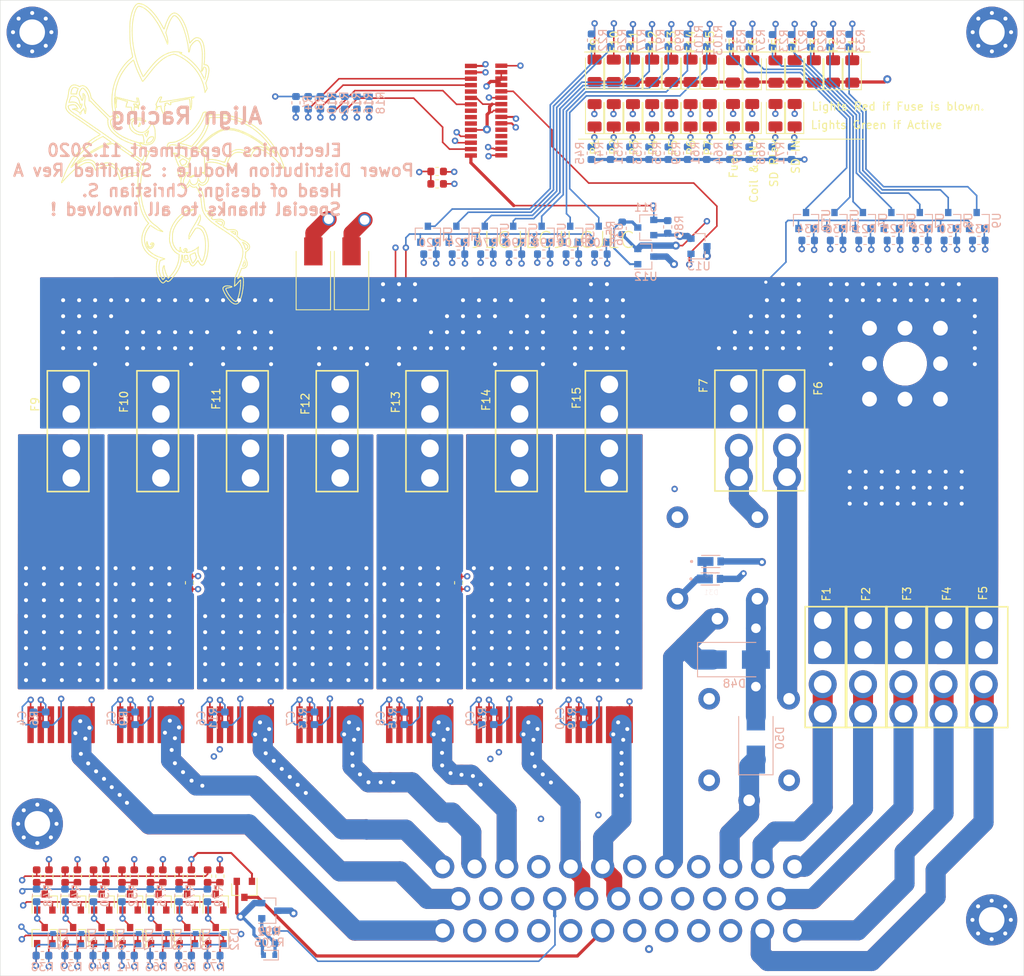
<source format=kicad_pcb>
(kicad_pcb (version 20171130) (host pcbnew "(5.1.5)-3")
  (layers (0 F.Cu signal hide) (1 In1.Cu signal hide) (2 In2.Cu signal hide) (31 B.Cu signal hide) (34 B.Paste user) (35 F.Paste user hide) (36 B.SilkS user) (37 F.SilkS user) (38 B.Mask user hide) (39 F.Mask user) (44 Edge.Cuts user))
  (net 0 "")
  (net 1 V+12V)
  (net 2 GND)
  (net 3 "Net-(C7-Pad1)")
  (net 4 vcc_5v)
  (net 5 SHUTDOWN_IN)
  (net 6 FP_ENABLE_RELAY_SINK)
  (net 7 "Net-(D8-Pad1)")
  (net 8 P1_OUT)
  (net 9 P2_OUT)
  (net 10 "Net-(D10-Pad1)")
  (net 11 "Net-(D12-Pad1)")
  (net 12 P3_OUT)
  (net 13 P4_OUT)
  (net 14 "Net-(D14-Pad1)")
  (net 15 "Net-(D16-Pad1)")
  (net 16 P5_OUT)
  (net 17 "Net-(D18-Pad1)")
  (net 18 P6_OUT)
  (net 19 "Net-(D19-Pad1)")
  (net 20 "Net-(D20-Pad1)")
  (net 21 P7_OUT)
  (net 22 FUEL_PUMP_OUT)
  (net 23 "Net-(D21-Pad1)")
  (net 24 "Net-(D22-Pad1)")
  (net 25 COIL_INJECTOR_OUT)
  (net 26 "Net-(D23-Pad1)")
  (net 27 "Net-(D24-Pad1)")
  (net 28 "Net-(D26-Pad1)")
  (net 29 "Net-(D27-Pad1)")
  (net 30 "Net-(D28-Pad1)")
  (net 31 "Net-(D29-Pad1)")
  (net 32 FP_ENABLE_AUX)
  (net 33 P1_EN_AUX)
  (net 34 P2_EN_AUX)
  (net 35 P3_EN_AUX)
  (net 36 P4_EN_AUX)
  (net 37 P5_EN_AUX)
  (net 38 P6_EN_AUX)
  (net 39 P7_EN_AUX)
  (net 40 RX)
  (net 41 TX)
  (net 42 CAN_HIGH)
  (net 43 CAN_LOW)
  (net 44 P6_GearA_open_drain_output)
  (net 45 ACM_Shutdown_Circuit)
  (net 46 "Net-(D6-Pad1)")
  (net 47 "Net-(D25-Pad2)")
  (net 48 Shutdown_Relay_Side)
  (net 49 "Net-(D32-Pad1)")
  (net 50 "Net-(D35-Pad2)")
  (net 51 "Net-(D36-Pad2)")
  (net 52 "Net-(D37-Pad2)")
  (net 53 "Net-(D38-Pad2)")
  (net 54 "Net-(D40-Pad1)")
  (net 55 "Net-(R5-Pad1)")
  (net 56 "Net-(R48-Pad1)")
  (net 57 "Net-(R49-Pad1)")
  (net 58 "Net-(R56-Pad1)")
  (net 59 "Net-(R57-Pad1)")
  (net 60 "Net-(R77-Pad1)")
  (net 61 "Net-(R97-Pad1)")
  (net 62 "Net-(R99-Pad1)")
  (net 63 "Net-(R101-Pad1)")
  (net 64 "Net-(R103-Pad1)")
  (net 65 "Net-(R106-Pad2)")
  (net 66 "Net-(R2-Pad2)")
  (net 67 "Net-(R29-Pad1)")
  (net 68 "Net-(C4-Pad1)")
  (net 69 "Net-(C5-Pad1)")
  (net 70 "Net-(C6-Pad1)")
  (net 71 "Net-(C8-Pad1)")
  (net 72 "Net-(C9-Pad1)")
  (net 73 "Net-(C10-Pad1)")
  (net 74 "Net-(D2-Pad2)")
  (net 75 "Net-(D4-Pad2)")
  (net 76 "Net-(D5-Pad2)")
  (net 77 "Net-(D7-Pad2)")
  (net 78 "Net-(D9-Pad2)")
  (net 79 "Net-(D11-Pad2)")
  (net 80 "Net-(D13-Pad2)")
  (net 81 "Net-(D15-Pad2)")
  (net 82 "Net-(D17-Pad2)")
  (net 83 F1)
  (net 84 F2)
  (net 85 F3)
  (net 86 F4)
  (net 87 F5)
  (net 88 P1_EN)
  (net 89 P2_EN)
  (net 90 P3_EN)
  (net 91 P4_EN)
  (net 92 P5_EN)
  (net 93 P6_EN)
  (net 94 P7_EN)
  (net 95 "Net-(R22-Pad1)")
  (net 96 "Net-(R23-Pad1)")
  (net 97 "Net-(R26-Pad1)")
  (net 98 "Net-(R27-Pad1)")
  (net 99 "Net-(R31-Pad1)")
  (net 100 "Net-(R33-Pad1)")
  (net 101 "Net-(R35-Pad1)")
  (net 102 "Net-(R37-Pad1)")
  (net 103 "Net-(R50-Pad1)")
  (net 104 "Net-(R52-Pad1)")
  (net 105 "Net-(R54-Pad1)")
  (net 106 "Net-(R58-Pad1)")
  (net 107 "Net-(R75-Pad1)")
  (net 108 "Net-(R78-Pad1)")
  (net 109 "Net-(R79-Pad1)")
  (net 110 "Net-(R80-Pad1)")
  (net 111 "Net-(R81-Pad1)")
  (net 112 "Net-(R82-Pad1)")
  (net 113 F6_PF_Relay)
  (net 114 F7_COIL_Relay)
  (net 115 F9_P1)
  (net 116 F10_P2)
  (net 117 F11_P3)
  (net 118 F12_P4)
  (net 119 F13_P5)
  (net 120 F14_P6)
  (net 121 F15_P7)
  (net 122 FP_ENABLE_ACM)
  (module AR_PDM_v1:FuseHolder (layer F.Cu) (at 86.3131 80.3063 270)
    (fp_text reference F13 (at -3.6999 3.0011 90) (layer F.SilkS))
    (fp_text value Fuse)
    (pad 2 thru_hole circle (at 5.77 -1.28 270) (size 3.5 3.5) (drill 2.2) (layers *.Cu *.Mask) (net 119 F13_P5))
    (pad 2 thru_hole circle (at 2.07 -1.28 270) (size 3.5 3.5) (drill 2.2) (layers *.Cu *.Mask) (net 119 F13_P5))
    (pad 1 thru_hole circle (at -2.23 -1.28 270) (size 3.5 3.5) (drill 2.2) (layers *.Cu *.Mask) (net 1 V+12V))
    (pad 1 thru_hole circle (at -5.93 -1.28 270) (size 3.5 3.5) (drill 2.2) (layers *.Cu *.Mask) (net 1 V+12V))
  )
  (module AR_PDM_v1:TE_1-776163-1 (layer F.Cu) (at 91.186 138.684)
    (fp_text reference J2)
    (fp_text value 1-776163-1)
    (pad "" np_thru_hole circle (at 48.5 0.5) (size 2.85 2.85) (drill 2.85) (layers *.Cu *.Mask))
    (pad "" np_thru_hole circle (at -8.5 0.5) (size 2.85 2.85) (drill 2.85) (layers *.Cu *.Mask))
    (pad 35 thru_hole circle (at 42 4) (size 2.9 2.9) (drill 1.8) (layers *.Cu *.Mask) (net 86 F4))
    (pad 34 thru_hole circle (at 38 4) (size 2.9 2.9) (drill 1.8) (layers *.Cu *.Mask) (net 87 F5))
    (pad 33 thru_hole circle (at 34 4) (size 2.9 2.9) (drill 1.8) (layers *.Cu *.Mask) (net 43 CAN_LOW))
    (pad 32 thru_hole circle (at 30 4) (size 2.9 2.9) (drill 1.8) (layers *.Cu *.Mask) (net 2 GND))
    (pad 31 thru_hole circle (at 26 4) (size 2.9 2.9) (drill 1.8) (layers *.Cu *.Mask) (net 40 RX))
    (pad 29 thru_hole circle (at 18 4) (size 2.9 2.9) (drill 1.8) (layers *.Cu *.Mask) (net 44 P6_GearA_open_drain_output))
    (pad 28 thru_hole circle (at 14 4) (size 2.9 2.9) (drill 1.8) (layers *.Cu *.Mask) (net 39 P7_EN_AUX))
    (pad 30 thru_hole circle (at 22 4) (size 2.9 2.9) (drill 1.8) (layers *.Cu *.Mask) (net 6 FP_ENABLE_RELAY_SINK))
    (pad 27 thru_hole circle (at 10 4) (size 2.9 2.9) (drill 1.8) (layers *.Cu *.Mask) (net 34 P2_EN_AUX))
    (pad 26 thru_hole circle (at 6 4) (size 2.9 2.9) (drill 1.8) (layers *.Cu *.Mask) (net 38 P6_EN_AUX))
    (pad 25 thru_hole circle (at 2 4) (size 2.9 2.9) (drill 1.8) (layers *.Cu *.Mask) (net 37 P5_EN_AUX))
    (pad 24 thru_hole circle (at -2 4) (size 2.9 2.9) (drill 1.8) (layers *.Cu *.Mask) (net 8 P1_OUT))
    (pad 23 thru_hole circle (at 40 0) (size 2.9 2.9) (drill 1.8) (layers *.Cu *.Mask) (net 85 F3))
    (pad 22 thru_hole circle (at 36 0) (size 2.9 2.9) (drill 1.8) (layers *.Cu *.Mask) (net 42 CAN_HIGH))
    (pad 21 thru_hole circle (at 32 0) (size 2.9 2.9) (drill 1.8) (layers *.Cu *.Mask) (net 2 GND))
    (pad 20 thru_hole circle (at 28 0) (size 2.9 2.9) (drill 1.8) (layers *.Cu *.Mask) (net 2 GND))
    (pad 19 thru_hole circle (at 24 0) (size 2.9 2.9) (drill 1.8) (layers *.Cu *.Mask) (net 41 TX))
    (pad 18 thru_hole circle (at 20 0) (size 2.9 2.9) (drill 1.8) (layers *.Cu *.Mask) (net 21 P7_OUT))
    (pad 17 thru_hole circle (at 16 0) (size 2.9 2.9) (drill 1.8) (layers *.Cu *.Mask) (net 18 P6_OUT))
    (pad 16 thru_hole circle (at 12 0) (size 2.9 2.9) (drill 1.8) (layers *.Cu *.Mask) (net 32 FP_ENABLE_AUX))
    (pad 15 thru_hole circle (at 8 0) (size 2.9 2.9) (drill 1.8) (layers *.Cu *.Mask) (net 35 P3_EN_AUX))
    (pad 14 thru_hole circle (at 4 0) (size 2.9 2.9) (drill 1.8) (layers *.Cu *.Mask) (net 36 P4_EN_AUX))
    (pad 13 thru_hole circle (at 0 0) (size 2.9 2.9) (drill 1.8) (layers *.Cu *.Mask) (net 9 P2_OUT))
    (pad 12 thru_hole circle (at 42 -4) (size 2.9 2.9) (drill 1.8) (layers *.Cu *.Mask) (net 84 F2))
    (pad 11 thru_hole circle (at 38 -4) (size 2.9 2.9) (drill 1.8) (layers *.Cu *.Mask) (net 83 F1))
    (pad 10 thru_hole circle (at 34 -4) (size 2.9 2.9) (drill 1.8) (layers *.Cu *.Mask) (net 22 FUEL_PUMP_OUT))
    (pad 9 thru_hole circle (at 30 -4) (size 2.9 2.9) (drill 1.8) (layers *.Cu *.Mask) (net 2 GND))
    (pad 8 thru_hole circle (at 26 -4) (size 2.9 2.9) (drill 1.8) (layers *.Cu *.Mask) (net 25 COIL_INJECTOR_OUT))
    (pad 7 thru_hole circle (at 22 -4) (size 2.9 2.9) (drill 1.8) (layers *.Cu *.Mask) (net 5 SHUTDOWN_IN))
    (pad 6 thru_hole circle (at 18 -4) (size 2.9 2.9) (drill 1.8) (layers *.Cu *.Mask) (net 21 P7_OUT))
    (pad 5 thru_hole circle (at 14 -4) (size 2.9 2.9) (drill 1.8) (layers *.Cu *.Mask) (net 18 P6_OUT))
    (pad 4 thru_hole circle (at 10 -4) (size 2.9 2.9) (drill 1.8) (layers *.Cu *.Mask) (net 33 P1_EN_AUX))
    (pad 3 thru_hole circle (at 6 -4) (size 2.9 2.9) (drill 1.8) (layers *.Cu *.Mask) (net 16 P5_OUT))
    (pad 2 thru_hole circle (at 2 -4) (size 2.9 2.9) (drill 1.8) (layers *.Cu *.Mask) (net 13 P4_OUT))
    (pad 1 thru_hole circle (at -2 -4) (size 2.9 2.9) (drill 1.8) (layers *.Cu *.Mask) (net 12 P3_OUT))
  )
  (module AR_PDM_v1:Relay_wo_silkscreen (layer F.Cu) (at 123.2916 96.139 90)
    (fp_text reference K1 hide)
    (fp_text value DIPxx-1Cxx-51x)
    (pad 6 thru_hole circle (at -5.04 -4.75 90) (size 2.7 2.7) (drill 1.45) (layers *.Cu *.Mask) (net 48 Shutdown_Relay_Side))
    (pad 7 thru_hole circle (at -7.54 0.250434 90) (size 2.7 2.7) (drill 1.45) (layers *.Cu *.Mask) (net 25 COIL_INJECTOR_OUT))
    (pad 2 thru_hole circle (at -5.04 5.250434 90) (size 2.7 2.7) (drill 1.45) (layers *.Cu *.Mask) (net 2 GND))
    (pad 14 thru_hole circle (at 5.16 5.250434 90) (size 2.7 2.7) (drill 1.45) (layers *.Cu *.Mask) (net 114 F7_COIL_Relay))
    (pad 1 thru_hole circle (at 5.16 -4.749566 90) (size 2.7 2.7) (drill 1.45) (layers *.Cu *.Mask))
  )
  (module AR_PDM_v1:Diode-SODFL2512X73N (layer B.Cu) (at 122.7074 96.52)
    (fp_text reference D30 (at 0.127 1.6764) (layer B.SilkS) (effects (font (size 0.64 0.64) (thickness 0.015)) (justify mirror)))
    (fp_text value "D_Schottky_SS16M RS")
    (pad 2 smd rect (at 1.23 -0.01) (size 0.8 1) (layers B.Cu B.Paste B.Mask) (net 2 GND))
    (pad 1 smd rect (at -0.665 0) (size 2 1.1) (layers B.Cu B.Paste B.Mask) (net 48 Shutdown_Relay_Side))
  )
  (module AR_PDM_v1:ACM_2020_Footprint_wo_silk (layer F.Cu) (at 94.615 40.132 270)
    (fp_text reference U1)
    (fp_text value ACM_2020 hide)
    (pad "" np_thru_hole circle (at -8.422 19.912 270) (size 2.2 2.2) (drill 2.2) (layers *.Cu *.Mask))
    (pad "" np_thru_hole circle (at 6.5 -1.3 270) (size 0.7 0.7) (drill 0.7) (layers *.Cu *.Mask))
    (pad "" np_thru_hole circle (at -6.5 1.3 270) (size 0.7 0.7) (drill 0.7) (layers *.Cu *.Mask))
    (pad 1 smd rect (at 5.6254 1.9 270) (size 0.55 1.5) (layers F.Cu F.Paste F.Mask) (net 45 ACM_Shutdown_Circuit))
    (pad 2 smd rect (at 5.6 -1.9 270) (size 0.55 1.5) (layers F.Cu F.Paste F.Mask) (net 93 P6_EN))
    (pad 3 smd rect (at 4.8254 1.9 270) (size 0.55 1.5) (layers F.Cu F.Paste F.Mask) (net 92 P5_EN))
    (pad 4 smd rect (at 4.8 -1.9 270) (size 0.55 1.5) (layers F.Cu F.Paste F.Mask) (net 94 P7_EN))
    (pad 5 smd rect (at 4.0254 1.9 270) (size 0.55 1.5) (layers F.Cu F.Paste F.Mask) (net 65 "Net-(R106-Pad2)"))
    (pad 6 smd rect (at 4 -1.9 270) (size 0.55 1.5) (layers F.Cu F.Paste F.Mask))
    (pad 7 smd rect (at 3.2254 1.9 270) (size 0.55 1.5) (layers F.Cu F.Paste F.Mask) (net 66 "Net-(R2-Pad2)"))
    (pad 8 smd rect (at 3.2 -1.9 270) (size 0.55 1.5) (layers F.Cu F.Paste F.Mask))
    (pad 9 smd rect (at 2.4254 1.9 270) (size 0.55 1.5) (layers F.Cu F.Paste F.Mask) (net 2 GND))
    (pad 10 smd rect (at 2.4 -1.9 270) (size 0.55 1.5) (layers F.Cu F.Paste F.Mask))
    (pad 11 smd rect (at 1.6254 1.9 270) (size 0.55 1.5) (layers F.Cu F.Paste F.Mask))
    (pad 12 smd rect (at 1.6 -1.9 270) (size 0.55 1.5) (layers F.Cu F.Paste F.Mask) (net 40 RX))
    (pad 13 smd rect (at 0.8254 1.9 270) (size 0.55 1.5) (layers F.Cu F.Paste F.Mask))
    (pad 14 smd rect (at 0.8 -1.9 270) (size 0.55 1.5) (layers F.Cu F.Paste F.Mask) (net 41 TX))
    (pad 15 smd rect (at 0.0254 1.9 270) (size 0.55 1.5) (layers F.Cu F.Paste F.Mask))
    (pad 16 smd rect (at 0 -1.9 270) (size 0.55 1.5) (layers F.Cu F.Paste F.Mask) (net 2 GND))
    (pad 17 smd rect (at -0.7746 1.9 270) (size 0.55 1.5) (layers F.Cu F.Paste F.Mask) (net 91 P4_EN))
    (pad 18 smd rect (at -0.8 -1.9 270) (size 0.55 1.5) (layers F.Cu F.Paste F.Mask) (net 2 GND))
    (pad 19 smd rect (at -1.5746 1.9 270) (size 0.55 1.5) (layers F.Cu F.Paste F.Mask) (net 2 GND))
    (pad 20 smd rect (at -1.6 -1.9 270) (size 0.55 1.5) (layers F.Cu F.Paste F.Mask) (net 88 P1_EN))
    (pad 21 smd rect (at -2.3746 1.9 270) (size 0.55 1.5) (layers F.Cu F.Paste F.Mask))
    (pad 22 smd rect (at -2.4 -1.9 270) (size 0.55 1.5) (layers F.Cu F.Paste F.Mask) (net 122 FP_ENABLE_ACM))
    (pad 23 smd rect (at -3.1746 1.9 270) (size 0.55 1.5) (layers F.Cu F.Paste F.Mask) (net 90 P3_EN))
    (pad 24 smd rect (at -3.2 -1.9 270) (size 0.55 1.5) (layers F.Cu F.Paste F.Mask) (net 4 vcc_5v))
    (pad 25 smd rect (at -3.9746 1.9 270) (size 0.55 1.5) (layers F.Cu F.Paste F.Mask) (net 89 P2_EN))
    (pad 26 smd rect (at -4 -1.9 270) (size 0.55 1.5) (layers F.Cu F.Paste F.Mask) (net 4 vcc_5v))
    (pad 27 smd rect (at -4.7746 1.9 270) (size 0.55 1.5) (layers F.Cu F.Paste F.Mask) (net 42 CAN_HIGH))
    (pad 28 smd rect (at -4.8 -1.9 270) (size 0.55 1.5) (layers F.Cu F.Paste F.Mask) (net 4 vcc_5v))
    (pad 29 smd rect (at -5.5746 1.9 270) (size 0.55 1.5) (layers F.Cu F.Paste F.Mask) (net 43 CAN_LOW))
    (pad 30 smd rect (at -5.6 -1.9 270) (size 0.55 1.5) (layers F.Cu F.Paste F.Mask) (net 1 V+12V))
  )
  (module LED_SMD:LED_1206_3216Metric (layer F.Cu) (at 130.7973 40.7162 90)
    (fp_text reference D21 hide)
    (fp_text value Led_Green_Shutdown_Circuit_Supply)
    (pad 2 smd roundrect (at 1.4 0 90) (size 1.25 1.75) (layers F.Cu F.Paste F.Mask) (roundrect_rratio 0.2) (net 48 Shutdown_Relay_Side))
    (pad 1 smd roundrect (at -1.4 0 90) (size 1.25 1.75) (layers F.Cu F.Paste F.Mask) (roundrect_rratio 0.2) (net 23 "Net-(D21-Pad1)"))
  )
  (module LED_SMD:LED_1206_3216Metric (layer F.Cu) (at 112.9792 40.7289 90)
    (fp_text reference D10 hide)
    (fp_text value Led_Green_P3_Active)
    (pad 2 smd roundrect (at 1.4 0 90) (size 1.25 1.75) (layers F.Cu F.Paste F.Mask) (roundrect_rratio 0.2) (net 12 P3_OUT))
    (pad 1 smd roundrect (at -1.4 0 90) (size 1.25 1.75) (layers F.Cu F.Paste F.Mask) (roundrect_rratio 0.2) (net 10 "Net-(D10-Pad1)"))
  )
  (module AR_PDM_v1:P-MOS-BSS83PH6327XTSA1 (layer B.Cu) (at 141.732 53.8861 90)
    (fp_text reference U4 (at 0 2.5 90) (layer B.SilkS) (effects (justify mirror)))
    (fp_text value P-MOS)
    (pad 3 smd rect (at 1 0 90) (size 0.9 0.8) (layers B.Cu B.Paste B.Mask) (net 96 "Net-(R23-Pad1)"))
    (pad 2 smd rect (at -1 -0.95 90) (size 0.9 0.8) (layers B.Cu B.Paste B.Mask) (net 1 V+12V))
    (pad 1 smd rect (at -1 0.95 90) (size 0.9 0.8) (layers B.Cu B.Paste B.Mask) (net 83 F1))
  )
  (module AR_PDM_v1:Relay_wo_silkscreen (layer F.Cu) (at 127.254 118.8466 90)
    (fp_text reference K2 hide)
    (fp_text value DIPxx-1Cxx-51x)
    (pad 6 thru_hole circle (at -5.04 -4.75 90) (size 2.7 2.7) (drill 1.45) (layers *.Cu *.Mask) (net 48 Shutdown_Relay_Side))
    (pad 7 thru_hole circle (at -7.54 0.250434 90) (size 2.7 2.7) (drill 1.45) (layers *.Cu *.Mask) (net 22 FUEL_PUMP_OUT))
    (pad 2 thru_hole circle (at -5.04 5.250434 90) (size 2.7 2.7) (drill 1.45) (layers *.Cu *.Mask) (net 6 FP_ENABLE_RELAY_SINK))
    (pad 14 thru_hole circle (at 5.16 5.250434 90) (size 2.7 2.7) (drill 1.45) (layers *.Cu *.Mask) (net 113 F6_PF_Relay))
    (pad 1 thru_hole circle (at 5.16 -4.749566 90) (size 2.7 2.7) (drill 1.45) (layers *.Cu *.Mask))
  )
  (module AR_PDM_v1:P-MOS-BSS83PH6327XTSA1 (layer B.Cu) (at 108.6993 55.6006 90)
    (fp_text reference U36 (at 0 2.5 90) (layer B.SilkS) (effects (justify mirror)))
    (fp_text value P-MOS)
    (pad 3 smd rect (at 1 0 90) (size 0.9 0.8) (layers B.Cu B.Paste B.Mask) (net 64 "Net-(R103-Pad1)"))
    (pad 2 smd rect (at -1 -0.95 90) (size 0.9 0.8) (layers B.Cu B.Paste B.Mask) (net 1 V+12V))
    (pad 1 smd rect (at -1 0.95 90) (size 0.9 0.8) (layers B.Cu B.Paste B.Mask) (net 121 F15_P7))
  )
  (module AR_PDM_v1:P-MOS-BSS83PH6327XTSA1 (layer B.Cu) (at 105.1306 55.6006 90)
    (fp_text reference U35 (at 0 2.5 270) (layer B.SilkS) (effects (justify mirror)))
    (fp_text value P-MOS)
    (pad 3 smd rect (at 1 0 90) (size 0.9 0.8) (layers B.Cu B.Paste B.Mask) (net 63 "Net-(R101-Pad1)"))
    (pad 2 smd rect (at -1 -0.95 90) (size 0.9 0.8) (layers B.Cu B.Paste B.Mask) (net 1 V+12V))
    (pad 1 smd rect (at -1 0.95 90) (size 0.9 0.8) (layers B.Cu B.Paste B.Mask) (net 120 F14_P6))
  )
  (module AR_PDM_v1:P-MOS-BSS83PH6327XTSA1 (layer B.Cu) (at 101.5619 55.6006 90)
    (fp_text reference U34 (at 0 2.5 270) (layer B.SilkS) (effects (justify mirror)))
    (fp_text value P-MOS)
    (pad 3 smd rect (at 1 0 90) (size 0.9 0.8) (layers B.Cu B.Paste B.Mask) (net 62 "Net-(R99-Pad1)"))
    (pad 2 smd rect (at -1 -0.95 90) (size 0.9 0.8) (layers B.Cu B.Paste B.Mask) (net 1 V+12V))
    (pad 1 smd rect (at -1 0.95 90) (size 0.9 0.8) (layers B.Cu B.Paste B.Mask) (net 119 F13_P5))
  )
  (module AR_PDM_v1:P-MOS-BSS83PH6327XTSA1 (layer B.Cu) (at 98.0059 55.6006 90)
    (fp_text reference U33 (at 0 2.5 90) (layer B.SilkS) (effects (justify mirror)))
    (fp_text value P-MOS)
    (pad 3 smd rect (at 1 0 90) (size 0.9 0.8) (layers B.Cu B.Paste B.Mask) (net 61 "Net-(R97-Pad1)"))
    (pad 2 smd rect (at -1 -0.95 90) (size 0.9 0.8) (layers B.Cu B.Paste B.Mask) (net 1 V+12V))
    (pad 1 smd rect (at -1 0.95 90) (size 0.9 0.8) (layers B.Cu B.Paste B.Mask) (net 118 F12_P4))
  )
  (module AR_PDM_v1:P-MOS-BSS83PH6327XTSA1 (layer B.Cu) (at 94.4499 55.6006 90)
    (fp_text reference U32 (at 0 2.5 90) (layer B.SilkS) (effects (justify mirror)))
    (fp_text value P-MOS)
    (pad 3 smd rect (at 1 0 90) (size 0.9 0.8) (layers B.Cu B.Paste B.Mask) (net 60 "Net-(R77-Pad1)"))
    (pad 2 smd rect (at -1 -0.95 90) (size 0.9 0.8) (layers B.Cu B.Paste B.Mask) (net 1 V+12V))
    (pad 1 smd rect (at -1 0.95 90) (size 0.9 0.8) (layers B.Cu B.Paste B.Mask) (net 117 F11_P3))
  )
  (module AR_PDM_v1:N-MOS-DMN6140L-13 (layer F.Cu) (at 60.8076 139.1031 90)
    (fp_text reference U29 hide)
    (fp_text value N-MOS)
    (pad 1 smd rect (at -1 -0.95 90) (size 0.9 0.8) (layers F.Cu F.Paste F.Mask) (net 109 "Net-(R79-Pad1)"))
    (pad 2 smd rect (at -1 0.95 90) (size 0.9 0.8) (layers F.Cu F.Paste F.Mask) (net 2 GND))
    (pad 3 smd rect (at 1 0 90) (size 0.9 0.8) (layers F.Cu F.Paste F.Mask) (net 112 "Net-(R82-Pad1)"))
  )
  (module AR_PDM_v1:N-MOS-DMN6140L-13 (layer F.Cu) (at 57.2389 139.1031 90)
    (fp_text reference U28 hide)
    (fp_text value N-MOS)
    (pad 1 smd rect (at -1 -0.95 90) (size 0.9 0.8) (layers F.Cu F.Paste F.Mask) (net 108 "Net-(R78-Pad1)"))
    (pad 2 smd rect (at -1 0.95 90) (size 0.9 0.8) (layers F.Cu F.Paste F.Mask) (net 2 GND))
    (pad 3 smd rect (at 1 0 90) (size 0.9 0.8) (layers F.Cu F.Paste F.Mask) (net 111 "Net-(R81-Pad1)"))
  )
  (module AR_PDM_v1:N-MOS-DMN6140L-13 (layer F.Cu) (at 53.6702 139.1031 90)
    (fp_text reference U27 hide)
    (fp_text value N-MOS)
    (pad 1 smd rect (at -1 -0.95 90) (size 0.9 0.8) (layers F.Cu F.Paste F.Mask) (net 107 "Net-(R75-Pad1)"))
    (pad 2 smd rect (at -1 0.95 90) (size 0.9 0.8) (layers F.Cu F.Paste F.Mask) (net 2 GND))
    (pad 3 smd rect (at 1 0 90) (size 0.9 0.8) (layers F.Cu F.Paste F.Mask) (net 110 "Net-(R80-Pad1)"))
  )
  (module AR_PDM_v1:N-MOS-DMN6140L-13 (layer F.Cu) (at 60.8076 143.2941 90)
    (fp_text reference U26 hide)
    (fp_text value N-MOS)
    (pad 1 smd rect (at -1 -0.95 90) (size 0.9 0.8) (layers F.Cu F.Paste F.Mask) (net 49 "Net-(D32-Pad1)"))
    (pad 2 smd rect (at -1 0.95 90) (size 0.9 0.8) (layers F.Cu F.Paste F.Mask) (net 2 GND))
    (pad 3 smd rect (at 1 0 90) (size 0.9 0.8) (layers F.Cu F.Paste F.Mask) (net 109 "Net-(R79-Pad1)"))
  )
  (module AR_PDM_v1:N-MOS-DMN6140L-13 (layer F.Cu) (at 57.2389 143.2941 90)
    (fp_text reference U25 hide)
    (fp_text value N-MOS)
    (pad 1 smd rect (at -1 -0.95 90) (size 0.9 0.8) (layers F.Cu F.Paste F.Mask) (net 31 "Net-(D29-Pad1)"))
    (pad 2 smd rect (at -1 0.95 90) (size 0.9 0.8) (layers F.Cu F.Paste F.Mask) (net 2 GND))
    (pad 3 smd rect (at 1 0 90) (size 0.9 0.8) (layers F.Cu F.Paste F.Mask) (net 108 "Net-(R78-Pad1)"))
  )
  (module AR_PDM_v1:N-MOS-DMN6140L-13 (layer F.Cu) (at 53.6702 143.2941 90)
    (fp_text reference U24 hide)
    (fp_text value N-MOS)
    (pad 1 smd rect (at -1 -0.95 90) (size 0.9 0.8) (layers F.Cu F.Paste F.Mask) (net 30 "Net-(D28-Pad1)"))
    (pad 2 smd rect (at -1 0.95 90) (size 0.9 0.8) (layers F.Cu F.Paste F.Mask) (net 2 GND))
    (pad 3 smd rect (at 1 0 90) (size 0.9 0.8) (layers F.Cu F.Paste F.Mask) (net 107 "Net-(R75-Pad1)"))
  )
  (module AR_PDM_v1:N-MOS-DMN6140L-13 (layer F.Cu) (at 50.1015 139.1031 90)
    (fp_text reference U23 hide)
    (fp_text value N-MOS)
    (pad 1 smd rect (at -1 -0.95 90) (size 0.9 0.8) (layers F.Cu F.Paste F.Mask) (net 104 "Net-(R52-Pad1)"))
    (pad 2 smd rect (at -1 0.95 90) (size 0.9 0.8) (layers F.Cu F.Paste F.Mask) (net 2 GND))
    (pad 3 smd rect (at 1 0 90) (size 0.9 0.8) (layers F.Cu F.Paste F.Mask) (net 106 "Net-(R58-Pad1)"))
  )
  (module AR_PDM_v1:N-MOS-DMN6140L-13 (layer F.Cu) (at 46.5455 139.1031 90)
    (fp_text reference U22 hide)
    (fp_text value N-MOS)
    (pad 1 smd rect (at -1 -0.95 90) (size 0.9 0.8) (layers F.Cu F.Paste F.Mask) (net 103 "Net-(R50-Pad1)"))
    (pad 2 smd rect (at -1 0.95 90) (size 0.9 0.8) (layers F.Cu F.Paste F.Mask) (net 2 GND))
    (pad 3 smd rect (at 1 0 90) (size 0.9 0.8) (layers F.Cu F.Paste F.Mask) (net 59 "Net-(R57-Pad1)"))
  )
  (module AR_PDM_v1:N-MOS-DMN6140L-13 (layer F.Cu) (at 42.9895 139.1031 90)
    (fp_text reference U21 hide)
    (fp_text value N-MOS)
    (pad 1 smd rect (at -1 -0.95 90) (size 0.9 0.8) (layers F.Cu F.Paste F.Mask) (net 57 "Net-(R49-Pad1)"))
    (pad 2 smd rect (at -1 0.95 90) (size 0.9 0.8) (layers F.Cu F.Paste F.Mask) (net 2 GND))
    (pad 3 smd rect (at 1 0 90) (size 0.9 0.8) (layers F.Cu F.Paste F.Mask) (net 58 "Net-(R56-Pad1)"))
  )
  (module AR_PDM_v1:N-MOS-DMN6140L-13 (layer F.Cu) (at 39.4335 139.1031 90)
    (fp_text reference U20 hide)
    (fp_text value N-MOS)
    (pad 1 smd rect (at -1 -0.95 90) (size 0.9 0.8) (layers F.Cu F.Paste F.Mask) (net 56 "Net-(R48-Pad1)"))
    (pad 2 smd rect (at -1 0.95 90) (size 0.9 0.8) (layers F.Cu F.Paste F.Mask) (net 2 GND))
    (pad 3 smd rect (at 1 0 90) (size 0.9 0.8) (layers F.Cu F.Paste F.Mask) (net 105 "Net-(R54-Pad1)"))
  )
  (module AR_PDM_v1:N-MOS-DMN6140L-13 (layer F.Cu) (at 50.1015 143.2941 90)
    (fp_text reference U19 hide)
    (fp_text value N-MOS)
    (pad 1 smd rect (at -1 -0.95 90) (size 0.9 0.8) (layers F.Cu F.Paste F.Mask) (net 29 "Net-(D27-Pad1)"))
    (pad 2 smd rect (at -1 0.95 90) (size 0.9 0.8) (layers F.Cu F.Paste F.Mask) (net 2 GND))
    (pad 3 smd rect (at 1 0 90) (size 0.9 0.8) (layers F.Cu F.Paste F.Mask) (net 104 "Net-(R52-Pad1)"))
  )
  (module AR_PDM_v1:N-MOS-DMN6140L-13 (layer F.Cu) (at 46.5328 143.2941 90)
    (fp_text reference U18 hide)
    (fp_text value N-MOS)
    (pad 1 smd rect (at -1 -0.95 90) (size 0.9 0.8) (layers F.Cu F.Paste F.Mask) (net 28 "Net-(D26-Pad1)"))
    (pad 2 smd rect (at -1 0.95 90) (size 0.9 0.8) (layers F.Cu F.Paste F.Mask) (net 2 GND))
    (pad 3 smd rect (at 1 0 90) (size 0.9 0.8) (layers F.Cu F.Paste F.Mask) (net 103 "Net-(R50-Pad1)"))
  )
  (module AR_PDM_v1:N-MOS-DMN6140L-13 (layer F.Cu) (at 42.9768 143.2941 90)
    (fp_text reference U17 hide)
    (fp_text value N-MOS)
    (pad 1 smd rect (at -1 -0.95 90) (size 0.9 0.8) (layers F.Cu F.Paste F.Mask) (net 27 "Net-(D24-Pad1)"))
    (pad 2 smd rect (at -1 0.95 90) (size 0.9 0.8) (layers F.Cu F.Paste F.Mask) (net 2 GND))
    (pad 3 smd rect (at 1 0 90) (size 0.9 0.8) (layers F.Cu F.Paste F.Mask) (net 57 "Net-(R49-Pad1)"))
  )
  (module AR_PDM_v1:N-MOS-DMN6140L-13 (layer F.Cu) (at 39.4208 143.2941 90)
    (fp_text reference U16 hide)
    (fp_text value N-MOS)
    (pad 1 smd rect (at -1 -0.95 90) (size 0.9 0.8) (layers F.Cu F.Paste F.Mask) (net 26 "Net-(D23-Pad1)"))
    (pad 2 smd rect (at -1 0.95 90) (size 0.9 0.8) (layers F.Cu F.Paste F.Mask) (net 2 GND))
    (pad 3 smd rect (at 1 0 90) (size 0.9 0.8) (layers F.Cu F.Paste F.Mask) (net 56 "Net-(R48-Pad1)"))
  )
  (module AR_PDM_v1:P-MOS-BSS83PH6327XTSA1 (layer B.Cu) (at 138.176 53.8861 90)
    (fp_text reference U15 (at 0 2.5 90) (layer B.SilkS) (effects (justify mirror)))
    (fp_text value P-MOS)
    (pad 3 smd rect (at 1 0 90) (size 0.9 0.8) (layers B.Cu B.Paste B.Mask) (net 102 "Net-(R37-Pad1)"))
    (pad 2 smd rect (at -1 -0.95 90) (size 0.9 0.8) (layers B.Cu B.Paste B.Mask) (net 1 V+12V))
    (pad 1 smd rect (at -1 0.95 90) (size 0.9 0.8) (layers B.Cu B.Paste B.Mask) (net 114 F7_COIL_Relay))
  )
  (module AR_PDM_v1:N-MOS-DMN6140L-13 (layer B.Cu) (at 67.564 140.1826)
    (fp_text reference U14 (at 0 2.5) (layer B.SilkS) (effects (justify mirror)))
    (fp_text value N-MOS)
    (pad 3 smd rect (at 1 0) (size 0.9 0.8) (layers B.Cu B.Paste B.Mask) (net 6 FP_ENABLE_RELAY_SINK))
    (pad 2 smd rect (at -1 -0.95) (size 0.9 0.8) (layers B.Cu B.Paste B.Mask) (net 2 GND))
    (pad 1 smd rect (at -1 0.95) (size 0.9 0.8) (layers B.Cu B.Paste B.Mask) (net 54 "Net-(D40-Pad1)"))
  )
  (module AR_PDM_v1:N-MOS-DMN6140L-13 (layer B.Cu) (at 121.2342 57.0992)
    (fp_text reference U13 (at 0 2.5) (layer B.SilkS) (effects (justify mirror)))
    (fp_text value N-MOS)
    (pad 3 smd rect (at 1 0) (size 0.9 0.8) (layers B.Cu B.Paste B.Mask) (net 6 FP_ENABLE_RELAY_SINK))
    (pad 2 smd rect (at -1 -0.95) (size 0.9 0.8) (layers B.Cu B.Paste B.Mask) (net 2 GND))
    (pad 1 smd rect (at -1 0.95) (size 0.9 0.8) (layers B.Cu B.Paste B.Mask) (net 122 FP_ENABLE_ACM))
  )
  (module AR_PDM_v1:P-MOS-BSS83PH6327XTSA1 (layer B.Cu) (at 114.5794 58.3946)
    (fp_text reference U12 (at 0 2.5) (layer B.SilkS) (effects (justify mirror)))
    (fp_text value P-MOS)
    (pad 3 smd rect (at 1 0) (size 0.9 0.8) (layers B.Cu B.Paste B.Mask) (net 48 Shutdown_Relay_Side))
    (pad 2 smd rect (at -1 -0.95) (size 0.9 0.8) (layers B.Cu B.Paste B.Mask) (net 5 SHUTDOWN_IN))
    (pad 1 smd rect (at -1 0.95) (size 0.9 0.8) (layers B.Cu B.Paste B.Mask) (net 55 "Net-(R5-Pad1)"))
  )
  (module AR_PDM_v1:N-MOS-DMN6140L-13 (layer B.Cu) (at 114.5794 54.7624 180)
    (fp_text reference U11 (at 0 2.5) (layer B.SilkS) (effects (justify mirror)))
    (fp_text value N-MOS)
    (pad 1 smd rect (at -1 0.95 180) (size 0.9 0.8) (layers B.Cu B.Paste B.Mask) (net 45 ACM_Shutdown_Circuit))
    (pad 2 smd rect (at -1 -0.95 180) (size 0.9 0.8) (layers B.Cu B.Paste B.Mask) (net 2 GND))
    (pad 3 smd rect (at 1 0 180) (size 0.9 0.8) (layers B.Cu B.Paste B.Mask) (net 55 "Net-(R5-Pad1)"))
  )
  (module AR_PDM_v1:P-MOS-BSS83PH6327XTSA1 (layer B.Cu) (at 134.62 53.8861 90)
    (fp_text reference U10 (at 0 2.5 90) (layer B.SilkS) (effects (justify mirror)))
    (fp_text value P-MOS)
    (pad 3 smd rect (at 1 0 90) (size 0.9 0.8) (layers B.Cu B.Paste B.Mask) (net 101 "Net-(R35-Pad1)"))
    (pad 2 smd rect (at -1 -0.95 90) (size 0.9 0.8) (layers B.Cu B.Paste B.Mask) (net 1 V+12V))
    (pad 1 smd rect (at -1 0.95 90) (size 0.9 0.8) (layers B.Cu B.Paste B.Mask) (net 113 F6_PF_Relay))
  )
  (module AR_PDM_v1:P-MOS-BSS83PH6327XTSA1 (layer B.Cu) (at 155.956 53.8861 90)
    (fp_text reference U9 (at 0 2.5 90) (layer B.SilkS) (effects (justify mirror)))
    (fp_text value P-MOS)
    (pad 3 smd rect (at 1 0 90) (size 0.9 0.8) (layers B.Cu B.Paste B.Mask) (net 100 "Net-(R33-Pad1)"))
    (pad 2 smd rect (at -1 -0.95 90) (size 0.9 0.8) (layers B.Cu B.Paste B.Mask) (net 1 V+12V))
    (pad 1 smd rect (at -1 0.95 90) (size 0.9 0.8) (layers B.Cu B.Paste B.Mask) (net 87 F5))
  )
  (module AR_PDM_v1:P-MOS-BSS83PH6327XTSA1 (layer B.Cu) (at 152.4 53.8861 90)
    (fp_text reference U8 (at 0 2.5 90) (layer B.SilkS) (effects (justify mirror)))
    (fp_text value P-MOS)
    (pad 3 smd rect (at 1 0 90) (size 0.9 0.8) (layers B.Cu B.Paste B.Mask) (net 99 "Net-(R31-Pad1)"))
    (pad 2 smd rect (at -1 -0.95 90) (size 0.9 0.8) (layers B.Cu B.Paste B.Mask) (net 1 V+12V))
    (pad 1 smd rect (at -1 0.95 90) (size 0.9 0.8) (layers B.Cu B.Paste B.Mask) (net 86 F4))
  )
  (module AR_PDM_v1:P-MOS-BSS83PH6327XTSA1 (layer B.Cu) (at 148.844 53.8861 90)
    (fp_text reference U7 (at 0 2.5 90) (layer B.SilkS) (effects (justify mirror)))
    (fp_text value P-MOS)
    (pad 3 smd rect (at 1 0 90) (size 0.9 0.8) (layers B.Cu B.Paste B.Mask) (net 67 "Net-(R29-Pad1)"))
    (pad 2 smd rect (at -1 -0.95 90) (size 0.9 0.8) (layers B.Cu B.Paste B.Mask) (net 1 V+12V))
    (pad 1 smd rect (at -1 0.95 90) (size 0.9 0.8) (layers B.Cu B.Paste B.Mask) (net 85 F3))
  )
  (module AR_PDM_v1:P-MOS-BSS83PH6327XTSA1 (layer B.Cu) (at 145.288 53.8861 90)
    (fp_text reference U6 (at 0 2.5 90) (layer B.SilkS) (effects (justify mirror)))
    (fp_text value P-MOS)
    (pad 3 smd rect (at 1 0 90) (size 0.9 0.8) (layers B.Cu B.Paste B.Mask) (net 98 "Net-(R27-Pad1)"))
    (pad 2 smd rect (at -1 -0.95 90) (size 0.9 0.8) (layers B.Cu B.Paste B.Mask) (net 1 V+12V))
    (pad 1 smd rect (at -1 0.95 90) (size 0.9 0.8) (layers B.Cu B.Paste B.Mask) (net 84 F2))
  )
  (module AR_PDM_v1:P-MOS-BSS83PH6327XTSA1 (layer B.Cu) (at 90.8939 55.6006 90)
    (fp_text reference U5 (at 0 2.5 90) (layer B.SilkS) (effects (justify mirror)))
    (fp_text value P-MOS)
    (pad 3 smd rect (at 1 0 90) (size 0.9 0.8) (layers B.Cu B.Paste B.Mask) (net 97 "Net-(R26-Pad1)"))
    (pad 2 smd rect (at -1 -0.95 90) (size 0.9 0.8) (layers B.Cu B.Paste B.Mask) (net 1 V+12V))
    (pad 1 smd rect (at -1 0.95 90) (size 0.9 0.8) (layers B.Cu B.Paste B.Mask) (net 116 F10_P2))
  )
  (module AR_PDM_v1:P-MOS-BSS83PH6327XTSA1 (layer B.Cu) (at 87.3379 55.6006 90)
    (fp_text reference U3 (at 0 2.5 90) (layer B.SilkS) (effects (justify mirror)))
    (fp_text value P-MOS)
    (pad 3 smd rect (at 1 0 90) (size 0.9 0.8) (layers B.Cu B.Paste B.Mask) (net 95 "Net-(R22-Pad1)"))
    (pad 2 smd rect (at -1 -0.95 90) (size 0.9 0.8) (layers B.Cu B.Paste B.Mask) (net 1 V+12V))
    (pad 1 smd rect (at -1 0.95 90) (size 0.9 0.8) (layers B.Cu B.Paste B.Mask) (net 115 F9_P1))
  )
  (module AR_PDM_v1:N-MOS-DMN6140L-13 (layer F.Cu) (at 64.389 137.5156 270)
    (fp_text reference U2 hide)
    (fp_text value N-MOS)
    (pad 1 smd rect (at -1 -0.95 270) (size 0.9 0.8) (layers F.Cu F.Paste F.Mask) (net 93 P6_EN))
    (pad 2 smd rect (at -1 0.95 270) (size 0.9 0.8) (layers F.Cu F.Paste F.Mask) (net 2 GND))
    (pad 3 smd rect (at 1 0 270) (size 0.9 0.8) (layers F.Cu F.Paste F.Mask) (net 44 P6_GearA_open_drain_output))
  )
  (module Resistor_SMD:R_0603_1608Metric (layer F.Cu) (at 88.4936 47.752)
    (fp_text reference R107 hide)
    (fp_text value 10K)
    (pad 2 smd roundrect (at 0.7875 0) (size 0.875 0.95) (layers F.Cu F.Paste F.Mask) (net 65 "Net-(R106-Pad2)"))
    (pad 1 smd roundrect (at -0.7875 0) (size 0.875 0.95) (layers F.Cu F.Paste F.Mask) (net 2 GND))
  )
  (module Resistor_SMD:R_0603_1608Metric (layer F.Cu) (at 91.186 99.187 90)
    (fp_text reference R106 hide)
    (fp_text value NTC)
    (pad 2 smd roundrect (at 0.7875 0 90) (size 0.875 0.95) (layers F.Cu F.Paste F.Mask) (net 65 "Net-(R106-Pad2)"))
    (pad 1 smd roundrect (at -0.7875 0 90) (size 0.875 0.95) (layers F.Cu F.Paste F.Mask) (net 4 vcc_5v))
  )
  (module Resistor_SMD:R_0603_1608Metric (layer B.Cu) (at 67.5132 142.7226)
    (fp_text reference R105 (at 0 1.43) (layer B.SilkS) (effects (justify mirror)))
    (fp_text value 4k7)
    (pad 1 smd roundrect (at -0.7875 0) (size 0.875 0.95) (layers B.Cu B.Paste B.Mask) (net 54 "Net-(D40-Pad1)"))
    (pad 2 smd roundrect (at 0.7875 0) (size 0.875 0.95) (layers B.Cu B.Paste B.Mask) (net 32 FP_ENABLE_AUX))
  )
  (module Resistor_SMD:R_0603_1608Metric (layer B.Cu) (at 122.1994 31.3436 90)
    (fp_text reference R103 (at 0 1.43 270) (layer B.SilkS) (effects (justify mirror)))
    (fp_text value 2K)
    (pad 2 smd roundrect (at 0.7875 0 90) (size 0.875 0.95) (layers B.Cu B.Paste B.Mask) (net 53 "Net-(D38-Pad2)"))
    (pad 1 smd roundrect (at -0.7875 0 90) (size 0.875 0.95) (layers B.Cu B.Paste B.Mask) (net 64 "Net-(R103-Pad1)"))
  )
  (module Resistor_SMD:R_0603_1608Metric (layer B.Cu) (at 108.966 58.0898 180)
    (fp_text reference R102 (at 0 1.43 180) (layer B.SilkS) (effects (justify mirror)))
    (fp_text value 4k7)
    (pad 2 smd roundrect (at 0.7875 0 180) (size 0.875 0.95) (layers B.Cu B.Paste B.Mask) (net 2 GND))
    (pad 1 smd roundrect (at -0.7875 0 180) (size 0.875 0.95) (layers B.Cu B.Paste B.Mask) (net 121 F15_P7))
  )
  (module Resistor_SMD:R_0603_1608Metric (layer B.Cu) (at 119.7864 31.3436 90)
    (fp_text reference R101 (at 0 1.43 270) (layer B.SilkS) (effects (justify mirror)))
    (fp_text value 2K)
    (pad 2 smd roundrect (at 0.7875 0 90) (size 0.875 0.95) (layers B.Cu B.Paste B.Mask) (net 52 "Net-(D37-Pad2)"))
    (pad 1 smd roundrect (at -0.7875 0 90) (size 0.875 0.95) (layers B.Cu B.Paste B.Mask) (net 63 "Net-(R101-Pad1)"))
  )
  (module Resistor_SMD:R_0603_1608Metric (layer B.Cu) (at 105.3973 58.0898 180)
    (fp_text reference R100 (at 0 1.43 180) (layer B.SilkS) (effects (justify mirror)))
    (fp_text value 4k7)
    (pad 2 smd roundrect (at 0.7875 0 180) (size 0.875 0.95) (layers B.Cu B.Paste B.Mask) (net 2 GND))
    (pad 1 smd roundrect (at -0.7875 0 180) (size 0.875 0.95) (layers B.Cu B.Paste B.Mask) (net 120 F14_P6))
  )
  (module Resistor_SMD:R_0603_1608Metric (layer B.Cu) (at 117.3988 31.3436 90)
    (fp_text reference R99 (at 0 1.43 270) (layer B.SilkS) (effects (justify mirror)))
    (fp_text value 2K)
    (pad 2 smd roundrect (at 0.7875 0 90) (size 0.875 0.95) (layers B.Cu B.Paste B.Mask) (net 51 "Net-(D36-Pad2)"))
    (pad 1 smd roundrect (at -0.7875 0 90) (size 0.875 0.95) (layers B.Cu B.Paste B.Mask) (net 62 "Net-(R99-Pad1)"))
  )
  (module Resistor_SMD:R_0603_1608Metric (layer B.Cu) (at 101.8286 58.0898 180)
    (fp_text reference R98 (at 0 1.43 180) (layer B.SilkS) (effects (justify mirror)))
    (fp_text value 4k7)
    (pad 2 smd roundrect (at 0.7875 0 180) (size 0.875 0.95) (layers B.Cu B.Paste B.Mask) (net 2 GND))
    (pad 1 smd roundrect (at -0.7875 0 180) (size 0.875 0.95) (layers B.Cu B.Paste B.Mask) (net 119 F13_P5))
  )
  (module Resistor_SMD:R_0603_1608Metric (layer B.Cu) (at 114.9858 31.3436 90)
    (fp_text reference R97 (at 0 1.43 270) (layer B.SilkS) (effects (justify mirror)))
    (fp_text value 2K)
    (pad 2 smd roundrect (at 0.7875 0 90) (size 0.875 0.95) (layers B.Cu B.Paste B.Mask) (net 50 "Net-(D35-Pad2)"))
    (pad 1 smd roundrect (at -0.7875 0 90) (size 0.875 0.95) (layers B.Cu B.Paste B.Mask) (net 61 "Net-(R97-Pad1)"))
  )
  (module Resistor_SMD:R_0603_1608Metric (layer B.Cu) (at 98.2726 58.0898 180)
    (fp_text reference R96 (at 0 1.43 180) (layer B.SilkS) (effects (justify mirror)))
    (fp_text value 4k7)
    (pad 2 smd roundrect (at 0.7875 0 180) (size 0.875 0.95) (layers B.Cu B.Paste B.Mask) (net 2 GND))
    (pad 1 smd roundrect (at -0.7875 0 180) (size 0.875 0.95) (layers B.Cu B.Paste B.Mask) (net 118 F12_P4))
  )
  (module Resistor_SMD:R_0603_1608Metric (layer B.Cu) (at 67.437 144.2466 180)
    (fp_text reference R92 (at 0 1.43) (layer B.SilkS) (effects (justify mirror)))
    (fp_text value 4K7)
    (pad 1 smd roundrect (at -0.7875 0 180) (size 0.875 0.95) (layers B.Cu B.Paste B.Mask) (net 54 "Net-(D40-Pad1)"))
    (pad 2 smd roundrect (at 0.7875 0 180) (size 0.875 0.95) (layers B.Cu B.Paste B.Mask) (net 2 GND))
  )
  (module Resistor_SMD:R_0603_1608Metric (layer B.Cu) (at 117.3226 54.6862 90)
    (fp_text reference R89 (at 0 1.43 90) (layer B.SilkS) (effects (justify mirror)))
    (fp_text value 4K7)
    (pad 2 smd roundrect (at 0.7875 0 90) (size 0.875 0.95) (layers B.Cu B.Paste B.Mask) (net 45 ACM_Shutdown_Circuit))
    (pad 1 smd roundrect (at -0.7875 0 90) (size 0.875 0.95) (layers B.Cu B.Paste B.Mask) (net 2 GND))
  )
  (module Resistor_SMD:R_0603_1608Metric (layer F.Cu) (at 61.3283 135.8646 270)
    (fp_text reference R85 hide)
    (fp_text value 4k7)
    (pad 2 smd roundrect (at 0.7875 0 270) (size 0.875 0.95) (layers F.Cu F.Paste F.Mask) (net 112 "Net-(R82-Pad1)"))
    (pad 1 smd roundrect (at -0.7875 0 270) (size 0.875 0.95) (layers F.Cu F.Paste F.Mask) (net 94 P7_EN))
  )
  (module Resistor_SMD:R_0603_1608Metric (layer F.Cu) (at 57.7596 135.8646 270)
    (fp_text reference R84 hide)
    (fp_text value 4k7)
    (pad 2 smd roundrect (at 0.7875 0 270) (size 0.875 0.95) (layers F.Cu F.Paste F.Mask) (net 111 "Net-(R81-Pad1)"))
    (pad 1 smd roundrect (at -0.7875 0 270) (size 0.875 0.95) (layers F.Cu F.Paste F.Mask) (net 93 P6_EN))
  )
  (module Resistor_SMD:R_0603_1608Metric (layer F.Cu) (at 54.1909 135.8646 270)
    (fp_text reference R83 hide)
    (fp_text value 4k7)
    (pad 2 smd roundrect (at 0.7875 0 270) (size 0.875 0.95) (layers F.Cu F.Paste F.Mask) (net 110 "Net-(R80-Pad1)"))
    (pad 1 smd roundrect (at -0.7875 0 270) (size 0.875 0.95) (layers F.Cu F.Paste F.Mask) (net 92 P5_EN))
  )
  (module Resistor_SMD:R_0603_1608Metric (layer F.Cu) (at 59.7916 135.8646 90)
    (fp_text reference R82 hide)
    (fp_text value 4k7)
    (pad 2 smd roundrect (at 0.7875 0 90) (size 0.875 0.95) (layers F.Cu F.Paste F.Mask) (net 4 vcc_5v))
    (pad 1 smd roundrect (at -0.7875 0 90) (size 0.875 0.95) (layers F.Cu F.Paste F.Mask) (net 112 "Net-(R82-Pad1)"))
  )
  (module Resistor_SMD:R_0603_1608Metric (layer F.Cu) (at 56.2229 135.8646 90)
    (fp_text reference R81 hide)
    (fp_text value 4k7)
    (pad 2 smd roundrect (at 0.7875 0 90) (size 0.875 0.95) (layers F.Cu F.Paste F.Mask) (net 4 vcc_5v))
    (pad 1 smd roundrect (at -0.7875 0 90) (size 0.875 0.95) (layers F.Cu F.Paste F.Mask) (net 111 "Net-(R81-Pad1)"))
  )
  (module Resistor_SMD:R_0603_1608Metric (layer F.Cu) (at 52.6542 135.8646 90)
    (fp_text reference R80 hide)
    (fp_text value 4k7)
    (pad 2 smd roundrect (at 0.7875 0 90) (size 0.875 0.95) (layers F.Cu F.Paste F.Mask) (net 4 vcc_5v))
    (pad 1 smd roundrect (at -0.7875 0 90) (size 0.875 0.95) (layers F.Cu F.Paste F.Mask) (net 110 "Net-(R80-Pad1)"))
  )
  (module Resistor_SMD:R_0603_1608Metric (layer B.Cu) (at 59.7662 138.2776 90)
    (fp_text reference R79 (at 0 1.43 270) (layer B.SilkS) (effects (justify mirror)))
    (fp_text value 4k7)
    (pad 2 smd roundrect (at 0.7875 0 90) (size 0.875 0.95) (layers B.Cu B.Paste B.Mask) (net 4 vcc_5v))
    (pad 1 smd roundrect (at -0.7875 0 90) (size 0.875 0.95) (layers B.Cu B.Paste B.Mask) (net 109 "Net-(R79-Pad1)"))
  )
  (module Resistor_SMD:R_0603_1608Metric (layer B.Cu) (at 56.2102 138.2776 90)
    (fp_text reference R78 (at 0 1.43 270) (layer B.SilkS) (effects (justify mirror)))
    (fp_text value 4k7)
    (pad 2 smd roundrect (at 0.7875 0 90) (size 0.875 0.95) (layers B.Cu B.Paste B.Mask) (net 4 vcc_5v))
    (pad 1 smd roundrect (at -0.7875 0 90) (size 0.875 0.95) (layers B.Cu B.Paste B.Mask) (net 108 "Net-(R78-Pad1)"))
  )
  (module Resistor_SMD:R_0603_1608Metric (layer B.Cu) (at 112.5982 31.3436 90)
    (fp_text reference R77 (at 0 1.43 270) (layer B.SilkS) (effects (justify mirror)))
    (fp_text value 2K)
    (pad 2 smd roundrect (at 0.7875 0 90) (size 0.875 0.95) (layers B.Cu B.Paste B.Mask) (net 47 "Net-(D25-Pad2)"))
    (pad 1 smd roundrect (at -0.7875 0 90) (size 0.875 0.95) (layers B.Cu B.Paste B.Mask) (net 60 "Net-(R77-Pad1)"))
  )
  (module Resistor_SMD:R_0603_1608Metric (layer B.Cu) (at 94.7166 58.0898 180)
    (fp_text reference R76 (at 0 1.43 180) (layer B.SilkS) (effects (justify mirror)))
    (fp_text value 4k7)
    (pad 2 smd roundrect (at 0.7875 0 180) (size 0.875 0.95) (layers B.Cu B.Paste B.Mask) (net 2 GND))
    (pad 1 smd roundrect (at -0.7875 0 180) (size 0.875 0.95) (layers B.Cu B.Paste B.Mask) (net 117 F11_P3))
  )
  (module Resistor_SMD:R_0603_1608Metric (layer B.Cu) (at 52.6288 138.2776 90)
    (fp_text reference R75 (at 0 1.43 270) (layer B.SilkS) (effects (justify mirror)))
    (fp_text value 4k7)
    (pad 2 smd roundrect (at 0.7875 0 90) (size 0.875 0.95) (layers B.Cu B.Paste B.Mask) (net 4 vcc_5v))
    (pad 1 smd roundrect (at -0.7875 0 90) (size 0.875 0.95) (layers B.Cu B.Paste B.Mask) (net 107 "Net-(R75-Pad1)"))
  )
  (module Resistor_SMD:R_0603_1608Metric (layer F.Cu) (at 60.5536 145.796)
    (fp_text reference R74 hide)
    (fp_text value 4k7)
    (pad 1 smd roundrect (at -0.7875 0) (size 0.875 0.95) (layers F.Cu F.Paste F.Mask) (net 49 "Net-(D32-Pad1)"))
    (pad 2 smd roundrect (at 0.7875 0) (size 0.875 0.95) (layers F.Cu F.Paste F.Mask) (net 2 GND))
  )
  (module Resistor_SMD:R_0603_1608Metric (layer F.Cu) (at 56.9722 145.796)
    (fp_text reference R73 hide)
    (fp_text value 4k7)
    (pad 2 smd roundrect (at 0.7875 0) (size 0.875 0.95) (layers F.Cu F.Paste F.Mask) (net 2 GND))
    (pad 1 smd roundrect (at -0.7875 0) (size 0.875 0.95) (layers F.Cu F.Paste F.Mask) (net 31 "Net-(D29-Pad1)"))
  )
  (module Resistor_SMD:R_0603_1608Metric (layer F.Cu) (at 53.3908 145.796)
    (fp_text reference R72 hide)
    (fp_text value 4k7)
    (pad 2 smd roundrect (at 0.7875 0) (size 0.875 0.95) (layers F.Cu F.Paste F.Mask) (net 2 GND))
    (pad 1 smd roundrect (at -0.7875 0) (size 0.875 0.95) (layers F.Cu F.Paste F.Mask) (net 30 "Net-(D28-Pad1)"))
  )
  (module Resistor_SMD:R_0603_1608Metric (layer B.Cu) (at 132.8166 45.466 270)
    (fp_text reference R71 (at 0 1.43 270) (layer B.SilkS) (effects (justify mirror)))
    (fp_text value 2K)
    (pad 2 smd roundrect (at 0.7875 0 270) (size 0.875 0.95) (layers B.Cu B.Paste B.Mask) (net 2 GND))
    (pad 1 smd roundrect (at -0.7875 0 270) (size 0.875 0.95) (layers B.Cu B.Paste B.Mask) (net 24 "Net-(D22-Pad1)"))
  )
  (module Resistor_SMD:R_0603_1608Metric (layer B.Cu) (at 60.5536 145.796)
    (fp_text reference R70 (at 0 1.43 180) (layer B.SilkS) (effects (justify mirror)))
    (fp_text value 4k7)
    (pad 2 smd roundrect (at 0.7875 0) (size 0.875 0.95) (layers B.Cu B.Paste B.Mask) (net 39 P7_EN_AUX))
    (pad 1 smd roundrect (at -0.7875 0) (size 0.875 0.95) (layers B.Cu B.Paste B.Mask) (net 49 "Net-(D32-Pad1)"))
  )
  (module Resistor_SMD:R_0603_1608Metric (layer B.Cu) (at 56.9722 145.796)
    (fp_text reference R69 (at 0 1.43 180) (layer B.SilkS) (effects (justify mirror)))
    (fp_text value 4k7)
    (pad 2 smd roundrect (at 0.7875 0) (size 0.875 0.95) (layers B.Cu B.Paste B.Mask) (net 38 P6_EN_AUX))
    (pad 1 smd roundrect (at -0.7875 0) (size 0.875 0.95) (layers B.Cu B.Paste B.Mask) (net 31 "Net-(D29-Pad1)"))
  )
  (module Resistor_SMD:R_0603_1608Metric (layer B.Cu) (at 130.4036 45.466 270)
    (fp_text reference R68 (at 0 1.43 270) (layer B.SilkS) (effects (justify mirror)))
    (fp_text value 2K)
    (pad 2 smd roundrect (at 0.7875 0 270) (size 0.875 0.95) (layers B.Cu B.Paste B.Mask) (net 2 GND))
    (pad 1 smd roundrect (at -0.7875 0 270) (size 0.875 0.95) (layers B.Cu B.Paste B.Mask) (net 23 "Net-(D21-Pad1)"))
  )
  (module Resistor_SMD:R_0603_1608Metric (layer B.Cu) (at 127.508 45.466 270)
    (fp_text reference R67 (at 0 1.43 270) (layer B.SilkS) (effects (justify mirror)))
    (fp_text value 2K)
    (pad 2 smd roundrect (at 0.7875 0 270) (size 0.875 0.95) (layers B.Cu B.Paste B.Mask) (net 2 GND))
    (pad 1 smd roundrect (at -0.7875 0 270) (size 0.875 0.95) (layers B.Cu B.Paste B.Mask) (net 20 "Net-(D20-Pad1)"))
  )
  (module Resistor_SMD:R_0603_1608Metric (layer B.Cu) (at 53.3908 145.796)
    (fp_text reference R66 (at 0 1.43 180) (layer B.SilkS) (effects (justify mirror)))
    (fp_text value 4k7)
    (pad 2 smd roundrect (at 0.7875 0) (size 0.875 0.95) (layers B.Cu B.Paste B.Mask) (net 37 P5_EN_AUX))
    (pad 1 smd roundrect (at -0.7875 0) (size 0.875 0.95) (layers B.Cu B.Paste B.Mask) (net 30 "Net-(D28-Pad1)"))
  )
  (module Resistor_SMD:R_0603_1608Metric (layer F.Cu) (at 50.6222 135.8646 270)
    (fp_text reference R65 hide)
    (fp_text value 4k7)
    (pad 1 smd roundrect (at -0.7875 0 270) (size 0.875 0.95) (layers F.Cu F.Paste F.Mask) (net 91 P4_EN))
    (pad 2 smd roundrect (at 0.7875 0 270) (size 0.875 0.95) (layers F.Cu F.Paste F.Mask) (net 106 "Net-(R58-Pad1)"))
  )
  (module Resistor_SMD:R_0603_1608Metric (layer B.Cu) (at 125.095 45.466 270)
    (fp_text reference R64 (at 0 1.43 270) (layer B.SilkS) (effects (justify mirror)))
    (fp_text value 2K)
    (pad 2 smd roundrect (at 0.7875 0 270) (size 0.875 0.95) (layers B.Cu B.Paste B.Mask) (net 2 GND))
    (pad 1 smd roundrect (at -0.7875 0 270) (size 0.875 0.95) (layers B.Cu B.Paste B.Mask) (net 19 "Net-(D19-Pad1)"))
  )
  (module Resistor_SMD:R_0603_1608Metric (layer F.Cu) (at 47.0662 135.8646 270)
    (fp_text reference R63 hide)
    (fp_text value 4k7)
    (pad 2 smd roundrect (at 0.7875 0 270) (size 0.875 0.95) (layers F.Cu F.Paste F.Mask) (net 59 "Net-(R57-Pad1)"))
    (pad 1 smd roundrect (at -0.7875 0 270) (size 0.875 0.95) (layers F.Cu F.Paste F.Mask) (net 90 P3_EN))
  )
  (module Resistor_SMD:R_0603_1608Metric (layer F.Cu) (at 43.5102 135.8646 270)
    (fp_text reference R62 hide)
    (fp_text value 4k7)
    (pad 2 smd roundrect (at 0.7875 0 270) (size 0.875 0.95) (layers F.Cu F.Paste F.Mask) (net 58 "Net-(R56-Pad1)"))
    (pad 1 smd roundrect (at -0.7875 0 270) (size 0.875 0.95) (layers F.Cu F.Paste F.Mask) (net 89 P2_EN))
  )
  (module Resistor_SMD:R_0603_1608Metric (layer B.Cu) (at 122.1994 45.466 270)
    (fp_text reference R61 (at 0 1.43 270) (layer B.SilkS) (effects (justify mirror)))
    (fp_text value 2K)
    (pad 2 smd roundrect (at 0.7875 0 270) (size 0.875 0.95) (layers B.Cu B.Paste B.Mask) (net 2 GND))
    (pad 1 smd roundrect (at -0.7875 0 270) (size 0.875 0.95) (layers B.Cu B.Paste B.Mask) (net 17 "Net-(D18-Pad1)"))
  )
  (module Resistor_SMD:R_0603_1608Metric (layer F.Cu) (at 39.9542 135.8646 270)
    (fp_text reference R60 hide)
    (fp_text value 4k7)
    (pad 2 smd roundrect (at 0.7875 0 270) (size 0.875 0.95) (layers F.Cu F.Paste F.Mask) (net 105 "Net-(R54-Pad1)"))
    (pad 1 smd roundrect (at -0.7875 0 270) (size 0.875 0.95) (layers F.Cu F.Paste F.Mask) (net 88 P1_EN))
  )
  (module Resistor_SMD:R_0603_1608Metric (layer B.Cu) (at 119.8118 45.466 270)
    (fp_text reference R59 (at 0 1.43 270) (layer B.SilkS) (effects (justify mirror)))
    (fp_text value 2K)
    (pad 2 smd roundrect (at 0.7875 0 270) (size 0.875 0.95) (layers B.Cu B.Paste B.Mask) (net 2 GND))
    (pad 1 smd roundrect (at -0.7875 0 270) (size 0.875 0.95) (layers B.Cu B.Paste B.Mask) (net 15 "Net-(D16-Pad1)"))
  )
  (module Resistor_SMD:R_0603_1608Metric (layer F.Cu) (at 49.0855 135.8646 90)
    (fp_text reference R58 hide)
    (fp_text value 4k7)
    (pad 2 smd roundrect (at 0.7875 0 90) (size 0.875 0.95) (layers F.Cu F.Paste F.Mask) (net 4 vcc_5v))
    (pad 1 smd roundrect (at -0.7875 0 90) (size 0.875 0.95) (layers F.Cu F.Paste F.Mask) (net 106 "Net-(R58-Pad1)"))
  )
  (module Resistor_SMD:R_0603_1608Metric (layer F.Cu) (at 45.5295 135.8646 90)
    (fp_text reference R57 hide)
    (fp_text value 4k7)
    (pad 2 smd roundrect (at 0.7875 0 90) (size 0.875 0.95) (layers F.Cu F.Paste F.Mask) (net 4 vcc_5v))
    (pad 1 smd roundrect (at -0.7875 0 90) (size 0.875 0.95) (layers F.Cu F.Paste F.Mask) (net 59 "Net-(R57-Pad1)"))
  )
  (module Resistor_SMD:R_0603_1608Metric (layer F.Cu) (at 41.9735 135.8646 90)
    (fp_text reference R56 hide)
    (fp_text value 4k7)
    (pad 2 smd roundrect (at 0.7875 0 90) (size 0.875 0.95) (layers F.Cu F.Paste F.Mask) (net 4 vcc_5v))
    (pad 1 smd roundrect (at -0.7875 0 90) (size 0.875 0.95) (layers F.Cu F.Paste F.Mask) (net 58 "Net-(R56-Pad1)"))
  )
  (module Resistor_SMD:R_0603_1608Metric (layer B.Cu) (at 117.3988 45.466 270)
    (fp_text reference R55 (at 0 1.43 270) (layer B.SilkS) (effects (justify mirror)))
    (fp_text value 2K)
    (pad 2 smd roundrect (at 0.7875 0 270) (size 0.875 0.95) (layers B.Cu B.Paste B.Mask) (net 2 GND))
    (pad 1 smd roundrect (at -0.7875 0 270) (size 0.875 0.95) (layers B.Cu B.Paste B.Mask) (net 14 "Net-(D14-Pad1)"))
  )
  (module Resistor_SMD:R_0603_1608Metric (layer F.Cu) (at 38.4175 135.8646 90)
    (fp_text reference R54 hide)
    (fp_text value 4k7)
    (pad 2 smd roundrect (at 0.7875 0 90) (size 0.875 0.95) (layers F.Cu F.Paste F.Mask) (net 4 vcc_5v))
    (pad 1 smd roundrect (at -0.7875 0 90) (size 0.875 0.95) (layers F.Cu F.Paste F.Mask) (net 105 "Net-(R54-Pad1)"))
  )
  (module Resistor_SMD:R_0603_1608Metric (layer B.Cu) (at 114.9858 45.466 270)
    (fp_text reference R53 (at 0 1.43 270) (layer B.SilkS) (effects (justify mirror)))
    (fp_text value 2K)
    (pad 2 smd roundrect (at 0.7875 0 270) (size 0.875 0.95) (layers B.Cu B.Paste B.Mask) (net 2 GND))
    (pad 1 smd roundrect (at -0.7875 0 270) (size 0.875 0.95) (layers B.Cu B.Paste B.Mask) (net 11 "Net-(D12-Pad1)"))
  )
  (module Resistor_SMD:R_0603_1608Metric (layer B.Cu) (at 49.0728 138.2776 90)
    (fp_text reference R52 (at 0 1.43 270) (layer B.SilkS) (effects (justify mirror)))
    (fp_text value 4k7)
    (pad 2 smd roundrect (at 0.7875 0 90) (size 0.875 0.95) (layers B.Cu B.Paste B.Mask) (net 4 vcc_5v))
    (pad 1 smd roundrect (at -0.7875 0 90) (size 0.875 0.95) (layers B.Cu B.Paste B.Mask) (net 104 "Net-(R52-Pad1)"))
  )
  (module Resistor_SMD:R_0603_1608Metric (layer B.Cu) (at 112.5982 45.466 270)
    (fp_text reference R51 (at 0 1.43 270) (layer B.SilkS) (effects (justify mirror)))
    (fp_text value 2K)
    (pad 2 smd roundrect (at 0.7875 0 270) (size 0.875 0.95) (layers B.Cu B.Paste B.Mask) (net 2 GND))
    (pad 1 smd roundrect (at -0.7875 0 270) (size 0.875 0.95) (layers B.Cu B.Paste B.Mask) (net 10 "Net-(D10-Pad1)"))
  )
  (module Resistor_SMD:R_0603_1608Metric (layer B.Cu) (at 45.5168 138.2776 90)
    (fp_text reference R50 (at 0 1.43 270) (layer B.SilkS) (effects (justify mirror)))
    (fp_text value 4k7)
    (pad 2 smd roundrect (at 0.7875 0 90) (size 0.875 0.95) (layers B.Cu B.Paste B.Mask) (net 4 vcc_5v))
    (pad 1 smd roundrect (at -0.7875 0 90) (size 0.875 0.95) (layers B.Cu B.Paste B.Mask) (net 103 "Net-(R50-Pad1)"))
  )
  (module Resistor_SMD:R_0603_1608Metric (layer B.Cu) (at 41.9608 138.2776 90)
    (fp_text reference R49 (at 0 1.43 270) (layer B.SilkS) (effects (justify mirror)))
    (fp_text value 4k7)
    (pad 2 smd roundrect (at 0.7875 0 90) (size 0.875 0.95) (layers B.Cu B.Paste B.Mask) (net 4 vcc_5v))
    (pad 1 smd roundrect (at -0.7875 0 90) (size 0.875 0.95) (layers B.Cu B.Paste B.Mask) (net 57 "Net-(R49-Pad1)"))
  )
  (module Resistor_SMD:R_0603_1608Metric (layer B.Cu) (at 38.4048 138.2776 90)
    (fp_text reference R48 (at 0 1.43 270) (layer B.SilkS) (effects (justify mirror)))
    (fp_text value 4k7)
    (pad 2 smd roundrect (at 0.7875 0 90) (size 0.875 0.95) (layers B.Cu B.Paste B.Mask) (net 4 vcc_5v))
    (pad 1 smd roundrect (at -0.7875 0 90) (size 0.875 0.95) (layers B.Cu B.Paste B.Mask) (net 56 "Net-(R48-Pad1)"))
  )
  (module Resistor_SMD:R_0603_1608Metric (layer B.Cu) (at 110.1852 45.466 270)
    (fp_text reference R47 (at 0 1.43 270) (layer B.SilkS) (effects (justify mirror)))
    (fp_text value 2K)
    (pad 2 smd roundrect (at 0.7875 0 270) (size 0.875 0.95) (layers B.Cu B.Paste B.Mask) (net 2 GND))
    (pad 1 smd roundrect (at -0.7875 0 270) (size 0.875 0.95) (layers B.Cu B.Paste B.Mask) (net 7 "Net-(D8-Pad1)"))
  )
  (module Resistor_SMD:R_0603_1608Metric (layer F.Cu) (at 49.8348 145.796)
    (fp_text reference R46 hide)
    (fp_text value 4k7)
    (pad 2 smd roundrect (at 0.7875 0) (size 0.875 0.95) (layers F.Cu F.Paste F.Mask) (net 2 GND))
    (pad 1 smd roundrect (at -0.7875 0) (size 0.875 0.95) (layers F.Cu F.Paste F.Mask) (net 29 "Net-(D27-Pad1)"))
  )
  (module Resistor_SMD:R_0603_1608Metric (layer B.Cu) (at 107.7722 45.466 270)
    (fp_text reference R45 (at 0 1.43 270) (layer B.SilkS) (effects (justify mirror)))
    (fp_text value 2K)
    (pad 2 smd roundrect (at 0.7875 0 270) (size 0.875 0.95) (layers B.Cu B.Paste B.Mask) (net 2 GND))
    (pad 1 smd roundrect (at -0.7875 0 270) (size 0.875 0.95) (layers B.Cu B.Paste B.Mask) (net 46 "Net-(D6-Pad1)"))
  )
  (module Resistor_SMD:R_0603_1608Metric (layer F.Cu) (at 46.2534 145.796)
    (fp_text reference R44 hide)
    (fp_text value 4k7)
    (pad 2 smd roundrect (at 0.7875 0) (size 0.875 0.95) (layers F.Cu F.Paste F.Mask) (net 2 GND))
    (pad 1 smd roundrect (at -0.7875 0) (size 0.875 0.95) (layers F.Cu F.Paste F.Mask) (net 28 "Net-(D26-Pad1)"))
  )
  (module Resistor_SMD:R_0603_1608Metric (layer F.Cu) (at 42.7228 145.796)
    (fp_text reference R43 hide)
    (fp_text value 4k7)
    (pad 2 smd roundrect (at 0.7875 0) (size 0.875 0.95) (layers F.Cu F.Paste F.Mask) (net 2 GND))
    (pad 1 smd roundrect (at -0.7875 0) (size 0.875 0.95) (layers F.Cu F.Paste F.Mask) (net 27 "Net-(D24-Pad1)"))
  )
  (module Resistor_SMD:R_0603_1608Metric (layer F.Cu) (at 39.1414 145.796)
    (fp_text reference R42 hide)
    (fp_text value 4k7)
    (pad 2 smd roundrect (at 0.7875 0) (size 0.875 0.95) (layers F.Cu F.Paste F.Mask) (net 2 GND))
    (pad 1 smd roundrect (at -0.7875 0) (size 0.875 0.95) (layers F.Cu F.Paste F.Mask) (net 26 "Net-(D23-Pad1)"))
  )
  (module Resistor_SMD:R_0603_1608Metric (layer B.Cu) (at 49.8348 145.796)
    (fp_text reference R41 (at 0 1.43 180) (layer B.SilkS) (effects (justify mirror)))
    (fp_text value 4k7)
    (pad 2 smd roundrect (at 0.7875 0) (size 0.875 0.95) (layers B.Cu B.Paste B.Mask) (net 36 P4_EN_AUX))
    (pad 1 smd roundrect (at -0.7875 0) (size 0.875 0.95) (layers B.Cu B.Paste B.Mask) (net 29 "Net-(D27-Pad1)"))
  )
  (module Resistor_SMD:R_0603_1608Metric (layer B.Cu) (at 46.2534 145.796)
    (fp_text reference R40 (at 0 1.43 180) (layer B.SilkS) (effects (justify mirror)))
    (fp_text value 4k7)
    (pad 2 smd roundrect (at 0.7875 0) (size 0.875 0.95) (layers B.Cu B.Paste B.Mask) (net 35 P3_EN_AUX))
    (pad 1 smd roundrect (at -0.7875 0) (size 0.875 0.95) (layers B.Cu B.Paste B.Mask) (net 28 "Net-(D26-Pad1)"))
  )
  (module Resistor_SMD:R_0603_1608Metric (layer B.Cu) (at 42.7228 145.796)
    (fp_text reference R39 (at 0 1.43 180) (layer B.SilkS) (effects (justify mirror)))
    (fp_text value 4k7)
    (pad 2 smd roundrect (at 0.7875 0) (size 0.875 0.95) (layers B.Cu B.Paste B.Mask) (net 34 P2_EN_AUX))
    (pad 1 smd roundrect (at -0.7875 0) (size 0.875 0.95) (layers B.Cu B.Paste B.Mask) (net 27 "Net-(D24-Pad1)"))
  )
  (module Resistor_SMD:R_0603_1608Metric (layer B.Cu) (at 39.1414 145.796)
    (fp_text reference R38 (at 0 1.43 180) (layer B.SilkS) (effects (justify mirror)))
    (fp_text value 4k7)
    (pad 2 smd roundrect (at 0.7875 0) (size 0.875 0.95) (layers B.Cu B.Paste B.Mask) (net 33 P1_EN_AUX))
    (pad 1 smd roundrect (at -0.7875 0) (size 0.875 0.95) (layers B.Cu B.Paste B.Mask) (net 26 "Net-(D23-Pad1)"))
  )
  (module Resistor_SMD:R_0603_1608Metric (layer B.Cu) (at 127.5334 31.3944 90)
    (fp_text reference R37 (at 0 1.43 270) (layer B.SilkS) (effects (justify mirror)))
    (fp_text value 2K)
    (pad 2 smd roundrect (at 0.7875 0 90) (size 0.875 0.95) (layers B.Cu B.Paste B.Mask) (net 82 "Net-(D17-Pad2)"))
    (pad 1 smd roundrect (at -0.7875 0 90) (size 0.875 0.95) (layers B.Cu B.Paste B.Mask) (net 102 "Net-(R37-Pad1)"))
  )
  (module Resistor_SMD:R_0603_1608Metric (layer B.Cu) (at 138.4427 56.3753 180)
    (fp_text reference R36 (at 0 1.43 180) (layer B.SilkS) (effects (justify mirror)))
    (fp_text value 4k7)
    (pad 2 smd roundrect (at 0.7875 0 180) (size 0.875 0.95) (layers B.Cu B.Paste B.Mask) (net 2 GND))
    (pad 1 smd roundrect (at -0.7875 0 180) (size 0.875 0.95) (layers B.Cu B.Paste B.Mask) (net 114 F7_COIL_Relay))
  )
  (module Resistor_SMD:R_0603_1608Metric (layer B.Cu) (at 125.095 31.369 90)
    (fp_text reference R35 (at 0 1.43 270) (layer B.SilkS) (effects (justify mirror)))
    (fp_text value 2K)
    (pad 2 smd roundrect (at 0.7875 0 90) (size 0.875 0.95) (layers B.Cu B.Paste B.Mask) (net 81 "Net-(D15-Pad2)"))
    (pad 1 smd roundrect (at -0.7875 0 90) (size 0.875 0.95) (layers B.Cu B.Paste B.Mask) (net 101 "Net-(R35-Pad1)"))
  )
  (module Resistor_SMD:R_0603_1608Metric (layer B.Cu) (at 134.8867 56.3753 180)
    (fp_text reference R34 (at 0 1.43 180) (layer B.SilkS) (effects (justify mirror)))
    (fp_text value 4k7)
    (pad 2 smd roundrect (at 0.7875 0 180) (size 0.875 0.95) (layers B.Cu B.Paste B.Mask) (net 2 GND))
    (pad 1 smd roundrect (at -0.7875 0 180) (size 0.875 0.95) (layers B.Cu B.Paste B.Mask) (net 113 F6_PF_Relay))
  )
  (module Resistor_SMD:R_0603_1608Metric (layer B.Cu) (at 140.0048 31.3944 90)
    (fp_text reference R33 (at 0 1.43 270) (layer B.SilkS) (effects (justify mirror)))
    (fp_text value 2K)
    (pad 2 smd roundrect (at 0.7875 0 90) (size 0.875 0.95) (layers B.Cu B.Paste B.Mask) (net 80 "Net-(D13-Pad2)"))
    (pad 1 smd roundrect (at -0.7875 0 90) (size 0.875 0.95) (layers B.Cu B.Paste B.Mask) (net 100 "Net-(R33-Pad1)"))
  )
  (module Resistor_SMD:R_0603_1608Metric (layer B.Cu) (at 156.2227 56.3753 180)
    (fp_text reference R32 (at 0 1.43 180) (layer B.SilkS) (effects (justify mirror)))
    (fp_text value 4k7)
    (pad 2 smd roundrect (at 0.7875 0 180) (size 0.875 0.95) (layers B.Cu B.Paste B.Mask) (net 2 GND))
    (pad 1 smd roundrect (at -0.7875 0 180) (size 0.875 0.95) (layers B.Cu B.Paste B.Mask) (net 87 F5))
  )
  (module Resistor_SMD:R_0603_1608Metric (layer B.Cu) (at 137.6172 31.3944 90)
    (fp_text reference R31 (at 0 1.43 270) (layer B.SilkS) (effects (justify mirror)))
    (fp_text value 2K)
    (pad 2 smd roundrect (at 0.7875 0 90) (size 0.875 0.95) (layers B.Cu B.Paste B.Mask) (net 79 "Net-(D11-Pad2)"))
    (pad 1 smd roundrect (at -0.7875 0 90) (size 0.875 0.95) (layers B.Cu B.Paste B.Mask) (net 99 "Net-(R31-Pad1)"))
  )
  (module Resistor_SMD:R_0603_1608Metric (layer B.Cu) (at 152.6667 56.3753 180)
    (fp_text reference R30 (at 0 1.43 180) (layer B.SilkS) (effects (justify mirror)))
    (fp_text value 4k7)
    (pad 2 smd roundrect (at 0.7875 0 180) (size 0.875 0.95) (layers B.Cu B.Paste B.Mask) (net 2 GND))
    (pad 1 smd roundrect (at -0.7875 0 180) (size 0.875 0.95) (layers B.Cu B.Paste B.Mask) (net 86 F4))
  )
  (module Resistor_SMD:R_0603_1608Metric (layer B.Cu) (at 135.2042 31.4198 90)
    (fp_text reference R29 (at 0 1.43 270) (layer B.SilkS) (effects (justify mirror)))
    (fp_text value 2K)
    (pad 2 smd roundrect (at 0.7875 0 90) (size 0.875 0.95) (layers B.Cu B.Paste B.Mask) (net 78 "Net-(D9-Pad2)"))
    (pad 1 smd roundrect (at -0.7875 0 90) (size 0.875 0.95) (layers B.Cu B.Paste B.Mask) (net 67 "Net-(R29-Pad1)"))
  )
  (module Resistor_SMD:R_0603_1608Metric (layer B.Cu) (at 149.1107 56.3753 180)
    (fp_text reference R28 (at 0 1.43 180) (layer B.SilkS) (effects (justify mirror)))
    (fp_text value 4k7)
    (pad 2 smd roundrect (at 0.7875 0 180) (size 0.875 0.95) (layers B.Cu B.Paste B.Mask) (net 2 GND))
    (pad 1 smd roundrect (at -0.7875 0 180) (size 0.875 0.95) (layers B.Cu B.Paste B.Mask) (net 85 F3))
  )
  (module Resistor_SMD:R_0603_1608Metric (layer B.Cu) (at 132.8166 31.4198 90)
    (fp_text reference R27 (at 0 1.43 270) (layer B.SilkS) (effects (justify mirror)))
    (fp_text value 2K)
    (pad 2 smd roundrect (at 0.7875 0 90) (size 0.875 0.95) (layers B.Cu B.Paste B.Mask) (net 77 "Net-(D7-Pad2)"))
    (pad 1 smd roundrect (at -0.7875 0 90) (size 0.875 0.95) (layers B.Cu B.Paste B.Mask) (net 98 "Net-(R27-Pad1)"))
  )
  (module Resistor_SMD:R_0603_1608Metric (layer B.Cu) (at 110.1852 31.3436 90)
    (fp_text reference R26 (at 0 1.43 270) (layer B.SilkS) (effects (justify mirror)))
    (fp_text value 2K)
    (pad 2 smd roundrect (at 0.7875 0 90) (size 0.875 0.95) (layers B.Cu B.Paste B.Mask) (net 76 "Net-(D5-Pad2)"))
    (pad 1 smd roundrect (at -0.7875 0 90) (size 0.875 0.95) (layers B.Cu B.Paste B.Mask) (net 97 "Net-(R26-Pad1)"))
  )
  (module Resistor_SMD:R_0603_1608Metric (layer B.Cu) (at 145.5547 56.3753 180)
    (fp_text reference R25 (at 0 1.43 180) (layer B.SilkS) (effects (justify mirror)))
    (fp_text value 4k7)
    (pad 2 smd roundrect (at 0.7875 0 180) (size 0.875 0.95) (layers B.Cu B.Paste B.Mask) (net 2 GND))
    (pad 1 smd roundrect (at -0.7875 0 180) (size 0.875 0.95) (layers B.Cu B.Paste B.Mask) (net 84 F2))
  )
  (module Resistor_SMD:R_0603_1608Metric (layer B.Cu) (at 91.1606 58.0898 180)
    (fp_text reference R24 (at 0 1.43 180) (layer B.SilkS) (effects (justify mirror)))
    (fp_text value 4k7)
    (pad 2 smd roundrect (at 0.7875 0 180) (size 0.875 0.95) (layers B.Cu B.Paste B.Mask) (net 2 GND))
    (pad 1 smd roundrect (at -0.7875 0 180) (size 0.875 0.95) (layers B.Cu B.Paste B.Mask) (net 116 F10_P2))
  )
  (module Resistor_SMD:R_0603_1608Metric (layer B.Cu) (at 130.429 31.4198 90)
    (fp_text reference R23 (at 0 1.43 270) (layer B.SilkS) (effects (justify mirror)))
    (fp_text value 2K)
    (pad 2 smd roundrect (at 0.7875 0 90) (size 0.875 0.95) (layers B.Cu B.Paste B.Mask) (net 75 "Net-(D4-Pad2)"))
    (pad 1 smd roundrect (at -0.7875 0 90) (size 0.875 0.95) (layers B.Cu B.Paste B.Mask) (net 96 "Net-(R23-Pad1)"))
  )
  (module Resistor_SMD:R_0603_1608Metric (layer B.Cu) (at 107.7976 31.3436 90)
    (fp_text reference R22 (at 0 1.43 270) (layer B.SilkS) (effects (justify mirror)))
    (fp_text value 2K)
    (pad 2 smd roundrect (at 0.7875 0 90) (size 0.875 0.95) (layers B.Cu B.Paste B.Mask) (net 74 "Net-(D2-Pad2)"))
    (pad 1 smd roundrect (at -0.7875 0 90) (size 0.875 0.95) (layers B.Cu B.Paste B.Mask) (net 95 "Net-(R22-Pad1)"))
  )
  (module Resistor_SMD:R_0603_1608Metric (layer B.Cu) (at 141.9987 56.3753 180)
    (fp_text reference R21 (at 0 1.43 180) (layer B.SilkS) (effects (justify mirror)))
    (fp_text value 4k7)
    (pad 2 smd roundrect (at 0.7875 0 180) (size 0.875 0.95) (layers B.Cu B.Paste B.Mask) (net 2 GND))
    (pad 1 smd roundrect (at -0.7875 0 180) (size 0.875 0.95) (layers B.Cu B.Paste B.Mask) (net 83 F1))
  )
  (module Resistor_SMD:R_0603_1608Metric (layer B.Cu) (at 87.6046 58.0898 180)
    (fp_text reference R20 (at 0 1.43 180) (layer B.SilkS) (effects (justify mirror)))
    (fp_text value 4k7)
    (pad 2 smd roundrect (at 0.7875 0 180) (size 0.875 0.95) (layers B.Cu B.Paste B.Mask) (net 2 GND))
    (pad 1 smd roundrect (at -0.7875 0 180) (size 0.875 0.95) (layers B.Cu B.Paste B.Mask) (net 115 F9_P1))
  )
  (module Resistor_SMD:R_0603_1608Metric (layer B.Cu) (at 106.807 116.1288 270)
    (fp_text reference R19 (at 0 1.43 90) (layer B.SilkS) (effects (justify mirror)))
    (fp_text value 4k7)
    (pad 2 smd roundrect (at 0.7875 0 270) (size 0.875 0.95) (layers B.Cu B.Paste B.Mask) (net 94 P7_EN))
    (pad 1 smd roundrect (at -0.7875 0 270) (size 0.875 0.95) (layers B.Cu B.Paste B.Mask) (net 73 "Net-(C10-Pad1)"))
  )
  (module Resistor_SMD:R_0603_1608Metric (layer B.Cu) (at 79.9846 39.1668 90)
    (fp_text reference R18 (at 0 1.43 90) (layer B.SilkS) (effects (justify mirror)))
    (fp_text value 4k7)
    (pad 2 smd roundrect (at 0.7875 0 90) (size 0.875 0.95) (layers B.Cu B.Paste B.Mask) (net 2 GND))
    (pad 1 smd roundrect (at -0.7875 0 90) (size 0.875 0.95) (layers B.Cu B.Paste B.Mask) (net 94 P7_EN))
  )
  (module Resistor_SMD:R_0603_1608Metric (layer B.Cu) (at 95.5802 116.1288 270)
    (fp_text reference R17 (at 0 1.43 90) (layer B.SilkS) (effects (justify mirror)))
    (fp_text value 4k7)
    (pad 2 smd roundrect (at 0.7875 0 270) (size 0.875 0.95) (layers B.Cu B.Paste B.Mask) (net 93 P6_EN))
    (pad 1 smd roundrect (at -0.7875 0 270) (size 0.875 0.95) (layers B.Cu B.Paste B.Mask) (net 72 "Net-(C9-Pad1)"))
  )
  (module Resistor_SMD:R_0603_1608Metric (layer B.Cu) (at 78.4606 39.1668 90)
    (fp_text reference R16 (at 0 1.43 90) (layer B.SilkS) (effects (justify mirror)))
    (fp_text value 4k7)
    (pad 2 smd roundrect (at 0.7875 0 90) (size 0.875 0.95) (layers B.Cu B.Paste B.Mask) (net 2 GND))
    (pad 1 smd roundrect (at -0.7875 0 90) (size 0.875 0.95) (layers B.Cu B.Paste B.Mask) (net 93 P6_EN))
  )
  (module Resistor_SMD:R_0603_1608Metric (layer B.Cu) (at 84.3788 116.1288 270)
    (fp_text reference R15 (at 0 1.43 90) (layer B.SilkS) (effects (justify mirror)))
    (fp_text value 4k7)
    (pad 2 smd roundrect (at 0.7875 0 270) (size 0.875 0.95) (layers B.Cu B.Paste B.Mask) (net 92 P5_EN))
    (pad 1 smd roundrect (at -0.7875 0 270) (size 0.875 0.95) (layers B.Cu B.Paste B.Mask) (net 71 "Net-(C8-Pad1)"))
  )
  (module Resistor_SMD:R_0603_1608Metric (layer B.Cu) (at 76.9366 39.1668 90)
    (fp_text reference R14 (at 0 1.43 90) (layer B.SilkS) (effects (justify mirror)))
    (fp_text value 4k7)
    (pad 2 smd roundrect (at 0.7875 0 90) (size 0.875 0.95) (layers B.Cu B.Paste B.Mask) (net 2 GND))
    (pad 1 smd roundrect (at -0.7875 0 90) (size 0.875 0.95) (layers B.Cu B.Paste B.Mask) (net 92 P5_EN))
  )
  (module Resistor_SMD:R_0603_1608Metric (layer B.Cu) (at 73.152 116.1288 270)
    (fp_text reference R13 (at 0 1.43 90) (layer B.SilkS) (effects (justify mirror)))
    (fp_text value 4k7)
    (pad 2 smd roundrect (at 0.7875 0 270) (size 0.875 0.95) (layers B.Cu B.Paste B.Mask) (net 91 P4_EN))
    (pad 1 smd roundrect (at -0.7875 0 270) (size 0.875 0.95) (layers B.Cu B.Paste B.Mask) (net 3 "Net-(C7-Pad1)"))
  )
  (module Resistor_SMD:R_0603_1608Metric (layer B.Cu) (at 75.4126 39.1668 90)
    (fp_text reference R12 (at 0 1.43 90) (layer B.SilkS) (effects (justify mirror)))
    (fp_text value 4k7)
    (pad 2 smd roundrect (at 0.7875 0 90) (size 0.875 0.95) (layers B.Cu B.Paste B.Mask) (net 2 GND))
    (pad 1 smd roundrect (at -0.7875 0 90) (size 0.875 0.95) (layers B.Cu B.Paste B.Mask) (net 91 P4_EN))
  )
  (module Resistor_SMD:R_0603_1608Metric (layer B.Cu) (at 61.9506 116.1288 270)
    (fp_text reference R11 (at 0 1.43 90) (layer B.SilkS) (effects (justify mirror)))
    (fp_text value 4k7)
    (pad 2 smd roundrect (at 0.7875 0 270) (size 0.875 0.95) (layers B.Cu B.Paste B.Mask) (net 90 P3_EN))
    (pad 1 smd roundrect (at -0.7875 0 270) (size 0.875 0.95) (layers B.Cu B.Paste B.Mask) (net 70 "Net-(C6-Pad1)"))
  )
  (module Resistor_SMD:R_0603_1608Metric (layer B.Cu) (at 73.8886 39.1668 90)
    (fp_text reference R10 (at 0 1.43 90) (layer B.SilkS) (effects (justify mirror)))
    (fp_text value 4k7)
    (pad 2 smd roundrect (at 0.7875 0 90) (size 0.875 0.95) (layers B.Cu B.Paste B.Mask) (net 2 GND))
    (pad 1 smd roundrect (at -0.7875 0 90) (size 0.875 0.95) (layers B.Cu B.Paste B.Mask) (net 90 P3_EN))
  )
  (module Resistor_SMD:R_0603_1608Metric (layer B.Cu) (at 50.7238 116.1288 270)
    (fp_text reference R9 (at 0 1.43 90) (layer B.SilkS) (effects (justify mirror)))
    (fp_text value 4k7)
    (pad 2 smd roundrect (at 0.7875 0 270) (size 0.875 0.95) (layers B.Cu B.Paste B.Mask) (net 89 P2_EN))
    (pad 1 smd roundrect (at -0.7875 0 270) (size 0.875 0.95) (layers B.Cu B.Paste B.Mask) (net 69 "Net-(C5-Pad1)"))
  )
  (module Resistor_SMD:R_0603_1608Metric (layer B.Cu) (at 72.3646 39.1668 90)
    (fp_text reference R8 (at 0 1.43 90) (layer B.SilkS) (effects (justify mirror)))
    (fp_text value 4k7)
    (pad 2 smd roundrect (at 0.7875 0 90) (size 0.875 0.95) (layers B.Cu B.Paste B.Mask) (net 2 GND))
    (pad 1 smd roundrect (at -0.7875 0 90) (size 0.875 0.95) (layers B.Cu B.Paste B.Mask) (net 89 P2_EN))
  )
  (module Resistor_SMD:R_0603_1608Metric (layer F.Cu) (at 88.4936 49.3014)
    (fp_text reference R7 hide)
    (fp_text value 10K)
    (pad 2 smd roundrect (at 0.7875 0) (size 0.875 0.95) (layers F.Cu F.Paste F.Mask) (net 66 "Net-(R2-Pad2)"))
    (pad 1 smd roundrect (at -0.7875 0) (size 0.875 0.95) (layers F.Cu F.Paste F.Mask) (net 2 GND))
  )
  (module Resistor_SMD:R_0603_1608Metric (layer B.Cu) (at 39.5478 116.1288 270)
    (fp_text reference R6 (at 0 1.43 90) (layer B.SilkS) (effects (justify mirror)))
    (fp_text value 4k7)
    (pad 2 smd roundrect (at 0.7875 0 270) (size 0.875 0.95) (layers B.Cu B.Paste B.Mask) (net 88 P1_EN))
    (pad 1 smd roundrect (at -0.7875 0 270) (size 0.875 0.95) (layers B.Cu B.Paste B.Mask) (net 68 "Net-(C4-Pad1)"))
  )
  (module Resistor_SMD:R_0603_1608Metric (layer B.Cu) (at 111.633 54.864 270)
    (fp_text reference R5 (at 0 1.43 90) (layer B.SilkS) (effects (justify mirror)))
    (fp_text value 4K7)
    (pad 2 smd roundrect (at 0.7875 0 270) (size 0.875 0.95) (layers B.Cu B.Paste B.Mask) (net 5 SHUTDOWN_IN))
    (pad 1 smd roundrect (at -0.7875 0 270) (size 0.875 0.95) (layers B.Cu B.Paste B.Mask) (net 55 "Net-(R5-Pad1)"))
  )
  (module Resistor_SMD:R_0603_1608Metric (layer B.Cu) (at 70.8406 39.1668 90)
    (fp_text reference R4 (at 0 1.43 90) (layer B.SilkS) (effects (justify mirror)))
    (fp_text value 4k7)
    (pad 2 smd roundrect (at 0.7875 0 90) (size 0.875 0.95) (layers B.Cu B.Paste B.Mask) (net 2 GND))
    (pad 1 smd roundrect (at -0.7875 0 90) (size 0.875 0.95) (layers B.Cu B.Paste B.Mask) (net 88 P1_EN))
  )
  (module Resistor_SMD:R_0603_1608Metric (layer F.Cu) (at 57.531 99.187 90)
    (fp_text reference R2 hide)
    (fp_text value NTC)
    (pad 2 smd roundrect (at 0.7875 0 90) (size 0.875 0.95) (layers F.Cu F.Paste F.Mask) (net 66 "Net-(R2-Pad2)"))
    (pad 1 smd roundrect (at -0.7875 0 90) (size 0.875 0.95) (layers F.Cu F.Paste F.Mask) (net 4 vcc_5v))
  )
  (module AR_PDM_v1:BTS500xx (layer F.Cu) (at 108.7431 114.627899)
    (fp_text reference Q8 hide)
    (fp_text value BTS50025-1TAD)
    (pad 8 smd rect (at 0 -6.85) (size 10.8 9.4) (layers F.Cu F.Paste F.Mask) (net 121 F15_P7))
    (pad 1 smd rect (at -3.81 2.3) (size 0.8 4.6) (layers F.Cu F.Paste F.Mask) (net 2 GND))
    (pad 2 smd rect (at -2.54 2.3) (size 0.8 4.6) (layers F.Cu F.Paste F.Mask) (net 73 "Net-(C10-Pad1)"))
    (pad 3 smd rect (at -1.27 2.3) (size 0.8 4.6) (layers F.Cu F.Paste F.Mask))
    (pad 7 smd rect (at 3.81 2.3) (size 0.8 4.6) (layers F.Cu F.Paste F.Mask) (net 21 P7_OUT))
    (pad 6 smd rect (at 2.54 2.3) (size 0.8 4.6) (layers F.Cu F.Paste F.Mask) (net 21 P7_OUT))
    (pad 5 smd rect (at 1.27 2.3) (size 0.8 4.6) (layers F.Cu F.Paste F.Mask) (net 21 P7_OUT))
    (pad 4 smd rect (at 0 2.3) (size 0.8 4.6) (layers F.Cu F.Paste F.Mask))
  )
  (module AR_PDM_v1:BTS500xx (layer F.Cu) (at 97.5231 114.627899)
    (fp_text reference Q7 hide)
    (fp_text value BTS50025-1TAD)
    (pad 8 smd rect (at 0 -6.85) (size 10.8 9.4) (layers F.Cu F.Paste F.Mask) (net 120 F14_P6))
    (pad 1 smd rect (at -3.81 2.3) (size 0.8 4.6) (layers F.Cu F.Paste F.Mask) (net 2 GND))
    (pad 2 smd rect (at -2.54 2.3) (size 0.8 4.6) (layers F.Cu F.Paste F.Mask) (net 72 "Net-(C9-Pad1)"))
    (pad 3 smd rect (at -1.27 2.3) (size 0.8 4.6) (layers F.Cu F.Paste F.Mask))
    (pad 7 smd rect (at 3.81 2.3) (size 0.8 4.6) (layers F.Cu F.Paste F.Mask) (net 18 P6_OUT))
    (pad 6 smd rect (at 2.54 2.3) (size 0.8 4.6) (layers F.Cu F.Paste F.Mask) (net 18 P6_OUT))
    (pad 5 smd rect (at 1.27 2.3) (size 0.8 4.6) (layers F.Cu F.Paste F.Mask) (net 18 P6_OUT))
    (pad 4 smd rect (at 0 2.3) (size 0.8 4.6) (layers F.Cu F.Paste F.Mask))
  )
  (module AR_PDM_v1:BTS500xx (layer F.Cu) (at 86.3131 114.627899)
    (fp_text reference Q6 hide)
    (fp_text value BTS50025-1TAD)
    (pad 8 smd rect (at 0 -6.85) (size 10.8 9.4) (layers F.Cu F.Paste F.Mask) (net 119 F13_P5))
    (pad 1 smd rect (at -3.81 2.3) (size 0.8 4.6) (layers F.Cu F.Paste F.Mask) (net 2 GND))
    (pad 2 smd rect (at -2.54 2.3) (size 0.8 4.6) (layers F.Cu F.Paste F.Mask) (net 71 "Net-(C8-Pad1)"))
    (pad 3 smd rect (at -1.27 2.3) (size 0.8 4.6) (layers F.Cu F.Paste F.Mask))
    (pad 7 smd rect (at 3.81 2.3) (size 0.8 4.6) (layers F.Cu F.Paste F.Mask) (net 16 P5_OUT))
    (pad 6 smd rect (at 2.54 2.3) (size 0.8 4.6) (layers F.Cu F.Paste F.Mask) (net 16 P5_OUT))
    (pad 5 smd rect (at 1.27 2.3) (size 0.8 4.6) (layers F.Cu F.Paste F.Mask) (net 16 P5_OUT))
    (pad 4 smd rect (at 0 2.3) (size 0.8 4.6) (layers F.Cu F.Paste F.Mask))
  )
  (module AR_PDM_v1:BTS500xx (layer F.Cu) (at 75.0931 114.627899)
    (fp_text reference Q5 hide)
    (fp_text value BTS50025-1TAD)
    (pad 4 smd rect (at 0 2.3) (size 0.8 4.6) (layers F.Cu F.Paste F.Mask))
    (pad 5 smd rect (at 1.27 2.3) (size 0.8 4.6) (layers F.Cu F.Paste F.Mask) (net 13 P4_OUT))
    (pad 6 smd rect (at 2.54 2.3) (size 0.8 4.6) (layers F.Cu F.Paste F.Mask) (net 13 P4_OUT))
    (pad 7 smd rect (at 3.81 2.3) (size 0.8 4.6) (layers F.Cu F.Paste F.Mask) (net 13 P4_OUT))
    (pad 3 smd rect (at -1.27 2.3) (size 0.8 4.6) (layers F.Cu F.Paste F.Mask))
    (pad 2 smd rect (at -2.54 2.3) (size 0.8 4.6) (layers F.Cu F.Paste F.Mask) (net 3 "Net-(C7-Pad1)"))
    (pad 1 smd rect (at -3.81 2.3) (size 0.8 4.6) (layers F.Cu F.Paste F.Mask) (net 2 GND))
    (pad 8 smd rect (at 0 -6.85) (size 10.8 9.4) (layers F.Cu F.Paste F.Mask) (net 118 F12_P4))
  )
  (module AR_PDM_v1:BTS500xx (layer F.Cu) (at 63.8831 114.627899)
    (fp_text reference Q4 hide)
    (fp_text value BTS50025-1TAD)
    (pad 8 smd rect (at 0 -6.85) (size 10.8 9.4) (layers F.Cu F.Paste F.Mask) (net 117 F11_P3))
    (pad 1 smd rect (at -3.81 2.3) (size 0.8 4.6) (layers F.Cu F.Paste F.Mask) (net 2 GND))
    (pad 2 smd rect (at -2.54 2.3) (size 0.8 4.6) (layers F.Cu F.Paste F.Mask) (net 70 "Net-(C6-Pad1)"))
    (pad 3 smd rect (at -1.27 2.3) (size 0.8 4.6) (layers F.Cu F.Paste F.Mask))
    (pad 7 smd rect (at 3.81 2.3) (size 0.8 4.6) (layers F.Cu F.Paste F.Mask) (net 12 P3_OUT))
    (pad 6 smd rect (at 2.54 2.3) (size 0.8 4.6) (layers F.Cu F.Paste F.Mask) (net 12 P3_OUT))
    (pad 5 smd rect (at 1.27 2.3) (size 0.8 4.6) (layers F.Cu F.Paste F.Mask) (net 12 P3_OUT))
    (pad 4 smd rect (at 0 2.3) (size 0.8 4.6) (layers F.Cu F.Paste F.Mask))
  )
  (module AR_PDM_v1:BTS500xx (layer F.Cu) (at 52.6731 114.627899)
    (fp_text reference Q3 hide)
    (fp_text value BTS50025-1TAD)
    (pad 8 smd rect (at 0 -6.85) (size 10.8 9.4) (layers F.Cu F.Paste F.Mask) (net 116 F10_P2))
    (pad 1 smd rect (at -3.81 2.3) (size 0.8 4.6) (layers F.Cu F.Paste F.Mask) (net 2 GND))
    (pad 2 smd rect (at -2.54 2.3) (size 0.8 4.6) (layers F.Cu F.Paste F.Mask) (net 69 "Net-(C5-Pad1)"))
    (pad 3 smd rect (at -1.27 2.3) (size 0.8 4.6) (layers F.Cu F.Paste F.Mask))
    (pad 7 smd rect (at 3.81 2.3) (size 0.8 4.6) (layers F.Cu F.Paste F.Mask) (net 9 P2_OUT))
    (pad 6 smd rect (at 2.54 2.3) (size 0.8 4.6) (layers F.Cu F.Paste F.Mask) (net 9 P2_OUT))
    (pad 5 smd rect (at 1.27 2.3) (size 0.8 4.6) (layers F.Cu F.Paste F.Mask) (net 9 P2_OUT))
    (pad 4 smd rect (at 0 2.3) (size 0.8 4.6) (layers F.Cu F.Paste F.Mask))
  )
  (module AR_PDM_v1:BTS500xx (layer F.Cu) (at 41.468099 114.627899)
    (fp_text reference Q2 hide)
    (fp_text value BTS50025-1TAD)
    (pad 8 smd rect (at 0 -6.85) (size 10.8 9.4) (layers F.Cu F.Paste F.Mask) (net 115 F9_P1))
    (pad 1 smd rect (at -3.81 2.3) (size 0.8 4.6) (layers F.Cu F.Paste F.Mask) (net 2 GND))
    (pad 2 smd rect (at -2.54 2.3) (size 0.8 4.6) (layers F.Cu F.Paste F.Mask) (net 68 "Net-(C4-Pad1)"))
    (pad 3 smd rect (at -1.27 2.3) (size 0.8 4.6) (layers F.Cu F.Paste F.Mask))
    (pad 7 smd rect (at 3.81 2.3) (size 0.8 4.6) (layers F.Cu F.Paste F.Mask) (net 8 P1_OUT))
    (pad 6 smd rect (at 2.54 2.3) (size 0.8 4.6) (layers F.Cu F.Paste F.Mask) (net 8 P1_OUT))
    (pad 5 smd rect (at 1.27 2.3) (size 0.8 4.6) (layers F.Cu F.Paste F.Mask) (net 8 P1_OUT))
    (pad 4 smd rect (at 0 2.3) (size 0.8 4.6) (layers F.Cu F.Paste F.Mask))
  )
  (module AR_PDM_v1:FuseHolder (layer F.Cu) (at 108.7431 80.3063 270)
    (fp_text reference F15 (at -4.2333 2.8251 90) (layer F.SilkS))
    (fp_text value Fuse)
    (pad 2 thru_hole circle (at 5.77 -1.28 270) (size 3.5 3.5) (drill 2.2) (layers *.Cu *.Mask) (net 121 F15_P7))
    (pad 2 thru_hole circle (at 2.07 -1.28 270) (size 3.5 3.5) (drill 2.2) (layers *.Cu *.Mask) (net 121 F15_P7))
    (pad 1 thru_hole circle (at -2.23 -1.28 270) (size 3.5 3.5) (drill 2.2) (layers *.Cu *.Mask) (net 1 V+12V))
    (pad 1 thru_hole circle (at -5.93 -1.28 270) (size 3.5 3.5) (drill 2.2) (layers *.Cu *.Mask) (net 1 V+12V))
  )
  (module AR_PDM_v1:FuseHolder (layer F.Cu) (at 97.5231 80.3063 270)
    (fp_text reference F14 (at -3.9793 2.9081 90) (layer F.SilkS))
    (fp_text value Fuse)
    (pad 2 thru_hole circle (at 5.77 -1.28 270) (size 3.5 3.5) (drill 2.2) (layers *.Cu *.Mask) (net 120 F14_P6))
    (pad 2 thru_hole circle (at 2.07 -1.28 270) (size 3.5 3.5) (drill 2.2) (layers *.Cu *.Mask) (net 120 F14_P6))
    (pad 1 thru_hole circle (at -2.23 -1.28 270) (size 3.5 3.5) (drill 2.2) (layers *.Cu *.Mask) (net 1 V+12V))
    (pad 1 thru_hole circle (at -5.93 -1.28 270) (size 3.5 3.5) (drill 2.2) (layers *.Cu *.Mask) (net 1 V+12V))
  )
  (module AR_PDM_v1:FuseHolder (layer F.Cu) (at 75.0931 80.3063 270)
    (fp_text reference F12 (at -3.4967 3.0841 90) (layer F.SilkS))
    (fp_text value Fuse)
    (pad 2 thru_hole circle (at 5.77 -1.28 270) (size 3.5 3.5) (drill 2.2) (layers *.Cu *.Mask) (net 118 F12_P4))
    (pad 2 thru_hole circle (at 2.07 -1.28 270) (size 3.5 3.5) (drill 2.2) (layers *.Cu *.Mask) (net 118 F12_P4))
    (pad 1 thru_hole circle (at -2.23 -1.28 270) (size 3.5 3.5) (drill 2.2) (layers *.Cu *.Mask) (net 1 V+12V))
    (pad 1 thru_hole circle (at -5.93 -1.28 270) (size 3.5 3.5) (drill 2.2) (layers *.Cu *.Mask) (net 1 V+12V))
  )
  (module AR_PDM_v1:FuseHolder (layer F.Cu) (at 63.8831 80.3063 270)
    (fp_text reference F11 (at -4.1317 3.0247 90) (layer F.SilkS))
    (fp_text value Fuse)
    (pad 2 thru_hole circle (at 5.77 -1.28 270) (size 3.5 3.5) (drill 2.2) (layers *.Cu *.Mask) (net 117 F11_P3))
    (pad 2 thru_hole circle (at 2.07 -1.28 270) (size 3.5 3.5) (drill 2.2) (layers *.Cu *.Mask) (net 117 F11_P3))
    (pad 1 thru_hole circle (at -2.23 -1.28 270) (size 3.5 3.5) (drill 2.2) (layers *.Cu *.Mask) (net 1 V+12V))
    (pad 1 thru_hole circle (at -5.93 -1.28 270) (size 3.5 3.5) (drill 2.2) (layers *.Cu *.Mask) (net 1 V+12V))
  )
  (module AR_PDM_v1:FuseHolder (layer F.Cu) (at 52.6731 80.3063 270)
    (fp_text reference F10 (at -3.7507 3.3463 90) (layer F.SilkS))
    (fp_text value Fuse)
    (pad 2 thru_hole circle (at 5.77 -1.28 270) (size 3.5 3.5) (drill 2.2) (layers *.Cu *.Mask) (net 116 F10_P2))
    (pad 2 thru_hole circle (at 2.07 -1.28 270) (size 3.5 3.5) (drill 2.2) (layers *.Cu *.Mask) (net 116 F10_P2))
    (pad 1 thru_hole circle (at -2.23 -1.28 270) (size 3.5 3.5) (drill 2.2) (layers *.Cu *.Mask) (net 1 V+12V))
    (pad 1 thru_hole circle (at -5.93 -1.28 270) (size 3.5 3.5) (drill 2.2) (layers *.Cu *.Mask) (net 1 V+12V))
  )
  (module AR_PDM_v1:FuseHolder (layer F.Cu) (at 41.468099 80.3063 270)
    (fp_text reference F9 (at -3.4205 3.241099 90) (layer F.SilkS))
    (fp_text value Fuse)
    (pad 2 thru_hole circle (at 5.77 -1.28 270) (size 3.5 3.5) (drill 2.2) (layers *.Cu *.Mask) (net 115 F9_P1))
    (pad 2 thru_hole circle (at 2.07 -1.28 270) (size 3.5 3.5) (drill 2.2) (layers *.Cu *.Mask) (net 115 F9_P1))
    (pad 1 thru_hole circle (at -2.23 -1.28 270) (size 3.5 3.5) (drill 2.2) (layers *.Cu *.Mask) (net 1 V+12V))
    (pad 1 thru_hole circle (at -5.93 -1.28 270) (size 3.5 3.5) (drill 2.2) (layers *.Cu *.Mask) (net 1 V+12V))
  )
  (module AR_PDM_v1:FuseHolder (layer F.Cu) (at 124.9426 80.2386 270)
    (fp_text reference F7 (at -5.6896 3.1496 90) (layer F.SilkS))
    (fp_text value Fuse)
    (pad 2 thru_hole circle (at 5.77 -1.28 270) (size 3.5 3.5) (drill 2.2) (layers *.Cu *.Mask) (net 114 F7_COIL_Relay))
    (pad 2 thru_hole circle (at 2.07 -1.28 270) (size 3.5 3.5) (drill 2.2) (layers *.Cu *.Mask) (net 114 F7_COIL_Relay))
    (pad 1 thru_hole circle (at -2.23 -1.28 270) (size 3.5 3.5) (drill 2.2) (layers *.Cu *.Mask) (net 1 V+12V))
    (pad 1 thru_hole circle (at -5.93 -1.28 270) (size 3.5 3.5) (drill 2.2) (layers *.Cu *.Mask) (net 1 V+12V))
  )
  (module AR_PDM_v1:FuseHolder (layer F.Cu) (at 130.9624 80.2132 270)
    (fp_text reference F6 (at -5.334 -5.1816 90) (layer F.SilkS))
    (fp_text value Fuse)
    (pad 2 thru_hole circle (at 5.77 -1.28 270) (size 3.5 3.5) (drill 2.2) (layers *.Cu *.Mask) (net 113 F6_PF_Relay))
    (pad 2 thru_hole circle (at 2.07 -1.28 270) (size 3.5 3.5) (drill 2.2) (layers *.Cu *.Mask) (net 113 F6_PF_Relay))
    (pad 1 thru_hole circle (at -2.23 -1.28 270) (size 3.5 3.5) (drill 2.2) (layers *.Cu *.Mask) (net 1 V+12V))
    (pad 1 thru_hole circle (at -5.93 -1.28 270) (size 3.5 3.5) (drill 2.2) (layers *.Cu *.Mask) (net 1 V+12V))
  )
  (module AR_PDM_v1:FuseHolder (layer F.Cu) (at 158.125 109.6517 90)
    (fp_text reference F5 (at 9.1693 -1.3816 90) (layer F.SilkS))
    (fp_text value Fuse)
    (pad 2 thru_hole circle (at 5.77 -1.28 90) (size 3.5 3.5) (drill 2.2) (layers *.Cu *.Mask) (net 1 V+12V))
    (pad 2 thru_hole circle (at 2.07 -1.28 90) (size 3.5 3.5) (drill 2.2) (layers *.Cu *.Mask) (net 1 V+12V))
    (pad 1 thru_hole circle (at -2.23 -1.28 90) (size 3.5 3.5) (drill 2.2) (layers *.Cu *.Mask) (net 87 F5))
    (pad 1 thru_hole circle (at -5.93 -1.28 90) (size 3.5 3.5) (drill 2.2) (layers *.Cu *.Mask) (net 87 F5))
  )
  (module AR_PDM_v1:FuseHolder (layer F.Cu) (at 153.0985 109.6391 90)
    (fp_text reference F4 (at 9.0805 -0.8763 90) (layer F.SilkS))
    (fp_text value Fuse)
    (pad 2 thru_hole circle (at 5.77 -1.28 90) (size 3.5 3.5) (drill 2.2) (layers *.Cu *.Mask) (net 1 V+12V))
    (pad 2 thru_hole circle (at 2.07 -1.28 90) (size 3.5 3.5) (drill 2.2) (layers *.Cu *.Mask) (net 1 V+12V))
    (pad 1 thru_hole circle (at -2.23 -1.28 90) (size 3.5 3.5) (drill 2.2) (layers *.Cu *.Mask) (net 86 F4))
    (pad 1 thru_hole circle (at -5.93 -1.28 90) (size 3.5 3.5) (drill 2.2) (layers *.Cu *.Mask) (net 86 F4))
  )
  (module AR_PDM_v1:FuseHolder (layer F.Cu) (at 148.0693 109.6391 90)
    (fp_text reference F3 (at 9.0805 -0.8255 90) (layer F.SilkS))
    (fp_text value Fuse)
    (pad 2 thru_hole circle (at 5.77 -1.28 90) (size 3.5 3.5) (drill 2.2) (layers *.Cu *.Mask) (net 1 V+12V))
    (pad 2 thru_hole circle (at 2.07 -1.28 90) (size 3.5 3.5) (drill 2.2) (layers *.Cu *.Mask) (net 1 V+12V))
    (pad 1 thru_hole circle (at -2.23 -1.28 90) (size 3.5 3.5) (drill 2.2) (layers *.Cu *.Mask) (net 85 F3))
    (pad 1 thru_hole circle (at -5.93 -1.28 90) (size 3.5 3.5) (drill 2.2) (layers *.Cu *.Mask) (net 85 F3))
  )
  (module AR_PDM_v1:FuseHolder (layer F.Cu) (at 143.0274 109.6391 90)
    (fp_text reference F2 (at 9.0297 -0.9144 90) (layer F.SilkS))
    (fp_text value Fuse)
    (pad 2 thru_hole circle (at 5.77 -1.28 90) (size 3.5 3.5) (drill 2.2) (layers *.Cu *.Mask) (net 1 V+12V))
    (pad 2 thru_hole circle (at 2.07 -1.28 90) (size 3.5 3.5) (drill 2.2) (layers *.Cu *.Mask) (net 1 V+12V))
    (pad 1 thru_hole circle (at -2.23 -1.28 90) (size 3.5 3.5) (drill 2.2) (layers *.Cu *.Mask) (net 84 F2))
    (pad 1 thru_hole circle (at -5.93 -1.28 90) (size 3.5 3.5) (drill 2.2) (layers *.Cu *.Mask) (net 84 F2))
  )
  (module AR_PDM_v1:FuseHolder (layer F.Cu) (at 137.9855 109.6391 90)
    (fp_text reference F1 (at 9.0297 -0.8255 90) (layer F.SilkS))
    (fp_text value Fuse)
    (pad 2 thru_hole circle (at 5.77 -1.28 90) (size 3.5 3.5) (drill 2.2) (layers *.Cu *.Mask) (net 1 V+12V))
    (pad 2 thru_hole circle (at 2.07 -1.28 90) (size 3.5 3.5) (drill 2.2) (layers *.Cu *.Mask) (net 1 V+12V))
    (pad 1 thru_hole circle (at -2.23 -1.28 90) (size 3.5 3.5) (drill 2.2) (layers *.Cu *.Mask) (net 83 F1))
    (pad 1 thru_hole circle (at -5.93 -1.28 90) (size 3.5 3.5) (drill 2.2) (layers *.Cu *.Mask) (net 83 F1))
  )
  (module Diode_SMD:D_SMB_Handsoldering (layer B.Cu) (at 128.3462 118.5926 90)
    (fp_text reference D50 (at 0 3 270) (layer B.SilkS) (effects (justify mirror)))
    (fp_text value D_Schottky_MBRS3200T3G)
    (pad 2 smd rect (at 2.7 0 90) (size 3.5 2.3) (layers B.Cu B.Paste B.Mask) (net 2 GND))
    (pad 1 smd rect (at -2.7 0 90) (size 3.5 2.3) (layers B.Cu B.Paste B.Mask) (net 22 FUEL_PUMP_OUT))
  )
  (module Diode_SMD:D_SMB_Handsoldering (layer B.Cu) (at 125.6538 108.7882)
    (fp_text reference D48 (at 0 3) (layer B.SilkS) (effects (justify mirror)))
    (fp_text value D_Schottky_MBRS3200T3G)
    (pad 2 smd rect (at 2.7 0) (size 3.5 2.3) (layers B.Cu B.Paste B.Mask) (net 2 GND))
    (pad 1 smd rect (at -2.7 0) (size 3.5 2.3) (layers B.Cu B.Paste B.Mask) (net 25 COIL_INJECTOR_OUT))
  )
  (module LED_SMD:LED_1206_3216Metric (layer F.Cu) (at 122.5804 35.1663 90)
    (fp_text reference D38 hide)
    (fp_text value F7_Fault)
    (pad 2 smd roundrect (at 1.4 0 90) (size 1.25 1.75) (layers F.Cu F.Paste F.Mask) (roundrect_rratio 0.2) (net 53 "Net-(D38-Pad2)"))
    (pad 1 smd roundrect (at -1.4 0 90) (size 1.25 1.75) (layers F.Cu F.Paste F.Mask) (roundrect_rratio 0.2) (net 2 GND))
  )
  (module LED_SMD:LED_1206_3216Metric (layer F.Cu) (at 120.1801 35.1663 90)
    (fp_text reference D37 hide)
    (fp_text value F6_Fault)
    (pad 2 smd roundrect (at 1.4 0 90) (size 1.25 1.75) (layers F.Cu F.Paste F.Mask) (roundrect_rratio 0.2) (net 52 "Net-(D37-Pad2)"))
    (pad 1 smd roundrect (at -1.4 0 90) (size 1.25 1.75) (layers F.Cu F.Paste F.Mask) (roundrect_rratio 0.2) (net 2 GND))
  )
  (module LED_SMD:LED_1206_3216Metric (layer F.Cu) (at 117.7798 35.1663 90)
    (fp_text reference D36 hide)
    (fp_text value F5_Fault)
    (pad 2 smd roundrect (at 1.4 0 90) (size 1.25 1.75) (layers F.Cu F.Paste F.Mask) (roundrect_rratio 0.2) (net 51 "Net-(D36-Pad2)"))
    (pad 1 smd roundrect (at -1.4 0 90) (size 1.25 1.75) (layers F.Cu F.Paste F.Mask) (roundrect_rratio 0.2) (net 2 GND))
  )
  (module LED_SMD:LED_1206_3216Metric (layer F.Cu) (at 115.3795 35.1663 90)
    (fp_text reference D35 hide)
    (fp_text value F4_Fault)
    (pad 2 smd roundrect (at 1.4 0 90) (size 1.25 1.75) (layers F.Cu F.Paste F.Mask) (roundrect_rratio 0.2) (net 50 "Net-(D35-Pad2)"))
    (pad 1 smd roundrect (at -1.4 0 90) (size 1.25 1.75) (layers F.Cu F.Paste F.Mask) (roundrect_rratio 0.2) (net 2 GND))
  )
  (module AR_PDM_v1:Diode-BZX585-C15,115 (layer B.Cu) (at 61.849 143.7386 90)
    (fp_text reference D32 (at 0 1.3 270) (layer B.SilkS) (effects (justify mirror)))
    (fp_text value D_Zener_BZX585-C15,115)
    (pad 2 smd rect (at 0.7 0 270) (size 0.6 0.7) (layers B.Cu B.Paste B.Mask) (net 2 GND))
    (pad 1 smd rect (at -0.7 0 270) (size 0.6 0.7) (layers B.Cu B.Paste B.Mask) (net 49 "Net-(D32-Pad1)"))
  )
  (module AR_PDM_v1:Diode-SODFL2512X73N (layer B.Cu) (at 122.6312 98.7044)
    (fp_text reference D31 (at 0.127 1.6764) (layer B.SilkS) (effects (font (size 0.64 0.64) (thickness 0.015)) (justify mirror)))
    (fp_text value "D_Schottky_SS16M RS")
    (pad 2 smd rect (at 1.23 -0.01) (size 0.8 1) (layers B.Cu B.Paste B.Mask) (net 6 FP_ENABLE_RELAY_SINK))
    (pad 1 smd rect (at -0.665 0) (size 2 1.1) (layers B.Cu B.Paste B.Mask) (net 48 Shutdown_Relay_Side))
  )
  (module AR_PDM_v1:Diode-BZX585-C15,115 (layer B.Cu) (at 58.293 143.7386 90)
    (fp_text reference D29 (at 0 1.3 270) (layer B.SilkS) (effects (justify mirror)))
    (fp_text value D_Zener_BZX585-C15,115)
    (pad 2 smd rect (at 0.7 0 270) (size 0.6 0.7) (layers B.Cu B.Paste B.Mask) (net 2 GND))
    (pad 1 smd rect (at -0.7 0 270) (size 0.6 0.7) (layers B.Cu B.Paste B.Mask) (net 31 "Net-(D29-Pad1)"))
  )
  (module AR_PDM_v1:Diode-BZX585-C15,115 (layer B.Cu) (at 54.7116 143.7386 90)
    (fp_text reference D28 (at 0 1.3 270) (layer B.SilkS) (effects (justify mirror)))
    (fp_text value D_Zener_BZX585-C15,115)
    (pad 2 smd rect (at 0.7 0 270) (size 0.6 0.7) (layers B.Cu B.Paste B.Mask) (net 2 GND))
    (pad 1 smd rect (at -0.7 0 270) (size 0.6 0.7) (layers B.Cu B.Paste B.Mask) (net 30 "Net-(D28-Pad1)"))
  )
  (module AR_PDM_v1:Diode-BZX585-C15,115 (layer B.Cu) (at 51.1556 143.7386 90)
    (fp_text reference D27 (at 0 1.3 270) (layer B.SilkS) (effects (justify mirror)))
    (fp_text value D_Zener_BZX585-C15,115)
    (pad 2 smd rect (at 0.7 0 270) (size 0.6 0.7) (layers B.Cu B.Paste B.Mask) (net 2 GND))
    (pad 1 smd rect (at -0.7 0 270) (size 0.6 0.7) (layers B.Cu B.Paste B.Mask) (net 29 "Net-(D27-Pad1)"))
  )
  (module AR_PDM_v1:Diode-BZX585-C15,115 (layer B.Cu) (at 47.5742 143.7386 90)
    (fp_text reference D26 (at 0 1.3 270) (layer B.SilkS) (effects (justify mirror)))
    (fp_text value D_Zener_BZX585-C15,115)
    (pad 2 smd rect (at 0.7 0 270) (size 0.6 0.7) (layers B.Cu B.Paste B.Mask) (net 2 GND))
    (pad 1 smd rect (at -0.7 0 270) (size 0.6 0.7) (layers B.Cu B.Paste B.Mask) (net 28 "Net-(D26-Pad1)"))
  )
  (module LED_SMD:LED_1206_3216Metric (layer F.Cu) (at 112.9792 35.1663 90)
    (fp_text reference D25 hide)
    (fp_text value F3_Fault)
    (pad 2 smd roundrect (at 1.4 0 90) (size 1.25 1.75) (layers F.Cu F.Paste F.Mask) (roundrect_rratio 0.2) (net 47 "Net-(D25-Pad2)"))
    (pad 1 smd roundrect (at -1.4 0 90) (size 1.25 1.75) (layers F.Cu F.Paste F.Mask) (roundrect_rratio 0.2) (net 2 GND))
  )
  (module AR_PDM_v1:Diode-BZX585-C15,115 (layer B.Cu) (at 44.0182 143.7386 90)
    (fp_text reference D24 (at 0 1.3 270) (layer B.SilkS) (effects (justify mirror)))
    (fp_text value D_Zener_BZX585-C15,115)
    (pad 2 smd rect (at 0.7 0 270) (size 0.6 0.7) (layers B.Cu B.Paste B.Mask) (net 2 GND))
    (pad 1 smd rect (at -0.7 0 270) (size 0.6 0.7) (layers B.Cu B.Paste B.Mask) (net 27 "Net-(D24-Pad1)"))
  )
  (module AR_PDM_v1:Diode-BZX585-C15,115 (layer B.Cu) (at 40.4622 143.7386 90)
    (fp_text reference D23 (at 0 1.3 270) (layer B.SilkS) (effects (justify mirror)))
    (fp_text value D_Zener_BZX585-C15,115)
    (pad 2 smd rect (at 0.7 0 270) (size 0.6 0.7) (layers B.Cu B.Paste B.Mask) (net 2 GND))
    (pad 1 smd rect (at -0.7 0 270) (size 0.6 0.7) (layers B.Cu B.Paste B.Mask) (net 26 "Net-(D23-Pad1)"))
  )
  (module LED_SMD:LED_1206_3216Metric (layer F.Cu) (at 133.1976 40.7162 90)
    (fp_text reference D22 hide)
    (fp_text value Led_Green_Shutdown_IN_Active)
    (pad 2 smd roundrect (at 1.4 0 90) (size 1.25 1.75) (layers F.Cu F.Paste F.Mask) (roundrect_rratio 0.2) (net 5 SHUTDOWN_IN))
    (pad 1 smd roundrect (at -1.4 0 90) (size 1.25 1.75) (layers F.Cu F.Paste F.Mask) (roundrect_rratio 0.2) (net 24 "Net-(D22-Pad1)"))
  )
  (module LED_SMD:LED_1206_3216Metric (layer F.Cu) (at 127.889 40.7162 90)
    (fp_text reference D20 hide)
    (fp_text value Led_Green_COIL_INJ_Active)
    (pad 2 smd roundrect (at 1.4 0 90) (size 1.25 1.75) (layers F.Cu F.Paste F.Mask) (roundrect_rratio 0.2) (net 25 COIL_INJECTOR_OUT))
    (pad 1 smd roundrect (at -1.4 0 90) (size 1.25 1.75) (layers F.Cu F.Paste F.Mask) (roundrect_rratio 0.2) (net 20 "Net-(D20-Pad1)"))
  )
  (module LED_SMD:LED_1206_3216Metric (layer F.Cu) (at 125.4887 40.7162 90)
    (fp_text reference D19 hide)
    (fp_text value Led_Green_FP_Active)
    (pad 2 smd roundrect (at 1.4 0 90) (size 1.25 1.75) (layers F.Cu F.Paste F.Mask) (roundrect_rratio 0.2) (net 22 FUEL_PUMP_OUT))
    (pad 1 smd roundrect (at -1.4 0 90) (size 1.25 1.75) (layers F.Cu F.Paste F.Mask) (roundrect_rratio 0.2) (net 19 "Net-(D19-Pad1)"))
  )
  (module LED_SMD:LED_1206_3216Metric (layer F.Cu) (at 122.5804 40.7289 90)
    (fp_text reference D18 hide)
    (fp_text value Led_Green_P7_Active)
    (pad 1 smd roundrect (at -1.4 0 90) (size 1.25 1.75) (layers F.Cu F.Paste F.Mask) (roundrect_rratio 0.2) (net 17 "Net-(D18-Pad1)"))
    (pad 2 smd roundrect (at 1.4 0 90) (size 1.25 1.75) (layers F.Cu F.Paste F.Mask) (roundrect_rratio 0.2) (net 21 P7_OUT))
  )
  (module LED_SMD:LED_1206_3216Metric (layer F.Cu) (at 127.9017 35.2425 90)
    (fp_text reference D17 hide)
    (fp_text value F7_Fault)
    (pad 2 smd roundrect (at 1.4 0 90) (size 1.25 1.75) (layers F.Cu F.Paste F.Mask) (roundrect_rratio 0.2) (net 82 "Net-(D17-Pad2)"))
    (pad 1 smd roundrect (at -1.4 0 90) (size 1.25 1.75) (layers F.Cu F.Paste F.Mask) (roundrect_rratio 0.2) (net 2 GND))
  )
  (module LED_SMD:LED_1206_3216Metric (layer F.Cu) (at 120.1801 40.7289 90)
    (fp_text reference D16 hide)
    (fp_text value Led_Green_P6_Active)
    (pad 2 smd roundrect (at 1.4 0 90) (size 1.25 1.75) (layers F.Cu F.Paste F.Mask) (roundrect_rratio 0.2) (net 18 P6_OUT))
    (pad 1 smd roundrect (at -1.4 0 90) (size 1.25 1.75) (layers F.Cu F.Paste F.Mask) (roundrect_rratio 0.2) (net 15 "Net-(D16-Pad1)"))
  )
  (module LED_SMD:LED_1206_3216Metric (layer F.Cu) (at 125.4887 35.2298 90)
    (fp_text reference D15 hide)
    (fp_text value F6_Fault)
    (pad 2 smd roundrect (at 1.4 0 90) (size 1.25 1.75) (layers F.Cu F.Paste F.Mask) (roundrect_rratio 0.2) (net 81 "Net-(D15-Pad2)"))
    (pad 1 smd roundrect (at -1.4 0 90) (size 1.25 1.75) (layers F.Cu F.Paste F.Mask) (roundrect_rratio 0.2) (net 2 GND))
  )
  (module LED_SMD:LED_1206_3216Metric (layer F.Cu) (at 117.7798 40.7289 90)
    (fp_text reference D14 hide)
    (fp_text value Led_Green_P5_Active)
    (pad 2 smd roundrect (at 1.4 0 90) (size 1.25 1.75) (layers F.Cu F.Paste F.Mask) (roundrect_rratio 0.2) (net 16 P5_OUT))
    (pad 1 smd roundrect (at -1.4 0 90) (size 1.25 1.75) (layers F.Cu F.Paste F.Mask) (roundrect_rratio 0.2) (net 14 "Net-(D14-Pad1)"))
  )
  (module LED_SMD:LED_1206_3216Metric (layer F.Cu) (at 140.3985 35.2425 90)
    (fp_text reference D13 hide)
    (fp_text value F5_Fault)
    (pad 2 smd roundrect (at 1.4 0 90) (size 1.25 1.75) (layers F.Cu F.Paste F.Mask) (roundrect_rratio 0.2) (net 80 "Net-(D13-Pad2)"))
    (pad 1 smd roundrect (at -1.4 0 90) (size 1.25 1.75) (layers F.Cu F.Paste F.Mask) (roundrect_rratio 0.2) (net 2 GND))
  )
  (module LED_SMD:LED_1206_3216Metric (layer F.Cu) (at 115.3795 40.7289 90)
    (fp_text reference D12 hide)
    (fp_text value Led_Green_P4_Active)
    (pad 2 smd roundrect (at 1.4 0 90) (size 1.25 1.75) (layers F.Cu F.Paste F.Mask) (roundrect_rratio 0.2) (net 13 P4_OUT))
    (pad 1 smd roundrect (at -1.4 0 90) (size 1.25 1.75) (layers F.Cu F.Paste F.Mask) (roundrect_rratio 0.2) (net 11 "Net-(D12-Pad1)"))
  )
  (module LED_SMD:LED_1206_3216Metric (layer F.Cu) (at 137.9982 35.2425 90)
    (fp_text reference D11 hide)
    (fp_text value F4_Fault)
    (pad 2 smd roundrect (at 1.4 0 90) (size 1.25 1.75) (layers F.Cu F.Paste F.Mask) (roundrect_rratio 0.2) (net 79 "Net-(D11-Pad2)"))
    (pad 1 smd roundrect (at -1.4 0 90) (size 1.25 1.75) (layers F.Cu F.Paste F.Mask) (roundrect_rratio 0.2) (net 2 GND))
  )
  (module LED_SMD:LED_1206_3216Metric (layer F.Cu) (at 135.5979 35.2425 90)
    (fp_text reference D9 hide)
    (fp_text value F3_Fault)
    (pad 2 smd roundrect (at 1.4 0 90) (size 1.25 1.75) (layers F.Cu F.Paste F.Mask) (roundrect_rratio 0.2) (net 78 "Net-(D9-Pad2)"))
    (pad 1 smd roundrect (at -1.4 0 90) (size 1.25 1.75) (layers F.Cu F.Paste F.Mask) (roundrect_rratio 0.2) (net 2 GND))
  )
  (module LED_SMD:LED_1206_3216Metric (layer F.Cu) (at 110.5789 40.7289 90)
    (fp_text reference D8 hide)
    (fp_text value Led_Green_P2_Active)
    (pad 2 smd roundrect (at 1.4 0 90) (size 1.25 1.75) (layers F.Cu F.Paste F.Mask) (roundrect_rratio 0.2) (net 9 P2_OUT))
    (pad 1 smd roundrect (at -1.4 0 90) (size 1.25 1.75) (layers F.Cu F.Paste F.Mask) (roundrect_rratio 0.2) (net 7 "Net-(D8-Pad1)"))
  )
  (module LED_SMD:LED_1206_3216Metric (layer F.Cu) (at 133.1976 35.2425 90)
    (fp_text reference D7 hide)
    (fp_text value F2_Fault)
    (pad 2 smd roundrect (at 1.4 0 90) (size 1.25 1.75) (layers F.Cu F.Paste F.Mask) (roundrect_rratio 0.2) (net 77 "Net-(D7-Pad2)"))
    (pad 1 smd roundrect (at -1.4 0 90) (size 1.25 1.75) (layers F.Cu F.Paste F.Mask) (roundrect_rratio 0.2) (net 2 GND))
  )
  (module LED_SMD:LED_1206_3216Metric (layer F.Cu) (at 108.1786 40.7289 90)
    (fp_text reference D6 hide)
    (fp_text value Led_Green_P1_Active)
    (pad 2 smd roundrect (at 1.4 0 90) (size 1.25 1.75) (layers F.Cu F.Paste F.Mask) (roundrect_rratio 0.2) (net 8 P1_OUT))
    (pad 1 smd roundrect (at -1.4 0 90) (size 1.25 1.75) (layers F.Cu F.Paste F.Mask) (roundrect_rratio 0.2) (net 46 "Net-(D6-Pad1)"))
  )
  (module LED_SMD:LED_1206_3216Metric (layer F.Cu) (at 110.5789 35.1663 90)
    (fp_text reference D5 hide)
    (fp_text value F2_Fault)
    (pad 2 smd roundrect (at 1.4 0 90) (size 1.25 1.75) (layers F.Cu F.Paste F.Mask) (roundrect_rratio 0.2) (net 76 "Net-(D5-Pad2)"))
    (pad 1 smd roundrect (at -1.4 0 90) (size 1.25 1.75) (layers F.Cu F.Paste F.Mask) (roundrect_rratio 0.2) (net 2 GND))
  )
  (module LED_SMD:LED_1206_3216Metric (layer F.Cu) (at 130.7973 35.2552 90)
    (fp_text reference D4 hide)
    (fp_text value F1_Fault)
    (pad 2 smd roundrect (at 1.4 0 90) (size 1.25 1.75) (layers F.Cu F.Paste F.Mask) (roundrect_rratio 0.2) (net 75 "Net-(D4-Pad2)"))
    (pad 1 smd roundrect (at -1.4 0 90) (size 1.25 1.75) (layers F.Cu F.Paste F.Mask) (roundrect_rratio 0.2) (net 2 GND))
  )
  (module Diode_SMD:D_SMB_Handsoldering (layer F.Cu) (at 77.7875 60.4393 90)
    (fp_text reference D3 hide)
    (fp_text value D_Schottky_MBRS3200T3G)
    (pad 2 smd rect (at 2.7 0 90) (size 3.5 2.3) (layers F.Cu F.Paste F.Mask) (net 2 GND))
    (pad 1 smd rect (at -2.7 0 90) (size 3.5 2.3) (layers F.Cu F.Paste F.Mask) (net 1 V+12V))
  )
  (module LED_SMD:LED_1206_3216Metric (layer F.Cu) (at 108.1786 35.1663 90)
    (fp_text reference D2 hide)
    (fp_text value F1_Fault)
    (pad 2 smd roundrect (at 1.4 0 90) (size 1.25 1.75) (layers F.Cu F.Paste F.Mask) (roundrect_rratio 0.2) (net 74 "Net-(D2-Pad2)"))
    (pad 1 smd roundrect (at -1.4 0 90) (size 1.25 1.75) (layers F.Cu F.Paste F.Mask) (roundrect_rratio 0.2) (net 2 GND))
  )
  (module Diode_SMD:D_SMB_Handsoldering (layer F.Cu) (at 73.0123 60.4469 90)
    (fp_text reference D1 hide)
    (fp_text value D_Schottky_MBRS3200T3G)
    (pad 2 smd rect (at 2.7 0 90) (size 3.5 2.3) (layers F.Cu F.Paste F.Mask) (net 2 GND))
    (pad 1 smd rect (at -2.7 0 90) (size 3.5 2.3) (layers F.Cu F.Paste F.Mask) (net 1 V+12V))
  )
  (module Capacitor_SMD:C_0603_1608Metric (layer B.Cu) (at 105.283 116.1288 270)
    (fp_text reference C10 (at 0 1.43 90) (layer B.SilkS) (effects (justify mirror)))
    (fp_text value 150nf)
    (pad 2 smd roundrect (at 0.7875 0 270) (size 0.875 0.95) (layers B.Cu B.Paste B.Mask) (net 2 GND))
    (pad 1 smd roundrect (at -0.7875 0 270) (size 0.875 0.95) (layers B.Cu B.Paste B.Mask) (net 73 "Net-(C10-Pad1)"))
  )
  (module Capacitor_SMD:C_0603_1608Metric (layer B.Cu) (at 94.0562 116.1288 270)
    (fp_text reference C9 (at 0 1.43 90) (layer B.SilkS) (effects (justify mirror)))
    (fp_text value 150nf)
    (pad 2 smd roundrect (at 0.7875 0 270) (size 0.875 0.95) (layers B.Cu B.Paste B.Mask) (net 2 GND))
    (pad 1 smd roundrect (at -0.7875 0 270) (size 0.875 0.95) (layers B.Cu B.Paste B.Mask) (net 72 "Net-(C9-Pad1)"))
  )
  (module Capacitor_SMD:C_0603_1608Metric (layer B.Cu) (at 82.8548 116.1288 270)
    (fp_text reference C8 (at 0 1.43 90) (layer B.SilkS) (effects (justify mirror)))
    (fp_text value 150nf)
    (pad 2 smd roundrect (at 0.7875 0 270) (size 0.875 0.95) (layers B.Cu B.Paste B.Mask) (net 2 GND))
    (pad 1 smd roundrect (at -0.7875 0 270) (size 0.875 0.95) (layers B.Cu B.Paste B.Mask) (net 71 "Net-(C8-Pad1)"))
  )
  (module Capacitor_SMD:C_0603_1608Metric (layer B.Cu) (at 71.628 116.1288 270)
    (fp_text reference C7 (at 0 1.43 90) (layer B.SilkS) (effects (justify mirror)))
    (fp_text value 150nf)
    (pad 2 smd roundrect (at 0.7875 0 270) (size 0.875 0.95) (layers B.Cu B.Paste B.Mask) (net 2 GND))
    (pad 1 smd roundrect (at -0.7875 0 270) (size 0.875 0.95) (layers B.Cu B.Paste B.Mask) (net 3 "Net-(C7-Pad1)"))
  )
  (module Capacitor_SMD:C_0603_1608Metric (layer B.Cu) (at 60.4266 116.1288 270)
    (fp_text reference C6 (at 0 1.43 90) (layer B.SilkS) (effects (justify mirror)))
    (fp_text value 150nf)
    (pad 2 smd roundrect (at 0.7875 0 270) (size 0.875 0.95) (layers B.Cu B.Paste B.Mask) (net 2 GND))
    (pad 1 smd roundrect (at -0.7875 0 270) (size 0.875 0.95) (layers B.Cu B.Paste B.Mask) (net 70 "Net-(C6-Pad1)"))
  )
  (module Capacitor_SMD:C_0603_1608Metric (layer B.Cu) (at 49.1998 116.1288 270)
    (fp_text reference C5 (at 0 1.43 90) (layer B.SilkS) (effects (justify mirror)))
    (fp_text value 150nf)
    (pad 2 smd roundrect (at 0.7875 0 270) (size 0.875 0.95) (layers B.Cu B.Paste B.Mask) (net 2 GND))
    (pad 1 smd roundrect (at -0.7875 0 270) (size 0.875 0.95) (layers B.Cu B.Paste B.Mask) (net 69 "Net-(C5-Pad1)"))
  )
  (module Capacitor_SMD:C_0603_1608Metric (layer B.Cu) (at 38.0238 116.1288 270)
    (fp_text reference C4 (at 0 1.43 90) (layer B.SilkS) (effects (justify mirror)))
    (fp_text value 150nf)
    (pad 2 smd roundrect (at 0.7875 0 270) (size 0.875 0.95) (layers B.Cu B.Paste B.Mask) (net 2 GND))
    (pad 1 smd roundrect (at -0.7875 0 270) (size 0.875 0.95) (layers B.Cu B.Paste B.Mask) (net 68 "Net-(C4-Pad1)"))
  )
  (module MountingHole:MountingHole_3.2mm_M3_Pad_Via (layer F.Cu) (at 157.828 141.336)
    (fp_text reference H3)
    (fp_text value MountingHole)
    (pad 1 thru_hole circle (at 1.697056 -1.697056) (size 0.8 0.8) (drill 0.5) (layers *.Cu *.Mask) (net 2 GND))
    (pad 1 thru_hole circle (at 0 -2.4) (size 0.8 0.8) (drill 0.5) (layers *.Cu *.Mask) (net 2 GND))
    (pad 1 thru_hole circle (at -1.697056 -1.697056) (size 0.8 0.8) (drill 0.5) (layers *.Cu *.Mask) (net 2 GND))
    (pad 1 thru_hole circle (at -2.4 0) (size 0.8 0.8) (drill 0.5) (layers *.Cu *.Mask) (net 2 GND))
    (pad 1 thru_hole circle (at -1.697056 1.697056) (size 0.8 0.8) (drill 0.5) (layers *.Cu *.Mask) (net 2 GND))
    (pad 1 thru_hole circle (at 0 2.4) (size 0.8 0.8) (drill 0.5) (layers *.Cu *.Mask) (net 2 GND))
    (pad 1 thru_hole circle (at 1.697056 1.697056) (size 0.8 0.8) (drill 0.5) (layers *.Cu *.Mask) (net 2 GND))
    (pad 1 thru_hole circle (at 2.4 0) (size 0.8 0.8) (drill 0.5) (layers *.Cu *.Mask) (net 2 GND))
    (pad 1 thru_hole circle (at 0 0) (size 6.4 6.4) (drill 3.2) (layers *.Cu *.Mask) (net 2 GND))
  )
  (module MountingHole:MountingHole_3.2mm_M3_Pad_Via (layer F.Cu) (at 38.5 129.325)
    (fp_text reference H2)
    (fp_text value MountingHole)
    (pad 1 thru_hole circle (at 1.697056 -1.697056) (size 0.8 0.8) (drill 0.5) (layers *.Cu *.Mask) (net 2 GND))
    (pad 1 thru_hole circle (at 0 -2.4) (size 0.8 0.8) (drill 0.5) (layers *.Cu *.Mask) (net 2 GND))
    (pad 1 thru_hole circle (at -1.697056 -1.697056) (size 0.8 0.8) (drill 0.5) (layers *.Cu *.Mask) (net 2 GND))
    (pad 1 thru_hole circle (at -2.4 0) (size 0.8 0.8) (drill 0.5) (layers *.Cu *.Mask) (net 2 GND))
    (pad 1 thru_hole circle (at -1.697056 1.697056) (size 0.8 0.8) (drill 0.5) (layers *.Cu *.Mask) (net 2 GND))
    (pad 1 thru_hole circle (at 0 2.4) (size 0.8 0.8) (drill 0.5) (layers *.Cu *.Mask) (net 2 GND))
    (pad 1 thru_hole circle (at 1.697056 1.697056) (size 0.8 0.8) (drill 0.5) (layers *.Cu *.Mask) (net 2 GND))
    (pad 1 thru_hole circle (at 2.4 0) (size 0.8 0.8) (drill 0.5) (layers *.Cu *.Mask) (net 2 GND))
    (pad 1 thru_hole circle (at 0 0) (size 6.4 6.4) (drill 3.2) (layers *.Cu *.Mask) (net 2 GND))
  )
  (module MountingHole:MountingHole_3.2mm_M3_Pad_Via (layer F.Cu) (at 37.857 30.337)
    (fp_text reference H1)
    (fp_text value MountingHole)
    (pad 1 thru_hole circle (at 1.697056 -1.697056) (size 0.8 0.8) (drill 0.5) (layers *.Cu *.Mask) (net 2 GND))
    (pad 1 thru_hole circle (at 0 -2.4) (size 0.8 0.8) (drill 0.5) (layers *.Cu *.Mask) (net 2 GND))
    (pad 1 thru_hole circle (at -1.697056 -1.697056) (size 0.8 0.8) (drill 0.5) (layers *.Cu *.Mask) (net 2 GND))
    (pad 1 thru_hole circle (at -2.4 0) (size 0.8 0.8) (drill 0.5) (layers *.Cu *.Mask) (net 2 GND))
    (pad 1 thru_hole circle (at -1.697056 1.697056) (size 0.8 0.8) (drill 0.5) (layers *.Cu *.Mask) (net 2 GND))
    (pad 1 thru_hole circle (at 0 2.4) (size 0.8 0.8) (drill 0.5) (layers *.Cu *.Mask) (net 2 GND))
    (pad 1 thru_hole circle (at 1.697056 1.697056) (size 0.8 0.8) (drill 0.5) (layers *.Cu *.Mask) (net 2 GND))
    (pad 1 thru_hole circle (at 2.4 0) (size 0.8 0.8) (drill 0.5) (layers *.Cu *.Mask) (net 2 GND))
    (pad 1 thru_hole circle (at 0 0) (size 6.4 6.4) (drill 3.2) (layers *.Cu *.Mask) (net 2 GND))
  )
  (module MountingHole:MountingHole_3.2mm_M3_Pad_Via (layer F.Cu) (at 157.8574 30.337)
    (fp_text reference H4)
    (fp_text value MountingHole)
    (pad 1 thru_hole circle (at 1.697056 -1.697056) (size 0.8 0.8) (drill 0.5) (layers *.Cu *.Mask) (net 2 GND))
    (pad 1 thru_hole circle (at 0 -2.4) (size 0.8 0.8) (drill 0.5) (layers *.Cu *.Mask) (net 2 GND))
    (pad 1 thru_hole circle (at -1.697056 -1.697056) (size 0.8 0.8) (drill 0.5) (layers *.Cu *.Mask) (net 2 GND))
    (pad 1 thru_hole circle (at -2.4 0) (size 0.8 0.8) (drill 0.5) (layers *.Cu *.Mask) (net 2 GND))
    (pad 1 thru_hole circle (at -1.697056 1.697056) (size 0.8 0.8) (drill 0.5) (layers *.Cu *.Mask) (net 2 GND))
    (pad 1 thru_hole circle (at 0 2.4) (size 0.8 0.8) (drill 0.5) (layers *.Cu *.Mask) (net 2 GND))
    (pad 1 thru_hole circle (at 1.697056 1.697056) (size 0.8 0.8) (drill 0.5) (layers *.Cu *.Mask) (net 2 GND))
    (pad 1 thru_hole circle (at 2.4 0) (size 0.8 0.8) (drill 0.5) (layers *.Cu *.Mask) (net 2 GND))
    (pad 1 thru_hole circle (at 0 0) (size 6.4 6.4) (drill 3.2) (layers *.Cu *.Mask) (net 2 GND))
  )
  (module AR_PDM_v1:Diode-BZX585-C15,115 (layer B.Cu) (at 67.4878 145.7452 180)
    (fp_text reference D40)
    (fp_text value D_Zener_BZX585-C15,115)
    (pad 1 smd rect (at -0.7 0) (size 0.6 0.7) (layers B.Cu B.Paste B.Mask) (net 54 "Net-(D40-Pad1)"))
    (pad 2 smd rect (at 0.7 0) (size 0.6 0.7) (layers B.Cu B.Paste B.Mask) (net 2 GND))
  )
  (module AR_PDM_v1:Wurth_74655095R_Screw_Post (layer F.Cu) (at 142.5548 76.2154)
    (fp_text reference J1 hide)
    (fp_text value High_Curret_terminal)
    (pad 1 thru_hole circle (at 0 -8.87) (size 3.2 3.2) (drill 1.85) (layers *.Cu *.Mask) (net 1 V+12V))
    (pad 1 thru_hole circle (at 4.435 -8.87) (size 3.2 3.2) (drill 1.85) (layers *.Cu *.Mask) (net 1 V+12V))
    (pad 1 thru_hole circle (at 8.87 -8.87) (size 3.2 3.2) (drill 1.85) (layers *.Cu *.Mask) (net 1 V+12V))
    (pad 1 thru_hole circle (at 0 -4.435) (size 3.2 3.2) (drill 1.85) (layers *.Cu *.Mask) (net 1 V+12V))
    (pad "" np_thru_hole circle (at 4.435 -4.435) (size 5.1 5.1) (drill 5.1) (layers *.Cu *.Mask))
    (pad 1 thru_hole circle (at 8.87 -4.435) (size 3.2 3.2) (drill 1.82) (layers *.Cu *.Mask) (net 1 V+12V))
    (pad 1 thru_hole circle (at 0 0) (size 3.2 3.2) (drill 1.85) (layers *.Cu *.Mask) (net 1 V+12V))
    (pad 1 thru_hole circle (at 4.435 0) (size 3.2 3.2) (drill 1.85) (layers *.Cu *.Mask) (net 1 V+12V))
    (pad 1 thru_hole circle (at 8.87 0) (size 3.2 3.2) (drill 1.85) (layers *.Cu *.Mask) (net 1 V+12V))
  )
  (gr_line (start 55.043 56.4744) (end 55.059751 56.566461) (layer F.SilkS) (width 0.111))
  (gr_line (start 55.023 56.2344) (end 55.043 56.4644) (layer F.SilkS) (width 0.111))
  (gr_line (start 52.207673 56.5175) (end 52.182081 56.648675) (layer F.SilkS) (width 0.111))
  (gr_line (start 52.241227 56.647) (end 52.207673 56.5175) (layer F.SilkS) (width 0.111))
  (gr_arc (start 55.24794 55.867937) (end 52.241227 56.647) (angle -5.618902333) (layer F.SilkS) (width 0.111))
  (gr_arc (start 53.034181 56.68004) (end 52.331953 56.937648) (angle -16.1818029) (layer F.SilkS) (width 0.111))
  (gr_arc (start 52.661455 56.954106) (end 52.431566 57.123143) (angle -28.75163858) (layer F.SilkS) (width 0.111))
  (gr_arc (start 52.607686 57.06983) (end 52.541218 57.212883) (angle -44.76574257) (layer F.SilkS) (width 0.111))
  (gr_arc (start 52.584694 57.006122) (end 52.661233 57.218204) (angle -26.49996751) (layer F.SilkS) (width 0.111))
  (gr_arc (start 52.286321 56.721431) (end 52.747822 57.16177) (angle -12.19979866) (layer F.SilkS) (width 0.111))
  (gr_arc (start 52.312508 56.73745) (end 52.830453 57.054301) (angle -12.25967382) (layer F.SilkS) (width 0.111))
  (gr_arc (start 52.770426 56.896882) (end 52.885922 56.937093) (angle -40.19001936) (layer F.SilkS) (width 0.111))
  (gr_arc (start 52.661104 56.938832) (end 52.884604 56.853067) (angle -9.739228567) (layer F.SilkS) (width 0.111))
  (gr_arc (start 52.848202 56.827597) (end 52.866875 56.816495) (angle -56.47875838) (layer F.SilkS) (width 0.111))
  (gr_arc (start 52.847041 56.851429) (end 52.849258 56.805898) (angle -33.12993175) (layer F.SilkS) (width 0.111))
  (gr_line (start 52.767123 56.847345) (end 52.824014 56.812088) (layer F.SilkS) (width 0.111))
  (gr_line (start 52.722544 56.874432) (end 52.767123 56.847345) (layer F.SilkS) (width 0.111))
  (gr_arc (start 52.684846 56.807348) (end 52.695874 56.883505) (angle -21.09429027) (layer F.SilkS) (width 0.111))
  (gr_arc (start 52.693645 56.868112) (end 52.681518 56.877851) (angle -59.47232779) (layer F.SilkS) (width 0.111))
  (gr_arc (start 52.702589 56.860928) (end 52.675566 56.860603) (angle -39.45654442) (layer F.SilkS) (width 0.111))
  (gr_arc (start 52.827037 56.862425) (end 52.704135 56.773871) (angle -35.08468407) (layer F.SilkS) (width 0.111))
  (gr_arc (start 52.91671 56.927037) (end 52.781998 56.702313) (angle -23.28544932) (layer F.SilkS) (width 0.111))
  (gr_arc (start 52.915655 56.925276) (end 52.881485 56.667577) (angle -23.38774292) (layer F.SilkS) (width 0.111))
  (gr_arc (start 52.900893 56.813946) (end 52.970563 56.683767) (angle -35.70807797) (layer F.SilkS) (width 0.111))
  (gr_arc (start 52.887294 56.839354) (end 53.035132 56.742995) (angle -28.74893143) (layer F.SilkS) (width 0.111))
  (gr_arc (start 52.856225 56.859605) (end 53.067609 56.829233) (angle -24.91964384) (layer F.SilkS) (width 0.111))
  (gr_arc (start 52.761055 56.873279) (end 53.06408 56.937241) (angle -20.09537134) (layer F.SilkS) (width 0.111))
  (gr_arc (start 52.483512 56.814695) (end 53.02442 57.058611) (angle -12.35336822) (layer F.SilkS) (width 0.111))
  (gr_arc (start 52.362986 56.760346) (end 52.888546 57.26059) (angle -19.31393322) (layer F.SilkS) (width 0.111))
  (gr_arc (start 52.57323 56.960464) (end 52.708475 57.374238) (angle -28.31342792) (layer F.SilkS) (width 0.111))
  (gr_arc (start 52.610768 57.07531) (end 52.5222 57.377072) (angle -34.4576299) (layer F.SilkS) (width 0.111))
  (gr_arc (start 52.613931 57.064533) (end 52.364701 57.274246) (angle -33.56407817) (layer F.SilkS) (width 0.111))
  (gr_arc (start 52.83389 56.879449) (end 52.279727 57.141949) (angle -14.73242038) (layer F.SilkS) (width 0.111))
  (gr_arc (start 53.338913 56.640226) (end 52.213864 56.968656) (angle -9.072513679) (layer F.SilkS) (width 0.111))
  (gr_arc (start 53.301869 56.651039) (end 52.177193 56.791535) (angle -9.153287476) (layer F.SilkS) (width 0.111))
  (gr_arc (start 52.62658 56.735397) (end 52.182081 56.648675) (angle -18.16040962) (layer F.SilkS) (width 0.111))
  (gr_line (start 58.495936 48.181842) (end 58.41 48.215888) (layer F.SilkS) (width 0.111))
  (gr_arc (start 58.508386 48.213746) (end 58.513634 48.179904) (angle -30.13324257) (layer F.SilkS) (width 0.111))
  (gr_arc (start 58.512864 48.184869) (end 58.516887 48.18788) (angle -117.9904897) (layer F.SilkS) (width 0.111))
  (gr_line (start 58.48557 48.227608) (end 58.516887 48.18788) (layer F.SilkS) (width 0.111))
  (gr_arc (start 58.330328 48.098769) (end 58.418191 48.280372) (angle -24.49127532) (layer F.SilkS) (width 0.111))
  (gr_arc (start 58.084279 47.590214) (end 58.305164 48.324397) (angle -9.074344271) (layer F.SilkS) (width 0.111))
  (gr_arc (start 58.078957 47.572522) (end 58.183218 48.350735) (angle -9.113472912) (layer F.SilkS) (width 0.111))
  (gr_arc (start 58.142687 48.048208) (end 58.085376 48.34801) (angle -18.45303481) (layer F.SilkS) (width 0.111))
  (gr_arc (start 58.049812 48.534051) (end 58.085376 48.34801) (angle -15.06652833) (layer F.SilkS) (width 0.111))
  (gr_arc (start 58.053051 48.577693) (end 58.035794 48.34516) (angle -12.89214407) (layer F.SilkS) (width 0.111))
  (gr_arc (start 58.070114 48.63303) (end 57.984347 48.354872) (angle -11.4329322) (layer F.SilkS) (width 0.111))
  (gr_arc (start 58.160756 48.79949) (end 57.930912 48.377392) (angle -7.852864228) (layer F.SilkS) (width 0.111))
  (gr_line (start 57.827596 48.446252) (end 57.875397 48.412754) (layer F.SilkS) (width 0.111))
  (gr_line (start 57.777336 48.478021) (end 57.827596 48.446252) (layer F.SilkS) (width 0.111))
  (gr_line (start 57.731568 48.504067) (end 57.777336 48.478021) (layer F.SilkS) (width 0.111))
  (gr_arc (start 57.627261 48.310467) (end 57.700111 48.517961) (angle -8.968854485) (layer F.SilkS) (width 0.111))
  (gr_arc (start 57.669048 48.429486) (end 57.633599 48.516297) (angle -41.55823984) (layer F.SilkS) (width 0.111))
  (gr_arc (start 57.774212 48.171948) (end 57.549616 48.468436) (angle -14.93234506) (layer F.SilkS) (width 0.111))
  (gr_arc (start 57.801888 48.135413) (end 57.475218 48.395859) (angle -14.2907268) (layer F.SilkS) (width 0.111))
  (gr_arc (start 57.6394 48.264961) (end 57.436255 48.318085) (angle -23.90949799) (layer F.SilkS) (width 0.111))
  (gr_line (start 57.426194 48.272204) (end 57.436255 48.318085) (layer F.SilkS) (width 0.111))
  (gr_arc (start 57.432418 48.271098) (end 57.433765 48.264922) (angle -112.3849703) (layer F.SilkS) (width 0.111))
  (gr_arc (start 57.425385 48.30334) (end 57.452146 48.27453) (angle -30.58406306) (layer F.SilkS) (width 0.111))
  (gr_line (start 57.516981 48.335692) (end 57.452146 48.27453) (layer F.SilkS) (width 0.111))
  (gr_arc (start 58.110204 47.7165) (end 57.516981 48.335692) (angle -7.467350938) (layer F.SilkS) (width 0.111))
  (gr_arc (start 57.659804 48.329519) (end 57.602483 48.407537) (angle -37.13922504) (layer F.SilkS) (width 0.111))
  (gr_arc (start 57.659583 48.314284) (end 57.661213 48.426321) (angle -33.53043204) (layer F.SilkS) (width 0.111))
  (gr_arc (start 57.015511 47.372373) (end 57.722828 48.406777) (angle -5.711435748) (layer F.SilkS) (width 0.111))
  (gr_arc (start 58.291532 48.889016) (end 57.894455 48.277747) (angle -7.067828519) (layer F.SilkS) (width 0.111))
  (gr_arc (start 58.019387 48.470071) (end 57.955107 48.249924) (angle -16.73037917) (layer F.SilkS) (width 0.111))
  (gr_arc (start 58.031048 48.510009) (end 58.025143 48.239129) (angle -15.0281913) (layer F.SilkS) (width 0.111))
  (gr_line (start 58.130348 48.241292) (end 58.025143 48.239129) (layer F.SilkS) (width 0.111))
  (gr_line (start 58.208786 48.243073) (end 58.130348 48.241292) (layer F.SilkS) (width 0.111))
  (gr_line (start 58.289696 48.238694) (end 58.208786 48.243073) (layer F.SilkS) (width 0.111))
  (gr_line (start 58.361775 48.229428) (end 58.289696 48.238694) (layer F.SilkS) (width 0.111))
  (gr_arc (start 58.323802 48.001532) (end 58.361775 48.229428) (angle -12.44614445) (layer F.SilkS) (width 0.111))
  (gr_line (start 51.29959 41.702262) (end 51.284791 41.75643) (layer F.SilkS) (width 0.111))
  (gr_arc (start 51.344549 41.716014) (end 51.312677 41.681451) (angle -30.31071658) (layer F.SilkS) (width 0.111))
  (gr_arc (start 51.320192 41.689601) (end 51.327134 41.680958) (angle -81.452452) (layer F.SilkS) (width 0.111))
  (gr_arc (start 51.276088 41.744511) (end 51.344975 41.70093) (angle -18.90950044) (layer F.SilkS) (width 0.111))
  (gr_arc (start 51.174039 41.809073) (end 51.37621 41.802669) (angle -30.50526536) (layer F.SilkS) (width 0.111))
  (gr_arc (start 51.072871 41.812277) (end 51.356774 41.919541) (angle -22.51171141) (layer F.SilkS) (width 0.111))
  (gr_arc (start 51.023722 41.793708) (end 51.291134 42.028759) (angle -20.61743508) (layer F.SilkS) (width 0.111))
  (gr_arc (start 51.022205 41.792375) (end 51.191154 42.108059) (angle -20.53013608) (layer F.SilkS) (width 0.111))
  (gr_line (start 51.144877 42.130678) (end 51.191154 42.108059) (layer F.SilkS) (width 0.111))
  (gr_arc (start 51.142157 42.124552) (end 51.135458 42.124773) (angle -112.0499448) (layer F.SilkS) (width 0.111))
  (gr_arc (start 51.181325 42.123258) (end 51.140075 42.103144) (angle -27.88675109) (layer F.SilkS) (width 0.111))
  (gr_line (start 51.187801 42.006595) (end 51.140075 42.103144) (layer F.SilkS) (width 0.111))
  (gr_line (start 51.216797 41.944596) (end 51.187801 42.006595) (layer F.SilkS) (width 0.111))
  (gr_line (start 51.245455 41.874908) (end 51.216797 41.944596) (layer F.SilkS) (width 0.111))
  (gr_line (start 51.269762 41.808178) (end 51.245455 41.874908) (layer F.SilkS) (width 0.111))
  (gr_arc (start 50.716607 41.619463) (end 51.269762 41.808178) (angle -5.28448434) (layer F.SilkS) (width 0.111))
  (gr_arc (start 52.882436 43.694575) (end 52.986473 43.423459) (angle -15.8768816) (layer F.SilkS) (width 0.111))
  (gr_arc (start 52.857725 43.970542) (end 52.908335 43.40534) (angle -9.617291679) (layer F.SilkS) (width 0.111))
  (gr_arc (start 52.863057 44.038292) (end 52.813198 43.404828) (angle -9.154889199) (layer F.SilkS) (width 0.111))
  (gr_arc (start 52.84776 43.975333) (end 52.713046 43.42083) (angle -9.923839185) (layer F.SilkS) (width 0.111))
  (gr_arc (start 52.843069 43.964583) (end 52.6195 43.452343) (angle -20.54173082) (layer F.SilkS) (width 0.111))
  (gr_arc (start 53.22132 44.354623) (end 52.453975 43.563361) (angle -12.35862412) (layer F.SilkS) (width 0.111))
  (gr_arc (start 53.217398 44.352025) (end 52.302403 43.745932) (angle -12.37896207) (layer F.SilkS) (width 0.111))
  (gr_arc (start 52.700086 44.15198) (end 52.193743 43.956176) (angle -20.95907093) (layer F.SilkS) (width 0.111))
  (gr_arc (start 52.218879 44.150447) (end 52.157206 44.15025) (angle -88.92856793) (layer F.SilkS) (width 0.111))
  (gr_arc (start 52.231656 43.566747) (end 52.217529 44.212105) (angle -16.11338871) (layer F.SilkS) (width 0.111))
  (gr_arc (start 52.12492 43.164453) (end 52.397196 44.190673) (angle -12.55445439) (layer F.SilkS) (width 0.111))
  (gr_arc (start 52.286017 43.475056) (end 52.613753 44.106952) (angle -16.93986399) (layer F.SilkS) (width 0.111))
  (gr_arc (start 52.013852 43.196679) (end 52.783647 43.984043) (angle -11.27152559) (layer F.SilkS) (width 0.111))
  (gr_arc (start 52.272282 43.373464) (end 52.922696 43.818393) (angle -14.48408088) (layer F.SilkS) (width 0.111))
  (gr_arc (start 52.626063 43.501467) (end 53.013306 43.641576) (angle -20.45260773) (layer F.SilkS) (width 0.111))
  (gr_arc (start 52.957787 43.498214) (end 53.037853 43.497429) (angle -68.4445572) (layer F.SilkS) (width 0.111))
  (gr_line (start 52.349042 42.91144) (end 52.30361 43.047981) (layer F.SilkS) (width 0.111))
  (gr_line (start 52.384604 42.793716) (end 52.349042 42.91144) (layer F.SilkS) (width 0.111))
  (gr_line (start 52.412444 42.693046) (end 52.384604 42.793716) (layer F.SilkS) (width 0.111))
  (gr_arc (start 52.397555 42.689031) (end 52.412444 42.693046) (angle -60.08975835) (layer F.SilkS) (width 0.111))
  (gr_arc (start 52.401784 42.684802) (end 52.408459 42.678127) (angle -74.05990646) (layer F.SilkS) (width 0.111))
  (gr_arc (start 52.521004 42.899352) (end 52.397199 42.67655) (angle -6.844580791) (layer F.SilkS) (width 0.111))
  (gr_arc (start 52.572372 42.970303) (end 52.371528 42.692893) (angle -6.7600867) (layer F.SilkS) (width 0.111))
  (gr_line (start 52.306377 42.752035) (end 52.34027 42.718463) (layer F.SilkS) (width 0.111))
  (gr_line (start 52.263676 42.793796) (end 52.306377 42.752035) (layer F.SilkS) (width 0.111))
  (gr_line (start 52.204292 42.845143) (end 52.263676 42.793796) (layer F.SilkS) (width 0.111))
  (gr_line (start 52.139386 42.897115) (end 52.204292 42.845143) (layer F.SilkS) (width 0.111))
  (gr_line (start 52.078564 42.941574) (end 52.139386 42.897115) (layer F.SilkS) (width 0.111))
  (gr_line (start 51.935999 43.040372) (end 52.078564 42.941574) (layer F.SilkS) (width 0.111))
  (gr_line (start 52.037249 43.220649) (end 51.935999 43.040372) (layer F.SilkS) (width 0.111))
  (gr_line (start 52.077624 43.289743) (end 52.037249 43.220649) (layer F.SilkS) (width 0.111))
  (gr_line (start 52.115135 43.34798) (end 52.077624 43.289743) (layer F.SilkS) (width 0.111))
  (gr_line (start 52.148089 43.394775) (end 52.115135 43.34798) (layer F.SilkS) (width 0.111))
  (gr_arc (start 52.160238 43.385943) (end 52.148089 43.394775) (angle -53.88410719) (layer F.SilkS) (width 0.111))
  (gr_arc (start 52.160234 43.388649) (end 52.160212 43.400963) (angle -67.32289384) (layer F.SilkS) (width 0.111))
  (gr_line (start 52.211292 43.29729) (end 52.171587 43.393416) (layer F.SilkS) (width 0.111))
  (gr_line (start 52.255395 43.183316) (end 52.211292 43.29729) (layer F.SilkS) (width 0.111))
  (gr_line (start 52.30361 43.047981) (end 52.255395 43.183316) (layer F.SilkS) (width 0.111))
  (gr_arc (start 50.9647 42.54954) (end 50.637703 41.107294) (angle -5.340604038) (layer F.SilkS) (width 0.111))
  (gr_arc (start 50.868611 42.125737) (end 50.762305 41.08687) (angle -6.931820704) (layer F.SilkS) (width 0.111))
  (gr_arc (start 50.913738 42.566732) (end 50.907505 41.079156) (angle -5.602640082) (layer F.SilkS) (width 0.111))
  (gr_line (start 51.109694 41.082101) (end 50.907505 41.079156) (layer F.SilkS) (width 0.111))
  (gr_line (start 51.333449 41.093547) (end 51.109694 41.082101) (layer F.SilkS) (width 0.111))
  (gr_arc (start 51.271264 41.994665) (end 51.46666 41.112792) (angle -8.545484573) (layer F.SilkS) (width 0.111))
  (gr_arc (start 51.320253 41.773571) (end 51.582941 41.149825) (angle -10.34516942) (layer F.SilkS) (width 0.111))
  (gr_line (start 51.736979 41.221087) (end 51.582941 41.149825) (layer F.SilkS) (width 0.111))
  (gr_line (start 51.886999 41.304474) (end 51.736979 41.221087) (layer F.SilkS) (width 0.111))
  (gr_arc (start 51.490793 41.955637) (end 51.99282 41.382086) (angle -9.876715509) (layer F.SilkS) (width 0.111))
  (gr_arc (start 51.782664 41.622184) (end 52.049282 41.446891) (angle -15.48087898) (layer F.SilkS) (width 0.111))
  (gr_arc (start 52.020433 41.465858) (end 52.044691 41.490426) (angle -78.68706711) (layer F.SilkS) (width 0.111))
  (gr_arc (start 52.033634 41.479228) (end 52.029896 41.494514) (angle -58.37864698) (layer F.SilkS) (width 0.111))
  (gr_line (start 51.951034 41.474371) (end 52.029896 41.494514) (layer F.SilkS) (width 0.111))
  (gr_line (start 51.857608 41.447302) (end 51.951034 41.474371) (layer F.SilkS) (width 0.111))
  (gr_line (start 51.75 41.411935) (end 51.857608 41.447302) (layer F.SilkS) (width 0.111))
  (gr_arc (start 51.068576 43.392697) (end 51.75 41.411935) (angle -8.800429089) (layer F.SilkS) (width 0.111))
  (gr_arc (start 51.003076 43.75731) (end 51.438934 41.331001) (angle -7.788767653) (layer F.SilkS) (width 0.111))
  (gr_arc (start 51.01675 43.430409) (end 51.106096 41.294317) (angle -8.133958842) (layer F.SilkS) (width 0.111))
  (gr_arc (start 50.866441 41.934765) (end 50.802966 41.303164) (angle -20.0924148) (layer F.SilkS) (width 0.111))
  (gr_arc (start 50.849315 41.899389) (end 50.589852 41.363409) (angle -15.57213212) (layer F.SilkS) (width 0.111))
  (gr_arc (start 50.726156 41.759708) (end 50.455492 41.452737) (angle -20.62516439) (layer F.SilkS) (width 0.111))
  (gr_arc (start 50.729328 41.761392) (end 50.364708 41.567754) (angle -20.52058739) (layer F.SilkS) (width 0.111))
  (gr_arc (start 50.928047 41.787379) (end 50.319966 41.707857) (angle -15.25523455) (layer F.SilkS) (width 0.111))
  (gr_arc (start 51.316051 41.734197) (end 50.320469 41.870657) (angle -22.93449592) (layer F.SilkS) (width 0.111))
  (gr_arc (start 51.533299 41.605002) (end 50.452344 42.247826) (angle -19.38401968) (layer F.SilkS) (width 0.111))
  (gr_arc (start 51.563302 41.569087) (end 50.72697 42.570155) (angle -19.00737636) (layer F.SilkS) (width 0.111))
  (gr_arc (start 51.511647 41.70457) (end 51.098607 42.787958) (angle -20.76314739) (layer F.SilkS) (width 0.111))
  (gr_line (start 51.656514 42.85955) (end 51.5095 42.864021) (layer F.SilkS) (width 0.111))
  (gr_arc (start 51.620401 42.283961) (end 51.656514 42.85955) (angle -10.27037803) (layer F.SilkS) (width 0.111))
  (gr_arc (start 51.632869 42.334495) (end 51.758559 42.843889) (angle -10.90843439) (layer F.SilkS) (width 0.111))
  (gr_line (start 51.972 42.749903) (end 51.852685 42.810899) (layer F.SilkS) (width 0.111))
  (gr_arc (start 51.457345 41.835992) (end 51.972 42.749903) (angle -12.10038394) (layer F.SilkS) (width 0.111))
  (gr_arc (start 50.978922 41.294962) (end 52.152143 42.621713) (angle -8.173328465) (layer F.SilkS) (width 0.111))
  (gr_arc (start 50.621787 40.991652) (end 52.328848 42.441442) (angle -7.268167634) (layer F.SilkS) (width 0.111))
  (gr_arc (start 49.685787 40.382112) (end 52.49855 42.213826) (angle -5.367174774) (layer F.SilkS) (width 0.111))
  (gr_line (start 52.716405 41.836238) (end 52.657553 41.942695) (layer F.SilkS) (width 0.111))
  (gr_line (start 52.771605 41.748364) (end 52.716405 41.836238) (layer F.SilkS) (width 0.111))
  (gr_line (start 52.819964 41.680333) (end 52.771605 41.748364) (layer F.SilkS) (width 0.111))
  (gr_arc (start 52.834083 41.690859) (end 52.839464 41.67409) (angle -71.08635976) (layer F.SilkS) (width 0.111))
  (gr_arc (start 52.809495 41.767479) (end 52.89674 41.72267) (angle -45.02328733) (layer F.SilkS) (width 0.111))
  (gr_line (start 53.009678 41.953233) (end 52.89674 41.72267) (layer F.SilkS) (width 0.111))
  (gr_line (start 53.114214 42.198076) (end 53.009678 41.953233) (layer F.SilkS) (width 0.111))
  (gr_arc (start 51.525033 42.815481) (end 53.179034 42.402) (angle -7.195817859) (layer F.SilkS) (width 0.111))
  (gr_arc (start 51.592581 42.798597) (end 53.223137 42.67446) (angle -9.682035587) (layer F.SilkS) (width 0.111))
  (gr_line (start 53.241449 43.070324) (end 53.223137 42.67446) (layer F.SilkS) (width 0.111))
  (gr_line (start 53.237037 43.459107) (end 53.241449 43.070324) (layer F.SilkS) (width 0.111))
  (gr_arc (start 52.309112 43.422751) (end 53.200149 43.684322) (angle -14.11630256) (layer F.SilkS) (width 0.111))
  (gr_arc (start 52.240017 43.402467) (end 53.127101 43.865476) (angle -11.20202128) (layer F.SilkS) (width 0.111))
  (gr_arc (start 52.056614 43.30674) (end 53.017278 44.03835) (angle -9.729620231) (layer F.SilkS) (width 0.111))
  (gr_arc (start 52.131044 43.363424) (end 52.88545 44.183063) (angle -10.08144575) (layer F.SilkS) (width 0.111))
  (gr_arc (start 52.46327 43.724377) (end 52.746845 44.279547) (angle -15.56939459) (layer F.SilkS) (width 0.111))
  (gr_arc (start 52.21316 43.234723) (end 52.539412 44.361682) (angle -10.91186435) (layer F.SilkS) (width 0.111))
  (gr_arc (start 52.138512 42.976877) (end 52.309107 44.408416) (angle -9.349835131) (layer F.SilkS) (width 0.111))
  (gr_arc (start 52.141762 43.004155) (end 52.076657 44.416852) (angle -9.434490551) (layer F.SilkS) (width 0.111))
  (gr_arc (start 52.125344 43.360407) (end 51.862885 44.384888) (angle -11.73079577) (layer F.SilkS) (width 0.111))
  (gr_arc (start 52.328562 42.567166) (end 51.695592 44.333609) (angle -5.344727093) (layer F.SilkS) (width 0.111))
  (gr_line (start 51.515258 44.261932) (end 51.695592 44.333609) (layer F.SilkS) (width 0.111))
  (gr_line (start 51.3535 44.187606) (end 51.515258 44.261932) (layer F.SilkS) (width 0.111))
  (gr_arc (start 51.360983 44.17207) (end 51.34879 44.159877) (angle -109.2818771) (layer F.SilkS) (width 0.111))
  (gr_arc (start 51.359606 44.170693) (end 51.360268 44.155411) (angle -47.47994252) (layer F.SilkS) (width 0.111))
  (gr_line (start 51.426388 44.158793) (end 51.360268 44.155411) (layer F.SilkS) (width 0.111))
  (gr_line (start 51.504512 44.164796) (end 51.426388 44.158793) (layer F.SilkS) (width 0.111))
  (gr_line (start 51.594752 44.174388) (end 51.504512 44.164796) (layer F.SilkS) (width 0.111))
  (gr_line (start 51.685293 44.182888) (end 51.594752 44.174388) (layer F.SilkS) (width 0.111))
  (gr_line (start 51.76439 44.185569) (end 51.685293 44.182888) (layer F.SilkS) (width 0.111))
  (gr_line (start 51.828359 44.183777) (end 51.76439 44.185569) (layer F.SilkS) (width 0.111))
  (gr_arc (start 51.82723 44.162857) (end 51.828359 44.183777) (angle -55.19166578) (layer F.SilkS) (width 0.111))
  (gr_arc (start 51.759023 44.120703) (end 51.845051 44.173871) (angle -38.32394212) (layer F.SilkS) (width 0.111))
  (gr_line (start 51.822904 43.816748) (end 51.859484 44.109068) (layer F.SilkS) (width 0.111))
  (gr_line (start 51.778774 43.532379) (end 51.822904 43.816748) (layer F.SilkS) (width 0.111))
  (gr_arc (start 50.143855 43.820177) (end 51.778774 43.532379) (angle -6.836108567) (layer F.SilkS) (width 0.111))
  (gr_line (start 51.675254 43.149142) (end 51.732895 43.339821) (layer F.SilkS) (width 0.111))
  (gr_line (start 51.532807 43.168248) (end 51.675254 43.149142) (layer F.SilkS) (width 0.111))
  (gr_arc (start 51.407317 42.232649) (end 51.157929 43.143088) (angle -22.95809283) (layer F.SilkS) (width 0.111))
  (gr_arc (start 51.681554 41.2315) (end 50.735755 42.973285) (angle -13.18340787) (layer F.SilkS) (width 0.111))
  (gr_arc (start 51.696697 41.203612) (end 50.359651 42.709421) (angle -13.10048765) (layer F.SilkS) (width 0.111))
  (gr_arc (start 51.054981 41.926327) (end 50.122121 42.402238) (angle -21.36831984) (layer F.SilkS) (width 0.111))
  (gr_arc (start 50.725812 42.094257) (end 50.065086 42.245045) (angle -14.17338036) (layer F.SilkS) (width 0.111))
  (gr_arc (start 52.178442 41.762744) (end 50.026432 42.02301) (angle -5.959709189) (layer F.SilkS) (width 0.111))
  (gr_arc (start 52.213646 41.758487) (end 50.010773 41.793568) (angle -5.983528054) (layer F.SilkS) (width 0.111))
  (gr_arc (start 50.925541 41.779) (end 50.026344 41.610309) (angle -11.53763467) (layer F.SilkS) (width 0.111))
  (gr_arc (start 50.501664 41.69948) (end 50.08032 41.462098) (angle -18.77132431) (layer F.SilkS) (width 0.111))
  (gr_arc (start 50.587111 41.747621) (end 50.18115 41.331021) (angle -16.344389) (layer F.SilkS) (width 0.111))
  (gr_arc (start 50.667221 41.82983) (end 50.324874 41.223304) (angle -14.81686621) (layer F.SilkS) (width 0.111))
  (gr_arc (start 50.814771 42.091243) (end 50.504884 41.14399) (angle -11.3268532) (layer F.SilkS) (width 0.111))
  (gr_line (start 64.482051 59.065162) (end 64.503912 59.21426) (layer F.SilkS) (width 0.111))
  (gr_arc (start 63.963488 59.163986) (end 64.482051 59.065162) (angle -12.02541994) (layer F.SilkS) (width 0.111))
  (gr_arc (start 64.396864 58.981677) (end 64.450082 58.95929) (angle -45.8951693) (layer F.SilkS) (width 0.111))
  (gr_arc (start 64.409787 58.948513) (end 64.417826 58.927882) (angle -91.45671964) (layer F.SilkS) (width 0.111))
  (gr_line (start 64.221401 59.416061) (end 64.388959 58.941) (layer F.SilkS) (width 0.111))
  (gr_arc (start 64.806626 59.617835) (end 64.221401 59.416061) (angle -14.8282775) (layer F.SilkS) (width 0.111))
  (gr_arc (start 64.236887 59.576047) (end 64.189252 59.572553) (angle -87.18054525) (layer F.SilkS) (width 0.111))
  (gr_arc (start 64.258883 59.397271) (end 64.231054 59.623452) (angle -27.8309752) (layer F.SilkS) (width 0.111))
  (gr_arc (start 64.241155 59.350642) (end 64.339869 59.610282) (angle -21.30402152) (layer F.SilkS) (width 0.111))
  (gr_arc (start 64.27995 59.393547) (end 64.427455 59.556675) (angle -25.37862634) (layer F.SilkS) (width 0.111))
  (gr_arc (start 64.175663 59.350348) (end 64.483137 59.477712) (angle -19.75669085) (layer F.SilkS) (width 0.111))
  (gr_arc (start 63.49937 59.317937) (end 64.50809 59.36628) (angle -8.636342484) (layer F.SilkS) (width 0.111))
  (gr_line (start 64.256857 56.620146) (end 64.469784 56.758391) (layer F.SilkS) (width 0.111))
  (gr_arc (start 64.216124 56.684693) (end 64.256857 56.620146) (angle -46.7936172) (layer F.SilkS) (width 0.111))
  (gr_arc (start 64.20326 56.635092) (end 64.196963 56.610812) (angle -102.3152272) (layer F.SilkS) (width 0.111))
  (gr_line (start 64.269825 56.81025) (end 64.180881 56.646423) (layer F.SilkS) (width 0.111))
  (gr_arc (start 63.252716 57.400845) (end 64.329783 56.928363) (angle -6.456213518) (layer F.SilkS) (width 0.111))
  (gr_line (start 64.403051 57.1047) (end 64.329783 56.928363) (layer F.SilkS) (width 0.111))
  (gr_line (start 64.476396 57.302661) (end 64.403051 57.1047) (layer F.SilkS) (width 0.111))
  (gr_line (start 64.538671 57.494861) (end 64.476396 57.302661) (layer F.SilkS) (width 0.111))
  (gr_arc (start 64.559237 57.488697) (end 64.538671 57.494861) (angle -60.69775827) (layer F.SilkS) (width 0.111))
  (gr_arc (start 64.563004 57.471864) (end 64.554548 57.509648) (angle -39.18153025) (layer F.SilkS) (width 0.111))
  (gr_arc (start 64.492375 57.330609) (end 64.58032 57.506495) (angle -14.31401255) (layer F.SilkS) (width 0.111))
  (gr_line (start 64.682683 57.422853) (end 64.621075 57.479291) (layer F.SilkS) (width 0.111))
  (gr_arc (start 64.333169 57.062247) (end 64.682683 57.422853) (angle -22.5938749) (layer F.SilkS) (width 0.111))
  (gr_arc (start 64.587209 57.171659) (end 64.794402 57.260895) (angle -41.06691668) (layer F.SilkS) (width 0.111))
  (gr_arc (start 64.436819 57.219846) (end 64.802043 57.102824) (angle -29.23180279) (layer F.SilkS) (width 0.111))
  (gr_arc (start 63.467703 58.259017) (end 64.698386 56.939372) (angle -9.268151672) (layer F.SilkS) (width 0.111))
  (gr_arc (start 62.983097 55.731612) (end 63.165688 55.294613) (angle -13.93341349) (layer F.SilkS) (width 0.111))
  (gr_line (start 62.877881 55.242538) (end 63.055089 55.263504) (layer F.SilkS) (width 0.111))
  (gr_line (start 62.714675 55.233832) (end 62.877881 55.242538) (layer F.SilkS) (width 0.111))
  (gr_arc (start 62.714363 55.246991) (end 62.714675 55.233832) (angle -136.5245876) (layer F.SilkS) (width 0.111))
  (gr_arc (start 63.261766 54.696355) (end 62.705083 55.256327) (angle -9.600133141) (layer F.SilkS) (width 0.111))
  (gr_line (start 63.009201 55.480085) (end 62.806266 55.341323) (layer F.SilkS) (width 0.111))
  (gr_line (start 63.230949 55.625322) (end 63.009201 55.480085) (layer F.SilkS) (width 0.111))
  (gr_arc (start 63.247348 55.600024) (end 63.230949 55.625322) (angle -64.66918641) (layer F.SilkS) (width 0.111))
  (gr_arc (start 63.248324 55.601603) (end 63.263198 55.62567) (angle -39.82171741) (layer F.SilkS) (width 0.111))
  (gr_arc (start 62.97112 55.509063) (end 63.27516 55.610562) (angle -6.722762165) (layer F.SilkS) (width 0.111))
  (gr_arc (start 62.893492 55.492933) (end 63.284952 55.574271) (angle -6.663683339) (layer F.SilkS) (width 0.111))
  (gr_arc (start 62.718871 55.477428) (end 63.291746 55.528297) (angle -5.074201685) (layer F.SilkS) (width 0.111))
  (gr_arc (start 62.77254 55.477429) (end 63.294 55.477429) (angle -7.982198206) (layer F.SilkS) (width 0.111))
  (gr_arc (start 63.189672 55.418937) (end 63.288947 55.405016) (angle -27.08118196) (layer F.SilkS) (width 0.111))
  (gr_arc (start 63.182245 55.424149) (end 63.271725 55.361347) (angle -25.55541727) (layer F.SilkS) (width 0.111))
  (gr_arc (start 62.908187 55.910899) (end 63.235879 55.328891) (angle -6.704672232) (layer F.SilkS) (width 0.111))
  (gr_arc (start 61.300575 54.445461) (end 61.517891 54.010808) (angle -20.19452513) (layer F.SilkS) (width 0.111))
  (gr_arc (start 61.114523 56.112182) (end 61.354486 53.962509) (angle -6.665973233) (layer F.SilkS) (width 0.111))
  (gr_arc (start 61.117243 56.638219) (end 61.103328 53.949186) (angle -5.118412158) (layer F.SilkS) (width 0.111))
  (gr_arc (start 60.868535 54.014446) (end 60.863483 53.96115) (angle -84.58508387) (layer F.SilkS) (width 0.111))
  (gr_arc (start 60.851726 54.014446) (end 60.815 54.014446) (angle -55.22127696) (layer F.SilkS) (width 0.111))
  (gr_line (start 61.153657 54.267896) (end 60.830777 54.044612) (layer F.SilkS) (width 0.111))
  (gr_line (start 61.472074 54.485839) (end 61.153657 54.267896) (layer F.SilkS) (width 0.111))
  (gr_arc (start 61.521458 54.41325) (end 61.472074 54.485839) (angle -34.34067129) (layer F.SilkS) (width 0.111))
  (gr_arc (start 61.521555 54.462918) (end 61.52163 54.501044) (angle -65.25922493) (layer F.SilkS) (width 0.111))
  (gr_line (start 61.611053 54.349249) (end 61.556213 54.478806) (layer F.SilkS) (width 0.111))
  (gr_line (start 61.656393 54.217181) (end 61.611053 54.349249) (layer F.SilkS) (width 0.111))
  (gr_arc (start 61.508772 54.173063) (end 61.656393 54.217181) (angle -27.22219437) (layer F.SilkS) (width 0.111))
  (gr_arc (start 61.588273 54.15821) (end 61.660224 54.144767) (angle -26.89290734) (layer F.SilkS) (width 0.111))
  (gr_arc (start 61.402325 54.300769) (end 61.646362 54.113676) (angle -9.260143362) (layer F.SilkS) (width 0.111))
  (gr_arc (start 61.350005 54.356358) (end 61.613075 54.076844) (angle -8.592859186) (layer F.SilkS) (width 0.111))
  (gr_arc (start 61.332393 54.381821) (end 61.568359 54.040676) (angle -8.107178068) (layer F.SilkS) (width 0.111))
  (gr_arc (start 59.978585 53.293332) (end 60.13975 53.043091) (angle -9.116218762) (layer F.SilkS) (width 0.111))
  (gr_line (start 60.040196 52.997776) (end 60.098066 53.020717) (layer F.SilkS) (width 0.111))
  (gr_line (start 59.97697 52.977751) (end 60.040196 52.997776) (layer F.SilkS) (width 0.111))
  (gr_arc (start 59.797623 53.621491) (end 59.97697 52.977751) (angle -5.212100447) (layer F.SilkS) (width 0.111))
  (gr_arc (start 59.849724 53.336374) (end 59.91775 52.96412) (angle -15.98909559) (layer F.SilkS) (width 0.111))
  (gr_arc (start 59.816071 52.995187) (end 59.812579 52.959783) (angle -89.24160954) (layer F.SilkS) (width 0.111))
  (gr_arc (start 59.92871 52.985581) (end 59.780624 52.99821) (angle -33.53491828) (layer F.SilkS) (width 0.111))
  (gr_line (start 59.940344 53.229052) (end 59.81225 53.077918) (layer F.SilkS) (width 0.111))
  (gr_line (start 60.101689 53.407263) (end 59.940344 53.229052) (layer F.SilkS) (width 0.111))
  (gr_line (start 60.162344 53.289969) (end 60.101689 53.407263) (layer F.SilkS) (width 0.111))
  (gr_line (start 60.209415 53.189232) (end 60.162344 53.289969) (layer F.SilkS) (width 0.111))
  (gr_arc (start 60.10072 53.143663) (end 60.209415 53.189232) (angle -27.97458574) (layer F.SilkS) (width 0.111))
  (gr_arc (start 60.148438 53.139296) (end 60.21809 53.132921) (angle -40.00333837) (layer F.SilkS) (width 0.111))
  (gr_arc (start 59.946999 53.342377) (end 60.197694 53.089638) (angle -11.98450863) (layer F.SilkS) (width 0.111))
  (gr_line (start 56.796369 46.203695) (end 57.030558 46.349252) (layer F.SilkS) (width 0.111))
  (gr_arc (start 56.690316 46.379375) (end 56.796369 46.203695) (angle -25.33040536) (layer F.SilkS) (width 0.111))
  (gr_arc (start 56.699234 46.291393) (end 56.71101 46.175213) (angle -38.95760768) (layer F.SilkS) (width 0.111))
  (gr_line (start 56.493726 46.294839) (end 56.635344 46.193646) (layer F.SilkS) (width 0.111))
  (gr_line (start 56.419872 46.354334) (end 56.493726 46.294839) (layer F.SilkS) (width 0.111))
  (gr_line (start 56.357613 46.408793) (end 56.419872 46.354334) (layer F.SilkS) (width 0.111))
  (gr_line (start 56.307742 46.455928) (end 56.357613 46.408793) (layer F.SilkS) (width 0.111))
  (gr_arc (start 56.323261 46.471888) (end 56.307742 46.455928) (angle -45.80381437) (layer F.SilkS) (width 0.111))
  (gr_arc (start 56.441113 46.471888) (end 56.301 46.471888) (angle -24.42896514) (layer F.SilkS) (width 0.111))
  (gr_line (start 56.414393 46.747845) (end 56.313543 46.529834) (layer F.SilkS) (width 0.111))
  (gr_line (start 56.519639 46.968107) (end 56.414393 46.747845) (layer F.SilkS) (width 0.111))
  (gr_arc (start 56.5955 46.931339) (end 56.519639 46.968107) (angle -32.42424301) (layer F.SilkS) (width 0.111))
  (gr_arc (start 56.568463 46.975085) (end 56.55118 47.00305) (angle -38.56255543) (layer F.SilkS) (width 0.111))
  (gr_line (start 56.634385 46.998825) (end 56.572381 47.007725) (layer F.SilkS) (width 0.111))
  (gr_line (start 56.709292 46.9839) (end 56.634385 46.998825) (layer F.SilkS) (width 0.111))
  (gr_line (start 56.79243 46.96271) (end 56.709292 46.9839) (layer F.SilkS) (width 0.111))
  (gr_line (start 56.918195 46.922235) (end 56.79243 46.96271) (layer F.SilkS) (width 0.111))
  (gr_arc (start 56.830953 46.684175) (end 56.918195 46.922235) (angle -18.28794235) (layer F.SilkS) (width 0.111))
  (gr_arc (start 56.825754 46.677619) (end 56.98849 46.882835) (angle -17.88754292) (layer F.SilkS) (width 0.111))
  (gr_line (start 57.114886 46.707004) (end 57.043655 46.822931) (layer F.SilkS) (width 0.111))
  (gr_line (start 57.157467 46.630256) (end 57.114886 46.707004) (layer F.SilkS) (width 0.111))
  (gr_line (start 57.19336 46.562691) (end 57.157467 46.630256) (layer F.SilkS) (width 0.111))
  (gr_line (start 57.22303 46.50466) (end 57.19336 46.562691) (layer F.SilkS) (width 0.111))
  (gr_arc (start 57.198368 46.492198) (end 57.22303 46.50466) (angle -26.80791187) (layer F.SilkS) (width 0.111))
  (gr_arc (start 57.212759 46.492198) (end 57.226 46.492198) (angle -52.85737155) (layer F.SilkS) (width 0.111))
  (gr_line (start 57.168589 46.442814) (end 57.220753 46.481643) (layer F.SilkS) (width 0.111))
  (gr_line (start 57.10547 46.398467) (end 57.168589 46.442814) (layer F.SilkS) (width 0.111))
  (gr_line (start 57.030558 46.349252) (end 57.10547 46.398467) (layer F.SilkS) (width 0.111))
  (gr_line (start 56.12863 45.81358) (end 56.228837 45.862451) (layer F.SilkS) (width 0.111))
  (gr_arc (start 56.111566 45.850761) (end 56.12863 45.81358) (angle -49.50155716) (layer F.SilkS) (width 0.111))
  (gr_arc (start 56.104771 45.836089) (end 56.094374 45.813638) (angle -71.48060729) (layer F.SilkS) (width 0.111))
  (gr_line (start 56.093568 45.925094) (end 56.080181 45.838816) (layer F.SilkS) (width 0.111))
  (gr_arc (start 56.956398 45.752528) (end 56.093568 45.925094) (angle -7.15002612) (layer F.SilkS) (width 0.111))
  (gr_arc (start 56.215259 45.999934) (end 56.121757 46.031147) (angle -35.76018993) (layer F.SilkS) (width 0.111))
  (gr_arc (start 56.18526 46.041559) (end 56.157626 46.079905) (angle -58.4807997) (layer F.SilkS) (width 0.111))
  (gr_arc (start 56.122788 45.892221) (end 56.203501 46.085164) (angle -19.44386336) (layer F.SilkS) (width 0.111))
  (gr_arc (start 55.867568 45.610206) (end 56.263125 46.047292) (angle -8.178135189) (layer F.SilkS) (width 0.111))
  (gr_arc (start 56.283225 45.955011) (end 56.321279 45.986578) (angle -50.18615678) (layer F.SilkS) (width 0.111))
  (gr_arc (start 56.275948 45.956361) (end 56.331838 45.945993) (angle -45.50190816) (layer F.SilkS) (width 0.111))
  (gr_arc (start 55.86537 46.565317) (end 56.307725 45.909229) (angle -6.644677171) (layer F.SilkS) (width 0.111))
  (gr_arc (start 62.434068 46.007159) (end 63.289552 42.644096) (angle -5.680515134) (layer F.SilkS) (width 0.111))
  (gr_line (start 62.586446 42.53568) (end 62.952471 42.575934) (layer F.SilkS) (width 0.111))
  (gr_line (start 62.239694 42.526112) (end 62.586446 42.53568) (layer F.SilkS) (width 0.111))
  (gr_arc (start 62.263381 44.223327) (end 62.239694 42.526112) (angle -9.326497242) (layer F.SilkS) (width 0.111))
  (gr_arc (start 62.393758 44.953334) (end 61.964956 42.552387) (angle -16.02581436) (layer F.SilkS) (width 0.111))
  (gr_arc (start 63.99492 48.21422) (end 61.31879 42.764073) (angle -8.109009239) (layer F.SilkS) (width 0.111))
  (gr_arc (start 64.952983 49.620733) (end 60.576767 43.196053) (angle -7.261070093) (layer F.SilkS) (width 0.111))
  (gr_arc (start 66.682842 51.574464) (end 59.799842 43.800689) (angle -5.844735554) (layer F.SilkS) (width 0.111))
  (gr_line (start 58.697493 44.918399) (end 59.043996 44.542017) (layer F.SilkS) (width 0.111))
  (gr_line (start 58.877496 44.996395) (end 58.697493 44.918399) (layer F.SilkS) (width 0.111))
  (gr_line (start 59.347795 45.212358) (end 58.877496 44.996395) (layer F.SilkS) (width 0.111))
  (gr_arc (start 59.090055 45.743106) (end 59.528493 45.348269) (angle -22.09331435) (layer F.SilkS) (width 0.111))
  (gr_arc (start 59.239697 45.608345) (end 59.619664 45.526687) (angle -29.87575059) (layer F.SilkS) (width 0.111))
  (gr_arc (start 56.190601 46.263623) (end 59.677423 45.884657) (angle -5.926041918) (layer F.SilkS) (width 0.111))
  (gr_line (start 59.717131 46.25) (end 59.677423 45.884657) (layer F.SilkS) (width 0.111))
  (gr_line (start 60.074545 46.25) (end 59.717131 46.25) (layer F.SilkS) (width 0.111))
  (gr_arc (start 60.074542 50.136874) (end 60.424545 46.265791) (angle -5.166287319) (layer F.SilkS) (width 0.111))
  (gr_line (start 60.785201 46.313114) (end 60.424545 46.265791) (layer F.SilkS) (width 0.111))
  (gr_line (start 61.15005 46.390908) (end 60.785201 46.313114) (layer F.SilkS) (width 0.111))
  (gr_line (start 61.512621 46.497988) (end 61.15005 46.390908) (layer F.SilkS) (width 0.111))
  (gr_line (start 61.66133 46.5452) (end 61.512621 46.497988) (layer F.SilkS) (width 0.111))
  (gr_line (start 61.790761 46.579955) (end 61.66133 46.5452) (layer F.SilkS) (width 0.111))
  (gr_line (start 61.898375 46.603933) (end 61.790761 46.579955) (layer F.SilkS) (width 0.111))
  (gr_arc (start 61.903171 46.580717) (end 61.898375 46.603933) (angle -62.22540728) (layer F.SilkS) (width 0.111))
  (gr_arc (start 61.841109 46.529656) (end 61.921477 46.595779) (angle -14.49709217) (layer F.SilkS) (width 0.111))
  (gr_line (start 61.964996 46.508476) (end 61.935471 46.573555) (layer F.SilkS) (width 0.111))
  (gr_line (start 61.998566 46.42981) (end 61.964996 46.508476) (layer F.SilkS) (width 0.111))
  (gr_line (start 62.033489 46.3425) (end 61.998566 46.42981) (layer F.SilkS) (width 0.111))
  (gr_line (start 62.07805 46.238571) (end 62.033489 46.3425) (layer F.SilkS) (width 0.111))
  (gr_line (start 62.142226 46.107627) (end 62.07805 46.238571) (layer F.SilkS) (width 0.111))
  (gr_line (start 62.213882 45.972663) (end 62.142226 46.107627) (layer F.SilkS) (width 0.111))
  (gr_line (start 62.282501 45.854674) (end 62.213882 45.972663) (layer F.SilkS) (width 0.111))
  (gr_arc (start 63.983826 46.896196) (end 62.752495 45.32677) (angle -20.40895334) (layer F.SilkS) (width 0.111))
  (gr_arc (start 63.670317 46.496602) (end 63.343924 45.045956) (angle -25.43657909) (layer F.SilkS) (width 0.111))
  (gr_arc (start 63.712285 46.683129) (end 64.032404 45.035844) (angle -23.67756165) (layer F.SilkS) (width 0.111))
  (gr_arc (start 63.481232 47.872103) (end 64.782194 45.292248) (angle -15.76351948) (layer F.SilkS) (width 0.111))
  (gr_line (start 64.864681 45.333157) (end 64.782194 45.292248) (layer F.SilkS) (width 0.111))
  (gr_line (start 64.937227 45.367642) (end 64.864681 45.333157) (layer F.SilkS) (width 0.111))
  (gr_line (start 64.999489 45.396151) (end 64.937227 45.367642) (layer F.SilkS) (width 0.111))
  (gr_arc (start 65.012692 45.366983) (end 64.999489 45.396151) (angle -24.35509457) (layer F.SilkS) (width 0.111))
  (gr_arc (start 65.012692 45.386596) (end 65.012692 45.399) (angle -55.75438772) (layer F.SilkS) (width 0.111))
  (gr_line (start 65.04892 45.354018) (end 65.022947 45.393576) (layer F.SilkS) (width 0.111))
  (gr_line (start 65.078317 45.304557) (end 65.04892 45.354018) (layer F.SilkS) (width 0.111))
  (gr_line (start 65.109618 45.245868) (end 65.078317 45.304557) (layer F.SilkS) (width 0.111))
  (gr_arc (start 66.003999 45.702149) (end 65.22147 45.073056) (angle -11.76759736) (layer F.SilkS) (width 0.111))
  (gr_arc (start 66.453355 46.0634) (end 65.378875 44.90417) (angle -8.376120107) (layer F.SilkS) (width 0.111))
  (gr_arc (start 66.399403 46.005193) (end 65.553345 44.765066) (angle -8.523971223) (layer F.SilkS) (width 0.111))
  (gr_arc (start 65.933969 45.322973) (end 65.716142 44.683687) (angle -15.487495) (layer F.SilkS) (width 0.111))
  (gr_arc (start 66.064622 45.706417) (end 66.091722 44.626287) (angle -20.25296774) (layer F.SilkS) (width 0.111))
  (gr_arc (start 66.045438 46.47112) (end 66.523114 44.6886) (angle -13.56438494) (layer F.SilkS) (width 0.111))
  (gr_arc (start 65.89288 47.040409) (end 66.988643 44.866127) (angle -11.74496788) (layer F.SilkS) (width 0.111))
  (gr_arc (start 65.292118 48.232469) (end 67.465688 45.152526) (angle -8.464694299) (layer F.SilkS) (width 0.111))
  (gr_arc (start 68.413087 43.810065) (end 67.465688 45.152526) (angle -5.985589296) (layer F.SilkS) (width 0.111))
  (gr_arc (start 67.616599 45.233711) (end 67.610843 45.244) (angle -157.1778315) (layer F.SilkS) (width 0.111))
  (gr_arc (start 66.946808 45.756108) (end 67.625896 45.22646) (angle -10.6589488) (layer F.SilkS) (width 0.111))
  (gr_line (start 67.262671 44.892228) (end 67.516214 45.109993) (layer F.SilkS) (width 0.111))
  (gr_line (start 66.237562 44.10393) (end 67.262671 44.892228) (layer F.SilkS) (width 0.111))
  (gr_arc (start 59.173246 54.121582) (end 66.237562 44.10393) (angle -5.688302567) (layer F.SilkS) (width 0.111))
  (gr_arc (start 60.142431 52.40871) (end 65.20986 43.453068) (angle -6.187815271) (layer F.SilkS) (width 0.111))
  (gr_arc (start 61.760992 48.653133) (end 64.215027 42.959037) (angle -9.042995212) (layer F.SilkS) (width 0.111))
  (gr_line (start 61.454997 41.012871) (end 61.782329 41.034642) (layer F.SilkS) (width 0.111))
  (gr_line (start 60.991781 41.003705) (end 61.454997 41.012871) (layer F.SilkS) (width 0.111))
  (gr_line (start 60.524801 41.006224) (end 60.991781 41.003705) (layer F.SilkS) (width 0.111))
  (gr_line (start 60.180923 41.023027) (end 60.524801 41.006224) (layer F.SilkS) (width 0.111))
  (gr_line (start 60.009346 41.036714) (end 60.180923 41.023027) (layer F.SilkS) (width 0.111))
  (gr_line (start 59.982719 41.321607) (end 60.009346 41.036714) (layer F.SilkS) (width 0.111))
  (gr_arc (start 56.520389 40.998014) (end 59.834709 42.050499) (angle -12.2781845) (layer F.SilkS) (width 0.111))
  (gr_arc (start 54.751152 40.436178) (end 59.523285 42.818473) (angle -8.911188176) (layer F.SilkS) (width 0.111))
  (gr_arc (start 53.709738 39.916288) (end 59.058498 43.605566) (angle -8.066892042) (layer F.SilkS) (width 0.111))
  (gr_arc (start 51.587751 38.452658) (end 58.450041 44.391808) (angle -6.279649725) (layer F.SilkS) (width 0.111))
  (gr_line (start 58.349796 44.511452) (end 58.450041 44.391808) (layer F.SilkS) (width 0.111))
  (gr_line (start 58.268417 44.617205) (end 58.349796 44.511452) (layer F.SilkS) (width 0.111))
  (gr_line (start 58.204566 44.707183) (end 58.268417 44.617205) (layer F.SilkS) (width 0.111))
  (gr_arc (start 58.220972 44.718503) (end 58.204566 44.707183) (angle -66.32191588) (layer F.SilkS) (width 0.111))
  (gr_arc (start 58.237124 44.70852) (end 58.204016 44.728982) (angle -32.05959214) (layer F.SilkS) (width 0.111))
  (gr_line (start 58.265683 44.764276) (end 58.219927 44.743436) (layer F.SilkS) (width 0.111))
  (gr_line (start 58.32293 44.785938) (end 58.265683 44.764276) (layer F.SilkS) (width 0.111))
  (gr_line (start 58.387156 44.805784) (end 58.32293 44.785938) (layer F.SilkS) (width 0.111))
  (gr_line (start 58.551219 44.851719) (end 58.387156 44.805784) (layer F.SilkS) (width 0.111))
  (gr_line (start 58.689992 44.69061) (end 58.551219 44.851719) (layer F.SilkS) (width 0.111))
  (gr_line (start 58.994291 44.362625) (end 58.689992 44.69061) (layer F.SilkS) (width 0.111))
  (gr_line (start 59.432682 43.936612) (end 58.994291 44.362625) (layer F.SilkS) (width 0.111))
  (gr_line (start 59.879826 43.527087) (end 59.432682 43.936612) (layer F.SilkS) (width 0.111))
  (gr_line (start 60.208838 43.257908) (end 59.879826 43.527087) (layer F.SilkS) (width 0.111))
  (gr_arc (start 63.233063 47.280941) (end 60.591446 42.996948) (angle -5.274176571) (layer F.SilkS) (width 0.111))
  (gr_line (start 61.023563 42.752288) (end 60.591446 42.996948) (layer F.SilkS) (width 0.111))
  (gr_line (start 61.445481 42.553932) (end 61.023563 42.752288) (layer F.SilkS) (width 0.111))
  (gr_arc (start 62.357149 44.703577) (end 61.792168 42.437985) (angle -8.979380752) (layer F.SilkS) (width 0.111))
  (gr_arc (start 62.378069 44.78745) (end 62.363854 42.366073) (angle -13.66624029) (layer F.SilkS) (width 0.111))
  (gr_arc (start 62.384805 45.934024) (end 62.997287 42.418974) (angle -10.22074462) (layer F.SilkS) (width 0.111))
  (gr_arc (start 62.178966 47.115347) (end 63.703226 42.598468) (angle -8.763127063) (layer F.SilkS) (width 0.111))
  (gr_arc (start 60.897602 50.912445) (end 64.494181 42.908798) (angle -5.550188214) (layer F.SilkS) (width 0.111))
  (gr_arc (start 60.819631 51.085933) (end 65.335981 43.341875) (angle -6.053151688) (layer F.SilkS) (width 0.111))
  (gr_line (start 66.238628 43.913835) (end 65.335981 43.341875) (layer F.SilkS) (width 0.111))
  (gr_line (start 67.11512 44.563577) (end 66.238628 43.913835) (layer F.SilkS) (width 0.111))
  (gr_arc (start 60.07 53.379639) (end 67.879021 45.2325) (angle -5.156895576) (layer F.SilkS) (width 0.111))
  (gr_line (start 68.025425 45.369612) (end 67.879021 45.2325) (layer F.SilkS) (width 0.111))
  (gr_line (start 68.143963 45.47303) (end 68.025425 45.369612) (layer F.SilkS) (width 0.111))
  (gr_line (start 68.228416 45.539571) (end 68.143963 45.47303) (layer F.SilkS) (width 0.111))
  (gr_arc (start 68.232489 45.534111) (end 68.228416 45.539571) (angle -147.0177411) (layer F.SilkS) (width 0.111))
  (gr_arc (start 67.359784 45.856828) (end 68.238879 45.531748) (angle -10.95531011) (layer F.SilkS) (width 0.111))
  (gr_line (start 67.967395 45.061165) (end 68.161079 45.370607) (layer F.SilkS) (width 0.111))
  (gr_line (start 67.739112 44.719896) (end 67.967395 45.061165) (layer F.SilkS) (width 0.111))
  (gr_line (start 67.510773 44.403541) (end 67.739112 44.719896) (layer F.SilkS) (width 0.111))
  (gr_arc (start 59.440941 50.466841) (end 67.510773 44.403541) (angle -10.25459609) (layer F.SilkS) (width 0.111))
  (gr_arc (start 60.957306 48.830788) (end 66.302466 43.063782) (angle -12.36616518) (layer F.SilkS) (width 0.111))
  (gr_arc (start 61.164771 48.478008) (end 64.943399 42.052871) (angle -12.73107437) (layer F.SilkS) (width 0.111))
  (gr_arc (start 60.970364 49.086117) (end 63.434561 41.378116) (angle -11.97010949) (layer F.SilkS) (width 0.111))
  (gr_line (start 59.448007 40.323989) (end 59.388211 40.338232) (layer F.SilkS) (width 0.111))
  (gr_line (start 59.503367 40.311258) (end 59.448007 40.323989) (layer F.SilkS) (width 0.111))
  (gr_line (start 59.549872 40.300945) (end 59.503367 40.311258) (layer F.SilkS) (width 0.111))
  (gr_line (start 59.569189 40.297444) (end 59.549872 40.300945) (layer F.SilkS) (width 0.111))
  (gr_arc (start 59.573727 40.328783) (end 59.603952 40.338226) (angle -115.5877639) (layer F.SilkS) (width 0.111))
  (gr_line (start 59.499065 40.64983) (end 59.603952 40.338226) (layer F.SilkS) (width 0.111))
  (gr_line (start 59.350471 41.02189) (end 59.499065 40.64983) (layer F.SilkS) (width 0.111))
  (gr_line (start 59.165209 41.41603) (end 59.350471 41.02189) (layer F.SilkS) (width 0.111))
  (gr_arc (start 54.056956 38.850607) (end 58.687049 42.202902) (angle -9.239092841) (layer F.SilkS) (width 0.111))
  (gr_arc (start 53.427392 38.39479) (end 58.074585 42.930131) (angle -8.396718981) (layer F.SilkS) (width 0.111))
  (gr_arc (start 53.492019 38.457871) (end 57.367327 43.555224) (angle -8.45370849) (layer F.SilkS) (width 0.111))
  (gr_arc (start 54.149812 39.323099) (end 56.606688 44.037655) (angle -9.719096776) (layer F.SilkS) (width 0.111))
  (gr_line (start 56.489811 44.100094) (end 56.606688 44.037655) (layer F.SilkS) (width 0.111))
  (gr_line (start 56.391286 44.15614) (end 56.489811 44.100094) (layer F.SilkS) (width 0.111))
  (gr_line (start 56.30849 44.205714) (end 56.391286 44.15614) (layer F.SilkS) (width 0.111))
  (gr_arc (start 56.316097 44.218249) (end 56.30849 44.205714) (angle -57.57476576) (layer F.SilkS) (width 0.111))
  (gr_arc (start 56.311941 44.218164) (end 56.301438 44.217949) (angle -74.28053876) (layer F.SilkS) (width 0.111))
  (gr_line (start 56.390796 44.252326) (end 56.308889 44.228216) (layer F.SilkS) (width 0.111))
  (gr_line (start 56.489252 44.278215) (end 56.390796 44.252326) (layer F.SilkS) (width 0.111))
  (gr_line (start 56.60625 44.304856) (end 56.489252 44.278215) (layer F.SilkS) (width 0.111))
  (gr_line (start 56.754307 44.338883) (end 56.60625 44.304856) (layer F.SilkS) (width 0.111))
  (gr_line (start 56.952257 44.388743) (end 56.754307 44.338883) (layer F.SilkS) (width 0.111))
  (gr_line (start 57.163167 44.444634) (end 56.952257 44.388743) (layer F.SilkS) (width 0.111))
  (gr_line (start 57.3555 44.498511) (end 57.163167 44.444634) (layer F.SilkS) (width 0.111))
  (gr_line (start 57.7995 44.626709) (end 57.3555 44.498511) (layer F.SilkS) (width 0.111))
  (gr_line (start 57.941335 44.467105) (end 57.7995 44.626709) (layer F.SilkS) (width 0.111))
  (gr_line (start 58.473773 43.82473) (end 57.941335 44.467105) (layer F.SilkS) (width 0.111))
  (gr_arc (start 51.91488 38.758855) (end 58.473773 43.82473) (angle -5.245314705) (layer F.SilkS) (width 0.111))
  (gr_arc (start 53.230331 39.594827) (end 58.90943 43.203901) (angle -5.819312697) (layer F.SilkS) (width 0.111))
  (gr_arc (start 55.435317 40.699798) (end 59.246093 42.609489) (angle -8.192555315) (layer F.SilkS) (width 0.111))
  (gr_arc (start 56.219148 40.960908) (end 59.479335 42.046964) (angle -5.194462442) (layer F.SilkS) (width 0.111))
  (gr_line (start 59.625376 41.43011) (end 59.564273 41.747338) (layer F.SilkS) (width 0.111))
  (gr_line (start 59.656979 41.13759) (end 59.625376 41.43011) (layer F.SilkS) (width 0.111))
  (gr_arc (start 58.581756 41.066977) (end 59.656979 41.13759) (angle -11.58838392) (layer F.SilkS) (width 0.111))
  (gr_line (start 59.625261 40.745766) (end 59.649246 40.92016) (layer F.SilkS) (width 0.111))
  (gr_line (start 59.76688 40.724029) (end 59.625261 40.745766) (layer F.SilkS) (width 0.111))
  (gr_arc (start 60.230482 43.744374) (end 60.12079 40.690626) (angle -6.669179081) (layer F.SilkS) (width 0.111))
  (gr_line (start 60.765698 40.67467) (end 60.12079 40.690626) (layer F.SilkS) (width 0.111))
  (gr_line (start 61.414647 40.673572) (end 60.765698 40.67467) (layer F.SilkS) (width 0.111))
  (gr_arc (start 61.370612 44.997297) (end 61.814966 40.696241) (angle -5.314949398) (layer F.SilkS) (width 0.111))
  (gr_arc (start 60.933542 49.22776) (end 62.812868 40.859256) (angle -6.758483813) (layer F.SilkS) (width 0.111))
  (gr_arc (start 61.006996 48.900672) (end 63.774485 41.137518) (angle -6.96364789) (layer F.SilkS) (width 0.111))
  (gr_arc (start 61.077518 48.702857) (end 64.683286 41.526059) (angle -7.055235411) (layer F.SilkS) (width 0.111))
  (gr_arc (start 61.284647 48.290604) (end 65.52352 42.018303) (angle -7.375315899) (layer F.SilkS) (width 0.111))
  (gr_arc (start 60.578707 49.335183) (end 66.700081 42.969911) (angle -9.829819759) (layer F.SilkS) (width 0.111))
  (gr_arc (start 59.651198 50.29965) (end 67.743075 44.140644) (angle -8.842994021) (layer F.SilkS) (width 0.111))
  (gr_arc (start 59.434344 50.464725) (end 68.606449 45.474585) (angle -8.72742653) (layer F.SilkS) (width 0.111))
  (gr_arc (start 59.766888 50.283814) (end 69.248332 46.912058) (angle -8.9725158) (layer F.SilkS) (width 0.111))
  (gr_line (start 69.319894 47.117282) (end 69.248332 46.912058) (layer F.SilkS) (width 0.111))
  (gr_line (start 69.377816 47.292446) (end 69.319894 47.117282) (layer F.SilkS) (width 0.111))
  (gr_line (start 69.426453 47.445802) (end 69.377816 47.292446) (layer F.SilkS) (width 0.111))
  (gr_arc (start 69.413813 47.44978) (end 69.423183 47.45915) (angle -62.468876) (layer F.SilkS) (width 0.111))
  (gr_arc (start 69.41774 47.453707) (end 69.412351 47.459204) (angle -89.436127) (layer F.SilkS) (width 0.111))
  (gr_line (start 69.354439 47.401409) (end 69.412351 47.459204) (layer F.SilkS) (width 0.111))
  (gr_line (start 69.286954 47.329903) (end 69.354439 47.401409) (layer F.SilkS) (width 0.111))
  (gr_line (start 69.209574 47.242172) (end 69.286954 47.329903) (layer F.SilkS) (width 0.111))
  (gr_line (start 68.273868 46.242927) (end 69.209574 47.242172) (layer F.SilkS) (width 0.111))
  (gr_arc (start 63.096364 51.520205) (end 68.273868 46.242927) (angle -8.71232233) (layer F.SilkS) (width 0.111))
  (gr_arc (start 64.728281 49.252578) (end 67.414759 45.519566) (angle -10.94387709) (layer F.SilkS) (width 0.111))
  (gr_arc (start 66.122162 46.235524) (end 66.657199 45.077435) (angle -28.41544003) (layer F.SilkS) (width 0.111))
  (gr_arc (start 66.089023 45.711501) (end 66.041648 44.962358) (angle -19.28935659) (layer F.SilkS) (width 0.111))
  (gr_arc (start 66.062853 45.649572) (end 65.796836 45.020063) (angle -20.69540803) (layer F.SilkS) (width 0.111))
  (gr_arc (start 66.204968 45.798789) (end 65.591533 45.154694) (angle -17.75336858) (layer F.SilkS) (width 0.111))
  (gr_arc (start 67.054165 46.262619) (end 65.424349 45.372416) (angle -10.23698423) (layer F.SilkS) (width 0.111))
  (gr_line (start 65.210867 45.920303) (end 65.292087 45.676238) (layer F.SilkS) (width 0.111))
  (gr_line (start 65.057183 45.825612) (end 65.210867 45.920303) (layer F.SilkS) (width 0.111))
  (gr_line (start 64.662496 45.602049) (end 65.057183 45.825612) (layer F.SilkS) (width 0.111))
  (gr_arc (start 63.43789 47.962725) (end 64.662496 45.602049) (angle -7.906200798) (layer F.SilkS) (width 0.111))
  (gr_arc (start 63.668116 47.313021) (end 64.326141 45.456042) (angle -9.35852959) (layer F.SilkS) (width 0.111))
  (gr_arc (start 63.691988 47.17973) (end 64.015416 45.373756) (angle -9.871911592) (layer F.SilkS) (width 0.111))
  (gr_line (start 63.522421 45.348288) (end 63.701 45.345045) (layer F.SilkS) (width 0.111))
  (gr_arc (start 63.554915 46.136124) (end 63.522421 45.348288) (angle -8.601327035) (layer F.SilkS) (width 0.111))
  (gr_arc (start 63.519654 45.954099) (end 63.404959 45.362008) (angle -10.20564856) (layer F.SilkS) (width 0.111))
  (gr_line (start 63.176429 45.446661) (end 63.301866 45.391698) (layer F.SilkS) (width 0.111))
  (gr_arc (start 63.707474 46.528052) (end 63.176429 45.446661) (angle -17.6592798) (layer F.SilkS) (width 0.111))
  (gr_arc (start 64.340982 47.188346) (end 62.873407 45.658714) (angle -11.56735284) (layer F.SilkS) (width 0.111))
  (gr_arc (start 64.58327 47.355606) (end 62.596493 45.984059) (angle -10.87802185) (layer F.SilkS) (width 0.111))
  (gr_arc (start 64.567516 47.348679) (end 62.373356 46.383647) (angle -10.93655993) (layer F.SilkS) (width 0.111))
  (gr_line (start 62.203537 46.926153) (end 62.230119 46.817454) (layer F.SilkS) (width 0.111))
  (gr_line (start 62.176955 47.017709) (end 62.203537 46.926153) (layer F.SilkS) (width 0.111))
  (gr_line (start 62.15205 47.092187) (end 62.176955 47.017709) (layer F.SilkS) (width 0.111))
  (gr_arc (start 62.13963 47.087843) (end 62.13963 47.101) (angle -70.71997218) (layer F.SilkS) (width 0.111))
  (gr_arc (start 62.13963 47.05055) (end 62.121233 47.097526) (angle -21.38717701) (layer F.SilkS) (width 0.111))
  (gr_line (start 62.036476 47.06393) (end 62.121233 47.097526) (layer F.SilkS) (width 0.111))
  (gr_line (start 61.9375 47.023162) (end 62.036476 47.06393) (layer F.SilkS) (width 0.111))
  (gr_line (start 61.825042 46.974803) (end 61.9375 47.023162) (layer F.SilkS) (width 0.111))
  (gr_line (start 61.357065 46.792467) (end 61.825042 46.974803) (layer F.SilkS) (width 0.111))
  (gr_arc (start 60.064713 50.556069) (end 61.357065 46.792467) (angle -6.482319582) (layer F.SilkS) (width 0.111))
  (gr_arc (start 60.176154 50.052096) (end 60.923905 46.670627) (angle -6.985171158) (layer F.SilkS) (width 0.111))
  (gr_arc (start 60.186485 49.944504) (end 60.507126 46.604789) (angle -7.153231561) (layer F.SilkS) (width 0.111))
  (gr_line (start 59.7235 46.6015) (end 60.088758 46.590856) (layer F.SilkS) (width 0.111))
  (gr_line (start 59.713392 47.282774) (end 59.7235 46.6015) (layer F.SilkS) (width 0.111))
  (gr_line (start 59.703284 47.964047) (end 59.713392 47.282774) (layer F.SilkS) (width 0.111))
  (gr_line (start 59.803747 48.109016) (end 59.703284 47.964047) (layer F.SilkS) (width 0.111))
  (gr_arc (start 59.246952 48.494875) (end 59.910715 48.359502) (angle -23.1947155) (layer F.SilkS) (width 0.111))
  (gr_arc (start 59.066355 48.531706) (end 59.920044 48.64924) (angle -19.36627086) (layer F.SilkS) (width 0.111))
  (gr_arc (start 58.953989 48.516235) (end 59.830861 48.942905) (angle -18.10757132) (layer F.SilkS) (width 0.111))
  (gr_arc (start 58.848475 48.464894) (end 59.652985 49.204042) (angle -16.62870394) (layer F.SilkS) (width 0.111))
  (gr_arc (start 58.856554 48.472319) (end 59.446218 49.378971) (angle -14.38569429) (layer F.SilkS) (width 0.111))
  (gr_arc (start 59.120881 48.878743) (end 59.230514 49.465304) (angle -22.4522414) (layer F.SilkS) (width 0.111))
  (gr_arc (start 59.146626 49.016487) (end 59.023172 49.456069) (angle -26.27403523) (layer F.SilkS) (width 0.111))
  (gr_arc (start 59.151005 49.000894) (end 58.839068 49.35617) (angle -25.59638495) (layer F.SilkS) (width 0.111))
  (gr_line (start 58.756271 49.285649) (end 58.839068 49.35617) (layer F.SilkS) (width 0.111))
  (gr_arc (start 58.704189 49.348693) (end 58.756271 49.285649) (angle -26.3357816) (layer F.SilkS) (width 0.111))
  (gr_arc (start 58.717242 49.293151) (end 58.722898 49.269087) (angle -62.51223867) (layer F.SilkS) (width 0.111))
  (gr_arc (start 58.865346 49.420599) (end 58.698506 49.277027) (angle -12.55811033) (layer F.SilkS) (width 0.111))
  (gr_arc (start 59.038297 49.51316) (end 58.671281 49.316738) (angle -10.76299952) (layer F.SilkS) (width 0.111))
  (gr_arc (start 58.752407 49.423611) (end 58.641056 49.388733) (angle -27.73115745) (layer F.SilkS) (width 0.111))
  (gr_arc (start 58.802942 49.414391) (end 58.637616 49.444553) (angle -21.7760694) (layer F.SilkS) (width 0.111))
  (gr_arc (start 59.678962 48.86454) (end 58.660603 49.503733) (angle -5.099399411) (layer F.SilkS) (width 0.111))
  (gr_arc (start 57.584149 50.455431) (end 58.841796 49.778843) (angle -8.935215942) (layer F.SilkS) (width 0.111))
  (gr_line (start 58.981588 50.05795) (end 58.841796 49.778843) (layer F.SilkS) (width 0.111))
  (gr_line (start 59.111018 50.359395) (end 58.981588 50.05795) (layer F.SilkS) (width 0.111))
  (gr_arc (start 56.332534 51.456395) (end 59.201694 50.624947) (angle -5.384124996) (layer F.SilkS) (width 0.111))
  (gr_line (start 59.242117 50.789656) (end 59.201694 50.624947) (layer F.SilkS) (width 0.111))
  (gr_line (start 59.283506 51.014571) (end 59.242117 50.789656) (layer F.SilkS) (width 0.111))
  (gr_line (start 59.3214 51.268236) (end 59.283506 51.014571) (layer F.SilkS) (width 0.111))
  (gr_line (start 59.35145 51.526016) (end 59.3214 51.268236) (layer F.SilkS) (width 0.111))
  (gr_line (start 59.398067 51.954843) (end 59.35145 51.526016) (layer F.SilkS) (width 0.111))
  (gr_line (start 59.438366 52.233298) (end 59.398067 51.954843) (layer F.SilkS) (width 0.111))
  (gr_line (start 59.481639 52.433702) (end 59.438366 52.233298) (layer F.SilkS) (width 0.111))
  (gr_arc (start 60.653777 52.129123) (end 59.481639 52.433702) (angle -8.110382617) (layer F.SilkS) (width 0.111))
  (gr_arc (start 60.178508 52.327703) (end 59.536333 52.596022) (angle -6.957465652) (layer F.SilkS) (width 0.111))
  (gr_arc (start 59.652507 52.626926) (end 59.573564 52.671834) (angle -31.20585784) (layer F.SilkS) (width 0.111))
  (gr_arc (start 59.667932 52.599281) (end 59.608254 52.706238) (angle -25.28240854) (layer F.SilkS) (width 0.111))
  (gr_line (start 59.767862 52.725207) (end 59.659649 52.721481) (layer F.SilkS) (width 0.111))
  (gr_arc (start 59.766422 53.964655) (end 60.131131 52.780079) (angle -17.04607726) (layer F.SilkS) (width 0.111))
  (gr_arc (start 59.986957 53.248356) (end 60.368762 52.941281) (angle -34.07868144) (layer F.SilkS) (width 0.111))
  (gr_arc (start 60.109648 53.14968) (end 60.441073 53.176658) (angle -43.4623864) (layer F.SilkS) (width 0.111))
  (gr_arc (start 59.885507 53.131435) (end 60.346542 53.444716) (angle -29.54312911) (layer F.SilkS) (width 0.111))
  (gr_line (start 60.248085 53.589609) (end 60.346542 53.444716) (layer F.SilkS) (width 0.111))
  (gr_line (start 60.374292 53.695827) (end 60.248085 53.589609) (layer F.SilkS) (width 0.111))
  (gr_arc (start 60.894571 53.077637) (end 60.374292 53.695827) (angle -5.746478858) (layer F.SilkS) (width 0.111))
  (gr_arc (start 60.59086 53.522226) (end 60.438804 53.744814) (angle -13.02761554) (layer F.SilkS) (width 0.111))
  (gr_arc (start 60.55637 53.61064) (end 60.492894 53.773362) (angle -16.78942072) (layer F.SilkS) (width 0.111))
  (gr_arc (start 60.555878 53.616868) (end 60.542603 53.784761) (angle -17.25437978) (layer F.SilkS) (width 0.111))
  (gr_arc (start 60.707431 54.287535) (end 60.648744 53.771702) (angle -6.242778776) (layer F.SilkS) (width 0.111))
  (gr_line (start 60.76406 53.75949) (end 60.648744 53.771702) (layer F.SilkS) (width 0.111))
  (gr_line (start 60.900849 53.747297) (end 60.76406 53.75949) (layer F.SilkS) (width 0.111))
  (gr_line (start 61.04544 53.736785) (end 60.900849 53.747297) (layer F.SilkS) (width 0.111))
  (gr_line (start 61.238673 53.72746) (end 61.04544 53.736785) (layer F.SilkS) (width 0.111))
  (gr_arc (start 61.276266 54.925786) (end 61.367679 53.730361) (angle -6.169722961) (layer F.SilkS) (width 0.111))
  (gr_arc (start 61.314891 54.420664) (end 61.470283 53.74601) (angle -8.597665265) (layer F.SilkS) (width 0.111))
  (gr_arc (start 61.297245 54.497275) (end 61.572293 53.777073) (angle -7.931380855) (layer F.SilkS) (width 0.111))
  (gr_arc (start 61.342837 54.377894) (end 61.762675 53.890686) (angle -19.85018356) (layer F.SilkS) (width 0.111))
  (gr_arc (start 61.529253 54.161565) (end 61.868453 54.048408) (angle -30.79925623) (layer F.SilkS) (width 0.111))
  (gr_arc (start 61.48512 54.176288) (end 61.882932 54.247304) (angle -28.5702421) (layer F.SilkS) (width 0.111))
  (gr_arc (start 61.003479 54.090307) (end 61.807021 54.480699) (angle -15.79066323) (layer F.SilkS) (width 0.111))
  (gr_line (start 61.777152 54.545562) (end 61.807021 54.480699) (layer F.SilkS) (width 0.111))
  (gr_line (start 61.754597 54.602376) (end 61.777152 54.545562) (layer F.SilkS) (width 0.111))
  (gr_line (start 61.738848 54.649274) (end 61.754597 54.602376) (layer F.SilkS) (width 0.111))
  (gr_arc (start 61.749207 54.652512) (end 61.738848 54.649274) (angle -67.63792642) (layer F.SilkS) (width 0.111))
  (gr_arc (start 61.833077 54.551562) (end 61.742271 54.66086) (angle -6.391405638) (layer F.SilkS) (width 0.111))
  (gr_line (start 61.835248 54.722969) (end 61.755003 54.670289) (layer F.SilkS) (width 0.111))
  (gr_line (start 61.928476 54.783778) (end 61.835248 54.722969) (layer F.SilkS) (width 0.111))
  (gr_line (start 62.036 54.853362) (end 61.928476 54.783778) (layer F.SilkS) (width 0.111))
  (gr_line (start 62.3135 55.032381) (end 62.036 54.853362) (layer F.SilkS) (width 0.111))
  (gr_line (start 62.725716 55.022881) (end 62.3135 55.032381) (layer F.SilkS) (width 0.111))
  (gr_line (start 62.96005 55.020416) (end 62.725716 55.022881) (layer F.SilkS) (width 0.111))
  (gr_arc (start 62.957813 56.135105) (end 63.093401 55.028691) (angle -6.87160019) (layer F.SilkS) (width 0.111))
  (gr_arc (start 63.029561 55.549632) (end 63.192298 55.050661) (angle -11.07695405) (layer F.SilkS) (width 0.111))
  (gr_arc (start 62.976522 55.712258) (end 63.292764 55.09237) (angle -8.965421998) (layer F.SilkS) (width 0.111))
  (gr_arc (start 63.022957 55.621236) (end 63.429666 55.188705) (angle -16.20871169) (layer F.SilkS) (width 0.111))
  (gr_arc (start 63.2043 55.42838) (end 63.510298 55.307553) (angle -25.21516396) (layer F.SilkS) (width 0.111))
  (gr_arc (start 63.174001 55.440344) (end 63.535283 55.454625) (angle -23.81088001) (layer F.SilkS) (width 0.111))
  (gr_arc (start 62.747166 55.423472) (end 63.507015 55.634965) (angle -13.29007976) (layer F.SilkS) (width 0.111))
  (gr_line (start 63.453325 55.827863) (end 63.507015 55.634965) (layer F.SilkS) (width 0.111))
  (gr_line (start 63.678912 56.046514) (end 63.453325 55.827863) (layer F.SilkS) (width 0.111))
  (gr_line (start 63.791927 56.149513) (end 63.678912 56.046514) (layer F.SilkS) (width 0.111))
  (gr_arc (start 64.502294 55.320271) (end 63.791927 56.149513) (angle -6.517356402) (layer F.SilkS) (width 0.111))
  (gr_arc (start 64.317956 55.592867) (end 63.89064 56.224784) (angle -7.913754835) (layer F.SilkS) (width 0.111))
  (gr_arc (start 64.210708 55.811268) (end 63.981714 56.277599) (angle -10.5537502) (layer F.SilkS) (width 0.111))
  (gr_arc (start 63.680888 57.708896) (end 64.269926 56.383185) (angle -8.356665491) (layer F.SilkS) (width 0.111))
  (gr_arc (start 63.332087 58.493928) (end 64.48186 56.490731) (angle -5.89810018) (layer F.SilkS) (width 0.111))
  (gr_arc (start 63.35355 58.456539) (end 64.679172 56.618003) (angle -5.937951458) (layer F.SilkS) (width 0.111))
  (gr_arc (start 63.941351 57.641306) (end 64.833408 56.749251) (angle -9.20774558) (layer F.SilkS) (width 0.111))
  (gr_arc (start 64.097645 57.485013) (end 64.950915 56.889511) (angle -10.08853667) (layer F.SilkS) (width 0.111))
  (gr_arc (start 64.465663 57.22817) (end 65.023406 57.030477) (angle -15.39441209) (layer F.SilkS) (width 0.111))
  (gr_arc (start 64.57673 57.188801) (end 65.050326 57.171675) (angle -17.44579238) (layer F.SilkS) (width 0.111))
  (gr_arc (start 64.598547 57.188013) (end 65.033102 57.312642) (angle -18.07386313) (layer F.SilkS) (width 0.111))
  (gr_arc (start 64.638812 57.199561) (end 64.982087 57.424093) (angle -17.18555649) (layer F.SilkS) (width 0.111))
  (gr_arc (start 64.062024 56.822291) (end 64.886423 57.549647) (angle -8.233297545) (layer F.SilkS) (width 0.111))
  (gr_arc (start 64.024689 56.78935) (end 64.769947 57.664123) (angle -8.149294741) (layer F.SilkS) (width 0.111))
  (gr_arc (start 64.361583 57.18479) (end 64.65375 57.742607) (angle -12.78499415) (layer F.SilkS) (width 0.111))
  (gr_arc (start 64.810914 58.042672) (end 64.65375 57.742607) (angle -10.9184956) (layer F.SilkS) (width 0.111))
  (gr_arc (start 64.665697 57.860518) (end 64.599759 57.777808) (angle -25.98628751) (layer F.SilkS) (width 0.111))
  (gr_arc (start 64.708322 57.880805) (end 64.570185 57.815062) (angle -20.39326468) (layer F.SilkS) (width 0.111))
  (gr_arc (start 65.562434 57.9564) (end 64.555934 57.867318) (angle -5.057937633) (layer F.SilkS) (width 0.111))
  (gr_line (start 64.549423 58.031605) (end 64.552 57.956401) (layer F.SilkS) (width 0.111))
  (gr_line (start 64.541293 58.126211) (end 64.549423 58.031605) (layer F.SilkS) (width 0.111))
  (gr_line (start 64.529516 58.223806) (end 64.541293 58.126211) (layer F.SilkS) (width 0.111))
  (gr_line (start 64.51555 58.309096) (end 64.529516 58.223806) (layer F.SilkS) (width 0.111))
  (gr_line (start 64.49857 58.425714) (end 64.51555 58.309096) (layer F.SilkS) (width 0.111))
  (gr_arc (start 64.785538 58.455016) (end 64.49857 58.425714) (angle -15.63920002) (layer F.SilkS) (width 0.111))
  (gr_arc (start 64.845894 58.44458) (end 64.501295 58.504159) (angle -13.73863194) (layer F.SilkS) (width 0.111))
  (gr_line (start 64.585191 58.711897) (end 64.525304 58.584294) (layer F.SilkS) (width 0.111))
  (gr_arc (start 63.008724 59.506031) (end 64.739484 59.159088) (angle -15.4012566) (layer F.SilkS) (width 0.111))
  (gr_arc (start 64.038102 59.299685) (end 64.714876 59.531375) (angle -30.23347032) (layer F.SilkS) (width 0.111))
  (gr_arc (start 64.282825 59.383464) (end 64.519202 59.774197) (angle -39.92931782) (layer F.SilkS) (width 0.111))
  (gr_arc (start 64.190091 59.230176) (end 64.190091 59.866) (angle -31.17233809) (layer F.SilkS) (width 0.111))
  (gr_line (start 64.047805 59.866) (end 64.190091 59.866) (layer F.SilkS) (width 0.111))
  (gr_line (start 63.801188 60.483453) (end 64.047805 59.866) (layer F.SilkS) (width 0.111))
  (gr_line (start 63.707799 60.721346) (end 63.801188 60.483453) (layer F.SilkS) (width 0.111))
  (gr_line (start 63.63176 60.924274) (end 63.707799 60.721346) (layer F.SilkS) (width 0.111))
  (gr_line (start 63.567417 61.102295) (end 63.63176 60.924274) (layer F.SilkS) (width 0.111))
  (gr_arc (start 63.580711 61.107069) (end 63.567417 61.102295) (angle -64.75501135) (layer F.SilkS) (width 0.111))
  (gr_arc (start 63.577845 61.109935) (end 63.570723 61.117057) (angle -72.28166839) (layer F.SilkS) (width 0.111))
  (gr_line (start 63.616033 61.099937) (end 63.582462 61.118887) (layer F.SilkS) (width 0.111))
  (gr_arc (start 63.33203 60.638433) (end 63.616033 61.099937) (angle -5.225157113) (layer F.SilkS) (width 0.111))
  (gr_line (start 63.702288 61.036094) (end 63.656882 61.072155) (layer F.SilkS) (width 0.111))
  (gr_arc (start 64.167664 61.58916) (end 63.862629 60.933866) (angle -15.11718667) (layer F.SilkS) (width 0.111))
  (gr_arc (start 63.999907 61.228773) (end 64.014065 60.903788) (angle -27.45626536) (layer F.SilkS) (width 0.111))
  (gr_arc (start 64.004478 61.123856) (end 64.138018 60.948674) (angle -34.82340064) (layer F.SilkS) (width 0.111))
  (gr_arc (start 63.975242 61.162209) (end 64.223023 61.05878) (angle -30.02534401) (layer F.SilkS) (width 0.111))
  (gr_arc (start 63.768691 61.248427) (end 64.2605 61.225897) (angle -20.03373754) (layer F.SilkS) (width 0.111))
  (gr_line (start 64.268392 61.585591) (end 64.2605 61.225897) (layer F.SilkS) (width 0.111))
  (gr_line (start 64.2561 61.98365) (end 64.268392 61.585591) (layer F.SilkS) (width 0.111))
  (gr_line (start 64.220572 62.345) (end 64.2561 61.98365) (layer F.SilkS) (width 0.111))
  (gr_line (start 64.115781 62.966745) (end 64.220572 62.345) (layer F.SilkS) (width 0.111))
  (gr_arc (start 58.623325 61.866133) (end 63.983798 63.492095) (angle -5.542629599) (layer F.SilkS) (width 0.111))
  (gr_arc (start 60.243754 62.357653) (end 63.833266 63.90371) (angle -6.428504268) (layer F.SilkS) (width 0.111))
  (gr_arc (start 62.965021 63.529745) (end 63.670248 64.15931) (angle -18.45349021) (layer F.SilkS) (width 0.111))
  (gr_arc (start 63.298095 63.827085) (end 63.393679 64.316713) (angle -37.1981519) (layer F.SilkS) (width 0.111))
  (gr_arc (start 63.288894 63.779949) (end 63.06925 64.2808) (angle -34.72553577) (layer F.SilkS) (width 0.111))
  (gr_arc (start 63.55628 63.170228) (end 62.698229 64.027151) (angle -21.35832315) (layer F.SilkS) (width 0.111))
  (gr_arc (start 65.768013 60.961405) (end 62.289111 63.553627) (angle -8.271521522) (layer F.SilkS) (width 0.111))
  (gr_arc (start 65.012622 61.524268) (end 62.106174 63.281643) (angle -5.53163523) (layer F.SilkS) (width 0.111))
  (gr_line (start 61.923211 62.955492) (end 62.106174 63.281643) (layer F.SilkS) (width 0.111))
  (gr_line (start 61.773835 62.644901) (end 61.923211 62.955492) (layer F.SilkS) (width 0.111))
  (gr_arc (start 62.495519 62.324399) (end 61.715675 62.448467) (angle -14.90655696) (layer F.SilkS) (width 0.111))
  (gr_arc (start 62.296712 62.356028) (end 61.708547 62.370535) (angle -7.626689472) (layer F.SilkS) (width 0.111))
  (gr_arc (start 61.859138 62.366821) (end 61.717219 62.316319) (angle -21.00111549) (layer F.SilkS) (width 0.111))
  (gr_arc (start 61.876573 62.373025) (end 61.745231 62.266448) (angle -19.46911978) (layer F.SilkS) (width 0.111))
  (gr_arc (start 62.396231 62.794696) (end 61.803422 62.201886) (angle -5.942761071) (layer F.SilkS) (width 0.111))
  (gr_arc (start 62.10404 62.502505) (end 61.928356 62.115364) (angle -20.59151882) (layer F.SilkS) (width 0.111))
  (gr_arc (start 62.19476 62.702421) (end 62.090192 62.066282) (angle -15.07360233) (layer F.SilkS) (width 0.111))
  (gr_arc (start 62.244306 63.003834) (end 62.291434 62.054869) (angle -12.17785926) (layer F.SilkS) (width 0.111))
  (gr_arc (start 62.189684 64.103734) (end 62.535039 62.081624) (angle -6.848931385) (layer F.SilkS) (width 0.111))
  (gr_line (start 62.741365 62.121326) (end 62.535039 62.081624) (layer F.SilkS) (width 0.111))
  (gr_arc (start 62.704154 62.295022) (end 62.816009 62.157024) (angle -26.93495022) (layer F.SilkS) (width 0.111))
  (gr_arc (start 62.802744 62.173389) (end 62.812224 62.192202) (angle -114.2310919) (layer F.SilkS) (width 0.111))
  (gr_arc (start 62.598232 61.767507) (end 62.715956 62.228267) (angle -12.40981139) (layer F.SilkS) (width 0.111))
  (gr_line (start 62.61492 62.252673) (end 62.715956 62.228267) (layer F.SilkS) (width 0.111))
  (gr_line (start 62.520706 62.272495) (end 62.61492 62.252673) (layer F.SilkS) (width 0.111))
  (gr_line (start 62.4024 62.293949) (end 62.520706 62.272495) (layer F.SilkS) (width 0.111))
  (gr_line (start 62.21175 62.325683) (end 62.4024 62.293949) (layer F.SilkS) (width 0.111))
  (gr_arc (start 62.254825 62.589324) (end 62.21175 62.325683) (angle -22.83102679) (layer F.SilkS) (width 0.111))
  (gr_arc (start 62.155705 62.431377) (end 62.112828 62.363053) (angle -55.56307405) (layer F.SilkS) (width 0.111))
  (gr_arc (start 62.331535 62.43852) (end 62.075108 62.428103) (angle -25.46351695) (layer F.SilkS) (width 0.111))
  (gr_line (start 62.19443 62.752) (end 62.095538 62.539362) (layer F.SilkS) (width 0.111))
  (gr_arc (start 65.87475 60.89726) (end 62.19443 62.752) (angle -6.32590971) (layer F.SilkS) (width 0.111))
  (gr_arc (start 65.820675 60.932472) (end 62.421201 63.146219) (angle -6.401252838) (layer F.SilkS) (width 0.111))
  (gr_arc (start 65.305564 61.356701) (end 62.689207 63.511427) (angle -6.719098388) (layer F.SilkS) (width 0.111))
  (gr_arc (start 63.516987 63.22133) (end 62.959284 63.802746) (angle -19.53510279) (layer F.SilkS) (width 0.111))
  (gr_line (start 63.340116 64.02535) (end 63.185804 63.955765) (layer F.SilkS) (width 0.111))
  (gr_line (start 63.424719 63.926994) (end 63.340116 64.02535) (layer F.SilkS) (width 0.111))
  (gr_arc (start 62.884084 63.461958) (end 63.424719 63.926994) (angle -19.012839) (layer F.SilkS) (width 0.111))
  (gr_arc (start 59.954798 62.29695) (end 63.546725 63.725496) (angle -5.438640174) (layer F.SilkS) (width 0.111))
  (gr_line (start 63.775062 62.93548) (end 63.665952 63.378623) (layer F.SilkS) (width 0.111))
  (gr_line (start 63.865632 62.414252) (end 63.775062 62.93548) (layer F.SilkS) (width 0.111))
  (gr_line (start 63.902576 62.08316) (end 63.865632 62.414252) (layer F.SilkS) (width 0.111))
  (gr_line (start 63.921006 61.722029) (end 63.902576 62.08316) (layer F.SilkS) (width 0.111))
  (gr_line (start 63.925928 61.38017) (end 63.921006 61.722029) (layer F.SilkS) (width 0.111))
  (gr_arc (start 63.891902 61.380027) (end 63.925928 61.38017) (angle -90.24098439) (layer F.SilkS) (width 0.111))
  (gr_arc (start 63.891902 61.372934) (end 63.891902 61.346) (angle -45.72411441) (layer F.SilkS) (width 0.111))
  (gr_line (start 63.798095 61.431828) (end 63.872617 61.354131) (layer F.SilkS) (width 0.111))
  (gr_line (start 63.712215 61.526198) (end 63.798095 61.431828) (layer F.SilkS) (width 0.111))
  (gr_line (start 63.616229 61.63818) (end 63.712215 61.526198) (layer F.SilkS) (width 0.111))
  (gr_line (start 63.513928 61.756206) (end 63.616229 61.63818) (layer F.SilkS) (width 0.111))
  (gr_line (start 63.408799 61.869239) (end 63.513928 61.756206) (layer F.SilkS) (width 0.111))
  (gr_line (start 63.314434 61.963801) (end 63.408799 61.869239) (layer F.SilkS) (width 0.111))
  (gr_arc (start 62.947505 61.584702) (end 63.253529 62.014472) (angle -8.612083458) (layer F.SilkS) (width 0.111))
  (gr_line (start 63.135403 62.098585) (end 63.253529 62.014472) (layer F.SilkS) (width 0.111))
  (gr_line (start 63.164566 61.953543) (end 63.135403 62.098585) (layer F.SilkS) (width 0.111))
  (gr_arc (start 62.505266 61.820983) (end 63.164566 61.953543) (angle -6.456213518) (layer F.SilkS) (width 0.111))
  (gr_line (start 63.182842 61.766781) (end 63.17529 61.878568) (layer F.SilkS) (width 0.111))
  (gr_line (start 63.186714 61.641977) (end 63.182842 61.766781) (layer F.SilkS) (width 0.111))
  (gr_line (start 63.185831 61.521433) (end 63.186714 61.641977) (layer F.SilkS) (width 0.111))
  (gr_arc (start 65.012386 61.471182) (end 63.197479 61.259186) (angle -8.238333065) (layer F.SilkS) (width 0.111))
  (gr_arc (start 64.757254 61.441381) (end 63.246894 61.011373) (angle -9.229482768) (layer F.SilkS) (width 0.111))
  (gr_arc (start 67.128579 62.116507) (end 63.358778 60.675189) (angle -5.031594343) (layer F.SilkS) (width 0.111))
  (gr_line (start 63.609737 60.0325) (end 63.358778 60.675189) (layer F.SilkS) (width 0.111))
  (gr_line (start 63.981433 59.023814) (end 63.609737 60.0325) (layer F.SilkS) (width 0.111))
  (gr_arc (start 59.391028 57.468179) (end 63.981433 59.023814) (angle -8.778917548) (layer F.SilkS) (width 0.111))
  (gr_arc (start 61.720169 57.876439) (end 64.165079 58.304992) (angle -12.89717016) (layer F.SilkS) (width 0.111))
  (gr_arc (start 62.725457 57.824544) (end 64.199053 57.748472) (angle -19.03946904) (layer F.SilkS) (width 0.111))
  (gr_arc (start 61.626808 58.268309) (end 64.093622 57.271918) (angle -13.29373437) (layer F.SilkS) (width 0.111))
  (gr_arc (start 61.204013 58.567537) (end 63.798408 56.73139) (angle -11.63364581) (layer F.SilkS) (width 0.111))
  (gr_arc (start 59.394353 60.502877) (end 63.374846 56.245942) (angle -8.131441001) (layer F.SilkS) (width 0.111))
  (gr_line (start 61.7215 55.053839) (end 62.732707 55.725721) (layer F.SilkS) (width 0.111))
  (gr_line (start 60.920659 54.532426) (end 61.7215 55.053839) (layer F.SilkS) (width 0.111))
  (gr_line (start 60.373321 54.1336) (end 60.920659 54.532426) (layer F.SilkS) (width 0.111))
  (gr_arc (start 63.578279 50.072594) (end 59.967201 53.777137) (angle -5.987421511) (layer F.SilkS) (width 0.111))
  (gr_arc (start 62.784698 50.886718) (end 59.626632 53.400566) (angle -7.211844832) (layer F.SilkS) (width 0.111))
  (gr_arc (start 62.261753 51.302988) (end 59.36013 53.013041) (angle -8.007377683) (layer F.SilkS) (width 0.111))
  (gr_arc (start 61.097327 51.989237) (end 59.187945 52.637533) (angle -11.75868275) (layer F.SilkS) (width 0.111))
  (gr_arc (start 61.719704 51.77792) (end 59.077807 52.189163) (angle -9.906225094) (layer F.SilkS) (width 0.111))
  (gr_line (start 59.002435 51.562164) (end 59.077807 52.189163) (layer F.SilkS) (width 0.111))
  (gr_line (start 58.952955 51.12348) (end 59.002435 51.562164) (layer F.SilkS) (width 0.111))
  (gr_arc (start 55.647299 51.588594) (end 58.952955 51.12348) (angle -6.068267198) (layer F.SilkS) (width 0.111))
  (gr_arc (start 56.275167 51.431145) (end 58.885263 50.776634) (angle -6.875034846) (layer F.SilkS) (width 0.111))
  (gr_arc (start 55.521572 51.719703) (end 58.788148 50.468901) (angle -5.647761962) (layer F.SilkS) (width 0.111))
  (gr_line (start 58.504106 49.875058) (end 58.649196 50.1535) (layer F.SilkS) (width 0.111))
  (gr_arc (start 57.759935 50.2782) (end 58.504106 49.875058) (angle -11.06575026) (layer F.SilkS) (width 0.111))
  (gr_arc (start 58.266837 49.860169) (end 58.412893 49.73972) (angle -28.02809534) (layer F.SilkS) (width 0.111))
  (gr_arc (start 58.306435 49.764384) (end 58.339164 49.685215) (angle -50.61528882) (layer F.SilkS) (width 0.111))
  (gr_arc (start 58.112538 49.402083) (end 58.126069 49.727057) (angle -25.77064896) (layer F.SilkS) (width 0.111))
  (gr_arc (start 58.103087 49.175117) (end 57.960584 49.708839) (angle -17.33345436) (layer F.SilkS) (width 0.111))
  (gr_arc (start 58.141101 49.032741) (end 57.788485 49.637189) (angle -15.30885347) (layer F.SilkS) (width 0.111))
  (gr_arc (start 58.236411 48.869365) (end 57.629562 49.518923) (angle -12.79504683) (layer F.SilkS) (width 0.111))
  (gr_line (start 57.533625 49.429293) (end 57.629562 49.518923) (layer F.SilkS) (width 0.111))
  (gr_line (start 57.437753 49.574164) (end 57.533625 49.429293) (layer F.SilkS) (width 0.111))
  (gr_arc (start 57.004148 49.287218) (end 57.343937 49.680785) (angle -15.69873765) (layer F.SilkS) (width 0.111))
  (gr_arc (start 56.674931 48.905897) (end 57.207537 49.780169) (angle -9.456225987) (layer F.SilkS) (width 0.111))
  (gr_arc (start 56.699087 48.945546) (end 57.062121 49.852918) (angle -9.543623598) (layer F.SilkS) (width 0.111))
  (gr_arc (start 56.942289 49.55341) (end 56.942289 49.876) (angle -21.8060489) (layer F.SilkS) (width 0.111))
  (gr_arc (start 56.94229 49.657324) (end 56.842349 49.851827) (angle -27.19530418) (layer F.SilkS) (width 0.111))
  (gr_arc (start 57.149287 49.25447) (end 56.726823 49.776553) (angle -11.78405502) (layer F.SilkS) (width 0.111))
  (gr_arc (start 57.228965 49.156003) (end 56.617547 49.669225) (angle -11.01064515) (layer F.SilkS) (width 0.111))
  (gr_arc (start 57.150682 49.221712) (end 56.535005 49.546431) (angle -12.202084) (layer F.SilkS) (width 0.111))
  (gr_arc (start 57.084516 49.256609) (end 56.474001 49.371634) (angle -17.13815321) (layer F.SilkS) (width 0.111))
  (gr_arc (start 58.005014 49.083181) (end 56.448057 49.138767) (angle -8.62512843) (layer F.SilkS) (width 0.111))
  (gr_arc (start 58.078133 49.080567) (end 56.457409 48.896749) (angle -8.51550316) (layer F.SilkS) (width 0.111))
  (gr_arc (start 57.382055 49.00162) (end 56.5045 48.692) (angle -12.96319348) (layer F.SilkS) (width 0.111))
  (gr_line (start 56.551378 48.556829) (end 56.5045 48.692) (layer F.SilkS) (width 0.111))
  (gr_arc (start 56.48369 48.53376) (end 56.551378 48.556829) (angle -24.96267495) (layer F.SilkS) (width 0.111))
  (gr_arc (start 56.544933 48.527169) (end 56.554791 48.526108) (angle -105.8946876) (layer F.SilkS) (width 0.111))
  (gr_arc (start 56.74612 49.024194) (end 56.541213 48.517979) (angle -6.117735771) (layer F.SilkS) (width 0.111))
  (gr_line (start 56.458023 48.55736) (end 56.488432 48.542699) (layer F.SilkS) (width 0.111))
  (gr_line (start 56.425843 48.569749) (end 56.458023 48.55736) (layer F.SilkS) (width 0.111))
  (gr_line (start 56.396446 48.578444) (end 56.425843 48.569749) (layer F.SilkS) (width 0.111))
  (gr_arc (start 56.375861 48.496859) (end 56.375861 48.581) (angle -14.16105171) (layer F.SilkS) (width 0.111))
  (gr_arc (start 56.375861 48.511288) (end 56.313227 48.541895) (angle -63.95671474) (layer F.SilkS) (width 0.111))
  (gr_line (start 56.218003 48.32893) (end 56.313227 48.541895) (layer F.SilkS) (width 0.111))
  (gr_arc (start 58.52225 47.391454) (end 56.135677 48.093368) (angle -5.749685404) (layer F.SilkS) (width 0.111))
  (gr_arc (start 57.233362 47.770528) (end 56.095691 47.892362) (angle -10.27655355) (layer F.SilkS) (width 0.111))
  (gr_line (start 56.085312 47.752998) (end 56.095691 47.892362) (layer F.SilkS) (width 0.111))
  (gr_arc (start 56.522933 47.734612) (end 56.091183 47.660845) (angle -12.10152667) (layer F.SilkS) (width 0.111))
  (gr_arc (start 56.508671 47.732176) (end 56.116161 47.57305) (angle -12.3721066) (layer F.SilkS) (width 0.111))
  (gr_line (start 56.171363 47.449466) (end 56.116161 47.57305) (layer F.SilkS) (width 0.111))
  (gr_line (start 56.272359 47.243038) (end 56.171363 47.449466) (layer F.SilkS) (width 0.111))
  (gr_line (start 56.105108 46.885269) (end 56.272359 47.243038) (layer F.SilkS) (width 0.111))
  (gr_line (start 55.982847 46.604106) (end 56.105108 46.885269) (layer F.SilkS) (width 0.111))
  (gr_line (start 55.858148 46.277495) (end 55.982847 46.604106) (layer F.SilkS) (width 0.111))
  (gr_line (start 55.751928 45.96556) (end 55.858148 46.277495) (layer F.SilkS) (width 0.111))
  (gr_arc (start 58.01942 45.239161) (end 55.691607 45.739619) (angle -5.629667454) (layer F.SilkS) (width 0.111))
  (gr_arc (start 55.366944 45.809419) (end 55.691607 45.739619) (angle -9.376833625) (layer F.SilkS) (width 0.111))
  (gr_arc (start 55.184878 45.881173) (end 55.675896 45.687656) (angle -6.627044862) (layer F.SilkS) (width 0.111))
  (gr_arc (start 55.205699 45.870038) (end 55.650282 45.632282) (angle -6.722533179) (layer F.SilkS) (width 0.111))
  (gr_arc (start 55.432305 45.712192) (end 55.619394 45.581873) (angle -12.16711801) (layer F.SilkS) (width 0.111))
  (gr_line (start 55.510046 45.473) (end 55.587725 45.545369) (layer F.SilkS) (width 0.111))
  (gr_line (start 55.65923 45.473) (end 55.510046 45.473) (layer F.SilkS) (width 0.111))
  (gr_arc (start 55.65923 46.24408) (end 55.895536 45.510103) (angle -17.84608459) (layer F.SilkS) (width 0.111))
  (gr_line (start 56.262699 45.64442) (end 55.895536 45.510103) (layer F.SilkS) (width 0.111))
  (gr_line (start 56.705586 45.845317) (end 56.262699 45.64442) (layer F.SilkS) (width 0.111))
  (gr_line (start 57.201496 46.106834) (end 56.705586 45.845317) (layer F.SilkS) (width 0.111))
  (gr_line (start 57.417492 46.227314) (end 57.201496 46.106834) (layer F.SilkS) (width 0.111))
  (gr_line (start 57.540298 46.081407) (end 57.417492 46.227314) (layer F.SilkS) (width 0.111))
  (gr_line (start 57.589184 46.027247) (end 57.540298 46.081407) (layer F.SilkS) (width 0.111))
  (gr_arc (start 57.972994 46.398568) (end 57.634386 45.98561) (angle -6.597275849) (layer F.SilkS) (width 0.111))
  (gr_arc (start 57.887322 46.294084) (end 57.671694 45.958469) (angle -6.630021751) (layer F.SilkS) (width 0.111))
  (gr_arc (start 57.678852 45.969611) (end 57.688147 45.960178) (angle -77.3006251) (layer F.SilkS) (width 0.111))
  (gr_arc (start 57.661555 45.987162) (end 57.697171 46.000077) (angle -65.3501974) (layer F.SilkS) (width 0.111))
  (gr_line (start 57.587166 46.298433) (end 57.697171 46.000077) (layer F.SilkS) (width 0.111))
  (gr_line (start 57.472006 46.589018) (end 57.587166 46.298433) (layer F.SilkS) (width 0.111))
  (gr_line (start 57.366816 46.817448) (end 57.472006 46.589018) (layer F.SilkS) (width 0.111))
  (gr_line (start 57.295233 46.959396) (end 57.366816 46.817448) (layer F.SilkS) (width 0.111))
  (gr_line (start 57.422238 47.082741) (end 57.295233 46.959396) (layer F.SilkS) (width 0.111))
  (gr_arc (start 56.960822 47.557846) (end 57.472191 47.136977) (angle -6.382245431) (layer F.SilkS) (width 0.111))
  (gr_arc (start 56.901353 47.60679) (end 57.517295 47.197894) (angle -5.876800212) (layer F.SilkS) (width 0.111))
  (gr_arc (start 56.984021 47.55191) (end 57.5518 47.256384) (angle -6.081550482) (layer F.SilkS) (width 0.111))
  (gr_arc (start 57.405567 47.332497) (end 57.56749 47.301544) (angle -16.674527) (layer F.SilkS) (width 0.111))
  (gr_arc (start 57.125306 47.386073) (end 57.575309 47.373056) (angle -9.16541479) (layer F.SilkS) (width 0.111))
  (gr_arc (start 57.555666 47.373624) (end 57.556952 47.393234) (angle -87.90418672) (layer F.SilkS) (width 0.111))
  (gr_arc (start 57.55438 47.354023) (end 57.523845 47.378756) (angle -54.74489313) (layer F.SilkS) (width 0.111))
  (gr_arc (start 58.201443 46.829896) (end 57.472065 47.307802) (angle -5.773963463) (layer F.SilkS) (width 0.111))
  (gr_arc (start 57.219044 47.473589) (end 57.472065 47.307802) (angle -39.23538507) (layer F.SilkS) (width 0.111))
  (gr_arc (start 57.136846 47.733801) (end 57.310162 47.18514) (angle -24.26331577) (layer F.SilkS) (width 0.111))
  (gr_arc (start 57.161096 47.93922) (end 57.069391 47.162385) (angle -20.45601817) (layer F.SilkS) (width 0.111))
  (gr_arc (start 57.19939 48.013765) (end 56.803679 47.243421) (angle -18.95297641) (layer F.SilkS) (width 0.111))
  (gr_arc (start 57.20804 48.022076) (end 56.57493 47.413709) (angle -5.959709189) (layer F.SilkS) (width 0.111))
  (gr_arc (start 57.297016 48.091338) (end 56.515186 47.482732) (angle -5.443450307) (layer F.SilkS) (width 0.111))
  (gr_arc (start 57.188737 48.022475) (end 56.460977 47.559644) (angle -5.610885737) (layer F.SilkS) (width 0.111))
  (gr_arc (start 56.614792 47.732) (end 56.419212 47.633016) (angle -15.53426266) (layer F.SilkS) (width 0.111))
  (gr_arc (start 56.821365 47.773314) (end 56.399847 47.689011) (angle -15.79727802) (layer F.SilkS) (width 0.111))
  (gr_arc (start 58.19097 47.665829) (end 56.392817 47.806947) (angle -5.443908415) (layer F.SilkS) (width 0.111))
  (gr_line (start 56.449089 48.140359) (end 56.414316 47.976903) (layer F.SilkS) (width 0.111))
  (gr_arc (start 56.534591 48.1189) (end 56.449089 48.140359) (angle -44.194238) (layer F.SilkS) (width 0.111))
  (gr_arc (start 56.52723 48.130811) (end 56.488246 48.193889) (angle -47.74940534) (layer F.SilkS) (width 0.111))
  (gr_line (start 56.703891 48.15157) (end 56.547709 48.202079) (layer F.SilkS) (width 0.111))
  (gr_arc (start 56.075314 46.406609) (end 56.703891 48.15157) (angle -5.14131899) (layer F.SilkS) (width 0.111))
  (gr_arc (start 56.703634 47.757024) (end 56.857733 48.088222) (angle -17.14088805) (layer F.SilkS) (width 0.111))
  (gr_arc (start 57.470598 48.606063) (end 57.030875 47.963196) (angle -7.720320323) (layer F.SilkS) (width 0.111))
  (gr_arc (start 57.340597 48.416004) (end 57.114555 47.916136) (angle -10.039586) (layer F.SilkS) (width 0.111))
  (gr_arc (start 57.304499 48.336176) (end 57.198181 47.887613) (angle -10.99852643) (layer F.SilkS) (width 0.111))
  (gr_arc (start 57.280416 48.234568) (end 57.280416 47.878) (angle -13.33416303) (layer F.SilkS) (width 0.111))
  (gr_arc (start 57.280416 48.033854) (end 57.329133 47.88581) (angle -18.21506789) (layer F.SilkS) (width 0.111))
  (gr_arc (start 57.323995 47.901425) (end 57.339287 47.907455) (angle -93.30572064) (layer F.SilkS) (width 0.111))
  (gr_arc (start 57.178055 47.843877) (end 57.312697 47.953008) (angle -17.50503421) (layer F.SilkS) (width 0.111))
  (gr_line (start 57.19371 48.097883) (end 57.312697 47.953008) (layer F.SilkS) (width 0.111))
  (gr_arc (start 59.159909 49.734168) (end 57.19371 48.097883) (angle -6.732379564) (layer F.SilkS) (width 0.111))
  (gr_arc (start 58.656136 49.406573) (end 57.015442 48.339667) (angle -8.229177567) (layer F.SilkS) (width 0.111))
  (gr_arc (start 58.374 49.276173) (end 56.879626 48.58549) (angle -8.973202296) (layer F.SilkS) (width 0.111))
  (gr_arc (start 57.842569 49.125466) (end 56.790188 48.827024) (angle -12.18928606) (layer F.SilkS) (width 0.111))
  (gr_arc (start 57.893859 49.128733) (end 56.7509 49.055954) (angle -12.65590418) (layer F.SilkS) (width 0.111))
  (gr_arc (start 57.169836 49.243568) (end 56.762724 49.308139) (angle -27.12592852) (layer F.SilkS) (width 0.111))
  (gr_arc (start 56.983069 49.379953) (end 56.836945 49.486659) (angle -45.20953863) (layer F.SilkS) (width 0.111))
  (gr_arc (start 56.986001 49.360683) (end 56.95585 49.558831) (angle -41.88586994) (layer F.SilkS) (width 0.111))
  (gr_arc (start 56.804179 49.083188) (end 57.095848 49.52833) (angle -13.93980692) (layer F.SilkS) (width 0.111))
  (gr_arc (start 56.320674 48.635042) (end 57.194494 49.444957) (angle -7.631496986) (layer F.SilkS) (width 0.111))
  (gr_arc (start 56.103882 48.482142) (end 57.294312 49.321739) (angle -6.980133809) (layer F.SilkS) (width 0.111))
  (gr_arc (start 55.849922 48.345886) (end 57.387521 49.170849) (angle -6.096436872) (layer F.SilkS) (width 0.111))
  (gr_line (start 57.551211 48.794308) (end 57.466438 49.002887) (layer F.SilkS) (width 0.111))
  (gr_line (start 57.57812 48.918904) (end 57.551211 48.794308) (layer F.SilkS) (width 0.111))
  (gr_arc (start 58.59793 48.69865) (end 57.57812 48.918904) (angle -13.60343774) (layer F.SilkS) (width 0.111))
  (gr_arc (start 58.148986 48.915588) (end 57.658533 49.152585) (angle -22.12373998) (layer F.SilkS) (width 0.111))
  (gr_arc (start 58.052947 49.02193) (end 57.783899 49.319844) (angle -26.47464033) (layer F.SilkS) (width 0.111))
  (gr_arc (start 58.054259 49.017233) (end 57.944924 49.408544) (angle -26.23603556) (layer F.SilkS) (width 0.111))
  (gr_arc (start 58.039032 48.936065) (end 58.129174 49.416565) (angle -24.08653462) (layer F.SilkS) (width 0.111))
  (gr_arc (start 57.990932 48.86663) (end 58.317426 49.33794) (angle -21.37399974) (layer F.SilkS) (width 0.111))
  (gr_arc (start 57.887508 48.797095) (end 58.466741 49.186532) (angle -19.13824608) (layer F.SilkS) (width 0.111))
  (gr_arc (start 57.60931 48.723716) (end 58.562403 48.975107) (angle -14.77601319) (layer F.SilkS) (width 0.111))
  (gr_arc (start 58.962106 48.723716) (end 58.602682 48.649007) (angle -11.7422249) (layer F.SilkS) (width 0.111))
  (gr_arc (start 58.617085 48.652001) (end 58.626017 48.640313) (angle -115.6476571) (layer F.SilkS) (width 0.111))
  (gr_arc (start 58.563335 48.722327) (end 58.659548 48.684931) (angle -31.36961287) (layer F.SilkS) (width 0.111))
  (gr_line (start 58.702227 48.805668) (end 58.659548 48.684931) (layer F.SilkS) (width 0.111))
  (gr_arc (start 59.212871 48.642753) (end 58.702227 48.805668) (angle -16.74474083) (layer F.SilkS) (width 0.111))
  (gr_arc (start 59.339557 48.555881) (end 58.770816 48.945881) (angle -13.86217098) (layer F.SilkS) (width 0.111))
  (gr_arc (start 59.285378 48.616694) (end 58.88082 49.070785) (angle -14.67604486) (layer F.SilkS) (width 0.111))
  (gr_arc (start 59.131147 48.919097) (end 59.009065 49.158466) (angle -27.0224207) (layer F.SilkS) (width 0.111))
  (gr_arc (start 59.131147 48.875985) (end 59.131147 49.1878) (angle -34.42559131) (layer F.SilkS) (width 0.111))
  (gr_arc (start 58.913139 48.5579) (end 59.307428 49.133189) (angle -18.86602311) (layer F.SilkS) (width 0.111))
  (gr_arc (start 58.800366 48.473816) (end 59.472269 48.974787) (angle -17.19079811) (layer F.SilkS) (width 0.111))
  (gr_arc (start 58.926973 48.518693) (end 59.590317 48.753823) (angle -19.59630481) (layer F.SilkS) (width 0.111))
  (gr_arc (start 59.01711 48.518569) (end 59.630756 48.517725) (angle -16.46614677) (layer F.SilkS) (width 0.111))
  (gr_arc (start 59.14627 48.4802) (end 59.605349 48.343822) (angle -19.82925633) (layer F.SilkS) (width 0.111))
  (gr_arc (start 59.025182 48.569389) (end 59.531867 48.19618) (angle -16.86965894) (layer F.SilkS) (width 0.111))
  (gr_arc (start 58.473362 49.308201) (end 59.40176 48.065202) (angle -8.597894126) (layer F.SilkS) (width 0.111))
  (gr_line (start 59.0945 47.880963) (end 59.2055 47.940377) (layer F.SilkS) (width 0.111))
  (gr_line (start 59.248593 47.879482) (end 59.0945 47.880963) (layer F.SilkS) (width 0.111))
  (gr_line (start 59.402686 47.878) (end 59.248593 47.879482) (layer F.SilkS) (width 0.111))
  (gr_line (start 59.427715 47.60975) (end 59.402686 47.878) (layer F.SilkS) (width 0.111))
  (gr_arc (start 56.143453 47.30331) (end 59.427715 47.60975) (angle -6.843893855) (layer F.SilkS) (width 0.111))
  (gr_line (start 59.413811 46.506242) (end 59.44083 47.216199) (layer F.SilkS) (width 0.111))
  (gr_line (start 59.37264 45.767389) (end 59.413811 46.506242) (layer F.SilkS) (width 0.111))
  (gr_arc (start 58.904944 45.796265) (end 59.37264 45.767389) (angle -22.07492235) (layer F.SilkS) (width 0.111))
  (gr_arc (start 59.120533 45.692936) (end 59.327503 45.593737) (angle -34.86527483) (layer F.SilkS) (width 0.111))
  (gr_arc (start 57.708326 48.186258) (end 59.233645 45.493229) (angle -5.203854115) (layer F.SilkS) (width 0.111))
  (gr_line (start 58.61144 45.214533) (end 58.983102 45.365983) (layer F.SilkS) (width 0.111))
  (gr_line (start 58.071548 45.02604) (end 58.61144 45.214533) (layer F.SilkS) (width 0.111))
  (gr_line (start 57.092942 44.729871) (end 58.071548 45.02604) (layer F.SilkS) (width 0.111))
  (gr_line (start 56.192855 44.522262) (end 57.092942 44.729871) (layer F.SilkS) (width 0.111))
  (gr_line (start 55.448356 44.40647) (end 56.192855 44.522262) (layer F.SilkS) (width 0.111))
  (gr_arc (start 55.384061 44.937232) (end 55.448356 44.40647) (angle -35.19414059) (layer F.SilkS) (width 0.111))
  (gr_arc (start 55.212944 44.619262) (end 55.130699 44.466435) (angle -28.37368865) (layer F.SilkS) (width 0.111))
  (gr_arc (start 55.920485 45.084722) (end 55.067952 44.523879) (angle -7.653474109) (layer F.SilkS) (width 0.111))
  (gr_arc (start 55.92229 45.08559) (end 55.000853 44.642417) (angle -7.929778494) (layer F.SilkS) (width 0.111))
  (gr_arc (start 55.278897 44.879565) (end 54.948524 44.773775) (angle -17.75587449) (layer F.SilkS) (width 0.111))
  (gr_arc (start 54.722367 44.879565) (end 54.921576 44.944847) (angle -18.14423948) (layer F.SilkS) (width 0.111))
  (gr_arc (start 54.885579 44.933051) (end 54.890675 44.970587) (angle -64.12463181) (layer F.SilkS) (width 0.111))
  (gr_arc (start 54.883535 44.91799) (end 54.846989 44.956484) (angle -51.2432742) (layer F.SilkS) (width 0.111))
  (gr_arc (start 55.075194 44.71611) (end 54.797958 44.897762) (angle -13.25376171) (layer F.SilkS) (width 0.111))
  (gr_arc (start 55.112085 44.691938) (end 54.738342 44.72875) (angle -27.60874207) (layer F.SilkS) (width 0.111))
  (gr_arc (start 55.406514 44.662938) (end 54.75039 44.520506) (angle -17.8729643) (layer F.SilkS) (width 0.111))
  (gr_arc (start 55.413154 44.66438) (end 54.826004 44.324953) (angle -17.78412269) (layer F.SilkS) (width 0.111))
  (gr_arc (start 55.166629 44.521866) (end 54.950998 44.192771) (angle -26.734213) (layer F.SilkS) (width 0.111))
  (gr_arc (start 55.070433 44.375052) (end 55.009434 44.165839) (angle -16.97906802) (layer F.SilkS) (width 0.111))
  (gr_arc (start 55.295402 45.146648) (end 55.102948 44.143291) (angle -5.396723096) (layer F.SilkS) (width 0.111))
  (gr_line (start 55.22261 44.125313) (end 55.102948 44.143291) (layer F.SilkS) (width 0.111))
  (gr_line (start 55.366478 44.113078) (end 55.22261 44.125313) (layer F.SilkS) (width 0.111))
  (gr_line (start 55.546951 44.09658) (end 55.366478 44.113078) (layer F.SilkS) (width 0.111))
  (gr_arc (start 55.398897 42.883045) (end 55.546951 44.09658) (angle -6.770390956) (layer F.SilkS) (width 0.111))
  (gr_arc (start 55.384413 42.823746) (end 55.688983 44.070663) (angle -6.571170532) (layer F.SilkS) (width 0.111))
  (gr_line (start 56.006696 43.956699) (end 55.829676 44.027617) (layer F.SilkS) (width 0.111))
  (gr_arc (start 53.813415 38.880218) (end 56.006696 43.956699) (angle -11.96233849) (layer F.SilkS) (width 0.111))
  (gr_arc (start 53.523237 38.470825) (end 57.011263 43.39186) (angle -11.2079658) (layer F.SilkS) (width 0.111))
  (gr_arc (start 53.525864 38.473308) (end 57.901245 42.620037) (angle -11.21139533) (layer F.SilkS) (width 0.111))
  (gr_arc (start 53.960333 38.747451) (end 58.623993 41.6902) (angle -11.98587997) (layer F.SilkS) (width 0.111))
  (gr_line (start 59.202185 40.480168) (end 59.133443 40.657539) (layer F.SilkS) (width 0.111))
  (gr_arc (start 59.470978 40.589332) (end 59.244203 40.408392) (angle -16.48233484) (layer F.SilkS) (width 0.111))
  (gr_arc (start 59.349048 40.492046) (end 59.296428 40.36867) (angle -28.31591065) (layer F.SilkS) (width 0.111))
  (gr_arc (start 59.525405 40.905541) (end 59.388211 40.338232) (angle -9.503356979) (layer F.SilkS) (width 0.111))
  (gr_line (start 57.019656 38.581509) (end 56.3935 38.685626) (layer F.SilkS) (width 0.111))
  (gr_line (start 57.551426 38.493113) (end 57.019656 38.581509) (layer F.SilkS) (width 0.111))
  (gr_line (start 58.026916 38.41409) (end 57.551426 38.493113) (layer F.SilkS) (width 0.111))
  (gr_line (start 58.04925 38.410446) (end 58.026916 38.41409) (layer F.SilkS) (width 0.111))
  (gr_arc (start 58.052719 38.432104) (end 58.069936 38.418514) (angle -60.81622307) (layer F.SilkS) (width 0.111))
  (gr_arc (start 58.047792 38.435993) (end 58.075365 38.441958) (angle -50.49265398) (layer F.SilkS) (width 0.111))
  (gr_arc (start 57.981386 38.421625) (end 58.05927 38.478013) (angle -23.69638137) (layer F.SilkS) (width 0.111))
  (gr_arc (start 57.907788 38.36834) (end 58.027223 38.51225) (angle -14.4050981) (layer F.SilkS) (width 0.111))
  (gr_arc (start 57.940015 38.407171) (end 58.000258 38.529718) (angle -13.51162816) (layer F.SilkS) (width 0.111))
  (gr_line (start 57.958303 38.548179) (end 58.000258 38.529718) (layer F.SilkS) (width 0.111))
  (gr_line (start 57.91016 38.564714) (end 57.958303 38.548179) (layer F.SilkS) (width 0.111))
  (gr_arc (start 57.757882 38.053447) (end 57.862502 38.57655) (angle -5.276009065) (layer F.SilkS) (width 0.111))
  (gr_arc (start 57.997485 39.251466) (end 57.862502 38.57655) (angle -5.773047312) (layer F.SilkS) (width 0.111))
  (gr_arc (start 57.809444 38.639581) (end 57.795298 38.593551) (angle -40.28800534) (layer F.SilkS) (width 0.111))
  (gr_arc (start 57.810304 38.640132) (end 57.768889 38.613616) (angle -39.68674719) (layer F.SilkS) (width 0.111))
  (gr_arc (start 58.481057 38.557086) (end 57.761501 38.646174) (angle -5.563931118) (layer F.SilkS) (width 0.111))
  (gr_arc (start 56.65647 38.965659) (end 57.800806 38.935943) (angle -11.13434404) (layer F.SilkS) (width 0.111))
  (gr_line (start 57.798272 39.256141) (end 57.800806 38.935943) (layer F.SilkS) (width 0.111))
  (gr_line (start 57.774232 39.57422) (end 57.798272 39.256141) (layer F.SilkS) (width 0.111))
  (gr_arc (start 56.728418 39.459689) (end 57.728788 39.785426) (angle -11.7863408) (layer F.SilkS) (width 0.111))
  (gr_line (start 57.700417 39.86843) (end 57.728788 39.785426) (layer F.SilkS) (width 0.111))
  (gr_line (start 57.672787 39.940716) (end 57.700417 39.86843) (layer F.SilkS) (width 0.111))
  (gr_line (start 57.647742 40.000094) (end 57.672787 39.940716) (layer F.SilkS) (width 0.111))
  (gr_arc (start 57.620111 39.988017) (end 57.635964 40.013668) (angle -34.67357486) (layer F.SilkS) (width 0.111))
  (gr_arc (start 57.63275 40.008467) (end 57.626648 40.008861) (angle -118.0193084) (layer F.SilkS) (width 0.111))
  (gr_line (start 57.619853 39.891521) (end 57.626648 40.008861) (layer F.SilkS) (width 0.111))
  (gr_line (start 57.61498 39.749417) (end 57.619853 39.891521) (layer F.SilkS) (width 0.111))
  (gr_line (start 57.613649 39.577743) (end 57.61498 39.749417) (layer F.SilkS) (width 0.111))
  (gr_line (start 57.602918 39.217042) (end 57.613649 39.577743) (layer F.SilkS) (width 0.111))
  (gr_arc (start 55.059607 39.373321) (end 57.602918 39.217042) (angle -6.621320069) (layer F.SilkS) (width 0.111))
  (gr_arc (start 55.812926 39.238624) (end 57.567934 38.924823) (angle -6.974867481) (layer F.SilkS) (width 0.111))
  (gr_arc (start 57.450447 38.734469) (end 57.51684 38.714028) (angle -72.88762697) (layer F.SilkS) (width 0.111))
  (gr_arc (start 57.450447 39.212637) (end 57.450447 38.665) (angle -11.25506423) (layer F.SilkS) (width 0.111))
  (gr_line (start 56.286688 38.886398) (end 57.343561 38.675533) (layer F.SilkS) (width 0.111))
  (gr_line (start 55.198999 39.104169) (end 56.286688 38.886398) (layer F.SilkS) (width 0.111))
  (gr_arc (start 55.211838 39.168238) (end 55.198999 39.104169) (angle -33.66814763) (layer F.SilkS) (width 0.111))
  (gr_arc (start 55.174311 39.130711) (end 55.165633 39.122034) (angle -53.15376897) (layer F.SilkS) (width 0.111))
  (gr_line (start 55.167549 39.162207) (end 55.162163 39.132452) (layer F.SilkS) (width 0.111))
  (gr_arc (start 55.587841 39.070058) (end 55.167549 39.162207) (angle -5.040757242) (layer F.SilkS) (width 0.111))
  (gr_line (start 55.191398 39.239549) (end 55.177271 39.198779) (layer F.SilkS) (width 0.111))
  (gr_arc (start 55.041376 39.296588) (end 55.193648 39.347316) (angle -39.24183845) (layer F.SilkS) (width 0.111))
  (gr_arc (start 55.11058 39.319643) (end 55.125867 39.405854) (angle -61.52013267) (layer F.SilkS) (width 0.111))
  (gr_arc (start 55.094428 39.228548) (end 55.007755 39.386388) (angle -38.82691434) (layer F.SilkS) (width 0.111))
  (gr_arc (start 55.195429 39.044615) (end 54.894243 39.292239) (angle -21.80218795) (layer F.SilkS) (width 0.111))
  (gr_arc (start 54.168871 39.888614) (end 54.894243 39.292239) (angle -5.484908876) (layer F.SilkS) (width 0.111))
  (gr_arc (start 54.761541 39.297788) (end 54.833918 39.225636) (angle -28.01003337) (layer F.SilkS) (width 0.111))
  (gr_arc (start 54.757358 39.311401) (end 54.791556 39.200097) (angle -25.54342089) (layer F.SilkS) (width 0.111))
  (gr_line (start 54.641612 39.21462) (end 54.74022 39.196231) (layer F.SilkS) (width 0.111))
  (gr_line (start 54.508522 39.248765) (end 54.641612 39.21462) (layer F.SilkS) (width 0.111))
  (gr_arc (start 54.532605 39.332119) (end 54.508522 39.248765) (angle -36.86081806) (layer F.SilkS) (width 0.111))
  (gr_arc (start 54.50041 39.307837) (end 54.463335 39.279874) (angle -57.72009633) (layer F.SilkS) (width 0.111))
  (gr_arc (start 54.995745 39.120703) (end 54.456969 39.324248) (angle -9.156262105) (layer F.SilkS) (width 0.111))
  (gr_line (start 54.534987 39.47728) (end 54.496223 39.407389) (layer F.SilkS) (width 0.111))
  (gr_arc (start 54.49825 39.496959) (end 54.539744 39.500847) (angle -33.52998342) (layer F.SilkS) (width 0.111))
  (gr_arc (start 54.526267 39.499584) (end 54.528195 39.512983) (angle -76.45564883) (layer F.SilkS) (width 0.111))
  (gr_arc (start 54.486045 39.220137) (end 54.486045 39.516) (angle -8.190495301) (layer F.SilkS) (width 0.111))
  (gr_arc (start 54.486045 39.574946) (end 54.486045 39.516) (angle -41.56777414) (layer F.SilkS) (width 0.111))
  (gr_arc (start 54.492447 39.582165) (end 54.446934 39.530845) (angle -37.11422427) (layer F.SilkS) (width 0.111))
  (gr_arc (start 54.851922 39.654112) (end 54.425187 39.568703) (angle -10.94296245) (layer F.SilkS) (width 0.111))
  (gr_line (start 54.417146 39.860245) (end 54.416733 39.651264) (layer F.SilkS) (width 0.111))
  (gr_line (start 54.410373 40.119715) (end 54.417146 39.860245) (layer F.SilkS) (width 0.111))
  (gr_arc (start 52.840945 40.021198) (end 54.383006 40.329187) (angle -7.702922119) (layer F.SilkS) (width 0.111))
  (gr_arc (start 53.423219 40.137492) (end 54.341282 40.476754) (angle -8.98647452) (layer F.SilkS) (width 0.111))
  (gr_arc (start 54.286374 40.456464) (end 54.286374 40.515) (angle -69.71872353) (layer F.SilkS) (width 0.111))
  (gr_arc (start 54.286374 40.426274) (end 54.205527 40.462827) (angle -65.6710702) (layer F.SilkS) (width 0.111))
  (gr_line (start 54.091581 40.184478) (end 54.205527 40.462827) (layer F.SilkS) (width 0.111))
  (gr_arc (start 56.927721 39.141217) (end 53.998767 39.885068) (angle -5.945967477) (layer F.SilkS) (width 0.111))
  (gr_arc (start 54.904966 39.654925) (end 53.97 39.654925) (angle -14.24986186) (layer F.SilkS) (width 0.111))
  (gr_line (start 53.967923 39.595828) (end 53.97 39.654925) (layer F.SilkS) (width 0.111))
  (gr_arc (start 53.93622 39.598059) (end 53.967923 39.595828) (angle -43.19531141) (layer F.SilkS) (width 0.111))
  (gr_arc (start 53.944968 39.588605) (end 53.957806 39.574732) (angle -62.64994848) (layer F.SilkS) (width 0.111))
  (gr_arc (start 54.041846 39.856671) (end 53.938544 39.570829) (angle -8.285254576) (layer F.SilkS) (width 0.111))
  (gr_arc (start 53.816298 39.43523) (end 53.861045 39.603445) (angle -13.25855847) (layer F.SilkS) (width 0.111))
  (gr_line (start 53.805419 39.615749) (end 53.861045 39.603445) (layer F.SilkS) (width 0.111))
  (gr_line (start 53.742891 39.624186) (end 53.805419 39.615749) (layer F.SilkS) (width 0.111))
  (gr_arc (start 53.68229 38.973278) (end 53.68229 39.627) (angle -5.319072474) (layer F.SilkS) (width 0.111))
  (gr_arc (start 53.68229 40.352747) (end 53.68229 39.627) (angle -7.232908746) (layer F.SilkS) (width 0.111))
  (gr_arc (start 53.600086 39.705031) (end 53.590916 39.632776) (angle -39.11542974) (layer F.SilkS) (width 0.111))
  (gr_arc (start 53.645922 39.748759) (end 53.547387 39.654755) (angle -24.72734118) (layer F.SilkS) (width 0.111))
  (gr_line (start 53.4705 39.849) (end 53.5171 39.704592) (layer F.SilkS) (width 0.111))
  (gr_line (start 53.417026 40.006419) (end 53.4705 39.849) (layer F.SilkS) (width 0.111))
  (gr_arc (start 53.300019 39.962254) (end 53.372851 40.063924) (angle -33.7047032) (layer F.SilkS) (width 0.111))
  (gr_arc (start 53.362962 40.05012) (end 53.345981 40.050137) (angle -125.5583182) (layer F.SilkS) (width 0.111))
  (gr_arc (start 54.174826 40.049297) (end 53.354287 39.93225) (angle -8.176304057) (layer F.SilkS) (width 0.111))
  (gr_line (start 53.396411 39.62704) (end 53.354287 39.93225) (layer F.SilkS) (width 0.111))
  (gr_arc (start 52.507901 39.508518) (end 53.396411 39.62704) (angle -7.146820677) (layer F.SilkS) (width 0.111))
  (gr_arc (start 53.284824 39.514637) (end 53.404254 39.515577) (angle -26.67656124) (layer F.SilkS) (width 0.111))
  (gr_arc (start 53.34853 39.483254) (end 53.391963 39.461858) (angle -52.25751304) (layer F.SilkS) (width 0.111))
  (gr_arc (start 53.363469 39.409936) (end 53.337081 39.410938) (angle -76.30829705) (layer F.SilkS) (width 0.111))
  (gr_arc (start 53.495269 39.404931) (end 53.344971 39.355231) (angle -20.4726155) (layer F.SilkS) (width 0.111))
  (gr_arc (start 54.156535 39.6236) (end 53.386269 39.252995) (angle -7.395920966) (layer F.SilkS) (width 0.111))
  (gr_line (start 53.48462 39.0535) (end 53.386269 39.252995) (layer F.SilkS) (width 0.111))
  (gr_line (start 53.674507 38.684526) (end 53.48462 39.0535) (layer F.SilkS) (width 0.111))
  (gr_arc (start 54.70971 39.227348) (end 53.767212 38.535973) (angle -8.591257158) (layer F.SilkS) (width 0.111))
  (gr_arc (start 53.972046 38.68623) (end 53.842988 38.46742) (angle -23.20515026) (layer F.SilkS) (width 0.111))
  (gr_arc (start 53.932456 38.619107) (end 53.932456 38.443) (angle -30.53273281) (layer F.SilkS) (width 0.111))
  (gr_arc (start 53.932455 38.801308) (end 53.97519 38.445558) (angle -6.849847299) (layer F.SilkS) (width 0.111))
  (gr_arc (start 53.951518 38.642622) (end 54.011233 38.453338) (angle -10.65963486) (layer F.SilkS) (width 0.111))
  (gr_arc (start 53.975979 38.565087) (end 54.03634 38.464651) (angle -13.49632614) (layer F.SilkS) (width 0.111))
  (gr_arc (start 54.028204 38.47819) (end 54.044 38.47819) (angle -58.99442137) (layer F.SilkS) (width 0.111))
  (gr_arc (start 53.985783 38.47819) (end 54.039086 38.5016) (angle -23.71021253) (layer F.SilkS) (width 0.111))
  (gr_line (start 54.004038 38.579546) (end 54.039086 38.5016) (layer F.SilkS) (width 0.111))
  (gr_line (start 53.960079 38.671481) (end 54.004038 38.579546) (layer F.SilkS) (width 0.111))
  (gr_line (start 53.907959 38.773817) (end 53.960079 38.671481) (layer F.SilkS) (width 0.111))
  (gr_line (start 53.857692 38.875509) (end 53.907959 38.773817) (layer F.SilkS) (width 0.111))
  (gr_line (start 53.819494 38.965363) (end 53.857692 38.875509) (layer F.SilkS) (width 0.111))
  (gr_line (start 53.792952 39.039572) (end 53.819494 38.965363) (layer F.SilkS) (width 0.111))
  (gr_arc (start 53.812092 39.045911) (end 53.792952 39.039572) (angle -63.32507285) (layer F.SilkS) (width 0.111))
  (gr_arc (start 53.848828 39.009175) (end 53.797835 39.060169) (angle -52.81740382) (layer F.SilkS) (width 0.111))
  (gr_line (start 54.401905 39.004133) (end 53.858637 39.080621) (layer F.SilkS) (width 0.111))
  (gr_line (start 55.157737 38.88842) (end 54.401905 39.004133) (layer F.SilkS) (width 0.111))
  (gr_line (start 56.3935 38.685626) (end 55.157737 38.88842) (layer F.SilkS) (width 0.111))
  (gr_line (start 57.285911 58.238) (end 57.323216 58.463564) (layer F.SilkS) (width 0.111))
  (gr_line (start 57.110139 58.238) (end 57.285911 58.238) (layer F.SilkS) (width 0.111))
  (gr_line (start 57.041088 58.240812) (end 57.110139 58.238) (layer F.SilkS) (width 0.111))
  (gr_arc (start 57.087814 58.813611) (end 57.041088 58.240812) (angle -6.249191138) (layer F.SilkS) (width 0.111))
  (gr_arc (start 57.068572 58.713804) (end 56.979015 58.249302) (angle -6.121858126) (layer F.SilkS) (width 0.111))
  (gr_arc (start 56.940181 58.294763) (end 56.92999 58.261502) (angle -41.24774161) (layer F.SilkS) (width 0.111))
  (gr_arc (start 56.952555 58.302411) (end 56.910589 58.276474) (angle -33.07449627) (layer F.SilkS) (width 0.111))
  (gr_line (start 56.906745 58.380419) (end 56.903234 58.303579) (layer F.SilkS) (width 0.111))
  (gr_line (start 56.91574 58.473387) (end 56.906745 58.380419) (layer F.SilkS) (width 0.111))
  (gr_line (start 56.930894 58.576301) (end 56.91574 58.473387) (layer F.SilkS) (width 0.111))
  (gr_line (start 56.974977 58.837655) (end 56.930894 58.576301) (layer F.SilkS) (width 0.111))
  (gr_line (start 57.089304 58.81479) (end 56.974977 58.837655) (layer F.SilkS) (width 0.111))
  (gr_arc (start 56.989046 58.313501) (end 57.089304 58.81479) (angle -5.725178176) (layer F.SilkS) (width 0.111))
  (gr_line (start 57.193091 58.783542) (end 57.138811 58.802288) (layer F.SilkS) (width 0.111))
  (gr_line (start 57.243863 58.761875) (end 57.193091 58.783542) (layer F.SilkS) (width 0.111))
  (gr_arc (start 57.111865 58.480751) (end 57.243863 58.761875) (angle -8.081999361) (layer F.SilkS) (width 0.111))
  (gr_arc (start 57.170121 58.569661) (end 57.282076 58.740525) (angle -15.96218318) (layer F.SilkS) (width 0.111))
  (gr_arc (start 57.264743 58.651349) (end 57.324747 58.70315) (angle -32.35483047) (layer F.SilkS) (width 0.111))
  (gr_arc (start 57.122487 58.630218) (end 57.343154 58.662996) (angle -15.97449908) (layer F.SilkS) (width 0.111))
  (gr_line (start 57.323216 58.463564) (end 57.343653 58.601001) (layer F.SilkS) (width 0.111))
  (gr_line (start 58.246256 58.002226) (end 58.264325 58.06225) (layer F.SilkS) (width 0.111))
  (gr_arc (start 57.717029 58.179208) (end 58.246256 58.002226) (angle -5.513311224) (layer F.SilkS) (width 0.111))
  (gr_line (start 58.208213 57.914714) (end 58.226804 57.952198) (layer F.SilkS) (width 0.111))
  (gr_arc (start 58.197412 57.920641) (end 58.208213 57.914714) (angle -68.65216744) (layer F.SilkS) (width 0.111))
  (gr_arc (start 58.204634 57.976186) (end 58.195823 57.908423) (angle -16.15512171) (layer F.SilkS) (width 0.111))
  (gr_line (start 58.093118 57.950593) (end 58.177317 57.91355) (layer F.SilkS) (width 0.111))
  (gr_line (start 57.994787 57.995068) (end 58.093118 57.950593) (layer F.SilkS) (width 0.111))
  (gr_line (start 57.883152 58.047173) (end 57.994787 57.995068) (layer F.SilkS) (width 0.111))
  (gr_line (start 57.741311 58.117683) (end 57.883152 58.047173) (layer F.SilkS) (width 0.111))
  (gr_arc (start 58.039573 58.688969) (end 57.741311 58.117683) (angle -8.752828876) (layer F.SilkS) (width 0.111))
  (gr_arc (start 57.799936 58.362998) (end 57.65785 58.169723) (angle -15.36931534) (layer F.SilkS) (width 0.111))
  (gr_arc (start 57.66748 58.258356) (end 57.611706 58.214293) (angle -38.00365418) (layer F.SilkS) (width 0.111))
  (gr_arc (start 58.348905 58.26199) (end 57.596402 58.257977) (angle -16.53568589) (layer F.SilkS) (width 0.111))
  (gr_line (start 57.738603 58.812861) (end 57.626381 58.472314) (layer F.SilkS) (width 0.111))
  (gr_line (start 57.871614 59.152504) (end 57.738603 58.812861) (layer F.SilkS) (width 0.111))
  (gr_arc (start 57.940453 59.123954) (end 57.871614 59.152504) (angle -69.66531277) (layer F.SilkS) (width 0.111))
  (gr_arc (start 57.940485 59.124775) (end 57.943302 59.198424) (angle -47.8283756) (layer F.SilkS) (width 0.111))
  (gr_line (start 58.119335 59.019405) (end 57.996961 59.172132) (layer F.SilkS) (width 0.111))
  (gr_line (start 58.240616 58.848338) (end 58.119335 59.019405) (layer F.SilkS) (width 0.111))
  (gr_arc (start 56.857082 57.941491) (end 58.240616 58.848338) (angle -6.324535659) (layer F.SilkS) (width 0.111))
  (gr_line (start 58.37716 58.593341) (end 58.332093 58.690409) (layer F.SilkS) (width 0.111))
  (gr_arc (start 58.192009 58.515166) (end 58.37716 58.593341) (angle -17.92239436) (layer F.SilkS) (width 0.111))
  (gr_arc (start 58.206911 58.516462) (end 58.392232 58.532571) (angle -18.89607042) (layer F.SilkS) (width 0.111))
  (gr_line (start 58.359432 58.375909) (end 58.387462 58.471687) (layer F.SilkS) (width 0.111))
  (gr_line (start 58.336107 58.304639) (end 58.359432 58.375909) (layer F.SilkS) (width 0.111))
  (gr_line (start 58.309661 58.219253) (end 58.336107 58.304639) (layer F.SilkS) (width 0.111))
  (gr_line (start 58.284294 58.13377) (end 58.309661 58.219253) (layer F.SilkS) (width 0.111))
  (gr_line (start 58.264325 58.06225) (end 58.284294 58.13377) (layer F.SilkS) (width 0.111))
  (gr_line (start 48.470702 44.595808) (end 48.783087 44.809153) (layer F.SilkS) (width 0.111))
  (gr_line (start 48.196677 44.416436) (end 48.470702 44.595808) (layer F.SilkS) (width 0.111))
  (gr_line (start 47.959831 44.266915) (end 48.196677 44.416436) (layer F.SilkS) (width 0.111))
  (gr_arc (start 47.916768 44.335827) (end 47.959831 44.266915) (angle -34.24408842) (layer F.SilkS) (width 0.111))
  (gr_arc (start 47.935467 44.813186) (end 47.913587 44.254628) (angle -13.13612321) (layer F.SilkS) (width 0.111))
  (gr_line (start 47.53363 44.348393) (end 47.787219 44.274217) (layer F.SilkS) (width 0.111))
  (gr_line (start 47.240875 44.445197) (end 47.53363 44.348393) (layer F.SilkS) (width 0.111))
  (gr_line (start 46.944876 44.555043) (end 47.240875 44.445197) (layer F.SilkS) (width 0.111))
  (gr_arc (start 49.922252 52.170181) (end 46.944876 44.555043) (angle -5.856874344) (layer F.SilkS) (width 0.111))
  (gr_line (start 45.384582 45.349216) (end 46.18334 44.898617) (layer F.SilkS) (width 0.111))
  (gr_line (start 44.57464 45.890257) (end 45.384582 45.349216) (layer F.SilkS) (width 0.111))
  (gr_line (start 43.779209 46.506031) (end 44.57464 45.890257) (layer F.SilkS) (width 0.111))
  (gr_line (start 43.459082 46.776044) (end 43.779209 46.506031) (layer F.SilkS) (width 0.111))
  (gr_arc (start 44.132688 47.560765) (end 43.459082 46.776044) (angle -9.775373904) (layer F.SilkS) (width 0.111))
  (gr_arc (start 43.345054 46.9096) (end 43.335627 46.901806) (angle -158.9872349) (layer F.SilkS) (width 0.111))
  (gr_line (start 43.52675 46.811401) (end 43.35106 46.920256) (layer F.SilkS) (width 0.111))
  (gr_line (start 43.763558 46.663752) (end 43.52675 46.811401) (layer F.SilkS) (width 0.111))
  (gr_line (start 44.025837 46.524966) (end 43.763558 46.663752) (layer F.SilkS) (width 0.111))
  (gr_line (start 44.279519 46.411242) (end 44.025837 46.524966) (layer F.SilkS) (width 0.111))
  (gr_arc (start 44.900996 47.930331) (end 44.487294 46.342025) (angle -7.650726976) (layer F.SilkS) (width 0.111))
  (gr_arc (start 44.892422 47.897421) (end 44.886784 46.290139) (angle -14.39824972) (layer F.SilkS) (width 0.111))
  (gr_arc (start 44.890429 47.329656) (end 45.241811 46.351321) (angle -19.9573167) (layer F.SilkS) (width 0.111))
  (gr_arc (start 44.911546 47.27086) (end 45.545361 46.527284) (angle -20.68745183) (layer F.SilkS) (width 0.111))
  (gr_arc (start 44.700654 47.518273) (end 45.794261 46.81144) (angle -16.68022629) (layer F.SilkS) (width 0.111))
  (gr_line (start 45.852113 46.900392) (end 45.794261 46.81144) (layer F.SilkS) (width 0.111))
  (gr_line (start 45.903128 46.977623) (end 45.852113 46.900392) (layer F.SilkS) (width 0.111))
  (gr_line (start 45.947287 47.043613) (end 45.903128 46.977623) (layer F.SilkS) (width 0.111))
  (gr_arc (start 46.010171 47.001377) (end 45.947287 47.043613) (angle -11.11285153) (layer F.SilkS) (width 0.111))
  (gr_arc (start 45.964418 47.04713) (end 45.956607 47.054941) (angle -65.03455273) (layer F.SilkS) (width 0.111))
  (gr_line (start 46.020185 47.037658) (end 45.968202 47.057508) (layer F.SilkS) (width 0.111))
  (gr_line (start 46.082293 47.010871) (end 46.020185 47.037658) (layer F.SilkS) (width 0.111))
  (gr_line (start 46.153336 46.976397) (end 46.082293 47.010871) (layer F.SilkS) (width 0.111))
  (gr_line (start 46.355062 46.884853) (end 46.153336 46.976397) (layer F.SilkS) (width 0.111))
  (gr_line (start 46.576978 46.804494) (end 46.355062 46.884853) (layer F.SilkS) (width 0.111))
  (gr_line (start 46.805294 46.739723) (end 46.576978 46.804494) (layer F.SilkS) (width 0.111))
  (gr_line (start 47.026271 46.694996) (end 46.805294 46.739723) (layer F.SilkS) (width 0.111))
  (gr_arc (start 47.273351 48.241649) (end 47.634794 46.717659) (angle -22.41864631) (layer F.SilkS) (width 0.111))
  (gr_arc (start 47.285221 48.19161) (end 48.182644 46.971215) (angle -22.98690762) (layer F.SilkS) (width 0.111))
  (gr_arc (start 47.053779 48.506349) (end 48.641937 47.453388) (angle -20.12630086) (layer F.SilkS) (width 0.111))
  (gr_arc (start 45.839552 49.31139) (end 48.991263 48.139959) (angle -13.15553975) (layer F.SilkS) (width 0.111))
  (gr_line (start 49.054248 48.309418) (end 48.991263 48.139959) (layer F.SilkS) (width 0.111))
  (gr_line (start 49.467874 48.168952) (end 49.054248 48.309418) (layer F.SilkS) (width 0.111))
  (gr_line (start 49.83183 48.060354) (end 49.467874 48.168952) (layer F.SilkS) (width 0.111))
  (gr_line (start 50.198949 47.980599) (end 49.83183 48.060354) (layer F.SilkS) (width 0.111))
  (gr_line (start 50.558838 47.93158) (end 50.198949 47.980599) (layer F.SilkS) (width 0.111))
  (gr_arc (start 50.902769 51.522895) (end 50.901073 47.915149) (angle -5.443450307) (layer F.SilkS) (width 0.111))
  (gr_line (start 51.217646 47.915) (end 50.901073 47.915149) (layer F.SilkS) (width 0.111))
  (gr_line (start 51.351969 47.38775) (end 51.217646 47.915) (layer F.SilkS) (width 0.111))
  (gr_line (start 51.405014 47.180396) (end 51.351969 47.38775) (layer F.SilkS) (width 0.111))
  (gr_line (start 51.453256 46.993643) (end 51.405014 47.180396) (layer F.SilkS) (width 0.111))
  (gr_line (start 51.494139 46.836827) (end 51.453256 46.993643) (layer F.SilkS) (width 0.111))
  (gr_line (start 51.508153 46.7865) (end 51.494139 46.836827) (layer F.SilkS) (width 0.111))
  (gr_arc (start 51.44982 46.769267) (end 51.508153 46.7865) (angle -63.60689077) (layer F.SilkS) (width 0.111))
  (gr_line (start 51.349896 46.603953) (end 51.491188 46.724675) (layer F.SilkS) (width 0.111))
  (gr_line (start 51.094969 46.4143) (end 51.349896 46.603953) (layer F.SilkS) (width 0.111))
  (gr_line (start 50.557757 46.039403) (end 51.094969 46.4143) (layer F.SilkS) (width 0.111))
  (gr_line (start 50.127026 45.741087) (end 50.557757 46.039403) (layer F.SilkS) (width 0.111))
  (gr_line (start 49.635392 45.400365) (end 50.127026 45.741087) (layer F.SilkS) (width 0.111))
  (gr_line (start 49.159841 45.070611) (end 49.635392 45.400365) (layer F.SilkS) (width 0.111))
  (gr_line (start 48.783087 44.809153) (end 49.159841 45.070611) (layer F.SilkS) (width 0.111))
  (gr_line (start 47.044572 43.606204) (end 47.2175 43.726951) (layer F.SilkS) (width 0.111))
  (gr_line (start 46.892611 43.500632) (end 47.044572 43.606204) (layer F.SilkS) (width 0.111))
  (gr_line (start 46.76266 43.410744) (end 46.892611 43.500632) (layer F.SilkS) (width 0.111))
  (gr_line (start 46.734986 43.392745) (end 46.76266 43.410744) (layer F.SilkS) (width 0.111))
  (gr_arc (start 46.698754 43.452002) (end 46.734986 43.392745) (angle -58.02994764) (layer F.SilkS) (width 0.111))
  (gr_line (start 46.324428 43.565418) (end 46.66767 43.38989) (layer F.SilkS) (width 0.111))
  (gr_line (start 45.971966 43.759923) (end 46.324428 43.565418) (layer F.SilkS) (width 0.111))
  (gr_line (start 45.662524 43.95299) (end 45.971966 43.759923) (layer F.SilkS) (width 0.111))
  (gr_arc (start 49.43746 49.608985) (end 45.662524 43.95299) (angle -5.415505656) (layer F.SilkS) (width 0.111))
  (gr_line (start 44.596996 44.811532) (end 45.145573 44.334506) (layer F.SilkS) (width 0.111))
  (gr_line (start 44.077322 45.326678) (end 44.596996 44.811532) (layer F.SilkS) (width 0.111))
  (gr_arc (start 49.401758 50.358987) (end 44.077322 45.326678) (angle -5.142006193) (layer F.SilkS) (width 0.111))
  (gr_line (start 43.368408 46.198892) (end 43.647731 45.82413) (layer F.SilkS) (width 0.111))
  (gr_line (start 43.053664 46.661191) (end 43.368408 46.198892) (layer F.SilkS) (width 0.111))
  (gr_line (start 42.753446 47.123756) (end 43.053664 46.661191) (layer F.SilkS) (width 0.111))
  (gr_arc (start 42.921266 47.231197) (end 42.753446 47.123756) (angle -32.62795325) (layer F.SilkS) (width 0.111))
  (gr_arc (start 42.727308 47.231197) (end 42.722 47.231197) (angle -130.2423678) (layer F.SilkS) (width 0.111))
  (gr_line (start 42.817101 47.160991) (end 42.730738 47.235249) (layer F.SilkS) (width 0.111))
  (gr_line (start 42.921547 47.066626) (end 42.817101 47.160991) (layer F.SilkS) (width 0.111))
  (gr_line (start 43.04575 46.948391) (end 42.921547 47.066626) (layer F.SilkS) (width 0.111))
  (gr_arc (start 51.18559 55.340933) (end 44.083525 46.053714) (angle -6.718640416) (layer F.SilkS) (width 0.111))
  (gr_arc (start 52.871788 57.5459) (end 45.274133 45.234136) (angle -5.726781457) (layer F.SilkS) (width 0.111))
  (gr_arc (start 52.185394 56.433615) (end 46.467589 44.580321) (angle -5.927187068) (layer F.SilkS) (width 0.111))
  (gr_arc (start 49.006636 49.843907) (end 47.506167 44.195837) (angle -10.8741345) (layer F.SilkS) (width 0.111))
  (gr_arc (start 47.009607 42.326674) (end 47.506167 44.195837) (angle -5.548813921) (layer F.SilkS) (width 0.111))
  (gr_arc (start 47.673137 44.108347) (end 47.684577 44.139064) (angle -101.1921632) (layer F.SilkS) (width 0.111))
  (gr_arc (start 47.500109 44.214871) (end 47.70105 44.091162) (angle -22.99961312) (layer F.SilkS) (width 0.111))
  (gr_line (start 47.2175 43.726951) (end 47.636741 44.022484) (layer F.SilkS) (width 0.111))
  (gr_arc (start 42.866999 39.351864) (end 43.36888 38.434615) (angle -5.580880644) (layer F.SilkS) (width 0.111))
  (gr_arc (start 42.981436 39.083634) (end 43.277298 38.390154) (angle -7.131022381) (layer F.SilkS) (width 0.111))
  (gr_arc (start 43.006914 38.994629) (end 43.188922 38.358791) (angle -7.637220209) (layer F.SilkS) (width 0.111))
  (gr_arc (start 43.019541 38.908453) (end 43.102804 38.340242) (angle -8.490327703) (layer F.SilkS) (width 0.111))
  (gr_arc (start 43.020344 39.207742) (end 43.018 38.334176) (angle -11.58609794) (layer F.SilkS) (width 0.111))
  (gr_arc (start 42.888246 38.572093) (end 42.8426 38.352447) (angle -31.8274155) (layer F.SilkS) (width 0.111))
  (gr_arc (start 42.969815 38.657847) (end 42.73363 38.409544) (angle -23.96481085) (layer F.SilkS) (width 0.111))
  (gr_arc (start 45.298135 39.620742) (end 42.653136 38.526882) (angle -5.023118647) (layer F.SilkS) (width 0.111))
  (gr_line (start 42.527986 38.890126) (end 42.567518 38.762673) (layer F.SilkS) (width 0.111))
  (gr_line (start 42.494542 39.001594) (end 42.527986 38.890126) (layer F.SilkS) (width 0.111))
  (gr_line (start 42.466623 39.097362) (end 42.494542 39.001594) (layer F.SilkS) (width 0.111))
  (gr_arc (start 42.537564 39.117871) (end 42.466623 39.097362) (angle -14.41514235) (layer F.SilkS) (width 0.111))
  (gr_arc (start 42.471243 39.115891) (end 42.463751 39.115668) (angle -87.41301304) (layer F.SilkS) (width 0.111))
  (gr_arc (start 42.484356 38.941346) (end 42.470681 39.123366) (angle -8.731774694) (layer F.SilkS) (width 0.111))
  (gr_arc (start 42.475169 38.822894) (end 42.498472 39.123332) (angle -7.411260217) (layer F.SilkS) (width 0.111))
  (gr_line (start 42.583005 39.106418) (end 42.537031 39.117816) (layer F.SilkS) (width 0.111))
  (gr_arc (start 42.790883 39.831247) (end 42.720871 39.080455) (angle -10.67518558) (layer F.SilkS) (width 0.111))
  (gr_arc (start 42.8696 40.675414) (end 42.890543 39.073672) (angle -6.076512) (layer F.SilkS) (width 0.111))
  (gr_arc (start 42.868093 40.790694) (end 43.067751 39.085172) (angle -5.927874157) (layer F.SilkS) (width 0.111))
  (gr_arc (start 42.920729 40.341059) (end 43.229486 39.114871) (angle -7.456361806) (layer F.SilkS) (width 0.111))
  (gr_arc (start 43.089634 39.670275) (end 43.387643 39.181171) (angle -17.22042431) (layer F.SilkS) (width 0.111))
  (gr_arc (start 42.966786 39.871895) (end 43.535207 39.296467) (angle -13.29510484) (layer F.SilkS) (width 0.111))
  (gr_arc (start 42.804456 40.036227) (end 43.669308 39.458929) (angle -11.62747378) (layer F.SilkS) (width 0.111))
  (gr_arc (start 42.26448 40.396668) (end 43.787227 39.66582) (angle -8.084746138) (layer F.SilkS) (width 0.111))
  (gr_line (start 43.898523 39.897709) (end 43.787227 39.66582) (layer F.SilkS) (width 0.111))
  (gr_line (start 43.973172 39.751384) (end 43.898523 39.897709) (layer F.SilkS) (width 0.111))
  (gr_arc (start 43.037417 39.273997) (end 43.973172 39.751384) (angle -7.63035234) (layer F.SilkS) (width 0.111))
  (gr_arc (start 42.77329 39.18099) (end 44.028274 39.622906) (angle -6.391405638) (layer F.SilkS) (width 0.111))
  (gr_arc (start 42.697979 39.163593) (end 44.069668 39.480454) (angle -5.13078186) (layer F.SilkS) (width 0.111))
  (gr_arc (start 44.070281 39.35344) (end 44.092509 39.356515) (angle -97.87657048) (layer F.SilkS) (width 0.111))
  (gr_arc (start 44.070281 39.364572) (end 44.070281 39.331) (angle -27.17564448) (layer F.SilkS) (width 0.111))
  (gr_arc (start 44.199851 39.616953) (end 44.054948 39.334706) (angle -5.215994544) (layer F.SilkS) (width 0.111))
  (gr_arc (start 44.230601 39.665422) (end 44.029889 39.349048) (angle -5.294563027) (layer F.SilkS) (width 0.111))
  (gr_line (start 43.973436 39.39244) (end 44.001552 39.368919) (layer F.SilkS) (width 0.111))
  (gr_arc (start 43.750282 39.145858) (end 43.946104 39.41466) (angle -6.071473512) (layer F.SilkS) (width 0.111))
  (gr_arc (start 43.836803 39.264624) (end 43.920146 39.43049) (angle -9.394908741) (layer F.SilkS) (width 0.111))
  (gr_arc (start 43.86762 39.325956) (end 43.898806 39.438711) (angle -11.21779711) (layer F.SilkS) (width 0.111))
  (gr_arc (start 43.895672 39.427378) (end 43.887358 39.435692) (angle -60.46051544) (layer F.SilkS) (width 0.111))
  (gr_arc (start 43.914229 39.408821) (end 43.877957 39.420156) (angle -27.64691388) (layer F.SilkS) (width 0.111))
  (gr_line (start 43.852875 39.338245) (end 43.877957 39.420156) (layer F.SilkS) (width 0.111))
  (gr_line (start 43.825055 39.241182) (end 43.852875 39.338245) (layer F.SilkS) (width 0.111))
  (gr_line (start 43.795511 39.129499) (end 43.825055 39.241182) (layer F.SilkS) (width 0.111))
  (gr_line (start 43.713932 38.859179) (end 43.795511 39.129499) (layer F.SilkS) (width 0.111))
  (gr_arc (start 42.809357 39.174891) (end 43.713932 38.859179) (angle -12.30834972) (layer F.SilkS) (width 0.111))
  (gr_arc (start 43.090716 39.002148) (end 43.625839 38.673605) (angle -15.8426685) (layer F.SilkS) (width 0.111))
  (gr_arc (start 43.010832 39.088991) (end 43.515821 38.539998) (angle -13.92359497) (layer F.SilkS) (width 0.111))
  (gr_arc (start 42.657279 38.934615) (end 43.412856 37.311819) (angle -5.595539645) (layer F.SilkS) (width 0.111))
  (gr_arc (start 43.145112 37.547113) (end 43.251024 37.245879) (angle -20.04328983) (layer F.SilkS) (width 0.111))
  (gr_arc (start 43.143846 37.43921) (end 43.141367 37.227824) (angle -26.13899413) (layer F.SilkS) (width 0.111))
  (gr_arc (start 43.284898 37.718315) (end 43.048495 37.250535) (angle -13.26792354) (layer F.SilkS) (width 0.111))
  (gr_arc (start 43.198187 37.615265) (end 42.947447 37.317277) (angle -19.76283291) (layer F.SilkS) (width 0.111))
  (gr_arc (start 43.730286 37.924438) (end 42.861458 37.419611) (angle -9.738542258) (layer F.SilkS) (width 0.111))
  (gr_arc (start 43.846318 37.967635) (end 42.788585 37.57385) (angle -9.326497242) (layer F.SilkS) (width 0.111))
  (gr_arc (start 43.611116 37.921518) (end 42.73875 37.750472) (angle -11.1544645) (layer F.SilkS) (width 0.111))
  (gr_line (start 42.722281 38.0545) (end 42.72214 37.922466) (layer F.SilkS) (width 0.111))
  (gr_line (start 43.07364 38.057111) (end 42.722281 38.0545) (layer F.SilkS) (width 0.111))
  (gr_line (start 43.425 38.059722) (end 43.07364 38.057111) (layer F.SilkS) (width 0.111))
  (gr_line (start 43.425878 37.946111) (end 43.425 38.059722) (layer F.SilkS) (width 0.111))
  (gr_arc (start 43.722918 37.948408) (end 43.432066 37.888049) (angle -11.28089937) (layer F.SilkS) (width 0.111))
  (gr_line (start 43.452562 37.802485) (end 43.432066 37.888049) (layer F.SilkS) (width 0.111))
  (gr_line (start 43.481455 37.70766) (end 43.452562 37.802485) (layer F.SilkS) (width 0.111))
  (gr_line (start 43.515484 37.616708) (end 43.481455 37.70766) (layer F.SilkS) (width 0.111))
  (gr_line (start 43.604212 37.400915) (end 43.515484 37.616708) (layer F.SilkS) (width 0.111))
  (gr_line (start 43.412856 37.311819) (end 43.604212 37.400915) (layer F.SilkS) (width 0.111))
  (gr_line (start 51.573304 27.18442) (end 51.666519 27.227215) (layer F.SilkS) (width 0.111))
  (gr_line (start 51.469702 27.144962) (end 51.573304 27.18442) (layer F.SilkS) (width 0.111))
  (gr_line (start 51.371332 27.114035) (end 51.469702 27.144962) (layer F.SilkS) (width 0.111))
  (gr_arc (start 51.224828 27.633825) (end 51.371332 27.114035) (angle -8.138307836) (layer F.SilkS) (width 0.111))
  (gr_arc (start 51.179224 27.975505) (end 51.296273 27.09853) (angle -6.02773003) (layer F.SilkS) (width 0.111))
  (gr_arc (start 51.199314 27.244623) (end 51.203535 27.091087) (angle -22.01929051) (layer F.SilkS) (width 0.111))
  (gr_arc (start 51.204149 27.257593) (end 51.145664 27.100704) (angle -20.7704212) (layer F.SilkS) (width 0.111))
  (gr_arc (start 51.849643 27.994546) (end 51.093828 27.131641) (angle -5.017620891) (layer F.SilkS) (width 0.111))
  (gr_arc (start 51.677731 27.829874) (end 51.021253 27.201053) (angle -17.35533017) (layer F.SilkS) (width 0.111))
  (gr_arc (start 53.826837 28.897261) (end 50.863565 27.425506) (angle -6.636891486) (layer F.SilkS) (width 0.111))
  (gr_arc (start 54.897693 29.282274) (end 50.713323 27.777855) (angle -5.895351803) (layer F.SilkS) (width 0.111))
  (gr_line (start 50.478019 28.712) (end 50.580931 28.215596) (layer F.SilkS) (width 0.111))
  (gr_arc (start 59.183884 30.175893) (end 50.478019 28.712) (angle -9.335649378) (layer F.SilkS) (width 0.111))
  (gr_arc (start 62.525739 30.188101) (end 50.355859 30.143636) (angle -7.338913322) (layer F.SilkS) (width 0.111))
  (gr_arc (start 63.32285 30.088399) (end 50.449875 31.69856) (angle -7.120032222) (layer F.SilkS) (width 0.111))
  (gr_arc (start 62.8032 30.220379) (end 50.74872 33.281728) (angle -7.348987028) (layer F.SilkS) (width 0.111))
  (gr_line (start 51.383716 35.146787) (end 51.239328 34.7985) (layer F.SilkS) (width 0.111))
  (gr_line (start 51.548586 35.513768) (end 51.383716 35.146787) (layer F.SilkS) (width 0.111))
  (gr_line (start 51.715774 35.870536) (end 51.548586 35.513768) (layer F.SilkS) (width 0.111))
  (gr_arc (start 51.743964 35.85723) (end 51.715774 35.870536) (angle -69.08793794) (layer F.SilkS) (width 0.111))
  (gr_arc (start 51.744837 35.868685) (end 51.746332 35.888312) (angle -45.42018314) (layer F.SilkS) (width 0.111))
  (gr_line (start 51.815913 35.814251) (end 51.759866 35.881396) (layer F.SilkS) (width 0.111))
  (gr_line (start 51.880112 35.733761) (end 51.815913 35.814251) (layer F.SilkS) (width 0.111))
  (gr_line (start 51.952075 35.638562) (end 51.880112 35.733761) (layer F.SilkS) (width 0.111))
  (gr_line (start 52.31694 35.156872) (end 51.952075 35.638562) (layer F.SilkS) (width 0.111))
  (gr_line (start 52.672055 34.711154) (end 52.31694 35.156872) (layer F.SilkS) (width 0.111))
  (gr_line (start 52.992933 34.33058) (end 52.672055 34.711154) (layer F.SilkS) (width 0.111))
  (gr_line (start 53.248308 34.055317) (end 52.992933 34.33058) (layer F.SilkS) (width 0.111))
  (gr_arc (start 57.33302 38.103681) (end 54.014968 33.406378) (angle -10.01968523) (layer F.SilkS) (width 0.111))
  (gr_arc (start 56.151006 36.43032) (end 54.806172 32.980928) (angle -13.93683854) (layer F.SilkS) (width 0.111))
  (gr_arc (start 55.877817 35.729596) (end 55.593363 32.793155) (angle -15.76671288) (layer F.SilkS) (width 0.111))
  (gr_arc (start 55.813331 35.063868) (end 56.349196 32.846353) (angle -19.11821813) (layer F.SilkS) (width 0.111))
  (gr_line (start 56.515459 32.887267) (end 56.349196 32.846353) (layer F.SilkS) (width 0.111))
  (gr_arc (start 56.482245 33.019841) (end 56.55236 32.902526) (angle -16.80036254) (layer F.SilkS) (width 0.111))
  (gr_arc (start 56.549255 32.907721) (end 56.550192 32.913701) (angle -140.2324274) (layer F.SilkS) (width 0.111))
  (gr_line (start 56.47675 32.922586) (end 56.550192 32.913701) (layer F.SilkS) (width 0.111))
  (gr_line (start 56.423651 32.928983) (end 56.47675 32.922586) (layer F.SilkS) (width 0.111))
  (gr_arc (start 56.486718 33.334303) (end 56.423651 32.928983) (angle -6.364840981) (layer F.SilkS) (width 0.111))
  (gr_arc (start 56.4646 33.252944) (end 56.379107 32.938473) (angle -6.117964791) (layer F.SilkS) (width 0.111))
  (gr_arc (start 56.350023 32.959479) (end 56.346079 32.949375) (angle -71.3410711) (layer F.SilkS) (width 0.111))
  (gr_arc (start 56.357675 32.959122) (end 56.339189 32.959984) (angle -54.49493908) (layer F.SilkS) (width 0.111))
  (gr_line (start 56.438306 33.032349) (end 56.34764 32.974672) (layer F.SilkS) (width 0.111))
  (gr_line (start 56.54661 33.097745) (end 56.438306 33.032349) (layer F.SilkS) (width 0.111))
  (gr_line (start 56.674939 33.1705) (end 56.54661 33.097745) (layer F.SilkS) (width 0.111))
  (gr_arc (start 53.993721 38.019309) (end 57.449473 33.688299) (angle -9.645660224) (layer F.SilkS) (width 0.111))
  (gr_arc (start 53.125718 39.107143) (end 58.174329 34.356327) (angle -8.153872607) (layer F.SilkS) (width 0.111))
  (gr_arc (start 53.209225 39.028555) (end 58.791096 35.113878) (angle -8.216588716) (layer F.SilkS) (width 0.111))
  (gr_arc (start 54.657983 38.012516) (end 59.2425 35.899004) (angle -10.29256409) (layer F.SilkS) (width 0.111))
  (gr_line (start 59.30071 36.022177) (end 59.2425 35.899004) (layer F.SilkS) (width 0.111))
  (gr_line (start 59.353037 36.126169) (end 59.30071 36.022177) (layer F.SilkS) (width 0.111))
  (gr_line (start 59.399564 36.214119) (end 59.353037 36.126169) (layer F.SilkS) (width 0.111))
  (gr_arc (start 59.411984 36.207465) (end 59.399564 36.214119) (angle -57.68032862) (layer F.SilkS) (width 0.111))
  (gr_arc (start 59.413268 36.189737) (end 59.410967 36.221519) (angle -81.43915713) (layer F.SilkS) (width 0.111))
  (gr_line (start 59.52516 35.829134) (end 59.444353 36.196743) (layer F.SilkS) (width 0.111))
  (gr_line (start 59.593136 35.480202) (end 59.52516 35.829134) (layer F.SilkS) (width 0.111))
  (gr_arc (start 57.566199 35.124463) (end 59.593136 35.480202) (angle -6.666202222) (layer F.SilkS) (width 0.111))
  (gr_arc (start 58.159728 35.15856) (end 59.620728 35.2425) (angle -8.412969108) (layer F.SilkS) (width 0.111))
  (gr_arc (start 59.061969 35.077645) (end 59.617288 35.027843) (angle -17.29061331) (layer F.SilkS) (width 0.111))
  (gr_arc (start 59.301849 34.978698) (end 59.577391 34.865042) (angle -24.84263639) (layer F.SilkS) (width 0.111))
  (gr_arc (start 59.381614 34.892385) (end 59.504144 34.759797) (angle -36.1510222) (layer F.SilkS) (width 0.111))
  (gr_arc (start 59.379486 34.9108) (end 59.402336 34.713042) (angle -16.61616507) (layer F.SilkS) (width 0.111))
  (gr_arc (start 59.355534 34.775311) (end 59.344831 34.714766) (angle -39.84861918) (layer F.SilkS) (width 0.111))
  (gr_arc (start 59.435311 34.842552) (end 59.308523 34.735686) (angle -20.19043177) (layer F.SilkS) (width 0.111))
  (gr_line (start 59.238161 34.907825) (end 59.27943 34.786013) (layer F.SilkS) (width 0.111))
  (gr_line (start 59.207959 34.99149) (end 59.238161 34.907825) (layer F.SilkS) (width 0.111))
  (gr_line (start 59.171008 35.072346) (end 59.207959 34.99149) (layer F.SilkS) (width 0.111))
  (gr_line (start 59.133009 35.140022) (end 59.171008 35.072346) (layer F.SilkS) (width 0.111))
  (gr_arc (start 58.986422 35.049452) (end 59.100847 35.178283) (angle -16.67863049) (layer F.SilkS) (width 0.111))
  (gr_line (start 59.053987 35.217992) (end 59.100847 35.178283) (layer F.SilkS) (width 0.111))
  (gr_arc (start 59.048391 35.211069) (end 59.041307 35.216459) (angle -91.67806536) (layer F.SilkS) (width 0.111))
  (gr_arc (start 59.059422 35.202676) (end 59.036931 35.19917) (angle -46.12734234) (layer F.SilkS) (width 0.111))
  (gr_line (start 59.051176 35.113) (end 59.036931 35.19917) (layer F.SilkS) (width 0.111))
  (gr_arc (start 58.123878 34.950948) (end 59.051176 35.113) (angle -5.166516386) (layer F.SilkS) (width 0.111))
  (gr_line (start 59.079374 34.8096) (end 59.062002 35.028838) (layer F.SilkS) (width 0.111))
  (gr_line (start 59.097812 34.547777) (end 59.079374 34.8096) (layer F.SilkS) (width 0.111))
  (gr_line (start 59.11539 34.262) (end 59.097812 34.547777) (layer F.SilkS) (width 0.111))
  (gr_line (start 59.133504 33.054776) (end 59.11539 34.262) (layer F.SilkS) (width 0.111))
  (gr_arc (start 54.356578 33.18648) (end 59.133504 33.054776) (angle -10.98000525) (layer F.SilkS) (width 0.111))
  (gr_arc (start 56.944395 32.609966) (end 59.020971 32.147343) (angle -16.80720114) (layer F.SilkS) (width 0.111))
  (gr_arc (start 58.472445 31.750129) (end 58.798498 31.566658) (angle -60.63349589) (layer F.SilkS) (width 0.111))
  (gr_arc (start 58.472445 31.707463) (end 58.472445 31.376) (angle -27.21564137) (layer F.SilkS) (width 0.111))
  (gr_arc (start 58.82674 32.396388) (end 58.320854 31.412696) (angle -11.09341666) (layer F.SilkS) (width 0.111))
  (gr_arc (start 59.157159 32.814637) (end 58.141035 31.528414) (angle -9.231542072) (layer F.SilkS) (width 0.111))
  (gr_arc (start 60.091686 33.66976) (end 57.947854 31.708084) (angle -6.013072429) (layer F.SilkS) (width 0.111))
  (gr_arc (start 58.720028 32.656768) (end 57.754153 31.943455) (angle -6.134683206) (layer F.SilkS) (width 0.111))
  (gr_arc (start 58.192464 32.34834) (end 57.683455 32.050759) (angle -10.44374429) (layer F.SilkS) (width 0.111))
  (gr_arc (start 58.396474 32.422061) (end 57.637945 32.147957) (angle -8.5880531) (layer F.SilkS) (width 0.111))
  (gr_line (start 57.575338 32.438292) (end 57.605519 32.264301) (layer F.SilkS) (width 0.111))
  (gr_line (start 57.553579 32.563145) (end 57.575338 32.438292) (layer F.SilkS) (width 0.111))
  (gr_line (start 57.526755 32.677016) (end 57.553579 32.563145) (layer F.SilkS) (width 0.111))
  (gr_line (start 57.49876 32.769723) (end 57.526755 32.677016) (layer F.SilkS) (width 0.111))
  (gr_arc (start 57.407231 32.739159) (end 57.475465 32.807392) (angle -26.53433906) (layer F.SilkS) (width 0.111))
  (gr_arc (start 57.457392 32.789319) (end 57.447778 32.813002) (angle -67.09458858) (layer F.SilkS) (width 0.111))
  (gr_arc (start 57.460887 32.78071) (end 57.427142 32.789422) (angle -53.42829075) (layer F.SilkS) (width 0.111))
  (gr_arc (start 57.912225 32.664177) (end 57.413089 32.707251) (angle -9.544996313) (layer F.SilkS) (width 0.111))
  (gr_line (start 57.397197 32.504254) (end 57.413089 32.707251) (layer F.SilkS) (width 0.111))
  (gr_arc (start 50.70253 32.974841) (end 57.397197 32.504254) (angle -6.744973741) (layer F.SilkS) (width 0.111))
  (gr_line (start 57.09114 30.833606) (end 57.295591 31.721221) (layer F.SilkS) (width 0.111))
  (gr_line (start 56.819813 29.96699) (end 57.09114 30.833606) (layer F.SilkS) (width 0.111))
  (gr_arc (start 50.722633 32.137268) (end 56.819813 29.96699) (angle -6.916937396) (layer F.SilkS) (width 0.111))
  (gr_arc (start 52.656558 31.172628) (end 56.514069 29.2485) (angle -5.975283077) (layer F.SilkS) (width 0.111))
  (gr_arc (start 54.165766 30.211698) (end 56.29281 28.85739) (angle -8.928122051) (layer F.SilkS) (width 0.111))
  (gr_arc (start 54.782075 29.66809) (end 56.056856 28.543692) (angle -10.45334999) (layer F.SilkS) (width 0.111))
  (gr_arc (start 55.649236 28.563482) (end 55.831694 28.331063) (angle -38.13339227) (layer F.SilkS) (width 0.111))
  (gr_arc (start 55.649235 28.53244) (end 55.649236 28.268) (angle -49.10148174) (layer F.SilkS) (width 0.111))
  (gr_arc (start 57.05923 29.753758) (end 55.449353 28.359306) (angle -10.57501897) (layer F.SilkS) (width 0.111))
  (gr_arc (start 58.446621 30.56525) (end 55.220783 28.678439) (angle -8.296927624) (layer F.SilkS) (width 0.111))
  (gr_line (start 54.747125 29.810316) (end 54.982273 29.163686) (layer F.SilkS) (width 0.111))
  (gr_line (start 54.559837 30.388754) (end 54.747125 29.810316) (layer F.SilkS) (width 0.111))
  (gr_line (start 54.651495 30.669627) (end 54.559837 30.388754) (layer F.SilkS) (width 0.111))
  (gr_line (start 54.73295 30.946864) (end 54.651495 30.669627) (layer F.SilkS) (width 0.111))
  (gr_arc (start 52.015924 31.658314) (end 54.785716 31.192863) (angle -5.134217883) (layer F.SilkS) (width 0.111))
  (gr_arc (start 52.553045 31.568049) (end 54.812094 31.418777) (angle -5.758617913) (layer F.SilkS) (width 0.111))
  (gr_arc (start 52.965603 31.540789) (end 54.813721 31.635) (angle -6.698718564) (layer F.SilkS) (width 0.111))
  (gr_line (start 54.800773 31.799353) (end 54.813721 31.635) (layer F.SilkS) (width 0.111))
  (gr_arc (start 54.788288 31.79802) (end 54.778124 31.805391) (angle -137.9637343) (layer F.SilkS) (width 0.111))
  (gr_arc (start 55.023694 31.627332) (end 54.741065 31.73747) (angle -14.65481798) (layer F.SilkS) (width 0.111))
  (gr_line (start 54.572269 31.302) (end 54.741065 31.73747) (layer F.SilkS) (width 0.111))
  (gr_line (start 54.366919 30.815682) (end 54.572269 31.302) (layer F.SilkS) (width 0.111))
  (gr_line (start 54.071251 30.196876) (end 54.366919 30.815682) (layer F.SilkS) (width 0.111))
  (gr_line (start 53.761873 29.59508) (end 54.071251 30.196876) (layer F.SilkS) (width 0.111))
  (gr_line (start 53.515347 29.170691) (end 53.761873 29.59508) (layer F.SilkS) (width 0.111))
  (gr_line (start 53.048349 28.491773) (end 53.515347 29.170691) (layer F.SilkS) (width 0.111))
  (gr_arc (start 48.193253 32.120972) (end 53.048349 28.491773) (angle -6.792144296) (layer F.SilkS) (width 0.111))
  (gr_arc (start 49.281256 31.085944) (end 52.585057 27.943042) (angle -7.852635313) (layer F.SilkS) (width 0.111))
  (gr_arc (start 50.47261 29.592334) (end 52.124676 27.52113) (angle -11.79251238) (layer F.SilkS) (width 0.111))
  (gr_arc (start 51.088253 26.875478) (end 51.079929 26.767758) (angle -18.02853804) (layer F.SilkS) (width 0.111))
  (gr_line (start 51.143033 26.764684) (end 51.079929 26.767758) (layer F.SilkS) (width 0.111))
  (gr_line (start 51.217839 26.765416) (end 51.143033 26.764684) (layer F.SilkS) (width 0.111))
  (gr_line (start 51.295985 26.770581) (end 51.217839 26.765416) (layer F.SilkS) (width 0.111))
  (gr_arc (start 51.157474 28.268899) (end 51.965072 26.999281) (angle -27.17858216) (layer F.SilkS) (width 0.111))
  (gr_arc (start 49.641325 30.652422) (end 52.69302 27.581202) (angle -12.3570245) (layer F.SilkS) (width 0.111))
  (gr_arc (start 48.112558 32.190983) (end 53.432182 28.458381) (angle -10.12673586) (layer F.SilkS) (width 0.111))
  (gr_arc (start 43.721576 35.272014) (end 54.1365 29.593033) (angle -6.453694503) (layer F.SilkS) (width 0.111))
  (gr_line (start 54.209028 29.723117) (end 54.1365 29.593033) (layer F.SilkS) (width 0.111))
  (gr_line (start 54.273715 29.83275) (end 54.209028 29.723117) (layer F.SilkS) (width 0.111))
  (gr_line (start 54.330907 29.92536) (end 54.273715 29.83275) (layer F.SilkS) (width 0.111))
  (gr_arc (start 54.34407 29.917138) (end 54.330907 29.92536) (angle -57.12428511) (layer F.SilkS) (width 0.111))
  (gr_arc (start 54.344019 29.920435) (end 54.34383 29.932656) (angle -69.81175641) (layer F.SilkS) (width 0.111))
  (gr_line (start 54.398822 29.810626) (end 54.355424 29.924829) (layer F.SilkS) (width 0.111))
  (gr_line (start 54.446881 29.676311) (end 54.398822 29.810626) (layer F.SilkS) (width 0.111))
  (gr_line (start 54.499678 29.51675) (end 54.446881 29.676311) (layer F.SilkS) (width 0.111))
  (gr_line (start 54.62723 29.160395) (end 54.499678 29.51675) (layer F.SilkS) (width 0.111))
  (gr_line (start 54.781102 28.804473) (end 54.62723 29.160395) (layer F.SilkS) (width 0.111))
  (gr_line (start 54.939039 28.494262) (end 54.781102 28.804473) (layer F.SilkS) (width 0.111))
  (gr_arc (start 56.173884 29.17334) (end 55.075727 28.290141) (angle -10.00047055) (layer F.SilkS) (width 0.111))
  (gr_arc (start 56.093961 29.10906) (end 55.342721 28.039917) (angle -16.0978811) (layer F.SilkS) (width 0.111))
  (gr_arc (start 55.646088 28.47166) (end 55.614684 27.944927) (angle -31.68196253) (layer F.SilkS) (width 0.111))
  (gr_arc (start 55.646559 28.47956) (end 55.8978 28.006563) (angle -31.38783088) (layer F.SilkS) (width 0.111))
  (gr_arc (start 55.26072 29.205954) (end 56.198085 28.223225) (angle -15.67067995) (layer F.SilkS) (width 0.111))
  (gr_arc (start 54.552904 29.948025) (end 56.590877 28.711812) (angle -15.1128511) (layer F.SilkS) (width 0.111))
  (gr_arc (start 51.820422 31.605517) (end 56.947346 29.404286) (angle -8.004401937) (layer F.SilkS) (width 0.111))
  (gr_arc (start 50.57943 32.138324) (end 57.242125 30.232068) (angle -7.269770302) (layer F.SilkS) (width 0.111))
  (gr_arc (start 49.007613 32.588034) (end 57.448461 31.1355) (angle -6.20224326) (layer F.SilkS) (width 0.111))
  (gr_line (start 57.522286 31.557689) (end 57.448461 31.1355) (layer F.SilkS) (width 0.111))
  (gr_arc (start 58.168638 31.442869) (end 57.522286 31.557689) (angle -9.377520024) (layer F.SilkS) (width 0.111))
  (gr_arc (start 57.571063 31.653903) (end 57.549632 31.661471) (angle -96.9689137) (layer F.SilkS) (width 0.111))
  (gr_arc (start 57.532357 31.575998) (end 57.581175 31.674257) (angle -31.04859585) (layer F.SilkS) (width 0.111))
  (gr_arc (start 58.005781 31.877972) (end 57.66126 31.585669) (angle -7.780526576) (layer F.SilkS) (width 0.111))
  (gr_line (start 57.732423 31.504128) (end 57.66126 31.585669) (layer F.SilkS) (width 0.111))
  (gr_line (start 57.817975 31.41158) (end 57.732423 31.504128) (layer F.SilkS) (width 0.111))
  (gr_line (start 57.90818 31.31937) (end 57.817975 31.41158) (layer F.SilkS) (width 0.111))
  (gr_arc (start 59.3427 32.761528) (end 58.102591 31.149139) (angle -7.283507432) (layer F.SilkS) (width 0.111))
  (gr_arc (start 58.508864 31.677374) (end 58.2719 31.054528) (angle -16.73493844) (layer F.SilkS) (width 0.111))
  (gr_arc (start 58.448709 31.51926) (end 58.441397 31.022084) (angle -19.98688481) (layer F.SilkS) (width 0.111))
  (gr_arc (start 58.452795 31.797045) (end 58.633596 31.043383) (angle -14.33273226) (layer F.SilkS) (width 0.111))
  (gr_arc (start 58.483094 31.670744) (end 58.930798 31.206208) (angle -30.45280458) (layer F.SilkS) (width 0.111))
  (gr_arc (start 58.192586 31.972178) (end 59.155812 31.520668) (angle -20.94247998) (layer F.SilkS) (width 0.111))
  (gr_arc (start 57.302032 32.389622) (end 59.31333 32.007175) (angle -14.34848406) (layer F.SilkS) (width 0.111))
  (gr_arc (start 52.725823 33.259777) (end 59.40748 32.694341) (angle -5.929019306) (layer F.SilkS) (width 0.111))
  (gr_arc (start 55.383999 33.03483) (end 59.42184 33.047903) (angle -5.022660501) (layer F.SilkS) (width 0.111))
  (gr_line (start 59.412251 33.550904) (end 59.42184 33.047903) (layer F.SilkS) (width 0.111))
  (gr_line (start 59.388162 34.042172) (end 59.412251 33.550904) (layer F.SilkS) (width 0.111))
  (gr_arc (start 57.60118 33.929253) (end 59.351156 34.30825) (angle -8.604302219) (layer F.SilkS) (width 0.111))
  (gr_arc (start 59.776663 34.400404) (end 59.351156 34.30825) (angle -8.285254576) (layer F.SilkS) (width 0.111))
  (gr_arc (start 59.371183 34.372514) (end 59.342318 34.370529) (angle -59.82864612) (layer F.SilkS) (width 0.111))
  (gr_arc (start 59.392797 34.340597) (end 59.354959 34.396471) (angle -32.0771207) (layer F.SilkS) (width 0.111))
  (gr_line (start 59.501406 34.41) (end 59.390408 34.408035) (layer F.SilkS) (width 0.111))
  (gr_arc (start 59.501406 34.861805) (end 59.648072 34.434469) (angle -18.94273351) (layer F.SilkS) (width 0.111))
  (gr_arc (start 59.529576 34.779725) (end 59.76987 34.504948) (angle -22.22704507) (layer F.SilkS) (width 0.111))
  (gr_arc (start 59.489717 34.825304) (end 59.863689 34.622184) (angle -20.3218675) (layer F.SilkS) (width 0.111))
  (gr_arc (start 59.203645 34.980682) (end 59.928394 34.783404) (angle -13.28117162) (layer F.SilkS) (width 0.111))
  (gr_arc (start 58.965739 35.045443) (end 59.962635 35.085024) (angle -17.50093293) (layer F.SilkS) (width 0.111))
  (gr_arc (start 56.376827 34.942655) (end 59.92104 35.505547) (angle -6.750698354) (layer F.SilkS) (width 0.111))
  (gr_arc (start 55.673185 34.830903) (end 59.819897 35.972915) (angle -6.37331421) (layer F.SilkS) (width 0.111))
  (gr_arc (start 55.579558 34.805121) (end 59.667064 36.428856) (angle -6.267512119) (layer F.SilkS) (width 0.111))
  (gr_line (start 59.558161 36.703002) (end 59.667064 36.428856) (layer F.SilkS) (width 0.111))
  (gr_line (start 59.649306 37.04358) (end 59.558161 36.703002) (layer F.SilkS) (width 0.111))
  (gr_line (start 59.740451 37.384158) (end 59.649306 37.04358) (layer F.SilkS) (width 0.111))
  (gr_line (start 59.604932 37.626488) (end 59.740451 37.384158) (layer F.SilkS) (width 0.111))
  (gr_line (start 59.469414 37.868818) (end 59.604932 37.626488) (layer F.SilkS) (width 0.111))
  (gr_line (start 59.420192 37.573159) (end 59.469414 37.868818) (layer F.SilkS) (width 0.111))
  (gr_arc (start 54.015809 38.472888) (end 59.420192 37.573159) (angle -14.83649358) (layer F.SilkS) (width 0.111))
  (gr_arc (start 53.594507 38.66301) (end 59.009627 36.219301) (angle -13.96218374) (layer F.SilkS) (width 0.111))
  (gr_arc (start 53.518479 38.722938) (end 58.260017 34.984932) (angle -13.84481663) (layer F.SilkS) (width 0.111))
  (gr_arc (start 53.614235 38.599954) (end 57.227784 33.958914) (angle -14.11904233) (layer F.SilkS) (width 0.111))
  (gr_arc (start 54.894474 35.695276) (end 55.9865 33.217636) (angle -5.989253724) (layer F.SilkS) (width 0.111))
  (gr_arc (start 55.555215 33.636854) (end 55.722017 33.117216) (angle -19.63498123) (layer F.SilkS) (width 0.111))
  (gr_arc (start 55.560263 33.794087) (end 55.537706 33.091382) (angle -16.53272199) (layer F.SilkS) (width 0.111))
  (gr_line (start 55.004303 33.249165) (end 55.338674 33.126853) (layer F.SilkS) (width 0.111))
  (gr_arc (start 56.241479 36.340233) (end 55.004303 33.249165) (angle -6.482777581) (layer F.SilkS) (width 0.111))
  (gr_arc (start 56.581117 36.97111) (end 54.663218 33.408613) (angle -5.601265805) (layer F.SilkS) (width 0.111))
  (gr_arc (start 56.835534 37.349745) (end 54.324658 33.612819) (angle -5.306016055) (layer F.SilkS) (width 0.111))
  (gr_line (start 53.659996 34.152415) (end 53.989845 33.861025) (layer F.SilkS) (width 0.111))
  (gr_line (start 53.382642 34.429431) (end 53.659996 34.152415) (layer F.SilkS) (width 0.111))
  (gr_line (start 53.131531 34.705147) (end 53.382642 34.429431) (layer F.SilkS) (width 0.111))
  (gr_line (start 52.858866 35.033921) (end 53.131531 34.705147) (layer F.SilkS) (width 0.111))
  (gr_line (start 52.508602 35.483) (end 52.858866 35.033921) (layer F.SilkS) (width 0.111))
  (gr_line (start 52.218549 35.85502) (end 52.508602 35.483) (layer F.SilkS) (width 0.111))
  (gr_line (start 51.953757 36.180027) (end 52.218549 35.85502) (layer F.SilkS) (width 0.111))
  (gr_line (start 51.715935 36.462382) (end 51.953757 36.180027) (layer F.SilkS) (width 0.111))
  (gr_arc (start 51.673553 36.426412) (end 51.673553 36.482) (angle -49.67820166) (layer F.SilkS) (width 0.111))
  (gr_arc (start 51.673553 36.434628) (end 51.631063 36.455574) (angle -63.75863869) (layer F.SilkS) (width 0.111))
  (gr_line (start 51.35508 35.892897) (end 51.631063 36.455574) (layer F.SilkS) (width 0.111))
  (gr_line (start 51.105046 35.365879) (end 51.35508 35.892897) (layer F.SilkS) (width 0.111))
  (gr_line (start 50.942268 34.9835) (end 51.105046 35.365879) (layer F.SilkS) (width 0.111))
  (gr_line (start 50.878051 34.815043) (end 50.942268 34.9835) (layer F.SilkS) (width 0.111))
  (gr_line (start 50.804434 34.6135) (end 50.878051 34.815043) (layer F.SilkS) (width 0.111))
  (gr_line (start 50.73318 34.411915) (end 50.804434 34.6135) (layer F.SilkS) (width 0.111))
  (gr_line (start 50.676341 34.2435) (end 50.73318 34.411915) (layer F.SilkS) (width 0.111))
  (gr_line (start 50.628162 34.099712) (end 50.676341 34.2435) (layer F.SilkS) (width 0.111))
  (gr_line (start 50.583665 33.974032) (end 50.628162 34.099712) (layer F.SilkS) (width 0.111))
  (gr_line (start 50.544357 33.86812) (end 50.583665 33.974032) (layer F.SilkS) (width 0.111))
  (gr_arc (start 50.475578 33.894038) (end 50.544357 33.86812) (angle -20.4376017) (layer F.SilkS) (width 0.111))
  (gr_arc (start 50.505113 33.868287) (end 50.530978 33.845735) (angle -88.42362939) (layer F.SilkS) (width 0.111))
  (gr_line (start 50.241482 34.04587) (end 50.483281 33.841811) (layer F.SilkS) (width 0.111))
  (gr_line (start 49.998306 34.268204) (end 50.241482 34.04587) (layer F.SilkS) (width 0.111))
  (gr_line (start 49.799142 34.477749) (end 49.998306 34.268204) (layer F.SilkS) (width 0.111))
  (gr_line (start 49.606729 34.711149) (end 49.799142 34.477749) (layer F.SilkS) (width 0.111))
  (gr_line (start 49.399104 34.989091) (end 49.606729 34.711149) (layer F.SilkS) (width 0.111))
  (gr_line (start 49.201492 35.27584) (end 49.399104 34.989091) (layer F.SilkS) (width 0.111))
  (gr_line (start 49.039521 35.53623) (end 49.201492 35.27584) (layer F.SilkS) (width 0.111))
  (gr_arc (start 53.485285 38.132698) (end 49.039521 35.53623) (angle -7.235656205) (layer F.SilkS) (width 0.111))
  (gr_arc (start 55.992072 39.199377) (end 48.747898 36.116854) (angle -5.263410657) (layer F.SilkS) (width 0.111))
  (gr_arc (start 55.911002 39.173363) (end 48.495669 36.794393) (angle -5.285400585) (layer F.SilkS) (width 0.111))
  (gr_arc (start 52.967937 38.520805) (end 48.308054 37.487586) (angle -7.626689472) (layer F.SilkS) (width 0.111))
  (gr_line (start 48.199829 38.282719) (end 48.212149 38.115177) (layer F.SilkS) (width 0.111))
  (gr_arc (start 48.547848 38.304225) (end 48.199829 38.282719) (angle -12.08050045) (layer F.SilkS) (width 0.111))
  (gr_arc (start 48.279185 38.34459) (end 48.203036 38.35603) (angle -32.61402984) (layer F.SilkS) (width 0.111))
  (gr_arc (start 48.280414 38.343515) (end 48.221209 38.395269) (angle -32.10543528) (layer F.SilkS) (width 0.111))
  (gr_line (start 48.773126 38.563811) (end 48.25777 38.418821) (layer F.SilkS) (width 0.111))
  (gr_line (start 49.758004 38.818806) (end 48.773126 38.563811) (layer F.SilkS) (width 0.111))
  (gr_line (start 50.837994 39.094061) (end 49.758004 38.818806) (layer F.SilkS) (width 0.111))
  (gr_arc (start 50.957458 38.623882) (end 50.837994 39.094061) (angle -14.2562542) (layer F.SilkS) (width 0.111))
  (gr_arc (start 50.957458 39.041818) (end 50.957458 39.109) (angle -26.63880314) (layer F.SilkS) (width 0.111))
  (gr_arc (start 50.973875 39.074546) (end 50.987581 39.101869) (angle -47.92904597) (layer F.SilkS) (width 0.111))
  (gr_arc (start 50.906557 39.055963) (end 51.003341 39.08268) (angle -21.80014391) (layer F.SilkS) (width 0.111))
  (gr_line (start 50.99576 38.97025) (end 51.006341 39.044827) (layer F.SilkS) (width 0.111))
  (gr_line (start 50.945797 38.671496) (end 50.99576 38.97025) (layer F.SilkS) (width 0.111))
  (gr_arc (start 51.354171 38.605309) (end 50.941104 38.582398) (angle -12.38079019) (layer F.SilkS) (width 0.111))
  (gr_arc (start 50.979844 38.584547) (end 50.965177 38.548625) (angle -64.61463772) (layer F.SilkS) (width 0.111))
  (gr_arc (start 51.001436 38.637428) (end 51.019447 38.543214) (angle -33.03297322) (layer F.SilkS) (width 0.111))
  (gr_arc (start 50.993943 38.676625) (end 51.071457 38.565088) (angle -23.97523838) (layer F.SilkS) (width 0.111))
  (gr_arc (start 51.009635 38.654046) (end 51.10633 38.605204) (angle -28.40393038) (layer F.SilkS) (width 0.111))
  (gr_arc (start 50.788647 38.765668) (end 51.134374 38.681145) (angle -13.06051112) (layer F.SilkS) (width 0.111))
  (gr_line (start 51.171467 38.844182) (end 51.134374 38.681145) (layer F.SilkS) (width 0.111))
  (gr_line (start 51.196054 38.964183) (end 51.171467 38.844182) (layer F.SilkS) (width 0.111))
  (gr_line (start 51.22057 39.090468) (end 51.196054 38.964183) (layer F.SilkS) (width 0.111))
  (gr_line (start 51.241697 39.205182) (end 51.22057 39.090468) (layer F.SilkS) (width 0.111))
  (gr_line (start 51.254807 39.28475) (end 51.241697 39.205182) (layer F.SilkS) (width 0.111))
  (gr_line (start 51.26749 39.383095) (end 51.254807 39.28475) (layer F.SilkS) (width 0.111))
  (gr_arc (start 51.197157 39.390666) (end 51.261691 39.419638) (angle -30.32130081) (layer F.SilkS) (width 0.111))
  (gr_arc (start 51.233898 39.407161) (end 51.239221 39.437158) (angle -55.76043246) (layer F.SilkS) (width 0.111))
  (gr_arc (start 51.184211 39.12715) (end 51.184211 39.442) (angle -10.06223152) (layer F.SilkS) (width 0.111))
  (gr_arc (start 51.184211 39.869955) (end 51.184211 39.442) (angle -7.500776004) (layer F.SilkS) (width 0.111))
  (gr_arc (start 51.131661 39.470843) (end 51.128346 39.445662) (angle -58.64964295) (layer F.SilkS) (width 0.111))
  (gr_arc (start 51.152651 39.480123) (end 51.108432 39.460574) (angle -36.60910799) (layer F.SilkS) (width 0.111))
  (gr_line (start 51.126198 39.573226) (end 51.105498 39.4908) (layer F.SilkS) (width 0.111))
  (gr_arc (start 50.588656 39.721647) (end 51.139076 39.632108) (angle -6.195830827) (layer F.SilkS) (width 0.111))
  (gr_line (start 51.147722 39.700721) (end 51.139076 39.632108) (layer F.SilkS) (width 0.111))
  (gr_line (start 51.151314 39.768137) (end 51.147722 39.700721) (layer F.SilkS) (width 0.111))
  (gr_arc (start 50.739073 39.775158) (end 51.148591 39.822976) (angle -7.635846636) (layer F.SilkS) (width 0.111))
  (gr_line (start 51.134752 39.9415) (end 51.148591 39.822976) (layer F.SilkS) (width 0.111))
  (gr_line (start 51.087256 39.82125) (end 51.134752 39.9415) (layer F.SilkS) (width 0.111))
  (gr_arc (start 50.682958 39.980938) (end 51.087256 39.82125) (angle -6.694138814) (layer F.SilkS) (width 0.111))
  (gr_arc (start 50.802442 39.916745) (end 51.065885 39.77521) (angle -8.859928287) (layer F.SilkS) (width 0.111))
  (gr_arc (start 50.86902 39.86638) (end 51.040943 39.736324) (angle -9.845375514) (layer F.SilkS) (width 0.111))
  (gr_arc (start 50.996289 39.730129) (end 51.016172 39.708842) (angle -43.04779439) (layer F.SilkS) (width 0.111))
  (gr_arc (start 50.996289 39.68018) (end 50.978538 39.69106) (angle -58.49474728) (layer F.SilkS) (width 0.111))
  (gr_arc (start 51.087559 39.624239) (end 50.964751 39.659861) (angle -15.32961609) (layer F.SilkS) (width 0.111))
  (gr_arc (start 51.211977 39.58815) (end 50.955699 39.612334) (angle -10.78449516) (layer F.SilkS) (width 0.111))
  (gr_arc (start 51.604248 39.551132) (end 50.952818 39.551131) (angle -5.390996691) (layer F.SilkS) (width 0.111))
  (gr_arc (start 50.386764 39.551131) (end 50.952818 39.551131) (angle -6.512547445) (layer F.SilkS) (width 0.111))
  (gr_arc (start 50.631708 39.52317) (end 50.949165 39.486929) (angle -9.993379386) (layer F.SilkS) (width 0.111))
  (gr_arc (start 50.733546 39.492992) (end 50.938059 39.432389) (angle -12.1172962) (layer F.SilkS) (width 0.111))
  (gr_arc (start 50.862899 39.422398) (end 50.920782 39.390809) (angle -29.05253234) (layer F.SilkS) (width 0.111))
  (gr_arc (start 50.748096 39.603829) (end 50.898159 39.366676) (angle -15.96172703) (layer F.SilkS) (width 0.111))
  (gr_arc (start 50.529492 40.348387) (end 50.827157 39.334552) (angle -5.954212509) (layer F.SilkS) (width 0.111))
  (gr_line (start 50.615287 39.294082) (end 50.720382 39.309144) (layer F.SilkS) (width 0.111))
  (gr_arc (start 50.610423 39.34112) (end 50.615287 39.294082) (angle -50.90364809) (layer F.SilkS) (width 0.111))
  (gr_arc (start 50.616125 39.346823) (end 50.576985 39.307682) (angle -67.86695208) (layer F.SilkS) (width 0.111))
  (gr_arc (start 51.507651 38.970833) (end 50.565122 39.368332) (angle -8.151812568) (layer F.SilkS) (width 0.111))
  (gr_arc (start 51.474143 38.990981) (end 50.63101 39.497963) (angle -8.988762828) (layer F.SilkS) (width 0.111))
  (gr_arc (start 50.900722 39.472268) (end 50.720576 39.623469) (angle -26.0233917) (layer F.SilkS) (width 0.111))
  (gr_line (start 50.9175 39.737112) (end 50.805177 39.687176) (layer F.SilkS) (width 0.111))
  (gr_line (start 50.7695 39.716157) (end 50.9175 39.737112) (layer F.SilkS) (width 0.111))
  (gr_line (start 50.6215 39.695202) (end 50.7695 39.716157) (layer F.SilkS) (width 0.111))
  (gr_line (start 50.616043 39.972802) (end 50.6215 39.695202) (layer F.SilkS) (width 0.111))
  (gr_line (start 50.603382 40.173031) (end 50.616043 39.972802) (layer F.SilkS) (width 0.111))
  (gr_arc (start 49.136881 40.01605) (end 50.573501 40.349803) (angle -6.968914233) (layer F.SilkS) (width 0.111))
  (gr_arc (start 49.404555 40.078236) (end 50.53388 40.484201) (angle -6.693451851) (layer F.SilkS) (width 0.111))
  (gr_arc (start 50.49008 40.468456) (end 50.49008 40.515) (angle -70.22761038) (layer F.SilkS) (width 0.111))
  (gr_arc (start 50.49008 40.458075) (end 50.439978 40.485099) (angle -61.65881292) (layer F.SilkS) (width 0.111))
  (gr_arc (start 51.382966 39.976476) (end 50.38298 40.36112) (angle -7.302052474) (layer F.SilkS) (width 0.111))
  (gr_arc (start 51.677064 39.863351) (end 50.330508 40.193826) (angle -7.250080325) (layer F.SilkS) (width 0.111))
  (gr_arc (start 52.531485 39.653661) (end 50.291698 39.999254) (angle -5.017620891) (layer F.SilkS) (width 0.111))
  (gr_line (start 50.248533 39.7195) (end 50.291698 39.999254) (layer F.SilkS) (width 0.111))
  (gr_line (start 49.921444 39.70874) (end 50.248533 39.7195) (layer F.SilkS) (width 0.111))
  (gr_line (start 49.594355 39.697979) (end 49.921444 39.70874) (layer F.SilkS) (width 0.111))
  (gr_line (start 49.617429 39.529637) (end 49.594355 39.697979) (layer F.SilkS) (width 0.111))
  (gr_arc (start 50.454852 39.644418) (end 49.631494 39.45328) (angle -5.26478503) (layer F.SilkS) (width 0.111))
  (gr_line (start 49.655114 39.362392) (end 49.631494 39.45328) (layer F.SilkS) (width 0.111))
  (gr_line (start 49.68374 39.271933) (end 49.655114 39.362392) (layer F.SilkS) (width 0.111))
  (gr_line (start 49.713317 39.196687) (end 49.68374 39.271933) (layer F.SilkS) (width 0.111))
  (gr_line (start 49.786131 39.032078) (end 49.713317 39.196687) (layer F.SilkS) (width 0.111))
  (gr_line (start 49.704315 39.001538) (end 49.786131 39.032078) (layer F.SilkS) (width 0.111))
  (gr_line (start 49.423915 38.905327) (end 49.704315 39.001538) (layer F.SilkS) (width 0.111))
  (gr_line (start 48.986109 38.771786) (end 49.423915 38.905327) (layer F.SilkS) (width 0.111))
  (gr_line (start 48.502579 38.628941) (end 48.986109 38.771786) (layer F.SilkS) (width 0.111))
  (gr_arc (start 48.494211 38.657379) (end 48.502579 38.628941) (angle -61.39675153) (layer F.SilkS) (width 0.111))
  (gr_arc (start 48.575619 38.738787) (end 48.473249 38.636418) (angle -35.983804) (layer F.SilkS) (width 0.111))
  (gr_line (start 48.389806 39.01538) (end 48.432635 38.716099) (layer F.SilkS) (width 0.111))
  (gr_line (start 48.359493 39.315924) (end 48.389806 39.01538) (layer F.SilkS) (width 0.111))
  (gr_arc (start 49.755591 39.419591) (end 48.359493 39.315924) (angle -8.612083458) (layer F.SilkS) (width 0.111))
  (gr_line (start 48.371359 39.724123) (end 48.359711 39.52615) (layer F.SilkS) (width 0.111))
  (gr_arc (start 48.347075 39.725128) (end 48.346658 39.749429) (angle -93.35325567) (layer F.SilkS) (width 0.111))
  (gr_arc (start 48.347234 39.715915) (end 48.314658 39.723809) (angle -75.39325577) (layer F.SilkS) (width 0.111))
  (gr_line (start 48.269775 39.524605) (end 48.314658 39.723809) (layer F.SilkS) (width 0.111))
  (gr_arc (start 49.38908 39.291341) (end 48.246374 39.329789) (angle -9.844917993) (layer F.SilkS) (width 0.111))
  (gr_line (start 48.245029 39.043363) (end 48.246374 39.329789) (layer F.SilkS) (width 0.111))
  (gr_line (start 48.259013 38.763002) (end 48.245029 39.043363) (layer F.SilkS) (width 0.111))
  (gr_arc (start 48.760185 38.800876) (end 48.291743 38.61875) (angle -16.92390858) (layer F.SilkS) (width 0.111))
  (gr_arc (start 48.161462 38.568099) (end 48.291743 38.61875) (angle -13.51756623) (layer F.SilkS) (width 0.111))
  (gr_arc (start 48.276237 38.583674) (end 48.299973 38.586895) (angle -49.77721004) (layer F.SilkS) (width 0.111))
  (gr_arc (start 48.269181 38.590038) (end 48.294024 38.567631) (angle -39.7092071) (layer F.SilkS) (width 0.111))
  (gr_arc (start 48.23334 38.837485) (end 48.273977 38.556928) (angle -8.241537483) (layer F.SilkS) (width 0.111))
  (gr_line (start 48.149765 38.554) (end 48.233341 38.554) (layer F.SilkS) (width 0.111))
  (gr_line (start 48.17191 39.09975) (end 48.149765 38.554) (layer F.SilkS) (width 0.111))
  (gr_line (start 48.214172 39.667976) (end 48.17191 39.09975) (layer F.SilkS) (width 0.111))
  (gr_line (start 48.293438 40.19922) (end 48.214172 39.667976) (layer F.SilkS) (width 0.111))
  (gr_line (start 48.391865 40.637535) (end 48.293438 40.19922) (layer F.SilkS) (width 0.111))
  (gr_arc (start 48.645415 40.571854) (end 48.391865 40.637535) (angle -39.902864) (layer F.SilkS) (width 0.111))
  (gr_arc (start 48.359828 40.971139) (end 48.521583 40.809059) (angle -9.368368023) (layer F.SilkS) (width 0.111))
  (gr_line (start 48.556494 40.846285) (end 48.521583 40.809059) (layer F.SilkS) (width 0.111))
  (gr_line (start 48.591603 40.889024) (end 48.556494 40.846285) (layer F.SilkS) (width 0.111))
  (gr_line (start 48.621462 40.93125) (end 48.591603 40.889024) (layer F.SilkS) (width 0.111))
  (gr_line (start 48.68751 41.033) (end 48.621462 40.93125) (layer F.SilkS) (width 0.111))
  (gr_line (start 48.452005 41.033207) (end 48.68751 41.033) (layer F.SilkS) (width 0.111))
  (gr_arc (start 48.453863 43.152009) (end 48.452005 41.033207) (angle -5.702732189) (layer F.SilkS) (width 0.111))
  (gr_arc (start 48.333851 41.960787) (end 48.241475 41.043878) (angle -10.62487409) (layer F.SilkS) (width 0.111))
  (gr_arc (start 48.269145 41.74062) (end 48.074 41.07663) (angle -12.50738367) (layer F.SilkS) (width 0.111))
  (gr_arc (start 48.273079 41.747749) (end 47.934834 41.134649) (angle -12.39815725) (layer F.SilkS) (width 0.111))
  (gr_arc (start 48.190904 41.654156) (end 47.811087 41.22157) (angle -14.12475018) (layer F.SilkS) (width 0.111))
  (gr_arc (start 47.994605 41.51878) (end 47.717005 41.327336) (angle -21.08179162) (layer F.SilkS) (width 0.111))
  (gr_arc (start 48.104038 41.545072) (end 47.666723 41.440003) (angle -17.67317706) (layer F.SilkS) (width 0.111))
  (gr_arc (start 49.10712 41.472056) (end 47.655465 41.577725) (angle -7.367760678) (layer F.SilkS) (width 0.111))
  (gr_arc (start 49.259914 41.440884) (end 47.681001 41.763009) (angle -18.79340609) (layer F.SilkS) (width 0.111))
  (gr_arc (start 49.856123 41.092149) (end 47.868954 42.254493) (angle -14.38478117) (layer F.SilkS) (width 0.111))
  (gr_arc (start 50.506305 40.448535) (end 48.220017 42.71173) (angle -11.97925181) (layer F.SilkS) (width 0.111))
  (gr_arc (start 52.237283 37.814525) (end 48.739549 43.136981) (angle -7.186201642) (layer F.SilkS) (width 0.111))
  (gr_line (start 49.796168 43.69518) (end 49.432833 43.532718) (layer F.SilkS) (width 0.111))
  (gr_line (start 50.260639 43.87352) (end 49.796168 43.69518) (layer F.SilkS) (width 0.111))
  (gr_line (start 50.731149 44.034614) (end 50.260639 43.87352) (layer F.SilkS) (width 0.111))
  (gr_line (start 51.113394 44.142818) (end 50.731149 44.034614) (layer F.SilkS) (width 0.111))
  (gr_arc (start 50.942767 44.839417) (end 51.191254 44.166648) (angle -6.508425477) (layer F.SilkS) (width 0.111))
  (gr_arc (start 51.103912 44.403124) (end 51.246585 44.195293) (angle -14.19758082) (layer F.SilkS) (width 0.111))
  (gr_arc (start 51.144473 44.344038) (end 51.28622 44.232415) (angle -17.31112247) (layer F.SilkS) (width 0.111))
  (gr_arc (start 51.111278 44.370178) (end 51.315584 44.28162) (angle -14.78468598) (layer F.SilkS) (width 0.111))
  (gr_line (start 51.33825 44.329845) (end 51.315584 44.28162) (layer F.SilkS) (width 0.111))
  (gr_line (start 51.371836 44.394027) (end 51.33825 44.329845) (layer F.SilkS) (width 0.111))
  (gr_line (start 51.409648 44.462143) (end 51.371836 44.394027) (layer F.SilkS) (width 0.111))
  (gr_line (start 51.446285 44.524023) (end 51.409648 44.462143) (layer F.SilkS) (width 0.111))
  (gr_line (start 51.533691 44.666546) (end 51.446285 44.524023) (layer F.SilkS) (width 0.111))
  (gr_line (start 51.429095 44.608684) (end 51.533691 44.666546) (layer F.SilkS) (width 0.111))
  (gr_arc (start 51.231799 44.965332) (end 51.429095 44.608684) (angle -10.01465283) (layer F.SilkS) (width 0.111))
  (gr_line (start 51.2248 44.533943) (end 51.364068 44.579809) (layer F.SilkS) (width 0.111))
  (gr_line (start 51.058162 44.483893) (end 51.2248 44.533943) (layer F.SilkS) (width 0.111))
  (gr_line (start 50.8805 44.435498) (end 51.058162 44.483893) (layer F.SilkS) (width 0.111))
  (gr_arc (start 53.073912 35.990832) (end 49.666921 44.023008) (angle -8.424870555) (layer F.SilkS) (width 0.111))
  (gr_arc (start 52.084853 38.322602) (end 48.633158 43.463305) (angle -10.8940285) (layer F.SilkS) (width 0.111))
  (gr_arc (start 51.229848 39.595985) (end 47.856678 42.808567) (angle -12.5176662) (layer F.SilkS) (width 0.111))
  (gr_arc (start 49.356867 41.379797) (end 47.418468 42.110933) (angle -22.93744556) (layer F.SilkS) (width 0.111))
  (gr_arc (start 48.59093 41.668698) (end 47.359725 41.901882) (angle -9.941224408) (layer F.SilkS) (width 0.111))
  (gr_arc (start 50.124782 41.378192) (end 47.322578 41.63789) (angle -5.429707057) (layer F.SilkS) (width 0.111))
  (gr_line (start 47.309543 41.388752) (end 47.322578 41.63789) (layer F.SilkS) (width 0.111))
  (gr_arc (start 47.54285 41.385921) (end 47.340509 41.26974) (angle -30.55884858) (layer F.SilkS) (width 0.111))
  (gr_arc (start 47.287474 41.239289) (end 47.340509 41.26974) (angle -65.33816745) (layer F.SilkS) (width 0.111))
  (gr_arc (start 46.049636 42.1214) (end 47.337277 41.203798) (angle -6.208197654) (layer F.SilkS) (width 0.111))
  (gr_line (start 47.020181 40.847098) (end 47.230495 41.069932) (layer F.SilkS) (width 0.111))
  (gr_line (start 46.536685 40.367) (end 47.020181 40.847098) (layer F.SilkS) (width 0.111))
  (gr_line (start 46.191196 40.024377) (end 46.536685 40.367) (layer F.SilkS) (width 0.111))
  (gr_line (start 45.851157 39.683318) (end 46.191196 40.024377) (layer F.SilkS) (width 0.111))
  (gr_line (start 45.558142 39.386085) (end 45.851157 39.683318) (layer F.SilkS) (width 0.111))
  (gr_line (start 45.388381 39.208614) (end 45.558142 39.386085) (layer F.SilkS) (width 0.111))
  (gr_line (start 45.225139 39.037494) (end 45.388381 39.208614) (layer F.SilkS) (width 0.111))
  (gr_arc (start 44.535581 39.709852) (end 45.225139 39.037494) (angle -7.377834302) (layer F.SilkS) (width 0.111))
  (gr_arc (start 44.985042 39.141668) (end 45.133091 38.954513) (angle -16.72832749) (layer F.SilkS) (width 0.111))
  (gr_arc (start 45.057832 38.957984) (end 45.072956 38.91982) (angle -61.30744259) (layer F.SilkS) (width 0.111))
  (gr_arc (start 44.996705 38.88433) (end 45.005331 38.938309) (angle -30.61085262) (layer F.SilkS) (width 0.111))
  (gr_arc (start 45.002899 38.923089) (end 44.988548 38.928711) (angle -77.68591288) (layer F.SilkS) (width 0.111))
  (gr_arc (start 45.102324 38.884138) (end 44.980215 38.888758) (angle -19.22632006) (layer F.SilkS) (width 0.111))
  (gr_line (start 44.978095 38.789781) (end 44.980215 38.888758) (layer F.SilkS) (width 0.111))
  (gr_arc (start 43.419733 38.797598) (end 44.978095 38.789781) (angle -7.147965479) (layer F.SilkS) (width 0.111))
  (gr_arc (start 43.581307 38.776511) (end 44.965011 38.595931) (angle -7.765188963) (layer F.SilkS) (width 0.111))
  (gr_arc (start 43.2298 38.872014) (end 44.927924 38.41063) (angle -6.806570128) (layer F.SilkS) (width 0.111))
  (gr_line (start 44.757721 37.978695) (end 44.861273 38.212624) (layer F.SilkS) (width 0.111))
  (gr_arc (start 43.168076 38.745369) (end 44.757721 37.978695) (angle -8.548459812) (layer F.SilkS) (width 0.111))
  (gr_arc (start 42.990378 38.86657) (end 44.626098 37.750918) (angle -7.842105245) (layer F.SilkS) (width 0.111))
  (gr_arc (start 43.156679 38.716105) (end 44.458576 37.538169) (angle -7.61341154) (layer F.SilkS) (width 0.111))
  (gr_arc (start 44.173507 37.514907) (end 44.291037 37.376066) (angle -40.24823505) (layer F.SilkS) (width 0.111))
  (gr_arc (start 44.173507 37.503581) (end 44.173507 37.333) (angle -47.85206444) (layer F.SilkS) (width 0.111))
  (gr_arc (start 45.004719 38.255902) (end 44.047036 37.389113) (angle -10.77008853) (layer F.SilkS) (width 0.111))
  (gr_arc (start 45.092129 38.309212) (end 43.90193 37.583343) (angle -10.89151317) (layer F.SilkS) (width 0.111))
  (gr_arc (start 44.383222 38.044355) (end 43.786217 37.821306) (angle -19.5542145) (layer F.SilkS) (width 0.111))
  (gr_arc (start 44.075719 38.039352) (end 43.745995 38.033987) (angle -11.38286535) (layer F.SilkS) (width 0.111))
  (gr_arc (start 44.204826 38.015538) (end 43.751422 38.099169) (angle -8.854436103) (layer F.SilkS) (width 0.111))
  (gr_arc (start 44.268744 37.993148) (end 43.769698 38.167962) (angle -8.26717271) (layer F.SilkS) (width 0.111))
  (gr_arc (start 44.372371 37.939037) (end 43.80002 38.237903) (angle -7.117284677) (layer F.SilkS) (width 0.111))
  (gr_arc (start 43.285602 38.69126) (end 43.883121 38.375068) (angle -6.80290643) (layer F.SilkS) (width 0.111))
  (gr_line (start 43.927791 38.465953) (end 43.883121 38.375068) (layer F.SilkS) (width 0.111))
  (gr_line (start 43.968503 38.562956) (end 43.927791 38.465953) (layer F.SilkS) (width 0.111))
  (gr_line (start 43.998292 38.651262) (end 43.968503 38.562956) (layer F.SilkS) (width 0.111))
  (gr_line (start 44.02553 38.734007) (end 43.998292 38.651262) (layer F.SilkS) (width 0.111))
  (gr_arc (start 44.452451 38.576666) (end 44.02553 38.734007) (angle -8.505661869) (layer F.SilkS) (width 0.111))
  (gr_arc (start 44.262212 38.680978) (end 44.053497 38.795421) (angle -11.31519336) (layer F.SilkS) (width 0.111))
  (gr_arc (start 44.095647 38.821001) (end 44.080008 38.834148) (angle -68.09039013) (layer F.SilkS) (width 0.111))
  (gr_arc (start 44.072107 38.749159) (end 44.102009 38.840416) (angle -49.31194765) (layer F.SilkS) (width 0.111))
  (gr_arc (start 43.411653 38.474974) (end 44.160799 38.785979) (angle -10.26534612) (layer F.SilkS) (width 0.111))
  (gr_arc (start 43.097272 38.406542) (end 44.20423 38.647498) (angle -9.240923327) (layer F.SilkS) (width 0.111))
  (gr_arc (start 42.622056 38.381311) (end 44.228558 38.466608) (angle -7.104920699) (layer F.SilkS) (width 0.111))
  (gr_line (start 44.221724 38.164395) (end 44.226773 38.26725) (layer F.SilkS) (width 0.111))
  (gr_line (start 44.222549 38.077799) (end 44.221724 38.164395) (layer F.SilkS) (width 0.111))
  (gr_line (start 44.227449 38.00963) (end 44.222549 38.077799) (layer F.SilkS) (width 0.111))
  (gr_arc (start 44.239167 38.010775) (end 44.239167 37.999) (angle -84.42196492) (layer F.SilkS) (width 0.111))
  (gr_arc (start 44.239167 38.06344) (end 44.287856 38.021227) (angle -49.07456579) (layer F.SilkS) (width 0.111))
  (gr_arc (start 43.648139 38.575863) (end 44.354502 38.109055) (angle -7.466206239) (layer F.SilkS) (width 0.111))
  (gr_arc (start 43.661651 38.566932) (end 44.413488 38.21418) (angle -8.323706808) (layer F.SilkS) (width 0.111))
  (gr_arc (start 44.055872 38.381969) (end 44.444121 38.309133) (angle -14.51010336) (layer F.SilkS) (width 0.111))
  (gr_arc (start 44.041407 38.384682) (end 44.451133 38.381368) (angle -10.16173222) (layer F.SilkS) (width 0.111))
  (gr_line (start 44.450651 38.538602) (end 44.451133 38.381368) (layer F.SilkS) (width 0.111))
  (gr_line (start 44.445551 38.72569) (end 44.450651 38.538602) (layer F.SilkS) (width 0.111))
  (gr_line (start 44.435365 38.925129) (end 44.445551 38.72569) (layer F.SilkS) (width 0.111))
  (gr_line (start 44.418486 39.238323) (end 44.435365 38.925129) (layer F.SilkS) (width 0.111))
  (gr_arc (start 45.53484 39.289609) (end 44.418486 39.238323) (angle -7.369592248) (layer F.SilkS) (width 0.111))
  (gr_arc (start 44.905624 39.341773) (end 44.421129 39.381941) (angle -13.02281822) (layer F.SilkS) (width 0.111))
  (gr_arc (start 45.682769 39.092827) (end 44.442642 39.490083) (angle -6.241862723) (layer F.SilkS) (width 0.111))
  (gr_arc (start 43.194339 40.200952) (end 44.540241 39.7426) (angle -5.197440291) (layer F.SilkS) (width 0.111))
  (gr_arc (start 44.044119 39.911555) (end 44.563297 39.839883) (angle -10.94639236) (layer F.SilkS) (width 0.111))
  (gr_arc (start 43.852617 39.937993) (end 44.569909 39.951529) (angle -8.941165645) (layer F.SilkS) (width 0.111))
  (gr_line (start 44.562792 40.126775) (end 44.569909 39.951529) (layer F.SilkS) (width 0.111))
  (gr_line (start 44.541652 40.371986) (end 44.562792 40.126775) (layer F.SilkS) (width 0.111))
  (gr_arc (start 44.11232 40.324701) (end 44.509711 40.493941) (angle -16.78303796) (layer F.SilkS) (width 0.111))
  (gr_arc (start 44.493082 40.486859) (end 44.476833 40.494772) (angle -130.9655294) (layer F.SilkS) (width 0.111))
  (gr_arc (start 44.778823 40.347701) (end 44.446863 40.39899) (angle -17.18350542) (layer F.SilkS) (width 0.111))
  (gr_line (start 44.433064 40.324092) (end 44.446863 40.39899) (layer F.SilkS) (width 0.111))
  (gr_line (start 44.411752 40.231447) (end 44.433064 40.324092) (layer F.SilkS) (width 0.111))
  (gr_line (start 44.386998 40.136884) (end 44.411752 40.231447) (layer F.SilkS) (width 0.111))
  (gr_line (start 44.362374 40.055404) (end 44.386998 40.136884) (layer F.SilkS) (width 0.111))
  (gr_line (start 44.302837 39.873308) (end 44.362374 40.055404) (layer F.SilkS) (width 0.111))
  (gr_line (start 44.22569 39.981404) (end 44.302837 39.873308) (layer F.SilkS) (width 0.111))
  (gr_line (start 44.188752 40.029881) (end 44.22569 39.981404) (layer F.SilkS) (width 0.111))
  (gr_line (start 44.141017 40.086563) (end 44.188752 40.029881) (layer F.SilkS) (width 0.111))
  (gr_line (start 44.090732 40.142196) (end 44.141017 40.086563) (layer F.SilkS) (width 0.111))
  (gr_line (start 44.045772 40.187595) (end 44.090732 40.142196) (layer F.SilkS) (width 0.111))
  (gr_arc (start 44.391945 40.550275) (end 44.045772 40.187595) (angle -8.603844499) (layer F.SilkS) (width 0.111))
  (gr_arc (start 44.17803 40.384763) (end 43.99541 40.243465) (angle -15.36292702) (layer F.SilkS) (width 0.111))
  (gr_arc (start 44.190422 40.389862) (end 43.964501 40.296896) (angle -14.84493785) (layer F.SilkS) (width 0.111))
  (gr_arc (start 44.550008 40.437345) (end 43.948223 40.357881) (angle -7.522296084) (layer F.SilkS) (width 0.111))
  (gr_arc (start 43.165277 40.437346) (end 43.936553 40.537273) (angle -7.382184268) (layer F.SilkS) (width 0.111))
  (gr_arc (start 43.864503 40.527938) (end 43.911801 40.583086) (angle -41.99999004) (layer F.SilkS) (width 0.111))
  (gr_arc (start 43.898271 40.567311) (end 43.880992 40.578858) (angle -96.86275772) (layer F.SilkS) (width 0.111))
  (gr_arc (start 44.08641 40.441576) (end 43.850918 40.516319) (angle -16.14622788) (layer F.SilkS) (width 0.111))
  (gr_arc (start 43.534516 40.616741) (end 43.850918 40.516319) (angle -32.71059048) (layer F.SilkS) (width 0.111))
  (gr_arc (start 42.413525 41.967909) (end 43.746472 40.361262) (angle -8.406331742) (layer F.SilkS) (width 0.111))
  (gr_arc (start 42.417682 41.96106) (end 43.497272 40.183657) (angle -8.677994323) (layer F.SilkS) (width 0.111))
  (gr_arc (start 42.995928 40.571667) (end 43.216736 40.041115) (angle -22.59637149) (layer F.SilkS) (width 0.111))
  (gr_arc (start 42.995928 39.758092) (end 42.961646 39.994528) (angle -8.250006286) (layer F.SilkS) (width 0.111))
  (gr_arc (start 42.974004 39.9093) (end 42.936367 39.98676) (angle -17.66451977) (layer F.SilkS) (width 0.111))
  (gr_arc (start 42.949025 39.960708) (end 42.924013 39.975314) (angle -33.80247524) (layer F.SilkS) (width 0.111))
  (gr_arc (start 42.93506 39.968863) (end 42.924178 39.962138) (angle -62.00052266) (layer F.SilkS) (width 0.111))
  (gr_arc (start 42.996109 40.006594) (end 42.979661 39.92365) (angle -47.06605367) (layer F.SilkS) (width 0.111))
  (gr_arc (start 43.269953 41.387532) (end 43.129588 39.90176) (angle -5.819541733) (layer F.SilkS) (width 0.111))
  (gr_arc (start 43.255911 41.238893) (end 43.293213 39.896324) (angle -6.988376741) (layer F.SilkS) (width 0.111))
  (gr_arc (start 43.276347 40.50332) (end 43.425741 39.914754) (angle -12.65087751) (layer F.SilkS) (width 0.111))
  (gr_arc (start 43.639495 39.072631) (end 43.425741 39.914754) (angle -7.453614517) (layer F.SilkS) (width 0.111))
  (gr_arc (start 43.540078 39.907749) (end 43.53679 39.935367) (angle -88.6214673) (layer F.SilkS) (width 0.111))
  (gr_arc (start 43.480218 39.899158) (end 43.567609 39.9117) (angle -38.75142565) (layer F.SilkS) (width 0.111))
  (gr_line (start 43.457439 39.693893) (end 43.556223 39.854237) (layer F.SilkS) (width 0.111))
  (gr_arc (start 42.003544 40.626856) (end 43.457439 39.693893) (angle -6.234076269) (layer F.SilkS) (width 0.111))
  (gr_arc (start 43.060938 39.772967) (end 43.34753 39.541531) (angle -19.61769073) (layer F.SilkS) (width 0.111))
  (gr_arc (start 43.093784 39.719281) (end 43.253192 39.458744) (angle -22.13986071) (layer F.SilkS) (width 0.111))
  (gr_arc (start 42.98527 40.380471) (end 43.14325 39.417878) (angle -9.320319533) (layer F.SilkS) (width 0.111))
  (gr_arc (start 42.985268 40.500496) (end 42.985269 39.405) (angle -9.413898928) (layer F.SilkS) (width 0.111))
  (gr_arc (start 43.137099 41.416276) (end 42.806084 39.419754) (angle -5.946196505) (layer F.SilkS) (width 0.111))
  (gr_line (start 42.417433 39.523089) (end 42.601036 39.464787) (layer F.SilkS) (width 0.111))
  (gr_arc (start 42.448169 39.608117) (end 42.417433 39.523089) (angle -49.13233492) (layer F.SilkS) (width 0.111))
  (gr_arc (start 42.422063 39.598099) (end 42.363758 39.575726) (angle -24.41990154) (layer F.SilkS) (width 0.111))
  (gr_line (start 42.364599 39.653381) (end 42.359725 39.601832) (layer F.SilkS) (width 0.111))
  (gr_line (start 42.374826 39.714628) (end 42.364599 39.653381) (layer F.SilkS) (width 0.111))
  (gr_line (start 42.390069 39.778973) (end 42.374826 39.714628) (layer F.SilkS) (width 0.111))
  (gr_arc (start 42.873336 39.648843) (end 42.390069 39.778973) (angle -23.1171323) (layer F.SilkS) (width 0.111))
  (gr_arc (start 44.0291 38.739743) (end 42.479964 39.958261) (angle -8.344763784) (layer F.SilkS) (width 0.111))
  (gr_arc (start 44.615097 38.121527) (end 42.673208 40.170185) (angle -7.163992661) (layer F.SilkS) (width 0.111))
  (gr_line (start 43.279783 40.62232) (end 42.943855 40.396364) (layer F.SilkS) (width 0.111))
  (gr_line (start 43.55269 40.799517) (end 43.279783 40.62232) (layer F.SilkS) (width 0.111))
  (gr_line (start 44.693414 41.583037) (end 43.55269 40.799517) (layer F.SilkS) (width 0.111))
  (gr_line (start 46.033944 42.508141) (end 44.693414 41.583037) (layer F.SilkS) (width 0.111))
  (gr_line (start 47.5505 43.560291) (end 46.033944 42.508141) (layer F.SilkS) (width 0.111))
  (gr_line (start 49.046812 44.60064) (end 47.5505 43.560291) (layer F.SilkS) (width 0.111))
  (gr_line (start 50.322601 45.487659) (end 49.046812 44.60064) (layer F.SilkS) (width 0.111))
  (gr_line (start 51.455157 46.27509) (end 50.322601 45.487659) (layer F.SilkS) (width 0.111))
  (gr_line (start 51.531908 46.328438) (end 51.455157 46.27509) (layer F.SilkS) (width 0.111))
  (gr_line (start 51.628316 46.395432) (end 51.531908 46.328438) (layer F.SilkS) (width 0.111))
  (gr_line (start 51.732833 46.128466) (end 51.628316 46.395432) (layer F.SilkS) (width 0.111))
  (gr_line (start 51.855054 45.832746) (end 51.732833 46.128466) (layer F.SilkS) (width 0.111))
  (gr_line (start 52.000443 45.511234) (end 51.855054 45.832746) (layer F.SilkS) (width 0.111))
  (gr_line (start 52.149753 45.195609) (end 52.000443 45.511234) (layer F.SilkS) (width 0.111))
  (gr_arc (start 52.179245 45.209675) (end 52.179245 45.177) (angle -64.50107622) (layer F.SilkS) (width 0.111))
  (gr_arc (start 52.179245 45.401817) (end 52.243733 45.186448) (angle -16.66928363) (layer F.SilkS) (width 0.111))
  (gr_line (start 52.358471 45.22417) (end 52.243733 45.186448) (layer F.SilkS) (width 0.111))
  (gr_line (start 52.476137 45.268172) (end 52.358471 45.22417) (layer F.SilkS) (width 0.111))
  (gr_arc (start 52.468242 45.288446) (end 52.49 45.288446) (angle -68.72266992) (layer F.SilkS) (width 0.111))
  (gr_arc (start 52.443656 45.288446) (end 52.486036 45.3072) (angle -23.86982516) (layer F.SilkS) (width 0.111))
  (gr_line (start 52.431163 45.430482) (end 52.486036 45.3072) (layer F.SilkS) (width 0.111))
  (gr_line (start 52.366473 45.572365) (end 52.431163 45.430482) (layer F.SilkS) (width 0.111))
  (gr_line (start 52.289703 45.735839) (end 52.366473 45.572365) (layer F.SilkS) (width 0.111))
  (gr_arc (start 60.338719 49.559252) (end 52.289703 45.735839) (angle -10.35225962) (layer F.SilkS) (width 0.111))
  (gr_arc (start 60.879471 49.704714) (end 51.733663 47.244483) (angle -9.889754668) (layer F.SilkS) (width 0.111))
  (gr_arc (start 61.003929 49.715966) (end 51.447018 48.851861) (angle -9.823871946) (layer F.SilkS) (width 0.111))
  (gr_arc (start 60.887587 49.725436) (end 51.439718 50.495133) (angle -9.914460268) (layer F.SilkS) (width 0.111))
  (gr_arc (start 57.754749 50.539836) (end 51.713338 52.11035) (angle -7.233366656) (layer F.SilkS) (width 0.111))
  (gr_arc (start 55.637556 51.386878) (end 51.959163 52.858531) (angle -10.1685942) (layer F.SilkS) (width 0.111))
  (gr_arc (start 55.125888 51.706278) (end 52.276755 53.484818) (angle -11.12222595) (layer F.SilkS) (width 0.111))
  (gr_arc (start 54.943494 51.876939) (end 52.673353 54.001019) (angle -11.78588364) (layer F.SilkS) (width 0.111))
  (gr_line (start 53.265487 54.501624) (end 53.155066 54.419926) (layer F.SilkS) (width 0.111))
  (gr_line (start 53.399077 54.608263) (end 53.265487 54.501624) (layer F.SilkS) (width 0.111))
  (gr_line (start 53.533344 54.721086) (end 53.399077 54.608263) (layer F.SilkS) (width 0.111))
  (gr_line (start 53.646709 54.82264) (end 53.533344 54.721086) (layer F.SilkS) (width 0.111))
  (gr_line (start 53.753379 54.91901) (end 53.646709 54.82264) (layer F.SilkS) (width 0.111))
  (gr_line (start 53.86698 55.015966) (end 53.753379 54.91901) (layer F.SilkS) (width 0.111))
  (gr_line (start 53.971419 55.100394) (end 53.86698 55.015966) (layer F.SilkS) (width 0.111))
  (gr_line (start 54.045211 55.153694) (end 53.971419 55.100394) (layer F.SilkS) (width 0.111))
  (gr_line (start 54.10087 55.192537) (end 54.045211 55.153694) (layer F.SilkS) (width 0.111))
  (gr_line (start 54.144991 55.227953) (end 54.10087 55.192537) (layer F.SilkS) (width 0.111))
  (gr_line (start 54.176661 55.257646) (end 54.144991 55.227953) (layer F.SilkS) (width 0.111))
  (gr_arc (start 54.171123 55.263159) (end 54.176649 55.268685) (angle -89.87270771) (layer F.SilkS) (width 0.111))
  (gr_arc (start 54.152827 55.244863) (end 54.142865 55.277046) (angle -62.19903171) (layer F.SilkS) (width 0.111))
  (gr_line (start 53.960548 55.218559) (end 54.142865 55.277046) (layer F.SilkS) (width 0.111))
  (gr_line (start 53.761509 55.147036) (end 53.960548 55.218559) (layer F.SilkS) (width 0.111))
  (gr_line (start 53.564087 55.06523) (end 53.761509 55.147036) (layer F.SilkS) (width 0.111))
  (gr_arc (start 54.20531 53.615307) (end 53.404451 54.983543) (angle -6.48415158) (layer F.SilkS) (width 0.111))
  (gr_line (start 53.148476 54.829063) (end 53.404451 54.983543) (layer F.SilkS) (width 0.111))
  (gr_line (start 52.886363 54.660693) (end 53.148476 54.829063) (layer F.SilkS) (width 0.111))
  (gr_line (start 52.687978 54.520318) (end 52.886363 54.660693) (layer F.SilkS) (width 0.111))
  (gr_arc (start 52.659192 54.558496) (end 52.687978 54.520318) (angle -54.07025569) (layer F.SilkS) (width 0.111))
  (gr_arc (start 52.67561 54.612016) (end 52.645169 54.512784) (angle -30.35868235) (layer F.SilkS) (width 0.111))
  (gr_arc (start 53.199226 55.093289) (end 52.59919 54.541776) (angle -7.886972261) (layer F.SilkS) (width 0.111))
  (gr_line (start 52.358039 54.879286) (end 52.529188 54.629329) (layer F.SilkS) (width 0.111))
  (gr_arc (start 54.783944 56.521737) (end 52.358039 54.879286) (angle -8.271063753) (layer F.SilkS) (width 0.111))
  (gr_arc (start 54.401097 56.336423) (end 52.146995 55.245352) (angle -9.30361677) (layer F.SilkS) (width 0.111))
  (gr_arc (start 54.227006 56.284774) (end 52.000257 55.624116) (angle -9.673113373) (layer F.SilkS) (width 0.111))
  (gr_arc (start 53.976542 56.254678) (end 51.920907 56.007663) (angle -10.54414488) (layer F.SilkS) (width 0.111))
  (gr_arc (start 54.185318 56.241207) (end 51.910416 56.388) (angle -12.6186608) (layer F.SilkS) (width 0.111))
  (gr_arc (start 53.730048 56.37443) (end 51.997434 56.881432) (angle -15.03070149) (layer F.SilkS) (width 0.111))
  (gr_arc (start 53.837513 56.308983) (end 52.188196 57.313417) (angle -14.46901507) (layer F.SilkS) (width 0.111))
  (gr_arc (start 54.543128 55.583123) (end 52.491472 57.693651) (angle -10.55077713) (layer F.SilkS) (width 0.111))
  (gr_line (start 53.182223 58.201099) (end 52.912611 58.033641) (layer F.SilkS) (width 0.111))
  (gr_arc (start 54.693725 55.588427) (end 53.182223 58.201099) (angle -5.29043993) (layer F.SilkS) (width 0.111))
  (gr_line (start 53.699667 58.440033) (end 53.429562 58.329336) (layer F.SilkS) (width 0.111))
  (gr_line (start 54.041321 58.554225) (end 53.699667 58.440033) (layer F.SilkS) (width 0.111))
  (gr_line (start 54.427143 58.673303) (end 54.041321 58.554225) (layer F.SilkS) (width 0.111))
  (gr_line (start 54.318821 58.728777) (end 54.427143 58.673303) (layer F.SilkS) (width 0.111))
  (gr_arc (start 54.097777 58.297147) (end 54.266126 58.751926) (angle -6.804280317) (layer F.SilkS) (width 0.111))
  (gr_line (start 54.195985 58.775654) (end 54.266126 58.751926) (layer F.SilkS) (width 0.111))
  (gr_line (start 54.121079 58.796377) (end 54.195985 58.775654) (layer F.SilkS) (width 0.111))
  (gr_line (start 54.052767 58.810459) (end 54.121079 58.796377) (layer F.SilkS) (width 0.111))
  (gr_arc (start 54.141364 59.343661) (end 54.052767 58.810459) (angle -12.6207172) (layer F.SilkS) (width 0.111))
  (gr_arc (start 53.992392 58.975955) (end 53.938405 58.8427) (angle -33.78588178) (layer F.SilkS) (width 0.111))
  (gr_arc (start 54.144821 59.079387) (end 53.873421 58.895226) (angle -19.11412147) (layer F.SilkS) (width 0.111))
  (gr_line (start 53.77093 59.225804) (end 53.82808 58.994249) (layer F.SilkS) (width 0.111))
  (gr_arc (start 56.156474 59.762657) (end 53.77093 59.225804) (angle -10.13817263) (layer F.SilkS) (width 0.111))
  (gr_arc (start 56.326088 59.770191) (end 53.713679 59.654097) (angle -9.640398339) (layer F.SilkS) (width 0.111))
  (gr_arc (start 56.335866 59.768968) (end 53.73113 60.09322) (angle -9.62209605) (layer F.SilkS) (width 0.111))
  (gr_arc (start 56.206431 59.807841) (end 53.821972 60.524038) (angle -10.01122164) (layer F.SilkS) (width 0.111))
  (gr_line (start 54.102097 61.152181) (end 53.982783 60.927649) (layer F.SilkS) (width 0.111))
  (gr_arc (start 54.319603 61.030412) (end 54.102097 61.152181) (angle -24.65326474) (layer F.SilkS) (width 0.111))
  (gr_arc (start 54.209945 61.180764) (end 54.172716 61.231809) (angle -63.47883541) (layer F.SilkS) (width 0.111))
  (gr_arc (start 54.108928 60.985667) (end 54.238995 61.236869) (angle -20.95088912) (layer F.SilkS) (width 0.111))
  (gr_arc (start 53.989218 60.879103) (end 54.320217 61.173753) (angle -7.288086463) (layer F.SilkS) (width 0.111))
  (gr_arc (start 54.057065 60.925536) (end 54.354922 61.129383) (angle -8.50039791) (layer F.SilkS) (width 0.111))
  (gr_arc (start 54.131686 60.961748) (end 54.381782 61.083115) (angle -9.22971158) (layer F.SilkS) (width 0.111))
  (gr_arc (start 54.349249 61.026841) (end 54.398011 61.04143) (angle -32.43637274) (layer F.SilkS) (width 0.111))
  (gr_line (start 54.387299 60.977949) (end 54.398228 61.013) (layer F.SilkS) (width 0.111))
  (gr_line (start 54.357808 60.892288) (end 54.387299 60.977949) (layer F.SilkS) (width 0.111))
  (gr_line (start 54.322051 60.790327) (end 54.357808 60.892288) (layer F.SilkS) (width 0.111))
  (gr_line (start 54.28265 60.68) (end 54.322051 60.790327) (layer F.SilkS) (width 0.111))
  (gr_arc (start 56.016362 60.055897) (end 54.208463 60.411936) (angle -8.656939619) (layer F.SilkS) (width 0.111))
  (gr_arc (start 55.944648 60.070019) (end 54.17644 60.138479) (angle -8.923774173) (layer F.SilkS) (width 0.111))
  (gr_arc (start 55.67684 60.080387) (end 54.187758 59.88749) (angle -9.598302891) (layer F.SilkS) (width 0.111))
  (gr_arc (start 54.887071 59.97808) (end 54.244249 59.688208) (angle -16.89131344) (layer F.SilkS) (width 0.111))
  (gr_line (start 54.304567 59.565807) (end 54.244249 59.688208) (layer F.SilkS) (width 0.111))
  (gr_arc (start 54.348169 59.589181) (end 54.343301 59.539949) (angle -56.15877858) (layer F.SilkS) (width 0.111))
  (gr_arc (start 54.345785 59.565074) (end 54.370885 59.562344) (angle -89.43828319) (layer F.SilkS) (width 0.111))
  (gr_arc (start 53.334573 59.675081) (end 54.377 59.675082) (angle -6.208655684) (layer F.SilkS) (width 0.111))
  (gr_arc (start 55.400596 59.675082) (end 54.377 59.675082) (angle -11.73651034) (layer F.SilkS) (width 0.111))
  (gr_line (start 54.468413 60.162942) (end 54.398399 59.883293) (layer F.SilkS) (width 0.111))
  (gr_line (start 54.570327 60.465529) (end 54.468413 60.162942) (layer F.SilkS) (width 0.111))
  (gr_line (start 54.693192 60.751138) (end 54.570327 60.465529) (layer F.SilkS) (width 0.111))
  (gr_line (start 54.860987 61.099776) (end 54.693192 60.751138) (layer F.SilkS) (width 0.111))
  (gr_line (start 55.049082 60.917638) (end 54.860987 61.099776) (layer F.SilkS) (width 0.111))
  (gr_arc (start 52.463877 58.247888) (end 55.049082 60.917638) (angle -10.63813813) (layer F.SilkS) (width 0.111))
  (gr_arc (start 52.021872 57.935127) (end 55.4975 60.394509) (angle -9.606539008) (layer F.SilkS) (width 0.111))
  (gr_arc (start 52.174485 58.008499) (end 55.859186 59.780004) (angle -9.79390392) (layer F.SilkS) (width 0.111))
  (gr_arc (start 53.220297 58.306072) (end 56.106826 59.127401) (angle -12.34834082) (layer F.SilkS) (width 0.111))
  (gr_line (start 56.23777 58.133705) (end 56.215693 58.491103) (layer F.SilkS) (width 0.111))
  (gr_line (start 56.04012 58.033548) (end 56.23777 58.133705) (layer F.SilkS) (width 0.111))
  (gr_arc (start 56.680181 56.770451) (end 55.736648 57.82631) (angle -14.91134947) (layer F.SilkS) (width 0.111))
  (gr_arc (start 56.996564 56.416403) (end 55.470941 57.533408) (angle -12.00530721) (layer F.SilkS) (width 0.111))
  (gr_arc (start 57.169155 56.290038) (end 55.259159 57.174242) (angle -11.36914822) (layer F.SilkS) (width 0.111))
  (gr_arc (start 57.384237 56.190469) (end 55.115519 56.770712) (angle -10.49474555) (layer F.SilkS) (width 0.111))
  (gr_line (start 55.087044 56.662796) (end 55.115519 56.770712) (layer F.SilkS) (width 0.111))
  (gr_line (start 55.059751 56.566461) (end 55.087044 56.662796) (layer F.SilkS) (width 0.111))
  (gr_line (start 55.023 56.2144) (end 55.033 56.0344) (layer F.SilkS) (width 0.111))
  (gr_line (start 55.054064 55.734735) (end 55.031594 56.061969) (layer F.SilkS) (width 0.111))
  (gr_arc (start 58.215057 55.951778) (end 55.11257 55.30869) (angle -7.782586848) (layer F.SilkS) (width 0.111))
  (gr_arc (start 58.146432 55.937552) (end 55.228055 54.896946) (angle -7.914212655) (layer F.SilkS) (width 0.111))
  (gr_arc (start 58.309757 55.995789) (end 55.402812 54.494451) (angle -7.690102333) (layer F.SilkS) (width 0.111))
  (gr_arc (start 58.998992 56.351758) (end 55.638387 54.096002) (angle -6.556056849) (layer F.SilkS) (width 0.111))
  (gr_arc (start 59.762831 56.864483) (end 56.124262 53.482717) (angle -9.034070965) (layer F.SilkS) (width 0.111))
  (gr_arc (start 59.143011 56.288409) (end 56.679879 52.98421) (angle -10.39205586) (layer F.SilkS) (width 0.111))
  (gr_arc (start 58.638358 55.611426) (end 57.24624 52.644962) (angle -11.56300944) (layer F.SilkS) (width 0.111))
  (gr_arc (start 57.852812 53.937501) (end 57.7625 52.512569) (angle -21.51348983) (layer F.SilkS) (width 0.111))
  (gr_line (start 58.0215 52.496154) (end 57.7625 52.512569) (layer F.SilkS) (width 0.111))
  (gr_line (start 57.734248 52.662764) (end 58.0215 52.496154) (layer F.SilkS) (width 0.111))
  (gr_arc (start 61.099046 58.464) (end 57.734248 52.662764) (angle -6.73924912) (layer F.SilkS) (width 0.111))
  (gr_arc (start 60.448128 57.595601) (end 57.076716 53.09771) (angle -7.693078359) (layer F.SilkS) (width 0.111))
  (gr_arc (start 59.961264 57.100978) (end 56.504944 53.589513) (angle -8.212010939) (layer F.SilkS) (width 0.111))
  (gr_arc (start 58.800557 56.218633) (end 56.038819 54.119207) (angle -10.68204615) (layer F.SilkS) (width 0.111))
  (gr_line (start 55.545153 55.007587) (end 55.69753 54.6675) (layer F.SilkS) (width 0.111))
  (gr_arc (start 57.359663 55.730051) (end 55.545153 55.007587) (angle -8.905924925) (layer F.SilkS) (width 0.111))
  (gr_arc (start 57.472041 55.755594) (end 55.455183 55.297206) (angle -8.600869314) (layer F.SilkS) (width 0.111))
  (gr_line (start 55.394796 55.9995) (end 55.409312 55.603983) (layer F.SilkS) (width 0.111))
  (gr_line (start 55.398213 56.284591) (end 55.394796 55.9995) (layer F.SilkS) (width 0.111))
  (gr_line (start 55.410228 56.470005) (end 55.398213 56.284591) (layer F.SilkS) (width 0.111))
  (gr_arc (start 56.7692 56.326174) (end 55.410228 56.470005) (angle -6.401481842) (layer F.SilkS) (width 0.111))
  (gr_line (start 55.477502 56.780942) (end 55.434737 56.620627) (layer F.SilkS) (width 0.111))
  (gr_arc (start 57.103973 56.27032) (end 55.477502 56.780942) (angle -8.233068657) (layer F.SilkS) (width 0.111))
  (gr_arc (start 57.741547 55.963991) (end 55.567386 57.00859) (angle -6.347207451) (layer F.SilkS) (width 0.111))
  (gr_arc (start 57.570948 56.070635) (end 55.696197 57.242547) (angle -6.494914552) (layer F.SilkS) (width 0.111))
  (gr_arc (start 56.443889 56.967285) (end 55.84079 57.447089) (angle -14.25556931) (layer F.SilkS) (width 0.111))
  (gr_line (start 56.071712 57.64647) (end 55.977512 57.580825) (layer F.SilkS) (width 0.111))
  (gr_line (start 56.191071 57.718678) (end 56.071712 57.64647) (layer F.SilkS) (width 0.111))
  (gr_line (start 56.307993 57.783645) (end 56.191071 57.718678) (layer F.SilkS) (width 0.111))
  (gr_arc (start 56.349105 57.707211) (end 56.307993 57.783645) (angle -28.27483189) (layer F.SilkS) (width 0.111))
  (gr_arc (start 56.349105 57.788383) (end 56.349105 57.794) (angle -90.0732378) (layer F.SilkS) (width 0.111))
  (gr_line (start 56.354211 57.710897) (end 56.354722 57.788376) (layer F.SilkS) (width 0.111))
  (gr_line (start 56.35163 57.619576) (end 56.354211 57.710897) (layer F.SilkS) (width 0.111))
  (gr_line (start 56.34573 57.511095) (end 56.35163 57.619576) (layer F.SilkS) (width 0.111))
  (gr_line (start 56.337106 57.303845) (end 56.34573 57.511095) (layer F.SilkS) (width 0.111))
  (gr_arc (start 56.402435 57.302599) (end 56.363176 57.250367) (angle -54.16362763) (layer F.SilkS) (width 0.111))
  (gr_arc (start 56.375404 57.266636) (end 56.395397 57.262835) (angle -116.1661236) (layer F.SilkS) (width 0.111))
  (gr_line (start 56.425789 57.45092) (end 56.395397 57.262835) (layer F.SilkS) (width 0.111))
  (gr_arc (start 57.39987 57.321044) (end 56.425789 57.45092) (angle -9.940080647) (layer F.SilkS) (width 0.111))
  (gr_arc (start 56.968878 57.457221) (end 56.462831 57.617114) (angle -15.76420378) (layer F.SilkS) (width 0.111))
  (gr_arc (start 56.837624 57.543435) (end 56.525304 57.748583) (angle -19.16214268) (layer F.SilkS) (width 0.111))
  (gr_arc (start 56.768319 57.633629) (end 56.609947 57.839733) (angle -25.15131153) (layer F.SilkS) (width 0.111))
  (gr_arc (start 56.808944 57.448662) (end 56.712559 57.887502) (angle -8.9775501) (layer F.SilkS) (width 0.111))
  (gr_arc (start 56.788906 57.784953) (end 56.782219 57.897167) (angle -25.14044265) (layer F.SilkS) (width 0.111))
  (gr_arc (start 56.776791 57.754555) (end 56.830526 57.889377) (angle -21.21926984) (layer F.SilkS) (width 0.111))
  (gr_arc (start 56.223735 57.160424) (end 56.87568 57.860788) (angle -5.269824396) (layer F.SilkS) (width 0.111))
  (gr_arc (start 56.464265 57.375338) (end 56.93725 57.797949) (angle -10.7458486) (layer F.SilkS) (width 0.111))
  (gr_arc (start 56.811679 57.584373) (end 57.007753 57.702349) (angle -22.99326039) (layer F.SilkS) (width 0.111))
  (gr_arc (start 56.96234 57.605659) (end 57.038259 57.616385) (angle -45.03166443) (layer F.SilkS) (width 0.111))
  (gr_arc (start 56.974399 57.596575) (end 57.023581 57.559527) (angle -53.00982706) (layer F.SilkS) (width 0.111))
  (gr_arc (start 56.974399 57.66371) (end 56.9744 57.535) (angle -12.90836457) (layer F.SilkS) (width 0.111))
  (gr_arc (start 56.99293 57.744567) (end 56.945647 57.538253) (angle -8.893110013) (layer F.SilkS) (width 0.111))
  (gr_arc (start 56.991367 57.74066) (end 56.914321 57.548043) (angle -8.960387677) (layer F.SilkS) (width 0.111))
  (gr_arc (start 56.942414 57.658415) (end 56.885261 57.562394) (angle -14.23821862) (layer F.SilkS) (width 0.111))
  (gr_arc (start 56.643296 57.359297) (end 56.840524 57.600113) (angle -5.682576515) (layer F.SilkS) (width 0.111))
  (gr_arc (start 56.831977 57.589677) (end 56.82825 57.602641) (angle -55.35806917) (layer F.SilkS) (width 0.111))
  (gr_arc (start 56.831127 57.592632) (end 56.820803 57.593999) (angle -66.41853262) (layer F.SilkS) (width 0.111))
  (gr_arc (start 57.027507 57.566635) (end 56.819 57.566635) (angle -7.54106881) (layer F.SilkS) (width 0.111))
  (gr_arc (start 56.936286 57.566635) (end 56.839733 57.500049) (angle -34.59159474) (layer F.SilkS) (width 0.111))
  (gr_arc (start 57.037425 57.636384) (end 56.899123 57.440064) (angle -20.24478138) (layer F.SilkS) (width 0.111))
  (gr_arc (start 57.058907 57.666877) (end 56.980644 57.4007) (angle -18.77906435) (layer F.SilkS) (width 0.111))
  (gr_arc (start 57.040504 57.60429) (end 57.064796 57.393477) (angle -22.95786593) (layer F.SilkS) (width 0.111))
  (gr_arc (start 57.044032 57.573679) (end 57.154934 57.430136) (angle -31.11676883) (layer F.SilkS) (width 0.111))
  (gr_arc (start 57.0589 57.554434) (end 57.20858 57.506805) (angle -34.65834425) (layer F.SilkS) (width 0.111))
  (gr_arc (start 56.988084 57.576969) (end 57.216141 57.616101) (angle -27.38826416) (layer F.SilkS) (width 0.111))
  (gr_arc (start 56.738531 57.534149) (end 57.175933 57.742732) (angle -15.75850126) (layer F.SilkS) (width 0.111))
  (gr_line (start 57.15268 57.795554) (end 57.175933 57.742732) (layer F.SilkS) (width 0.111))
  (gr_arc (start 57.663503 58.002188) (end 57.15268 57.795554) (angle -5.230654646) (layer F.SilkS) (width 0.111))
  (gr_line (start 57.125918 57.881609) (end 57.13597 57.842984) (layer F.SilkS) (width 0.111))
  (gr_arc (start 57.140368 57.884781) (end 57.125918 57.881609) (angle -57.37948399) (layer F.SilkS) (width 0.111))
  (gr_arc (start 57.143213 57.881936) (end 57.129907 57.895242) (angle -52.10003778) (layer F.SilkS) (width 0.111))
  (gr_line (start 57.223653 57.889995) (end 57.145539 57.900609) (layer F.SilkS) (width 0.111))
  (gr_line (start 57.316691 57.87419) (end 57.223653 57.889995) (layer F.SilkS) (width 0.111))
  (gr_line (start 57.423652 57.851992) (end 57.316691 57.87419) (layer F.SilkS) (width 0.111))
  (gr_arc (start 56.966315 55.796347) (end 57.423652 57.851992) (angle -7.747104226) (layer F.SilkS) (width 0.111))
  (gr_arc (start 56.58254 54.75831) (end 57.696581 57.77158) (angle -5.645471522) (layer F.SilkS) (width 0.111))
  (gr_arc (start 56.644433 54.885575) (end 57.987601 57.647373) (angle -5.729758976) (layer F.SilkS) (width 0.111))
  (gr_arc (start 57.483307 56.245678) (end 58.256618 57.499478) (angle -9.926126721) (layer F.SilkS) (width 0.111))
  (gr_line (start 58.641841 57.187049) (end 58.46117 57.347407) (layer F.SilkS) (width 0.111))
  (gr_line (start 58.613795 57.333275) (end 58.641841 57.187049) (layer F.SilkS) (width 0.111))
  (gr_arc (start 60.368509 57.669829) (end 58.613795 57.333275) (angle -10.42155956) (layer F.SilkS) (width 0.111))
  (gr_arc (start 60.167863 57.6683) (end 58.581862 57.656235) (angle -11.39543932) (layer F.SilkS) (width 0.111))
  (gr_arc (start 60.626758 57.579436) (end 58.610744 57.969834) (angle -9.824329471) (layer F.SilkS) (width 0.111))
  (gr_arc (start 63.203716 56.601376) (end 58.70692 58.308098) (angle -5.200876269) (layer F.SilkS) (width 0.111))
  (gr_line (start 59.007477 58.959017) (end 58.880144 58.708696) (layer F.SilkS) (width 0.111))
  (gr_arc (start 59.130405 58.893825) (end 59.007477 58.959017) (angle -36.44959335) (layer F.SilkS) (width 0.111))
  (gr_arc (start 59.089242 58.979691) (end 59.070256 59.019297) (angle -83.83755235) (layer F.SilkS) (width 0.111))
  (gr_arc (start 58.160467 58.404396) (end 59.126582 59.00282) (angle -8.013100265) (layer F.SilkS) (width 0.111))
  (gr_arc (start 56.163887 57.525398) (end 59.200569 58.862301) (angle -7.351047556) (layer F.SilkS) (width 0.111))
  (gr_arc (start 55.420954 57.306587) (end 59.346664 58.462774) (angle -6.281023791) (layer F.SilkS) (width 0.111))
  (gr_arc (start 54.737698 57.184515) (end 59.449592 58.026341) (angle -5.790683183) (layer F.SilkS) (width 0.111))
  (gr_line (start 59.53025 57.017) (end 59.510484 57.546641) (layer F.SilkS) (width 0.111))
  (gr_arc (start 53.576522 57.023679) (end 59.53025 57.017) (angle -8.404271867) (layer F.SilkS) (width 0.111))
  (gr_arc (start 56.785682 56.545869) (end 59.46534 56.146895) (angle -15.14114618) (layer F.SilkS) (width 0.111))
  (gr_arc (start 57.908323 56.055173) (end 59.268105 55.460824) (angle -21.10633431) (layer F.SilkS) (width 0.111))
  (gr_arc (start 58.534478 55.435193) (end 58.962857 55.011039) (angle -41.33580564) (layer F.SilkS) (width 0.111))
  (gr_arc (start 58.510506 55.782513) (end 58.575986 54.833785) (angle -9.917434075) (layer F.SilkS) (width 0.111))
  (gr_arc (start 58.431284 55.024856) (end 58.411609 54.836684) (angle -32.81522207) (layer F.SilkS) (width 0.111))
  (gr_arc (start 58.615882 55.254577) (end 58.312773 54.877375) (angle -16.72354023) (layer F.SilkS) (width 0.111))
  (gr_line (start 58.011673 55.28725) (end 58.217051 54.98055) (layer F.SilkS) (width 0.111))
  (gr_line (start 57.889303 55.477062) (end 58.011673 55.28725) (layer F.SilkS) (width 0.111))
  (gr_line (start 57.766174 55.672571) (end 57.889303 55.477062) (layer F.SilkS) (width 0.111))
  (gr_line (start 57.658592 55.847326) (end 57.766174 55.672571) (layer F.SilkS) (width 0.111))
  (gr_line (start 57.591219 55.9625) (end 57.658592 55.847326) (layer F.SilkS) (width 0.111))
  (gr_line (start 57.4665 56.1845) (end 57.591219 55.9625) (layer F.SilkS) (width 0.111))
  (gr_line (start 57.455218 55.987415) (end 57.4665 56.1845) (layer F.SilkS) (width 0.111))
  (gr_arc (start 58.407612 55.932897) (end 57.474236 55.735826) (angle -15.19841949) (layer F.SilkS) (width 0.111))
  (gr_arc (start 58.717437 55.998313) (end 57.558324 55.477828) (angle -12.25967382) (layer F.SilkS) (width 0.111))
  (gr_arc (start 61.060967 57.050644) (end 57.745379 55.114376) (angle -6.102620434) (layer F.SilkS) (width 0.111))
  (gr_line (start 58.160525 54.416707) (end 57.745379 55.114376) (layer F.SilkS) (width 0.111))
  (gr_line (start 58.306318 54.168872) (end 58.160525 54.416707) (layer F.SilkS) (width 0.111))
  (gr_line (start 58.451727 53.906968) (end 58.306318 54.168872) (layer F.SilkS) (width 0.111))
  (gr_line (start 58.577189 53.667945) (end 58.451727 53.906968) (layer F.SilkS) (width 0.111))
  (gr_line (start 58.65488 53.501223) (end 58.577189 53.667945) (layer F.SilkS) (width 0.111))
  (gr_line (start 58.710701 53.375961) (end 58.65488 53.501223) (layer F.SilkS) (width 0.111))
  (gr_line (start 58.762067 53.27504) (end 58.710701 53.375961) (layer F.SilkS) (width 0.111))
  (gr_line (start 58.806327 53.198898) (end 58.762067 53.27504) (layer F.SilkS) (width 0.111))
  (gr_arc (start 58.815173 53.204314) (end 58.822544 53.197016) (angle -103.8093035) (layer F.SilkS) (width 0.111))
  (gr_arc (start 58.78183 53.237327) (end 58.835039 53.216082) (angle -22.94969783) (layer F.SilkS) (width 0.111))
  (gr_line (start 58.851917 53.261811) (end 58.835039 53.216082) (layer F.SilkS) (width 0.111))
  (gr_line (start 58.869097 53.317829) (end 58.851917 53.261811) (layer F.SilkS) (width 0.111))
  (gr_line (start 58.884327 53.379) (end 58.869097 53.317829) (layer F.SilkS) (width 0.111))
  (gr_arc (start 58.193785 53.533515) (end 58.901023 53.556679) (angle -14.48864625) (layer F.SilkS) (width 0.111))
  (gr_arc (start 57.822398 53.52135) (end 58.876279 53.753762) (angle -10.56038241) (layer F.SilkS) (width 0.111))
  (gr_arc (start 57.545831 53.460359) (end 58.810824 53.966295) (angle -9.362648008) (layer F.SilkS) (width 0.111))
  (gr_arc (start 56.875599 53.1923) (end 58.70542 54.190257) (angle -6.808401976) (layer F.SilkS) (width 0.111))
  (gr_line (start 58.562117 54.453013) (end 58.70542 54.190257) (layer F.SilkS) (width 0.111))
  (gr_line (start 58.785616 54.515151) (end 58.562117 54.453013) (layer F.SilkS) (width 0.111))
  (gr_arc (start 58.517776 55.478514) (end 59.367801 54.951955) (angle -42.68603721) (layer F.SilkS) (width 0.111))
  (gr_arc (start 56.662205 56.627966) (end 59.753672 55.8716) (angle -18.02853804) (layer F.SilkS) (width 0.111))
  (gr_arc (start 55.208906 56.983528) (end 59.886849 57.073734) (angle -14.85269741) (layer F.SilkS) (width 0.111))
  (gr_arc (start 54.003338 56.960276) (end 59.722667 58.345138) (angle -12.50669817) (layer F.SilkS) (width 0.111))
  (gr_arc (start 56.304595 57.517491) (end 59.631962 58.656281) (angle -5.281964665) (layer F.SilkS) (width 0.111))
  (gr_line (start 59.506995 58.981463) (end 59.631962 58.656281) (layer F.SilkS) (width 0.111))
  (gr_line (start 59.375389 59.263353) (end 59.506995 58.981463) (layer F.SilkS) (width 0.111))
  (gr_arc (start 59.007809 59.076843) (end 59.275974 59.389874) (angle -22.51103048) (layer F.SilkS) (width 0.111))
  (gr_arc (start 59.056441 59.133612) (end 59.134149 59.461982) (angle -27.27190535) (layer F.SilkS) (width 0.111))
  (gr_arc (start 59.087242 59.263769) (end 58.996465 59.446109) (angle -39.78013977) (layer F.SilkS) (width 0.111))
  (gr_arc (start 59.178277 59.08091) (end 58.856372 59.331516) (angle -25.63282443) (layer F.SilkS) (width 0.111))
  (gr_arc (start 60.371272 58.152156) (end 58.704892 59.105564) (angle -8.125260837) (layer F.SilkS) (width 0.111))
  (gr_line (start 58.65991 59.028292) (end 58.704892 59.105564) (layer F.SilkS) (width 0.111))
  (gr_line (start 58.620302 58.96321) (end 58.65991 59.028292) (layer F.SilkS) (width 0.111))
  (gr_line (start 58.5852 58.90748) (end 58.620302 58.96321) (layer F.SilkS) (width 0.111))
  (gr_arc (start 58.578871 58.911496) (end 58.5852 58.90748) (angle -57.60336265) (layer F.SilkS) (width 0.111))
  (gr_arc (start 58.578871 58.91268) (end 58.578871 58.904) (angle -51.67303715) (layer F.SilkS) (width 0.111))
  (gr_line (start 58.515117 58.979577) (end 58.572063 58.907297) (layer F.SilkS) (width 0.111))
  (gr_line (start 58.450975 59.062646) (end 58.515117 58.979577) (layer F.SilkS) (width 0.111))
  (gr_line (start 58.376858 59.161281) (end 58.450975 59.062646) (layer F.SilkS) (width 0.111))
  (gr_arc (start 55.053649 56.690125) (end 58.146813 59.44379) (angle -5.042131675) (layer F.SilkS) (width 0.111))
  (gr_arc (start 57.832592 59.164056) (end 57.985278 59.556068) (angle -27.04253554) (layer F.SilkS) (width 0.111))
  (gr_arc (start 57.927678 59.408183) (end 57.847593 59.545202) (angle -51.58593809) (layer F.SilkS) (width 0.111))
  (gr_arc (start 58.074361 59.157218) (end 57.710422 59.420854) (angle -23.77528468) (layer F.SilkS) (width 0.111))
  (gr_line (start 57.664109 59.351754) (end 57.710422 59.420854) (layer F.SilkS) (width 0.111))
  (gr_line (start 57.614161 59.266889) (end 57.664109 59.351754) (layer F.SilkS) (width 0.111))
  (gr_line (start 57.568244 59.180345) (end 57.614161 59.266889) (layer F.SilkS) (width 0.111))
  (gr_line (start 57.53444 59.10616) (end 57.568244 59.180345) (layer F.SilkS) (width 0.111))
  (gr_line (start 57.499368 59.028659) (end 57.53444 59.10616) (layer F.SilkS) (width 0.111))
  (gr_arc (start 57.309085 59.123051) (end 57.499368 59.028659) (angle -14.64226434) (layer F.SilkS) (width 0.111))
  (gr_arc (start 57.415365 59.030577) (end 57.469327 58.983624) (angle -28.2579033) (layer F.SilkS) (width 0.111))
  (gr_arc (start 57.426602 59.000862) (end 57.440667 58.963672) (angle -43.82014139) (layer F.SilkS) (width 0.111))
  (gr_line (start 57.267076 59.020819) (end 57.411 58.96429) (layer F.SilkS) (width 0.111))
  (gr_arc (start 56.801056 57.725143) (end 57.141939 59.059215) (angle -5.448718543) (layer F.SilkS) (width 0.111))
  (gr_arc (start 56.905978 58.135761) (end 57.035972 59.079979) (angle -6.494685553) (layer F.SilkS) (width 0.111))
  (gr_arc (start 56.986761 58.722529) (end 56.951722 59.081645) (angle -13.41159188) (layer F.SilkS) (width 0.111))
  (gr_arc (start 56.969104 58.903495) (end 56.848428 59.035695) (angle -36.8179421) (layer F.SilkS) (width 0.111))
  (gr_arc (start 57.088912 58.772245) (end 56.767279 58.926487) (angle -21.98886219) (layer F.SilkS) (width 0.111))
  (gr_arc (start 57.420674 58.613145) (end 56.709263 58.750996) (angle -14.65413324) (layer F.SilkS) (width 0.111))
  (gr_arc (start 58.931698 58.320352) (end 56.675525 58.505707) (angle -6.269802236) (layer F.SilkS) (width 0.111))
  (gr_line (start 56.662944 58.387719) (end 56.675525 58.505707) (layer F.SilkS) (width 0.111))
  (gr_arc (start 55.739243 58.508938) (end 56.662944 58.387719) (angle -5.714413277) (layer F.SilkS) (width 0.111))
  (gr_arc (start 56.017551 58.44371) (end 56.646284 58.296348) (angle -6.066205996) (layer F.SilkS) (width 0.111))
  (gr_arc (start 56.595809 58.241694) (end 56.627191 58.23073) (angle -52.43754751) (layer F.SilkS) (width 0.111))
  (gr_arc (start 56.599747 58.229791) (end 56.60625 58.210134) (angle -60.96175047) (layer F.SilkS) (width 0.111))
  (gr_arc (start 56.621562 58.253468) (end 56.585717 58.214564) (angle -30.37827323) (layer F.SilkS) (width 0.111))
  (gr_arc (start 56.768215 58.298207) (end 56.570965 58.238032) (angle -13.37573288) (layer F.SilkS) (width 0.111))
  (gr_line (start 56.56 58.36174) (end 56.562395 58.285296) (layer F.SilkS) (width 0.111))
  (gr_arc (start 54.036002 58.361737) (end 56.532436 58.733731) (angle -8.47522233) (layer F.SilkS) (width 0.111))
  (gr_arc (start 51.963298 58.052877) (end 56.448267 59.159962) (angle -5.390538578) (layer F.SilkS) (width 0.111))
  (gr_arc (start 51.842409 58.023028) (end 56.322477 59.583651) (angle -5.339687803) (layer F.SilkS) (width 0.111))
  (gr_arc (start 53.417202 58.571601) (end 56.16825 59.948773) (angle -7.386763173) (layer F.SilkS) (width 0.111))
  (gr_arc (start 52.675235 58.20017) (end 55.890062 60.4191) (angle -8.021569667) (layer F.SilkS) (width 0.111))
  (gr_arc (start 50.095727 56.41975) (end 55.506827 60.924094) (angle -5.160789716) (layer F.SilkS) (width 0.111))
  (gr_line (start 55.117294 61.356937) (end 55.506827 60.924094) (layer F.SilkS) (width 0.111))
  (gr_arc (start 54.692785 60.94418) (end 54.869142 61.509401) (angle -28.47546843) (layer F.SilkS) (width 0.111))
  (gr_arc (start 54.82361 61.363471) (end 54.827776 61.516283) (angle -15.76694098) (layer F.SilkS) (width 0.111))
  (gr_arc (start 54.82461 61.400145) (end 54.789081 61.51076) (angle -19.36831881) (layer F.SilkS) (width 0.111))
  (gr_arc (start 54.832188 61.376551) (end 54.751139 61.491882) (angle -17.2908412) (layer F.SilkS) (width 0.111))
  (gr_arc (start 54.92192 61.248866) (end 54.711892 61.458893) (angle -9.902336253) (layer F.SilkS) (width 0.111))
  (gr_line (start 54.681167 61.429827) (end 54.711892 61.458893) (layer F.SilkS) (width 0.111))
  (gr_line (start 54.651618 61.405294) (end 54.681167 61.429827) (layer F.SilkS) (width 0.111))
  (gr_line (start 54.626084 61.386908) (end 54.651618 61.405294) (layer F.SilkS) (width 0.111))
  (gr_arc (start 54.613277 61.405945) (end 54.626084 61.386908) (angle -33.93162297) (layer F.SilkS) (width 0.111))
  (gr_arc (start 54.613277 61.403464) (end 54.613277 61.383) (angle -42.43212543) (layer F.SilkS) (width 0.111))
  (gr_line (start 54.557442 61.427834) (end 54.59947 61.38836) (layer F.SilkS) (width 0.111))
  (gr_line (start 54.508659 61.477141) (end 54.557442 61.427834) (layer F.SilkS) (width 0.111))
  (gr_line (start 54.455111 61.535625) (end 54.508659 61.477141) (layer F.SilkS) (width 0.111))
  (gr_arc (start 53.837575 60.987609) (end 54.323219 61.655309) (angle -12.38353236) (layer F.SilkS) (width 0.111))
  (gr_arc (start 54.212111 61.502549) (end 54.208889 61.691414) (angle -37.00706802) (layer F.SilkS) (width 0.111))
  (gr_arc (start 54.212257 61.494001) (end 54.093643 61.651843) (angle -35.94646524) (layer F.SilkS) (width 0.111))
  (gr_arc (start 54.645727 60.917173) (end 53.958368 61.527151) (angle -11.48962758) (layer F.SilkS) (width 0.111))
  (gr_arc (start 54.905846 60.686338) (end 53.809685 61.321249) (angle -11.50654448) (layer F.SilkS) (width 0.111))
  (gr_line (start 53.651707 61.01948) (end 53.809685 61.321249) (layer F.SilkS) (width 0.111))
  (gr_line (start 53.515142 60.693572) (end 53.651707 61.01948) (layer F.SilkS) (width 0.111))
  (gr_arc (start 55.506915 59.957372) (end 53.431553 60.406842) (angle -8.065289747) (layer F.SilkS) (width 0.111))
  (gr_arc (start 55.418914 59.97643) (end 53.388281 60.083151) (angle -9.211635405) (layer F.SilkS) (width 0.111))
  (gr_line (start 53.384619 59.680706) (end 53.388281 60.083151) (layer F.SilkS) (width 0.111))
  (gr_line (start 53.415328 59.286093) (end 53.384619 59.680706) (layer F.SilkS) (width 0.111))
  (gr_arc (start 55.005446 59.479463) (end 53.48018 58.990146) (angle -10.85309699) (layer F.SilkS) (width 0.111))
  (gr_line (start 53.553437 58.761791) (end 53.48018 58.990146) (layer F.SilkS) (width 0.111))
  (gr_line (start 53.141968 58.555534) (end 53.553437 58.761791) (layer F.SilkS) (width 0.111))
  (gr_arc (start 54.871505 55.105228) (end 52.459011 58.117832) (angle -12.06450211) (layer F.SilkS) (width 0.111))
  (gr_arc (start 54.019946 56.168609) (end 51.964282 57.586435) (angle -16.71761313) (layer F.SilkS) (width 0.111))
  (gr_arc (start 53.778068 56.335434) (end 51.667082 56.966753) (angle -17.94471706) (layer F.SilkS) (width 0.111))
  (gr_arc (start 53.999737 56.269137) (end 51.565 56.269136) (angle -16.6501338) (layer F.SilkS) (width 0.111))
  (gr_arc (start 53.945588 56.269135) (end 51.615658 55.780639) (angle -11.84119872) (layer F.SilkS) (width 0.111))
  (gr_arc (start 54.723316 56.432193) (end 51.766654 55.274518) (angle -9.541564523) (layer F.SilkS) (width 0.111))
  (gr_arc (start 54.863521 56.487091) (end 52.004244 54.788429) (angle -9.331302117) (layer F.SilkS) (width 0.111))
  (gr_arc (start 54.607337 56.334895) (end 52.312743 54.359424) (angle -10.01190788) (layer F.SilkS) (width 0.111))
  (gr_line (start 52.418702 54.236348) (end 52.312743 54.359424) (layer F.SilkS) (width 0.111))
  (gr_line (start 52.308577 54.110922) (end 52.418702 54.236348) (layer F.SilkS) (width 0.111))
  (gr_arc (start 54.42707 52.250863) (end 52.093692 53.833006) (angle -7.144302113) (layer F.SilkS) (width 0.111))
  (gr_line (start 51.884465 53.494003) (end 52.093692 53.833006) (layer F.SilkS) (width 0.111))
  (gr_line (start 51.698336 53.126005) (end 51.884465 53.494003) (layer F.SilkS) (width 0.111))
  (gr_arc (start 55.436206 51.427745) (end 51.55281 52.760035) (angle -5.498422917) (layer F.SilkS) (width 0.111))
  (gr_arc (start 59.225999 50.127563) (end 51.276205 51.742652) (angle -7.451782991) (layer F.SilkS) (width 0.111))
  (gr_arc (start 61.666363 49.631781) (end 51.110783 50.627214) (angle -6.096665893) (layer F.SilkS) (width 0.111))
  (gr_arc (start 61.776219 49.621423) (end 51.064219 49.494142) (angle -6.068038176) (layer F.SilkS) (width 0.111))
  (gr_arc (start 59.668984 49.596391) (end 51.143883 48.42375) (angle -7.151170921) (layer F.SilkS) (width 0.111))
  (gr_line (start 51.168058 48.248) (end 51.143883 48.42375) (layer F.SilkS) (width 0.111))
  (gr_line (start 50.871875 48.248) (end 51.168058 48.248) (layer F.SilkS) (width 0.111))
  (gr_arc (start 50.871875 51.41251) (end 50.871875 48.248) (angle -7.992727829) (layer F.SilkS) (width 0.111))
  (gr_arc (start 51.123649 53.205641) (end 50.431858 48.278741) (angle -5.694715738) (layer F.SilkS) (width 0.111))
  (gr_arc (start 51.142244 53.282008) (end 49.946386 48.371702) (angle -5.65875606) (layer F.SilkS) (width 0.111))
  (gr_arc (start 50.630418 51.824232) (end 49.468041 48.513547) (angle -7.438504393) (layer F.SilkS) (width 0.111))
  (gr_line (start 48.943217 48.742675) (end 49.049215 48.691892) (layer F.SilkS) (width 0.111))
  (gr_arc (start 48.747969 48.312526) (end 48.874046 48.767779) (angle -8.934300602) (layer F.SilkS) (width 0.111))
  (gr_arc (start 48.836338 48.631621) (end 48.831014 48.772803) (angle -17.63923105) (layer F.SilkS) (width 0.111))
  (gr_arc (start 48.831806 48.751802) (end 48.811631 48.757688) (angle -71.57733685) (layer F.SilkS) (width 0.111))
  (gr_line (start 48.803205 48.727301) (end 48.811631 48.757688) (layer F.SilkS) (width 0.111))
  (gr_line (start 48.783027 48.650195) (end 48.803205 48.727301) (layer F.SilkS) (width 0.111))
  (gr_line (start 48.759207 48.558157) (end 48.783027 48.650195) (layer F.SilkS) (width 0.111))
  (gr_line (start 48.733584 48.458017) (end 48.759207 48.558157) (layer F.SilkS) (width 0.111))
  (gr_arc (start 46.432882 49.043772) (end 48.733584 48.458017) (angle -7.172464144) (layer F.SilkS) (width 0.111))
  (gr_arc (start 45.689196 49.336065) (end 48.642445 48.175343) (angle -5.770527897) (layer F.SilkS) (width 0.111))
  (gr_arc (start 45.8809 49.237429) (end 48.510776 47.884292) (angle -5.919858106) (layer F.SilkS) (width 0.111))
  (gr_arc (start 47.169542 48.395872) (end 48.357192 47.62027) (angle -10.25642588) (layer F.SilkS) (width 0.111))
  (gr_arc (start 47.205553 48.361811) (end 48.200115 47.421197) (angle -22.31422297) (layer F.SilkS) (width 0.111))
  (gr_arc (start 47.263295 48.233821) (end 47.7685 47.114014) (angle -24.20008583) (layer F.SilkS) (width 0.111))
  (gr_arc (start 47.262684 48.659898) (end 47.265066 47.005327) (angle -20.30435867) (layer F.SilkS) (width 0.111))
  (gr_arc (start 47.923552 50.453959) (end 46.69077 47.107312) (angle -11.43361804) (layer F.SilkS) (width 0.111))
  (gr_line (start 45.949053 47.480931) (end 46.05182 47.418103) (layer F.SilkS) (width 0.111))
  (gr_line (start 45.860557 47.533856) (end 45.949053 47.480931) (layer F.SilkS) (width 0.111))
  (gr_line (start 45.782714 47.579637) (end 45.860557 47.533856) (layer F.SilkS) (width 0.111))
  (gr_arc (start 45.77401 47.564791) (end 45.77401 47.582) (angle -30.38255164) (layer F.SilkS) (width 0.111))
  (gr_arc (start 45.77401 47.575257) (end 45.767732 47.57772) (angle -68.57725696) (layer F.SilkS) (width 0.111))
  (gr_line (start 45.742292 47.512107) (end 45.767732 47.57772) (layer F.SilkS) (width 0.111))
  (gr_line (start 45.714072 47.435288) (end 45.742292 47.512107) (layer F.SilkS) (width 0.111))
  (gr_line (start 45.682853 47.344066) (end 45.714072 47.435288) (layer F.SilkS) (width 0.111))
  (gr_arc (start 44.057429 47.884971) (end 45.682853 47.344066) (angle -6.98677395) (layer F.SilkS) (width 0.111))
  (gr_arc (start 44.401587 47.721602) (end 45.604988 47.150366) (angle -8.436771957) (layer F.SilkS) (width 0.111))
  (gr_arc (start 44.555996 47.618117) (end 45.508154 46.979987) (angle -9.104777705) (layer F.SilkS) (width 0.111))
  (gr_arc (start 44.785463 47.404625) (end 45.39518 46.837357) (angle -11.56803864) (layer F.SilkS) (width 0.111))
  (gr_arc (start 44.960188 47.159647) (end 45.26904 46.726613) (angle -9.827074616) (layer F.SilkS) (width 0.111))
  (gr_arc (start 45.045849 46.981421) (end 45.1906 46.680253) (angle -13.92085491) (layer F.SilkS) (width 0.111))
  (gr_arc (start 44.988465 47.257318) (end 45.113893 46.654274) (angle -9.452565294) (layer F.SilkS) (width 0.111))
  (gr_line (start 44.845408 46.6385) (end 45.013152 46.641863) (layer F.SilkS) (width 0.111))
  (gr_line (start 44.656389 46.644551) (end 44.845408 46.6385) (layer F.SilkS) (width 0.111))
  (gr_arc (start 44.694408 47.23778) (end 44.656389 46.644551) (angle -12.04050437) (layer F.SilkS) (width 0.111))
  (gr_arc (start 44.766657 47.49468) (end 44.533476 46.665533) (angle -9.32237877) (layer F.SilkS) (width 0.111))
  (gr_line (start 44.160908 46.831002) (end 44.402243 46.714257) (layer F.SilkS) (width 0.111))
  (gr_line (start 43.989563 46.922883) (end 44.160908 46.831002) (layer F.SilkS) (width 0.111))
  (gr_line (start 43.791601 47.040753) (end 43.989563 46.922883) (layer F.SilkS) (width 0.111))
  (gr_line (start 43.59876 47.164581) (end 43.791601 47.040753) (layer F.SilkS) (width 0.111))
  (gr_line (start 43.4435 47.274728) (end 43.59876 47.164581) (layer F.SilkS) (width 0.111))
  (gr_line (start 43.098289 47.557858) (end 43.4435 47.274728) (layer F.SilkS) (width 0.111))
  (gr_line (start 42.67899 47.946233) (end 43.098289 47.557858) (layer F.SilkS) (width 0.111))
  (gr_line (start 42.253436 48.372363) (end 42.67899 47.946233) (layer F.SilkS) (width 0.111))
  (gr_line (start 41.884196 48.776951) (end 42.253436 48.372363) (layer F.SilkS) (width 0.111))
  (gr_line (start 41.751395 48.928251) (end 41.884196 48.776951) (layer F.SilkS) (width 0.111))
  (gr_line (start 41.639695 49.051132) (end 41.751395 48.928251) (layer F.SilkS) (width 0.111))
  (gr_line (start 41.545036 49.152198) (end 41.639695 49.051132) (layer F.SilkS) (width 0.111))
  (gr_arc (start 41.542073 49.149402) (end 41.538 49.149402) (angle -136.6580117) (layer F.SilkS) (width 0.111))
  (gr_arc (start 41.935495 49.149402) (end 41.563627 49.008986) (angle -20.68631522) (layer F.SilkS) (width 0.111))
  (gr_line (start 41.775551 48.457048) (end 41.563627 49.008986) (layer F.SilkS) (width 0.111))
  (gr_line (start 41.993208 47.918769) (end 41.775551 48.457048) (layer F.SilkS) (width 0.111))
  (gr_line (start 42.16429 47.545) (end 41.993208 47.918769) (layer F.SilkS) (width 0.111))
  (gr_arc (start 52.174386 52.531517) (end 42.917048 46.25704) (angle -7.648666625) (layer F.SilkS) (width 0.111))
  (gr_arc (start 51.525668 52.091837) (end 43.822251 45.105381) (angle -8.076963596) (layer F.SilkS) (width 0.111))
  (gr_arc (start 50.922952 51.545233) (end 44.840441 44.136137) (angle -8.409764864) (layer F.SilkS) (width 0.111))
  (gr_arc (start 49.568557 49.895462) (end 45.930269 43.392558) (angle -10.15784376) (layer F.SilkS) (width 0.111))
  (gr_line (start 46.089374 43.301778) (end 45.930269 43.392558) (layer F.SilkS) (width 0.111))
  (gr_line (start 46.223634 43.221245) (end 46.089374 43.301778) (layer F.SilkS) (width 0.111))
  (gr_line (start 46.337794 43.150001) (end 46.223634 43.221245) (layer F.SilkS) (width 0.111))
  (gr_arc (start 46.327798 43.134134) (end 46.337794 43.150001) (angle -54.43648918) (layer F.SilkS) (width 0.111))
  (gr_arc (start 46.30112 43.132571) (end 46.346519 43.135231) (angle -58.58829193) (layer F.SilkS) (width 0.111))
  (gr_line (start 44.855127 42.073891) (end 46.327052 43.095212) (layer F.SilkS) (width 0.111))
  (gr_line (start 43.538681 41.164813) (end 44.855127 42.073891) (layer F.SilkS) (width 0.111))
  (gr_line (start 43.048949 40.848) (end 43.538681 41.164813) (layer F.SilkS) (width 0.111))
  (gr_line (start 42.738935 40.640847) (end 43.048949 40.848) (layer F.SilkS) (width 0.111))
  (gr_arc (start 44.491152 38.24784) (end 42.477432 40.42538) (angle -6.549186975) (layer F.SilkS) (width 0.111))
  (gr_arc (start 44.023304 38.753747) (end 42.274868 40.212187) (angle -7.405536623) (layer F.SilkS) (width 0.111))
  (gr_arc (start 43.037928 39.575689) (end 42.145354 40.012385) (angle -13.76238129) (layer F.SilkS) (width 0.111))
  (gr_line (start 42.090461 39.887997) (end 42.145354 40.012385) (layer F.SilkS) (width 0.111))
  (gr_arc (start 42.504745 39.72435) (end 42.065033 39.795518) (angle -12.36090929) (layer F.SilkS) (width 0.111))
  (gr_arc (start 42.616713 39.706228) (end 42.058031 39.692145) (angle -10.63768075) (layer F.SilkS) (width 0.111))
  (gr_line (start 42.066237 39.523556) (end 42.058031 39.692145) (layer F.SilkS) (width 0.111))
  (gr_arc (start 43.642586 39.637356) (end 42.0833 39.379567) (angle -5.258371284) (layer F.SilkS) (width 0.111))
  (gr_line (start 42.116825 39.203824) (end 42.0833 39.379567) (layer F.SilkS) (width 0.111))
  (gr_line (start 42.162522 39.014207) (end 42.116825 39.203824) (layer F.SilkS) (width 0.111))
  (gr_line (start 42.217058 38.826727) (end 42.162522 39.014207) (layer F.SilkS) (width 0.111))
  (gr_line (start 42.272306 38.635111) (end 42.217058 38.826727) (layer F.SilkS) (width 0.111))
  (gr_line (start 42.322532 38.425208) (end 42.272306 38.635111) (layer F.SilkS) (width 0.111))
  (gr_line (start 42.363019 38.219222) (end 42.322532 38.425208) (layer F.SilkS) (width 0.111))
  (gr_line (start 42.388557 38.04002) (end 42.363019 38.219222) (layer F.SilkS) (width 0.111))
  (gr_line (start 42.408086 37.884078) (end 42.388557 38.04002) (layer F.SilkS) (width 0.111))
  (gr_line (start 42.432638 37.725571) (end 42.408086 37.884078) (layer F.SilkS) (width 0.111))
  (gr_line (start 42.458357 37.585697) (end 42.432638 37.725571) (layer F.SilkS) (width 0.111))
  (gr_arc (start 43.398404 37.772248) (end 42.480685 37.496056) (angle -5.524992786) (layer F.SilkS) (width 0.111))
  (gr_arc (start 43.501882 37.803392) (end 42.64406 37.169799) (angle -19.70027357) (layer F.SilkS) (width 0.111))
  (gr_arc (start 43.121325 37.522311) (end 42.889498 36.976139) (angle -30.55096891) (layer F.SilkS) (width 0.111))
  (gr_arc (start 43.12985 37.542395) (end 43.203585 36.931676) (angle -29.88341112) (layer F.SilkS) (width 0.111))
  (gr_arc (start 43.062932 38.096638) (end 43.564733 37.035923) (angle -18.43345243) (layer F.SilkS) (width 0.111))
  (gr_line (start 43.796966 37.145788) (end 43.564733 37.035923) (layer F.SilkS) (width 0.111))
  (gr_line (start 43.941077 37.070673) (end 43.796966 37.145788) (layer F.SilkS) (width 0.111))
  (gr_arc (start 44.145906 37.463645) (end 44.293034 37.045632) (angle -46.92040478) (layer F.SilkS) (width 0.111))
  (gr_arc (start 43.958733 37.995429) (end 44.668602 37.281316) (angle -25.43861643) (layer F.SilkS) (width 0.111))
  (gr_arc (start 43.516142 38.440668) (end 44.98798 37.729363) (angle -19.37742079) (layer F.SilkS) (width 0.111))
  (gr_arc (start 42.989022 38.695412) (end 45.17278 38.295054) (angle -15.40445069) (layer F.SilkS) (width 0.111))
  (gr_line (start 45.220825 38.557119) (end 45.17278 38.295054) (layer F.SilkS) (width 0.111))
  (gr_line (start 45.793662 39.168275) (end 45.220825 38.557119) (layer F.SilkS) (width 0.111))
  (gr_line (start 46.287872 39.680665) (end 45.793662 39.168275) (layer F.SilkS) (width 0.111))
  (gr_line (start 46.89326 40.280496) (end 46.287872 39.680665) (layer F.SilkS) (width 0.111))
  (gr_line (start 47.525146 40.894419) (end 46.89326 40.280496) (layer F.SilkS) (width 0.111))
  (gr_arc (start 47.592836 40.82455) (end 47.525146 40.894419) (angle -44.40745924) (layer F.SilkS) (width 0.111))
  (gr_arc (start 47.592258 40.719456) (end 47.593371 40.921829) (angle -22.25973754) (layer F.SilkS) (width 0.111))
  (gr_line (start 47.855526 40.825568) (end 47.669948 40.906326) (layer F.SilkS) (width 0.111))
  (gr_line (start 48.048649 40.735816) (end 47.855526 40.825568) (layer F.SilkS) (width 0.111))
  (gr_arc (start 48.038266 40.713943) (end 48.048649 40.735816) (angle -77.09627279) (layer F.SilkS) (width 0.111))
  (gr_line (start 48.057188 40.687877) (end 48.061906 40.708707) (layer F.SilkS) (width 0.111))
  (gr_line (start 48.039603 40.611977) (end 48.057188 40.687877) (layer F.SilkS) (width 0.111))
  (gr_line (start 48.018734 40.522117) (end 48.039603 40.611977) (layer F.SilkS) (width 0.111))
  (gr_line (start 47.995241 40.421219) (end 48.018734 40.522117) (layer F.SilkS) (width 0.111))
  (gr_arc (start 53.980819 39.026058) (end 47.872014 39.701427) (angle -6.811836688) (layer F.SilkS) (width 0.111))
  (gr_arc (start 55.135326 38.898423) (end 47.827879 38.940022) (angle -5.982611947) (layer F.SilkS) (width 0.111))
  (gr_arc (start 55.415267 38.89683) (end 47.863295 38.163317) (angle -5.873822789) (layer F.SilkS) (width 0.111))
  (gr_arc (start 55.286133 38.884287) (end 47.978028 37.397705) (angle -5.950319023) (layer F.SilkS) (width 0.111))
  (gr_arc (start 54.321472 38.688052) (end 48.289868 36.337726) (angle -9.791387506) (layer F.SilkS) (width 0.111))
  (gr_arc (start 55.140447 39.007167) (end 48.785324 35.310039) (angle -8.899746314) (layer F.SilkS) (width 0.111))
  (gr_arc (start 54.807476 38.813459) (end 49.417239 34.399208) (angle -9.126286855) (layer F.SilkS) (width 0.111))
  (gr_arc (start 53.156081 37.461076) (end 50.135874 33.6885) (angle -12.00507866) (layer F.SilkS) (width 0.111))
  (gr_line (start 50.242278 33.599107) (end 50.135874 33.6885) (layer F.SilkS) (width 0.111))
  (gr_line (start 50.332427 33.514153) (end 50.242278 33.599107) (layer F.SilkS) (width 0.111))
  (gr_line (start 50.401903 33.440467) (end 50.332427 33.514153) (layer F.SilkS) (width 0.111))
  (gr_arc (start 50.361793 33.404553) (end 50.401903 33.440467) (angle -39.53084089) (layer F.SilkS) (width 0.111))
  (gr_arc (start 50.229959 33.399234) (end 50.415588 33.406723) (angle -12.38490345) (layer F.SilkS) (width 0.111))
  (gr_line (start 50.390676 33.246205) (end 50.412874 33.366735) (layer F.SilkS) (width 0.111))
  (gr_line (start 50.361925 33.102841) (end 50.390676 33.246205) (layer F.SilkS) (width 0.111))
  (gr_line (start 50.327394 32.944223) (end 50.361925 33.102841) (layer F.SilkS) (width 0.111))
  (gr_line (start 50.193103 32.280233) (end 50.327394 32.944223) (layer F.SilkS) (width 0.111))
  (gr_line (start 50.11736 31.734168) (end 50.193103 32.280233) (layer F.SilkS) (width 0.111))
  (gr_line (start 50.080091 31.139733) (end 50.11736 31.734168) (layer F.SilkS) (width 0.111))
  (gr_line (start 50.068158 30.303) (end 50.080091 31.139733) (layer F.SilkS) (width 0.111))
  (gr_line (start 50.070075 29.612807) (end 50.068158 30.303) (layer F.SilkS) (width 0.111))
  (gr_line (start 50.080702 29.246347) (end 50.070075 29.612807) (layer F.SilkS) (width 0.111))
  (gr_line (start 50.105311 28.968138) (end 50.080702 29.246347) (layer F.SilkS) (width 0.111))
  (gr_line (start 50.152693 28.6565) (end 50.105311 28.968138) (layer F.SilkS) (width 0.111))
  (gr_arc (start 57.593705 29.984631) (end 50.314963 27.946862) (angle -5.520182735) (layer F.SilkS) (width 0.111))
  (gr_arc (start 53.698166 28.894031) (end 50.525274 27.385408) (angle -9.789557385) (layer F.SilkS) (width 0.111))
  (gr_arc (start 52.486886 28.318101) (end 50.771964 26.985104) (angle -12.42786374) (layer F.SilkS) (width 0.111))
  (gr_arc (start 51.304578 27.399101) (end 51.047 26.775623) (angle -29.69525821) (layer F.SilkS) (width 0.111))
  (gr_text "SD IN" (at 133.3246 45.9232 90) (layer F.SilkS) (effects (font (size 1 1))))
  (gr_text "SD Rlay" (at 130.6068 46.7614 90) (layer F.SilkS) (effects (font (size 1 1))))
  (gr_text "Coil & INJ" (at 128.0922 47.7012 90) (layer F.SilkS) (effects (font (size 1 1))))
  (gr_text "Fuel P" (at 125.5522 46.1518 90) (layer F.SilkS) (effects (font (size 1 1))))
  (gr_text P7 (at 122.428 44.7802 90) (layer F.SilkS) (effects (font (size 1 1))))
  (gr_text P6 (at 120.2436 44.7548 90) (layer F.SilkS) (effects (font (size 1 1))))
  (gr_text P5 (at 117.983 44.7802 90) (layer F.SilkS) (effects (font (size 1 1))))
  (gr_text P4 (at 115.4938 44.7548 90) (layer F.SilkS) (effects (font (size 1 1))))
  (gr_text P3 (at 113.1316 44.7548 90) (layer F.SilkS) (effects (font (size 1 1))))
  (gr_text P2 (at 110.617 44.704 90) (layer F.SilkS) (effects (font (size 1 1))))
  (gr_text P1 (at 108.1786 44.704 90) (layer F.SilkS) (effects (font (size 1 1))))
  (gr_line (start 106.172 43.7134) (end 141.8844 43.7134) (layer F.SilkS) (width 0.12))
  (gr_text "Lights Green if Active" (at 143.4338 41.9354) (layer F.SilkS) (effects (font (size 1 1))))
  (gr_text "Lights Red if Fuse is blown." (at 146.1262 39.624) (layer F.SilkS) (effects (font (size 1 1))))
  (gr_text F1 (at 140.462 31.9786 90) (layer F.SilkS) (effects (font (size 1 1))))
  (gr_text F2 (at 138.0744 31.9786 90) (layer F.SilkS) (effects (font (size 1 1))))
  (gr_text F3 (at 135.6868 31.9786 90) (layer F.SilkS) (effects (font (size 1 1))))
  (gr_text F4 (at 133.2738 31.9786 90) (layer F.SilkS) (effects (font (size 1 1))))
  (gr_text F5 (at 130.8608 31.9786 90) (layer F.SilkS) (effects (font (size 1 1))))
  (gr_text F6 (at 127.9652 31.9786 90) (layer F.SilkS) (effects (font (size 1 1))))
  (gr_text F7 (at 125.5522 31.9786 90) (layer F.SilkS) (effects (font (size 1 1))))
  (gr_text F15 (at 122.6058 31.5214 90) (layer F.SilkS) (effects (font (size 1 1))))
  (gr_text F14 (at 120.2182 31.5214 90) (layer F.SilkS) (effects (font (size 1 1))))
  (gr_text F13 (at 117.8052 31.5214 90) (layer F.SilkS) (effects (font (size 1 1))))
  (gr_text "F12\n" (at 115.443 31.5214 90) (layer F.SilkS) (effects (font (size 1 1))))
  (gr_line (start 106.934 32.8168) (end 142.6464 32.8168) (layer F.SilkS) (width 0.12))
  (gr_text F11 (at 113.03 31.5214 90) (layer F.SilkS) (effects (font (size 1 1))))
  (gr_text F10 (at 110.6424 31.5214 90) (layer F.SilkS) (effects (font (size 1 1))))
  (gr_text F9 (at 108.204 31.9786 90) (layer F.SilkS) (effects (font (size 1 1))))
  (gr_text JLCJLCJLCJLC (at 102.997 56.3372) (layer F.SilkS) (effects (font (size 2 2))))
  (gr_text "Head of design: Christian S." (at 60.33 50.15) (layer B.SilkS) (effects (font (size 1.5 1.5) (thickness 0.3)) (justify mirror)))
  (gr_text "Align Racing" (at 57.113 40.8144) (layer B.SilkS) (effects (font (size 2 2) (thickness 0.4)) (justify mirror)))
  (gr_text "Special thanks to all involved !" (at 58.32 52.5) (layer B.SilkS) (effects (font (size 1.5 1.5) (thickness 0.325)) (justify mirror)))
  (gr_line (start 114.28 78.47) (end 115.25 78.47) (layer F.SilkS) (width 0.00012))
  (gr_line (start 102.44 78.48) (end 103.41 78.48) (layer F.SilkS) (width 0.00012))
  (gr_line (start 78.77 78.6) (end 79.74 78.6) (layer F.SilkS) (width 0.00012))
  (gr_line (start 66.94 78.63) (end 67.91 78.63) (layer F.SilkS) (width 0.00012))
  (gr_line (start 55.08 78.85) (end 56.05 78.85) (layer F.SilkS) (width 0.00012))
  (gr_line (start 43.42 78.56) (end 44.39 78.56) (layer F.SilkS) (width 0.00012))
  (gr_line (start 161.8574 26.337) (end 33.857 26.337) (layer Edge.Cuts) (width 0.05))
  (gr_text "Power Distribution Module : Simlified Rev A" (at 60.533 47.6244) (layer B.SilkS) (effects (font (size 1.5 1.5) (thickness 0.3)) (justify mirror)))
  (gr_text "Electronics Department 11.2020" (at 58.15 45.12) (layer B.SilkS) (effects (font (size 1.5 1.5) (thickness 0.3)) (justify mirror)))
  (gr_line (start 33.857 148.336) (end 33.857 26.337) (layer Edge.Cuts) (width 0.05))
  (gr_line (start 161.8574 148.336) (end 33.857 148.336) (layer Edge.Cuts) (width 0.05))
  (gr_line (start 161.8574 148.336) (end 161.8574 26.337) (layer Edge.Cuts) (width 0.05))
  (segment (start 132.3594 53.8734) (end 132.1054 54.1274) (width 0.2) (layer B.Cu) (net 1))
  (segment (start 133.67 53.8836) (end 133.6802 53.8734) (width 0.2) (layer B.Cu) (net 1))
  (segment (start 133.67 54.8861) (end 133.67 53.8836) (width 0.2) (layer B.Cu) (net 1))
  (segment (start 133.6802 53.8734) (end 132.3594 53.8734) (width 0.2) (layer B.Cu) (net 1))
  (segment (start 137.226 54.8861) (end 137.226 53.8886) (width 0.2) (layer B.Cu) (net 1))
  (segment (start 137.226 53.8886) (end 137.2108 53.8734) (width 0.2) (layer B.Cu) (net 1))
  (segment (start 137.2108 53.8734) (end 133.6802 53.8734) (width 0.2) (layer B.Cu) (net 1))
  (segment (start 140.782 53.8836) (end 140.7922 53.8734) (width 0.2) (layer B.Cu) (net 1))
  (segment (start 140.782 54.8861) (end 140.782 53.8836) (width 0.2) (layer B.Cu) (net 1))
  (segment (start 140.7922 53.8734) (end 137.2108 53.8734) (width 0.2) (layer B.Cu) (net 1))
  (segment (start 144.338 54.8861) (end 144.338 53.914) (width 0.2) (layer B.Cu) (net 1))
  (segment (start 144.338 53.914) (end 144.2974 53.8734) (width 0.2) (layer B.Cu) (net 1))
  (segment (start 144.2974 53.8734) (end 140.7922 53.8734) (width 0.2) (layer B.Cu) (net 1))
  (segment (start 147.894 54.8861) (end 147.894 53.8836) (width 0.2) (layer B.Cu) (net 1))
  (segment (start 147.894 53.8836) (end 147.9042 53.8734) (width 0.2) (layer B.Cu) (net 1))
  (segment (start 147.9042 53.8734) (end 144.2974 53.8734) (width 0.2) (layer B.Cu) (net 1))
  (segment (start 151.45 53.8836) (end 151.4602 53.8734) (width 0.2) (layer B.Cu) (net 1))
  (segment (start 151.45 54.8861) (end 151.45 53.8836) (width 0.2) (layer B.Cu) (net 1))
  (segment (start 151.4602 53.8734) (end 147.9042 53.8734) (width 0.2) (layer B.Cu) (net 1))
  (segment (start 155.006 54.0156) (end 154.8638 53.8734) (width 0.2) (layer B.Cu) (net 1))
  (segment (start 155.006 54.8861) (end 155.006 54.0156) (width 0.2) (layer B.Cu) (net 1))
  (segment (start 154.8638 53.8734) (end 151.4602 53.8734) (width 0.2) (layer B.Cu) (net 1))
  (via (at 129.5908 61.595) (size 0.8) (drill 0.4) (layers F.Cu B.Cu) (net 1))
  (segment (start 132.1054 54.1274) (end 132.1054 59.0804) (width 0.2) (layer B.Cu) (net 1))
  (segment (start 132.1054 59.0804) (end 129.5908 61.595) (width 0.2) (layer B.Cu) (net 1))
  (segment (start 85.0392 55.5752) (end 84.582 56.0324) (width 0.2) (layer B.Cu) (net 1))
  (segment (start 107.9754 56.4642) (end 107.9754 55.9943) (width 0.2) (layer B.Cu) (net 1))
  (segment (start 107.9754 55.9943) (end 107.5563 55.5752) (width 0.2) (layer B.Cu) (net 1))
  (via (at 84.582 57.277) (size 0.8) (drill 0.4) (layers F.Cu B.Cu) (net 1))
  (segment (start 84.582 56.0324) (end 84.582 57.277) (width 0.2) (layer B.Cu) (net 1))
  (segment (start 86.3879 55.5981) (end 86.4108 55.5752) (width 0.2) (layer B.Cu) (net 1))
  (segment (start 86.3879 56.6006) (end 86.3879 55.5981) (width 0.2) (layer B.Cu) (net 1))
  (segment (start 86.4108 55.5752) (end 85.0392 55.5752) (width 0.2) (layer B.Cu) (net 1))
  (segment (start 89.9439 55.6285) (end 89.8906 55.5752) (width 0.2) (layer B.Cu) (net 1))
  (segment (start 89.9439 56.6006) (end 89.9439 55.6285) (width 0.2) (layer B.Cu) (net 1))
  (segment (start 89.8906 55.5752) (end 86.4108 55.5752) (width 0.2) (layer B.Cu) (net 1))
  (segment (start 93.4999 55.5777) (end 93.4974 55.5752) (width 0.2) (layer B.Cu) (net 1))
  (segment (start 93.4999 56.6006) (end 93.4999 55.5777) (width 0.2) (layer B.Cu) (net 1))
  (segment (start 93.4974 55.5752) (end 89.8906 55.5752) (width 0.2) (layer B.Cu) (net 1))
  (segment (start 97.0559 55.6489) (end 97.1296 55.5752) (width 0.2) (layer B.Cu) (net 1))
  (segment (start 97.0559 56.6006) (end 97.0559 55.6489) (width 0.2) (layer B.Cu) (net 1))
  (segment (start 97.1296 55.5752) (end 93.4974 55.5752) (width 0.2) (layer B.Cu) (net 1))
  (segment (start 100.6119 55.5981) (end 100.6348 55.5752) (width 0.2) (layer B.Cu) (net 1))
  (segment (start 100.6119 56.6006) (end 100.6119 55.5981) (width 0.2) (layer B.Cu) (net 1))
  (segment (start 100.6348 55.5752) (end 97.1296 55.5752) (width 0.2) (layer B.Cu) (net 1))
  (segment (start 104.1806 55.6412) (end 104.1146 55.5752) (width 0.2) (layer B.Cu) (net 1))
  (segment (start 107.5563 55.5752) (end 104.1146 55.5752) (width 0.2) (layer B.Cu) (net 1))
  (segment (start 104.1806 56.6006) (end 104.1806 55.6412) (width 0.2) (layer B.Cu) (net 1))
  (segment (start 104.1146 55.5752) (end 100.6348 55.5752) (width 0.2) (layer B.Cu) (net 1))
  (segment (start 96.515 34.532) (end 98.8942 34.532) (width 0.2) (layer F.Cu) (net 1))
  (via (at 98.9076 34.5186) (size 0.8) (drill 0.4) (layers F.Cu B.Cu) (net 1))
  (segment (start 98.8942 34.532) (end 98.9076 34.5186) (width 0.2) (layer F.Cu) (net 1))
  (via (at 83.2866 57.277) (size 0.8) (drill 0.4) (layers F.Cu B.Cu) (net 1))
  (segment (start 83.2866 57.277) (end 83.2866 61.3918) (width 0.2) (layer F.Cu) (net 1))
  (via (at 81.7256 61.849) (size 1) (drill 0.5) (layers F.Cu B.Cu) (net 1))
  (via (at 83.7256 61.849) (size 1) (drill 0.5) (layers F.Cu B.Cu) (net 1))
  (via (at 85.7256 61.849) (size 1) (drill 0.5) (layers F.Cu B.Cu) (net 1))
  (via (at 107.7256 61.849) (size 1) (drill 0.5) (layers F.Cu B.Cu) (net 1))
  (via (at 109.7256 61.849) (size 1) (drill 0.5) (layers F.Cu B.Cu) (net 1))
  (via (at 131.7256 61.849) (size 1) (drill 0.5) (layers F.Cu B.Cu) (net 1))
  (via (at 133.7256 61.849) (size 1) (drill 0.5) (layers F.Cu B.Cu) (net 1))
  (via (at 137.7256 61.849) (size 1) (drill 0.5) (layers F.Cu B.Cu) (net 1))
  (via (at 139.7256 61.849) (size 1) (drill 0.5) (layers F.Cu B.Cu) (net 1))
  (via (at 141.7256 61.849) (size 1) (drill 0.5) (layers F.Cu B.Cu) (net 1))
  (via (at 143.7256 61.849) (size 1) (drill 0.5) (layers F.Cu B.Cu) (net 1))
  (via (at 145.7256 61.849) (size 1) (drill 0.5) (layers F.Cu B.Cu) (net 1))
  (via (at 147.7256 61.849) (size 1) (drill 0.5) (layers F.Cu B.Cu) (net 1))
  (via (at 149.7256 61.849) (size 1) (drill 0.5) (layers F.Cu B.Cu) (net 1))
  (via (at 151.7256 61.849) (size 1) (drill 0.5) (layers F.Cu B.Cu) (net 1))
  (via (at 153.7256 61.849) (size 1) (drill 0.5) (layers F.Cu B.Cu) (net 1))
  (via (at 41.7256 63.849) (size 1) (drill 0.5) (layers F.Cu B.Cu) (net 1))
  (via (at 43.7256 63.849) (size 1) (drill 0.5) (layers F.Cu B.Cu) (net 1))
  (via (at 45.7256 63.849) (size 1) (drill 0.5) (layers F.Cu B.Cu) (net 1))
  (via (at 47.7256 63.849) (size 1) (drill 0.5) (layers F.Cu B.Cu) (net 1))
  (via (at 49.7256 63.849) (size 1) (drill 0.5) (layers F.Cu B.Cu) (net 1))
  (via (at 51.7256 63.849) (size 1) (drill 0.5) (layers F.Cu B.Cu) (net 1))
  (via (at 53.7256 63.849) (size 1) (drill 0.5) (layers F.Cu B.Cu) (net 1))
  (via (at 55.7256 63.849) (size 1) (drill 0.5) (layers F.Cu B.Cu) (net 1))
  (via (at 57.7256 63.849) (size 1) (drill 0.5) (layers F.Cu B.Cu) (net 1))
  (via (at 59.7256 63.849) (size 1) (drill 0.5) (layers F.Cu B.Cu) (net 1))
  (via (at 61.7256 63.849) (size 1) (drill 0.5) (layers F.Cu B.Cu) (net 1))
  (via (at 63.7256 63.849) (size 1) (drill 0.5) (layers F.Cu B.Cu) (net 1))
  (via (at 65.7256 63.849) (size 1) (drill 0.5) (layers F.Cu B.Cu) (net 1))
  (via (at 67.7256 63.849) (size 1) (drill 0.5) (layers F.Cu B.Cu) (net 1))
  (via (at 81.7256 63.849) (size 1) (drill 0.5) (layers F.Cu B.Cu) (net 1))
  (via (at 83.7256 63.849) (size 1) (drill 0.5) (layers F.Cu B.Cu) (net 1))
  (via (at 85.7256 63.849) (size 1) (drill 0.5) (layers F.Cu B.Cu) (net 1))
  (via (at 91.7256 63.849) (size 1) (drill 0.5) (layers F.Cu B.Cu) (net 1))
  (via (at 93.7256 63.849) (size 1) (drill 0.5) (layers F.Cu B.Cu) (net 1))
  (via (at 95.7256 63.849) (size 1) (drill 0.5) (layers F.Cu B.Cu) (net 1))
  (via (at 97.7256 63.849) (size 1) (drill 0.5) (layers F.Cu B.Cu) (net 1))
  (via (at 101.7256 63.849) (size 1) (drill 0.5) (layers F.Cu B.Cu) (net 1))
  (via (at 105.7256 63.849) (size 1) (drill 0.5) (layers F.Cu B.Cu) (net 1))
  (via (at 107.7256 63.849) (size 1) (drill 0.5) (layers F.Cu B.Cu) (net 1))
  (via (at 109.7256 63.849) (size 1) (drill 0.5) (layers F.Cu B.Cu) (net 1))
  (via (at 111.7256 63.849) (size 1) (drill 0.5) (layers F.Cu B.Cu) (net 1))
  (via (at 129.7256 63.849) (size 1) (drill 0.5) (layers F.Cu B.Cu) (net 1))
  (via (at 131.7256 63.849) (size 1) (drill 0.5) (layers F.Cu B.Cu) (net 1))
  (via (at 133.7256 63.849) (size 1) (drill 0.5) (layers F.Cu B.Cu) (net 1))
  (via (at 137.7256 63.849) (size 1) (drill 0.5) (layers F.Cu B.Cu) (net 1))
  (via (at 139.7256 63.849) (size 1) (drill 0.5) (layers F.Cu B.Cu) (net 1))
  (via (at 141.7256 63.849) (size 1) (drill 0.5) (layers F.Cu B.Cu) (net 1))
  (via (at 143.7256 63.849) (size 1) (drill 0.5) (layers F.Cu B.Cu) (net 1))
  (via (at 145.7256 63.849) (size 1) (drill 0.5) (layers F.Cu B.Cu) (net 1))
  (via (at 147.7256 63.849) (size 1) (drill 0.5) (layers F.Cu B.Cu) (net 1))
  (via (at 149.7256 63.849) (size 1) (drill 0.5) (layers F.Cu B.Cu) (net 1))
  (via (at 151.7256 63.849) (size 1) (drill 0.5) (layers F.Cu B.Cu) (net 1))
  (via (at 153.7256 63.849) (size 1) (drill 0.5) (layers F.Cu B.Cu) (net 1))
  (via (at 155.7256 63.849) (size 1) (drill 0.5) (layers F.Cu B.Cu) (net 1))
  (via (at 41.7256 65.849) (size 1) (drill 0.5) (layers F.Cu B.Cu) (net 1))
  (via (at 43.7256 65.849) (size 1) (drill 0.5) (layers F.Cu B.Cu) (net 1))
  (via (at 45.7256 65.849) (size 1) (drill 0.5) (layers F.Cu B.Cu) (net 1))
  (via (at 47.7256 65.849) (size 1) (drill 0.5) (layers F.Cu B.Cu) (net 1))
  (via (at 89.7256 65.849) (size 1) (drill 0.5) (layers F.Cu B.Cu) (net 1))
  (via (at 91.7256 65.849) (size 1) (drill 0.5) (layers F.Cu B.Cu) (net 1))
  (via (at 93.7256 65.849) (size 1) (drill 0.5) (layers F.Cu B.Cu) (net 1))
  (via (at 95.7256 65.849) (size 1) (drill 0.5) (layers F.Cu B.Cu) (net 1))
  (via (at 99.7256 65.849) (size 1) (drill 0.5) (layers F.Cu B.Cu) (net 1))
  (via (at 101.7256 65.849) (size 1) (drill 0.5) (layers F.Cu B.Cu) (net 1))
  (via (at 105.7256 65.849) (size 1) (drill 0.5) (layers F.Cu B.Cu) (net 1))
  (via (at 107.7256 65.849) (size 1) (drill 0.5) (layers F.Cu B.Cu) (net 1))
  (via (at 109.7256 65.849) (size 1) (drill 0.5) (layers F.Cu B.Cu) (net 1))
  (via (at 111.7256 65.849) (size 1) (drill 0.5) (layers F.Cu B.Cu) (net 1))
  (via (at 127.7256 65.849) (size 1) (drill 0.5) (layers F.Cu B.Cu) (net 1))
  (via (at 129.7256 65.849) (size 1) (drill 0.5) (layers F.Cu B.Cu) (net 1))
  (via (at 131.7256 65.849) (size 1) (drill 0.5) (layers F.Cu B.Cu) (net 1))
  (via (at 133.7256 65.849) (size 1) (drill 0.5) (layers F.Cu B.Cu) (net 1))
  (via (at 41.7256 67.849) (size 1) (drill 0.5) (layers F.Cu B.Cu) (net 1))
  (via (at 43.7256 67.849) (size 1) (drill 0.5) (layers F.Cu B.Cu) (net 1))
  (via (at 45.7256 67.849) (size 1) (drill 0.5) (layers F.Cu B.Cu) (net 1))
  (via (at 49.7256 67.849) (size 1) (drill 0.5) (layers F.Cu B.Cu) (net 1))
  (via (at 51.7256 67.849) (size 1) (drill 0.5) (layers F.Cu B.Cu) (net 1))
  (via (at 53.7256 67.849) (size 1) (drill 0.5) (layers F.Cu B.Cu) (net 1))
  (via (at 55.7256 67.849) (size 1) (drill 0.5) (layers F.Cu B.Cu) (net 1))
  (via (at 57.7256 67.849) (size 1) (drill 0.5) (layers F.Cu B.Cu) (net 1))
  (via (at 59.7256 67.849) (size 1) (drill 0.5) (layers F.Cu B.Cu) (net 1))
  (via (at 63.7256 67.849) (size 1) (drill 0.5) (layers F.Cu B.Cu) (net 1))
  (via (at 65.7256 67.849) (size 1) (drill 0.5) (layers F.Cu B.Cu) (net 1))
  (via (at 67.7256 67.849) (size 1) (drill 0.5) (layers F.Cu B.Cu) (net 1))
  (via (at 87.7256 67.849) (size 1) (drill 0.5) (layers F.Cu B.Cu) (net 1))
  (via (at 89.7256 67.849) (size 1) (drill 0.5) (layers F.Cu B.Cu) (net 1))
  (via (at 91.7256 67.849) (size 1) (drill 0.5) (layers F.Cu B.Cu) (net 1))
  (via (at 93.7256 67.849) (size 1) (drill 0.5) (layers F.Cu B.Cu) (net 1))
  (via (at 97.7256 67.849) (size 1) (drill 0.5) (layers F.Cu B.Cu) (net 1))
  (via (at 99.7256 67.849) (size 1) (drill 0.5) (layers F.Cu B.Cu) (net 1))
  (via (at 101.7256 67.849) (size 1) (drill 0.5) (layers F.Cu B.Cu) (net 1))
  (via (at 105.7256 67.849) (size 1) (drill 0.5) (layers F.Cu B.Cu) (net 1))
  (via (at 107.7256 67.849) (size 1) (drill 0.5) (layers F.Cu B.Cu) (net 1))
  (via (at 109.7256 67.849) (size 1) (drill 0.5) (layers F.Cu B.Cu) (net 1))
  (via (at 111.7256 67.849) (size 1) (drill 0.5) (layers F.Cu B.Cu) (net 1))
  (via (at 125.7256 67.849) (size 1) (drill 0.5) (layers F.Cu B.Cu) (net 1))
  (via (at 127.7256 67.849) (size 1) (drill 0.5) (layers F.Cu B.Cu) (net 1))
  (via (at 129.7256 67.849) (size 1) (drill 0.5) (layers F.Cu B.Cu) (net 1))
  (via (at 131.7256 67.849) (size 1) (drill 0.5) (layers F.Cu B.Cu) (net 1))
  (via (at 133.7256 67.849) (size 1) (drill 0.5) (layers F.Cu B.Cu) (net 1))
  (via (at 41.7256 69.849) (size 1) (drill 0.5) (layers F.Cu B.Cu) (net 1))
  (via (at 43.7256 69.849) (size 1) (drill 0.5) (layers F.Cu B.Cu) (net 1))
  (via (at 45.7256 69.849) (size 1) (drill 0.5) (layers F.Cu B.Cu) (net 1))
  (via (at 49.7256 69.849) (size 1) (drill 0.5) (layers F.Cu B.Cu) (net 1))
  (via (at 51.7256 69.849) (size 1) (drill 0.5) (layers F.Cu B.Cu) (net 1))
  (via (at 53.7256 69.849) (size 1) (drill 0.5) (layers F.Cu B.Cu) (net 1))
  (via (at 55.7256 69.849) (size 1) (drill 0.5) (layers F.Cu B.Cu) (net 1))
  (via (at 57.7256 69.849) (size 1) (drill 0.5) (layers F.Cu B.Cu) (net 1))
  (via (at 61.7256 69.849) (size 1) (drill 0.5) (layers F.Cu B.Cu) (net 1))
  (via (at 63.7256 69.849) (size 1) (drill 0.5) (layers F.Cu B.Cu) (net 1))
  (via (at 65.7256 69.849) (size 1) (drill 0.5) (layers F.Cu B.Cu) (net 1))
  (via (at 67.7256 69.849) (size 1) (drill 0.5) (layers F.Cu B.Cu) (net 1))
  (via (at 73.7256 69.849) (size 1) (drill 0.5) (layers F.Cu B.Cu) (net 1))
  (via (at 75.7256 69.849) (size 1) (drill 0.5) (layers F.Cu B.Cu) (net 1))
  (via (at 77.7256 69.849) (size 1) (drill 0.5) (layers F.Cu B.Cu) (net 1))
  (via (at 79.7256 69.849) (size 1) (drill 0.5) (layers F.Cu B.Cu) (net 1))
  (via (at 83.7256 69.849) (size 1) (drill 0.5) (layers F.Cu B.Cu) (net 1))
  (via (at 85.7256 69.849) (size 1) (drill 0.5) (layers F.Cu B.Cu) (net 1))
  (via (at 87.7256 69.849) (size 1) (drill 0.5) (layers F.Cu B.Cu) (net 1))
  (via (at 89.7256 69.849) (size 1) (drill 0.5) (layers F.Cu B.Cu) (net 1))
  (via (at 91.7256 69.849) (size 1) (drill 0.5) (layers F.Cu B.Cu) (net 1))
  (via (at 95.7256 69.849) (size 1) (drill 0.5) (layers F.Cu B.Cu) (net 1))
  (via (at 97.7256 69.849) (size 1) (drill 0.5) (layers F.Cu B.Cu) (net 1))
  (via (at 99.7256 69.849) (size 1) (drill 0.5) (layers F.Cu B.Cu) (net 1))
  (via (at 101.7256 69.849) (size 1) (drill 0.5) (layers F.Cu B.Cu) (net 1))
  (via (at 105.7256 69.849) (size 1) (drill 0.5) (layers F.Cu B.Cu) (net 1))
  (via (at 107.7256 69.849) (size 1) (drill 0.5) (layers F.Cu B.Cu) (net 1))
  (via (at 109.7256 69.849) (size 1) (drill 0.5) (layers F.Cu B.Cu) (net 1))
  (via (at 111.7256 69.849) (size 1) (drill 0.5) (layers F.Cu B.Cu) (net 1))
  (via (at 123.7256 69.849) (size 1) (drill 0.5) (layers F.Cu B.Cu) (net 1))
  (via (at 125.7256 69.849) (size 1) (drill 0.5) (layers F.Cu B.Cu) (net 1))
  (via (at 127.7256 69.849) (size 1) (drill 0.5) (layers F.Cu B.Cu) (net 1))
  (via (at 129.7256 69.849) (size 1) (drill 0.5) (layers F.Cu B.Cu) (net 1))
  (via (at 131.7256 69.849) (size 1) (drill 0.5) (layers F.Cu B.Cu) (net 1))
  (via (at 133.7256 69.849) (size 1) (drill 0.5) (layers F.Cu B.Cu) (net 1))
  (via (at 45.7256 71.849) (size 1) (drill 0.5) (layers F.Cu B.Cu) (net 1))
  (via (at 49.7256 71.849) (size 1) (drill 0.5) (layers F.Cu B.Cu) (net 1))
  (via (at 57.7256 71.849) (size 1) (drill 0.5) (layers F.Cu B.Cu) (net 1))
  (via (at 61.7256 71.849) (size 1) (drill 0.5) (layers F.Cu B.Cu) (net 1))
  (via (at 73.7256 71.849) (size 1) (drill 0.5) (layers F.Cu B.Cu) (net 1))
  (via (at 79.7256 71.849) (size 1) (drill 0.5) (layers F.Cu B.Cu) (net 1))
  (via (at 83.7256 71.849) (size 1) (drill 0.5) (layers F.Cu B.Cu) (net 1))
  (via (at 95.7256 71.849) (size 1) (drill 0.5) (layers F.Cu B.Cu) (net 1))
  (via (at 101.7256 71.849) (size 1) (drill 0.5) (layers F.Cu B.Cu) (net 1))
  (via (at 105.7256 71.849) (size 1) (drill 0.5) (layers F.Cu B.Cu) (net 1))
  (via (at 67.7256 71.849) (size 1) (drill 0.5) (layers F.Cu B.Cu) (net 1))
  (via (at 155.7256 65.849) (size 1) (drill 0.5) (layers F.Cu B.Cu) (net 1))
  (via (at 155.7256 67.849) (size 1) (drill 0.5) (layers F.Cu B.Cu) (net 1))
  (via (at 155.7256 69.849) (size 1) (drill 0.5) (layers F.Cu B.Cu) (net 1))
  (via (at 155.7256 71.849) (size 1) (drill 0.5) (layers F.Cu B.Cu) (net 1))
  (via (at 137.7256 71.849) (size 1) (drill 0.5) (layers F.Cu B.Cu) (net 1))
  (via (at 137.7256 69.849) (size 1) (drill 0.5) (layers F.Cu B.Cu) (net 1))
  (via (at 137.7256 67.849) (size 1) (drill 0.5) (layers F.Cu B.Cu) (net 1))
  (via (at 137.7256 65.849) (size 1) (drill 0.5) (layers F.Cu B.Cu) (net 1))
  (segment (start 84.582 61.341) (end 84.709 61.468) (width 0.2) (layer F.Cu) (net 1))
  (segment (start 84.582 57.277) (end 84.582 61.341) (width 0.2) (layer F.Cu) (net 1))
  (via (at 140.081 85.2932) (size 1) (drill 0.5) (layers F.Cu B.Cu) (net 1))
  (via (at 142.081 85.2932) (size 1) (drill 0.5) (layers F.Cu B.Cu) (net 1))
  (via (at 144.081 85.2932) (size 1) (drill 0.5) (layers F.Cu B.Cu) (net 1))
  (via (at 146.081 85.2932) (size 1) (drill 0.5) (layers F.Cu B.Cu) (net 1))
  (via (at 148.081 85.2932) (size 1) (drill 0.5) (layers F.Cu B.Cu) (net 1))
  (via (at 150.081 85.2932) (size 1) (drill 0.5) (layers F.Cu B.Cu) (net 1))
  (via (at 152.081 85.2932) (size 1) (drill 0.5) (layers F.Cu B.Cu) (net 1))
  (via (at 154.081 85.2932) (size 1) (drill 0.5) (layers F.Cu B.Cu) (net 1))
  (via (at 140.081 87.2932) (size 1) (drill 0.5) (layers F.Cu B.Cu) (net 1))
  (via (at 142.081 87.2932) (size 1) (drill 0.5) (layers F.Cu B.Cu) (net 1))
  (via (at 144.081 87.2932) (size 1) (drill 0.5) (layers F.Cu B.Cu) (net 1))
  (via (at 146.081 87.2932) (size 1) (drill 0.5) (layers F.Cu B.Cu) (net 1))
  (via (at 148.081 87.2932) (size 1) (drill 0.5) (layers F.Cu B.Cu) (net 1))
  (via (at 150.081 87.2932) (size 1) (drill 0.5) (layers F.Cu B.Cu) (net 1))
  (via (at 152.081 87.2932) (size 1) (drill 0.5) (layers F.Cu B.Cu) (net 1))
  (via (at 154.081 87.2932) (size 1) (drill 0.5) (layers F.Cu B.Cu) (net 1))
  (via (at 140.081 89.2932) (size 1) (drill 0.5) (layers F.Cu B.Cu) (net 1))
  (via (at 142.081 89.2932) (size 1) (drill 0.5) (layers F.Cu B.Cu) (net 1))
  (via (at 144.081 89.2932) (size 1) (drill 0.5) (layers F.Cu B.Cu) (net 1))
  (via (at 146.081 89.2932) (size 1) (drill 0.5) (layers F.Cu B.Cu) (net 1))
  (via (at 148.081 89.2932) (size 1) (drill 0.5) (layers F.Cu B.Cu) (net 1))
  (via (at 150.081 89.2932) (size 1) (drill 0.5) (layers F.Cu B.Cu) (net 1))
  (via (at 152.081 89.2932) (size 1) (drill 0.5) (layers F.Cu B.Cu) (net 1))
  (via (at 154.081 89.2932) (size 1) (drill 0.5) (layers F.Cu B.Cu) (net 1))
  (segment (start 48.7172 113.8174) (end 48.8696 113.8174) (width 0.2) (layer B.Cu) (net 2))
  (segment (start 47.8536 114.681) (end 48.7172 113.8174) (width 0.2) (layer B.Cu) (net 2))
  (segment (start 47.8536 116.4844) (end 47.8536 114.681) (width 0.2) (layer B.Cu) (net 2))
  (segment (start 48.2855 116.9163) (end 47.8536 116.4844) (width 0.2) (layer B.Cu) (net 2))
  (segment (start 37.9984 116.9163) (end 37.0587 116.9163) (width 0.2) (layer B.Cu) (net 2))
  (segment (start 37.4904 113.8174) (end 37.6428 113.8174) (width 0.2) (layer B.Cu) (net 2))
  (segment (start 36.6268 114.681) (end 37.4904 113.8174) (width 0.2) (layer B.Cu) (net 2))
  (segment (start 36.6268 116.4844) (end 36.6268 114.681) (width 0.2) (layer B.Cu) (net 2))
  (segment (start 37.0587 116.9163) (end 36.6268 116.4844) (width 0.2) (layer B.Cu) (net 2))
  (segment (start 60.4266 116.9163) (end 59.4869 116.9163) (width 0.2) (layer B.Cu) (net 2))
  (segment (start 59.9186 113.8174) (end 60.071 113.8174) (width 0.2) (layer B.Cu) (net 2))
  (segment (start 59.055 114.681) (end 59.9186 113.8174) (width 0.2) (layer B.Cu) (net 2))
  (segment (start 59.055 116.4844) (end 59.055 114.681) (width 0.2) (layer B.Cu) (net 2))
  (segment (start 59.4869 116.9163) (end 59.055 116.4844) (width 0.2) (layer B.Cu) (net 2))
  (segment (start 71.6788 116.9163) (end 70.7391 116.9163) (width 0.2) (layer B.Cu) (net 2))
  (segment (start 71.1708 113.8174) (end 71.3232 113.8174) (width 0.2) (layer B.Cu) (net 2))
  (segment (start 70.3072 114.681) (end 71.1708 113.8174) (width 0.2) (layer B.Cu) (net 2))
  (segment (start 70.3072 116.4844) (end 70.3072 114.681) (width 0.2) (layer B.Cu) (net 2))
  (segment (start 70.7391 116.9163) (end 70.3072 116.4844) (width 0.2) (layer B.Cu) (net 2))
  (segment (start 82.8548 116.8909) (end 81.9151 116.8909) (width 0.2) (layer B.Cu) (net 2))
  (segment (start 82.3468 113.792) (end 82.4992 113.792) (width 0.2) (layer B.Cu) (net 2))
  (segment (start 81.4832 114.6556) (end 82.3468 113.792) (width 0.2) (layer B.Cu) (net 2))
  (segment (start 81.4832 116.459) (end 81.4832 114.6556) (width 0.2) (layer B.Cu) (net 2))
  (segment (start 81.9151 116.8909) (end 81.4832 116.459) (width 0.2) (layer B.Cu) (net 2))
  (segment (start 105.283 116.9163) (end 104.3433 116.9163) (width 0.2) (layer B.Cu) (net 2))
  (segment (start 104.775 113.8174) (end 104.9274 113.8174) (width 0.2) (layer B.Cu) (net 2))
  (segment (start 103.9114 114.681) (end 104.775 113.8174) (width 0.2) (layer B.Cu) (net 2))
  (segment (start 103.9114 116.4844) (end 103.9114 114.681) (width 0.2) (layer B.Cu) (net 2))
  (segment (start 104.3433 116.9163) (end 103.9114 116.4844) (width 0.2) (layer B.Cu) (net 2))
  (segment (start 58.1889 143.2839) (end 58.1914 143.2814) (width 0.2) (layer F.Cu) (net 2))
  (segment (start 58.1889 144.2941) (end 58.1889 143.2839) (width 0.2) (layer F.Cu) (net 2))
  (segment (start 54.6202 143.2916) (end 54.61 143.2814) (width 0.2) (layer F.Cu) (net 2))
  (segment (start 54.6202 144.2941) (end 54.6202 143.2916) (width 0.2) (layer F.Cu) (net 2))
  (segment (start 58.1914 143.2814) (end 54.61 143.2814) (width 0.2) (layer F.Cu) (net 2))
  (segment (start 51.0515 143.2839) (end 51.054 143.2814) (width 0.2) (layer F.Cu) (net 2))
  (segment (start 54.61 143.2814) (end 51.054 143.2814) (width 0.2) (layer F.Cu) (net 2))
  (segment (start 51.0515 144.2941) (end 51.0515 143.2839) (width 0.2) (layer F.Cu) (net 2))
  (segment (start 47.4828 143.2966) (end 47.498 143.2814) (width 0.2) (layer F.Cu) (net 2))
  (segment (start 47.4828 144.2941) (end 47.4828 143.2966) (width 0.2) (layer F.Cu) (net 2))
  (segment (start 51.054 143.2814) (end 47.498 143.2814) (width 0.2) (layer F.Cu) (net 2))
  (segment (start 43.9268 143.2916) (end 43.9166 143.2814) (width 0.2) (layer F.Cu) (net 2))
  (segment (start 43.9268 144.2941) (end 43.9268 143.2916) (width 0.2) (layer F.Cu) (net 2))
  (segment (start 47.498 143.2814) (end 43.9166 143.2814) (width 0.2) (layer F.Cu) (net 2))
  (segment (start 43.9166 143.2814) (end 40.386 143.2814) (width 0.2) (layer F.Cu) (net 2))
  (segment (start 40.3708 143.2966) (end 40.386 143.2814) (width 0.2) (layer F.Cu) (net 2))
  (segment (start 40.3708 144.2941) (end 40.3708 143.2966) (width 0.2) (layer F.Cu) (net 2))
  (segment (start 39.9289 144.736) (end 40.3708 144.2941) (width 0.2) (layer F.Cu) (net 2))
  (segment (start 39.9289 145.796) (end 39.9289 144.736) (width 0.2) (layer F.Cu) (net 2))
  (segment (start 43.5103 144.7106) (end 43.9268 144.2941) (width 0.2) (layer F.Cu) (net 2))
  (segment (start 43.5103 145.796) (end 43.5103 144.7106) (width 0.2) (layer F.Cu) (net 2))
  (segment (start 47.0409 144.736) (end 47.4828 144.2941) (width 0.2) (layer F.Cu) (net 2))
  (segment (start 47.0409 145.796) (end 47.0409 144.736) (width 0.2) (layer F.Cu) (net 2))
  (segment (start 50.6223 144.7233) (end 51.0515 144.2941) (width 0.2) (layer F.Cu) (net 2))
  (segment (start 50.6223 145.796) (end 50.6223 144.7233) (width 0.2) (layer F.Cu) (net 2))
  (segment (start 54.1783 144.736) (end 54.6202 144.2941) (width 0.2) (layer F.Cu) (net 2))
  (segment (start 54.1783 145.796) (end 54.1783 144.736) (width 0.2) (layer F.Cu) (net 2))
  (segment (start 57.7597 144.7233) (end 58.1889 144.2941) (width 0.2) (layer F.Cu) (net 2))
  (segment (start 57.7597 145.796) (end 57.7597 144.7233) (width 0.2) (layer F.Cu) (net 2))
  (segment (start 61.3411 144.7106) (end 61.7576 144.2941) (width 0.2) (layer F.Cu) (net 2))
  (segment (start 61.3411 145.796) (end 61.3411 144.7106) (width 0.2) (layer F.Cu) (net 2))
  (segment (start 61.8236 140.0371) (end 61.7576 140.1031) (width 0.2) (layer F.Cu) (net 2))
  (segment (start 61.6204 139.0904) (end 61.8236 139.2936) (width 0.2) (layer F.Cu) (net 2))
  (segment (start 61.8236 139.2936) (end 61.8236 140.0371) (width 0.2) (layer F.Cu) (net 2))
  (segment (start 36.7538 139.4968) (end 37.1602 139.0904) (width 0.2) (layer F.Cu) (net 2))
  (segment (start 61.4934 143.2814) (end 58.1914 143.2814) (width 0.2) (layer F.Cu) (net 2))
  (segment (start 61.7576 144.2941) (end 61.7576 143.5456) (width 0.2) (layer F.Cu) (net 2))
  (segment (start 61.7576 143.5456) (end 61.4934 143.2814) (width 0.2) (layer F.Cu) (net 2))
  (segment (start 58.1889 139.1133) (end 58.166 139.0904) (width 0.2) (layer F.Cu) (net 2))
  (segment (start 58.1889 140.1031) (end 58.1889 139.1133) (width 0.2) (layer F.Cu) (net 2))
  (segment (start 58.166 139.0904) (end 61.6204 139.0904) (width 0.2) (layer F.Cu) (net 2))
  (segment (start 54.6202 140.1031) (end 54.6202 139.126) (width 0.2) (layer F.Cu) (net 2))
  (segment (start 54.6202 139.126) (end 54.5846 139.0904) (width 0.2) (layer F.Cu) (net 2))
  (segment (start 54.5846 139.0904) (end 58.166 139.0904) (width 0.2) (layer F.Cu) (net 2))
  (segment (start 51.0515 139.1183) (end 51.0794 139.0904) (width 0.2) (layer F.Cu) (net 2))
  (segment (start 51.0515 140.1031) (end 51.0515 139.1183) (width 0.2) (layer F.Cu) (net 2))
  (segment (start 51.0794 139.0904) (end 54.5846 139.0904) (width 0.2) (layer F.Cu) (net 2))
  (segment (start 47.4955 140.1031) (end 47.4955 139.1133) (width 0.2) (layer F.Cu) (net 2))
  (segment (start 47.4955 139.1133) (end 47.4726 139.0904) (width 0.2) (layer F.Cu) (net 2))
  (segment (start 47.4726 139.0904) (end 51.0794 139.0904) (width 0.2) (layer F.Cu) (net 2))
  (segment (start 43.9395 140.1031) (end 43.9395 139.0929) (width 0.2) (layer F.Cu) (net 2))
  (segment (start 43.9395 139.0929) (end 43.942 139.0904) (width 0.2) (layer F.Cu) (net 2))
  (segment (start 43.942 139.0904) (end 47.4726 139.0904) (width 0.2) (layer F.Cu) (net 2))
  (segment (start 40.3835 139.0929) (end 40.386 139.0904) (width 0.2) (layer F.Cu) (net 2))
  (segment (start 40.3835 140.1031) (end 40.3835 139.0929) (width 0.2) (layer F.Cu) (net 2))
  (segment (start 37.1602 139.0904) (end 40.386 139.0904) (width 0.2) (layer F.Cu) (net 2))
  (segment (start 40.386 139.0904) (end 43.942 139.0904) (width 0.2) (layer F.Cu) (net 2))
  (segment (start 61.849 143.0386) (end 58.293 143.0386) (width 0.2) (layer B.Cu) (net 2))
  (segment (start 58.293 143.0386) (end 54.7116 143.0386) (width 0.2) (layer B.Cu) (net 2))
  (segment (start 54.7116 143.0386) (end 51.1556 143.0386) (width 0.2) (layer B.Cu) (net 2))
  (segment (start 51.1556 143.0386) (end 47.5742 143.0386) (width 0.2) (layer B.Cu) (net 2))
  (segment (start 47.5742 143.0386) (end 44.0182 143.0386) (width 0.2) (layer B.Cu) (net 2))
  (segment (start 44.0182 143.0386) (end 40.4622 143.0386) (width 0.2) (layer B.Cu) (net 2))
  (segment (start 117.0839 55.7124) (end 117.3226 55.4737) (width 0.4) (layer B.Cu) (net 2))
  (segment (start 115.5794 55.7124) (end 117.0839 55.7124) (width 0.4) (layer B.Cu) (net 2))
  (segment (start 63.439 140.4772) (end 63.9064 140.9446) (width 0.4) (layer F.Cu) (net 2))
  (segment (start 65.6184 139.2326) (end 63.9064 140.9446) (width 0.8) (layer B.Cu) (net 2))
  (segment (start 66.564 139.2326) (end 65.6184 139.2326) (width 0.8) (layer B.Cu) (net 2))
  (segment (start 63.439 136.5156) (end 63.439 140.4772) (width 0.4) (layer F.Cu) (net 2))
  (via (at 63.9064 140.9446) (size 1) (drill 0.5) (layers F.Cu B.Cu) (net 2))
  (segment (start 66.6495 145.6069) (end 66.7878 145.7452) (width 0.4) (layer B.Cu) (net 2))
  (segment (start 66.6495 144.2466) (end 66.6495 145.6069) (width 0.4) (layer B.Cu) (net 2))
  (via (at 37.6682 113.8174) (size 0.8) (drill 0.4) (layers F.Cu B.Cu) (net 2))
  (segment (start 37.658099 116.927899) (end 37.658099 113.827501) (width 0.2) (layer F.Cu) (net 2))
  (segment (start 37.658099 113.827501) (end 37.6682 113.8174) (width 0.2) (layer F.Cu) (net 2))
  (via (at 48.8696 113.8174) (size 0.8) (drill 0.4) (layers F.Cu B.Cu) (net 2))
  (segment (start 48.8631 116.927899) (end 48.8631 113.8239) (width 0.2) (layer F.Cu) (net 2))
  (segment (start 48.8631 113.8239) (end 48.8696 113.8174) (width 0.2) (layer F.Cu) (net 2))
  (segment (start 60.0731 116.927899) (end 60.0731 113.8195) (width 0.2) (layer F.Cu) (net 2))
  (via (at 60.071 113.8174) (size 0.8) (drill 0.4) (layers F.Cu B.Cu) (net 2))
  (segment (start 60.0731 113.8195) (end 60.071 113.8174) (width 0.2) (layer F.Cu) (net 2))
  (via (at 71.2978 113.8174) (size 0.8) (drill 0.4) (layers F.Cu B.Cu) (net 2))
  (segment (start 71.2831 116.927899) (end 71.2831 113.8321) (width 0.2) (layer F.Cu) (net 2))
  (segment (start 71.2831 113.8321) (end 71.2978 113.8174) (width 0.2) (layer F.Cu) (net 2))
  (segment (start 82.5031 116.927899) (end 82.5031 113.7959) (width 0.2) (layer F.Cu) (net 2))
  (via (at 82.4992 113.792) (size 0.8) (drill 0.4) (layers F.Cu B.Cu) (net 2))
  (segment (start 82.5031 113.7959) (end 82.4992 113.792) (width 0.2) (layer F.Cu) (net 2))
  (via (at 93.7006 113.8174) (size 0.8) (drill 0.4) (layers F.Cu B.Cu) (net 2))
  (segment (start 93.7131 116.927899) (end 93.7131 113.8299) (width 0.2) (layer F.Cu) (net 2))
  (segment (start 93.7131 113.8299) (end 93.7006 113.8174) (width 0.2) (layer F.Cu) (net 2))
  (via (at 104.9274 113.8174) (size 0.8) (drill 0.4) (layers F.Cu B.Cu) (net 2))
  (segment (start 104.9331 116.927899) (end 104.9331 113.8231) (width 0.2) (layer F.Cu) (net 2))
  (segment (start 104.9331 113.8231) (end 104.9274 113.8174) (width 0.2) (layer F.Cu) (net 2))
  (segment (start 93.5482 113.8174) (end 93.7006 113.8174) (width 0.2) (layer B.Cu) (net 2))
  (segment (start 92.6846 114.681) (end 93.5482 113.8174) (width 0.2) (layer B.Cu) (net 2))
  (segment (start 94.0562 116.9163) (end 93.1165 116.9163) (width 0.2) (layer B.Cu) (net 2))
  (segment (start 92.6846 116.4844) (end 92.6846 114.681) (width 0.2) (layer B.Cu) (net 2))
  (segment (start 93.1165 116.9163) (end 92.6846 116.4844) (width 0.2) (layer B.Cu) (net 2))
  (segment (start 48.2855 116.9163) (end 49.1998 116.9163) (width 0.2) (layer B.Cu) (net 2))
  (via (at 134.4168 46.2534) (size 0.8) (drill 0.4) (layers F.Cu B.Cu) (net 2))
  (segment (start 107.7722 46.2535) (end 134.4167 46.2535) (width 0.4) (layer B.Cu) (net 2))
  (segment (start 134.4167 46.2535) (end 134.4168 46.2534) (width 0.2) (layer B.Cu) (net 2))
  (via (at 36.563304 143.751296) (size 0.8) (drill 0.4) (layers F.Cu B.Cu) (net 2))
  (segment (start 40.386 143.2814) (end 37.0332 143.2814) (width 0.2) (layer F.Cu) (net 2))
  (segment (start 36.4998 143.8148) (end 36.563304 143.751296) (width 0.2) (layer F.Cu) (net 2))
  (segment (start 37.0332 143.2814) (end 36.563304 143.751296) (width 0.2) (layer F.Cu) (net 2))
  (segment (start 37.3619 143.0386) (end 36.5125 142.1892) (width 0.2) (layer B.Cu) (net 2))
  (via (at 36.5125 142.1892) (size 0.8) (drill 0.4) (layers F.Cu B.Cu) (net 2))
  (segment (start 40.4622 143.0386) (end 37.3619 143.0386) (width 0.2) (layer B.Cu) (net 2))
  (via (at 36.7284 139.5222) (size 0.8) (drill 0.4) (layers F.Cu B.Cu) (net 2))
  (segment (start 36.7538 139.4968) (end 36.7284 139.5222) (width 0.2) (layer F.Cu) (net 2))
  (via (at 134.0866 57.4548) (size 0.8) (drill 0.4) (layers F.Cu B.Cu) (net 2))
  (segment (start 134.0992 56.3753) (end 134.0992 57.4422) (width 0.2) (layer B.Cu) (net 2))
  (segment (start 134.0992 57.4422) (end 134.0866 57.4548) (width 0.2) (layer B.Cu) (net 2))
  (via (at 137.6426 57.4548) (size 0.8) (drill 0.4) (layers F.Cu B.Cu) (net 2))
  (segment (start 137.6552 56.3753) (end 137.6552 57.4422) (width 0.2) (layer B.Cu) (net 2))
  (segment (start 137.6552 57.4422) (end 137.6426 57.4548) (width 0.2) (layer B.Cu) (net 2))
  (via (at 141.224 57.4548) (size 0.8) (drill 0.4) (layers F.Cu B.Cu) (net 2))
  (segment (start 141.2112 56.3753) (end 141.2112 57.442) (width 0.2) (layer B.Cu) (net 2))
  (segment (start 141.2112 57.442) (end 141.224 57.4548) (width 0.2) (layer B.Cu) (net 2))
  (via (at 144.78 57.4548) (size 0.8) (drill 0.4) (layers F.Cu B.Cu) (net 2))
  (segment (start 144.7672 56.3753) (end 144.7672 57.442) (width 0.2) (layer B.Cu) (net 2))
  (segment (start 144.7672 57.442) (end 144.78 57.4548) (width 0.2) (layer B.Cu) (net 2))
  (via (at 148.3106 57.4548) (size 0.8) (drill 0.4) (layers F.Cu B.Cu) (net 2))
  (segment (start 148.3232 56.3753) (end 148.3232 57.4422) (width 0.2) (layer B.Cu) (net 2))
  (segment (start 148.3232 57.4422) (end 148.3106 57.4548) (width 0.2) (layer B.Cu) (net 2))
  (via (at 151.892 57.4548) (size 0.8) (drill 0.4) (layers F.Cu B.Cu) (net 2))
  (segment (start 151.8792 56.3753) (end 151.8792 57.442) (width 0.2) (layer B.Cu) (net 2))
  (segment (start 151.8792 57.442) (end 151.892 57.4548) (width 0.2) (layer B.Cu) (net 2))
  (via (at 155.4226 57.4548) (size 0.8) (drill 0.4) (layers F.Cu B.Cu) (net 2))
  (segment (start 155.4352 56.3753) (end 155.4352 57.4422) (width 0.2) (layer B.Cu) (net 2))
  (segment (start 155.4352 57.4422) (end 155.4226 57.4548) (width 0.2) (layer B.Cu) (net 2))
  (via (at 144.78 36.2204) (size 1) (drill 0.5) (layers F.Cu B.Cu) (net 2))
  (segment (start 108.1786 36.5663) (end 144.4341 36.5663) (width 0.4) (layer F.Cu) (net 2))
  (segment (start 144.4341 36.5663) (end 144.78 36.2204) (width 0.4) (layer F.Cu) (net 2))
  (via (at 108.1786 59.1566) (size 0.8) (drill 0.4) (layers F.Cu B.Cu) (net 2))
  (segment (start 108.1785 58.0898) (end 108.1785 59.1565) (width 0.2) (layer B.Cu) (net 2))
  (segment (start 108.1785 59.1565) (end 108.1786 59.1566) (width 0.2) (layer B.Cu) (net 2))
  (via (at 104.6226 59.1566) (size 0.8) (drill 0.4) (layers F.Cu B.Cu) (net 2))
  (segment (start 104.6098 58.0898) (end 104.6098 59.1438) (width 0.2) (layer B.Cu) (net 2))
  (segment (start 104.6098 59.1438) (end 104.6226 59.1566) (width 0.2) (layer B.Cu) (net 2))
  (via (at 101.0158 59.1566) (size 0.8) (drill 0.4) (layers F.Cu B.Cu) (net 2))
  (segment (start 101.0411 58.0898) (end 101.0411 59.1313) (width 0.2) (layer B.Cu) (net 2))
  (segment (start 101.0411 59.1313) (end 101.0158 59.1566) (width 0.2) (layer B.Cu) (net 2))
  (via (at 97.4852 59.1566) (size 0.8) (drill 0.4) (layers F.Cu B.Cu) (net 2))
  (segment (start 97.4851 58.0898) (end 97.4851 59.1565) (width 0.2) (layer B.Cu) (net 2))
  (segment (start 97.4851 59.1565) (end 97.4852 59.1566) (width 0.2) (layer B.Cu) (net 2))
  (via (at 93.9292 59.1566) (size 0.8) (drill 0.4) (layers F.Cu B.Cu) (net 2))
  (segment (start 93.9291 58.0898) (end 93.9291 59.1565) (width 0.2) (layer B.Cu) (net 2))
  (segment (start 93.9291 59.1565) (end 93.9292 59.1566) (width 0.2) (layer B.Cu) (net 2))
  (via (at 90.3732 59.182) (size 0.8) (drill 0.4) (layers F.Cu B.Cu) (net 2))
  (segment (start 90.3731 58.0898) (end 90.3731 59.1819) (width 0.2) (layer B.Cu) (net 2))
  (segment (start 90.3731 59.1819) (end 90.3732 59.182) (width 0.2) (layer B.Cu) (net 2))
  (via (at 86.8172 59.1566) (size 0.8) (drill 0.4) (layers F.Cu B.Cu) (net 2))
  (segment (start 86.8171 58.0898) (end 86.8171 59.1565) (width 0.2) (layer B.Cu) (net 2))
  (segment (start 86.8171 59.1565) (end 86.8172 59.1566) (width 0.2) (layer B.Cu) (net 2))
  (segment (start 77.7875 57.7393) (end 77.7875 55.4609) (width 2) (layer F.Cu) (net 2))
  (via (at 79.4258 53.8226) (size 1.6) (drill 1.2) (layers F.Cu B.Cu) (net 2))
  (segment (start 77.7875 55.4609) (end 79.4258 53.8226) (width 2) (layer F.Cu) (net 2))
  (via (at 74.930002 53.721002) (size 1.6) (drill 1.2) (layers F.Cu B.Cu) (net 2))
  (segment (start 74.752198 53.721002) (end 74.930002 53.721002) (width 2) (layer F.Cu) (net 2))
  (segment (start 73.0123 55.4609) (end 74.752198 53.721002) (width 2) (layer F.Cu) (net 2))
  (segment (start 73.0123 57.7469) (end 73.0123 55.4609) (width 2) (layer F.Cu) (net 2))
  (via (at 118.8466 55.8292) (size 1) (drill 0.5) (layers F.Cu B.Cu) (net 2))
  (segment (start 117.5511 55.7022) (end 118.4148 55.7022) (width 0.4) (layer B.Cu) (net 2))
  (segment (start 117.3226 55.4737) (end 117.5511 55.7022) (width 0.4) (layer B.Cu) (net 2))
  (segment (start 118.5418 55.8292) (end 118.8466 55.8292) (width 0.4) (layer B.Cu) (net 2))
  (segment (start 118.4148 55.7022) (end 118.5418 55.8292) (width 0.4) (layer B.Cu) (net 2))
  (segment (start 79.9846 38.3793) (end 68.2499 38.3793) (width 0.2) (layer B.Cu) (net 2))
  (via (at 68.2499 38.3793) (size 0.8) (drill 0.4) (layers F.Cu B.Cu) (net 2))
  (segment (start 95.565 40.132) (end 96.515 40.132) (width 0.2) (layer F.Cu) (net 2))
  (segment (start 92.715 38.5574) (end 93.4214 38.5574) (width 0.2) (layer F.Cu) (net 2))
  (segment (start 93.4214 38.5574) (end 94.196 39.332) (width 0.2) (layer F.Cu) (net 2))
  (segment (start 95.344 40.353) (end 95.565 40.132) (width 0.2) (layer F.Cu) (net 2))
  (segment (start 94.196 39.332) (end 95.3644 39.332) (width 0.2) (layer F.Cu) (net 2))
  (segment (start 95.3644 39.332) (end 96.515 39.332) (width 0.2) (layer F.Cu) (net 2))
  (segment (start 87.7061 47.752) (end 87.7061 49.3014) (width 0.2) (layer F.Cu) (net 2))
  (via (at 86.2584 47.8282) (size 0.8) (drill 0.4) (layers F.Cu B.Cu) (net 2))
  (segment (start 87.7061 47.752) (end 86.3346 47.752) (width 0.2) (layer F.Cu) (net 2))
  (segment (start 86.3346 47.752) (end 86.2584 47.8282) (width 0.2) (layer F.Cu) (net 2))
  (via (at 129.1082 96.5962) (size 1) (drill 0.5) (layers F.Cu B.Cu) (net 2))
  (segment (start 123.9374 96.51) (end 129.022 96.51) (width 0.8) (layer B.Cu) (net 2))
  (segment (start 129.022 96.51) (end 129.1082 96.5962) (width 0.8) (layer B.Cu) (net 2))
  (segment (start 128.3462 108.7958) (end 128.3538 108.7882) (width 2.5) (layer B.Cu) (net 2))
  (segment (start 128.3462 115.8926) (end 128.3462 112.1664) (width 2.5) (layer B.Cu) (net 2))
  (segment (start 128.3538 101.367234) (end 128.542034 101.179) (width 2.5) (layer B.Cu) (net 2))
  (segment (start 128.3538 108.7882) (end 128.3538 104.869) (width 2.5) (layer B.Cu) (net 2))
  (segment (start 128.3462 112.1664) (end 128.3462 108.7958) (width 2.5) (layer B.Cu) (net 2))
  (via (at 128.3462 112.1664) (size 1.6) (drill 1.2) (layers F.Cu B.Cu) (net 2))
  (segment (start 128.3538 104.869) (end 128.3538 101.367234) (width 2.5) (layer B.Cu) (net 2))
  (via (at 128.3538 104.869) (size 1.6) (drill 1.2) (layers F.Cu B.Cu) (net 2))
  (segment (start 65.5828 142.4178) (end 64.1096 140.9446) (width 0.4) (layer B.Cu) (net 2))
  (segment (start 66.6495 144.2466) (end 65.5828 143.1799) (width 0.4) (layer B.Cu) (net 2))
  (segment (start 64.1096 140.9446) (end 63.9064 140.9446) (width 0.4) (layer B.Cu) (net 2))
  (segment (start 65.5828 143.1799) (end 65.5828 142.4178) (width 0.4) (layer B.Cu) (net 2))
  (segment (start 119.8118 55.8292) (end 118.8466 55.8292) (width 0.8) (layer B.Cu) (net 2))
  (segment (start 120.1674 56.1848) (end 119.8118 55.8292) (width 0.8) (layer B.Cu) (net 2))
  (via (at 94.7166 42.4942) (size 1) (drill 0.5) (layers F.Cu B.Cu) (net 2))
  (segment (start 95.029 40.353) (end 95.344 40.353) (width 0.2) (layer F.Cu) (net 2))
  (segment (start 95.0468 39.6496) (end 95.3644 39.332) (width 0.4) (layer F.Cu) (net 2))
  (segment (start 95.029 40.353) (end 95.0468 40.3352) (width 0.2) (layer F.Cu) (net 2))
  (segment (start 95.0468 40.3352) (end 95.0468 39.6496) (width 0.4) (layer F.Cu) (net 2))
  (segment (start 92.715 42.5574) (end 94.5272 42.5574) (width 0.2) (layer F.Cu) (net 2))
  (segment (start 94.742 42.4688) (end 94.7166 42.4942) (width 0.4) (layer F.Cu) (net 2))
  (segment (start 95.029 40.353) (end 94.742 40.64) (width 0.4) (layer F.Cu) (net 2))
  (segment (start 94.742 40.64) (end 94.742 42.4688) (width 0.4) (layer F.Cu) (net 2))
  (via (at 72.5678 113.8174) (size 0.8) (drill 0.4) (layers F.Cu B.Cu) (net 3))
  (segment (start 72.5531 116.927899) (end 72.5531 113.8321) (width 0.2) (layer F.Cu) (net 3))
  (segment (start 72.5531 113.8321) (end 72.5678 113.8174) (width 0.2) (layer F.Cu) (net 3))
  (segment (start 71.628 115.3413) (end 73.152 115.3413) (width 0.2) (layer B.Cu) (net 3))
  (segment (start 73.152 114.4016) (end 72.5678 113.8174) (width 0.2) (layer B.Cu) (net 3))
  (segment (start 73.152 115.3413) (end 73.152 114.4016) (width 0.2) (layer B.Cu) (net 3))
  (segment (start 36.6014 136.3726) (end 36.6014 136.3726) (width 0.2) (layer F.Cu) (net 4))
  (segment (start 39.2684 135.8646) (end 40.0812 135.8646) (width 0.2) (layer F.Cu) (net 4))
  (segment (start 36.6014 136.2202) (end 36.957 135.8646) (width 0.2) (layer F.Cu) (net 4))
  (segment (start 38.4175 135.8265) (end 38.3794 135.8646) (width 0.2) (layer F.Cu) (net 4))
  (segment (start 38.4175 135.0771) (end 38.4175 135.8265) (width 0.2) (layer F.Cu) (net 4))
  (segment (start 36.957 135.8646) (end 38.3794 135.8646) (width 0.2) (layer F.Cu) (net 4))
  (segment (start 38.3794 135.8646) (end 39.2684 135.8646) (width 0.2) (layer F.Cu) (net 4))
  (segment (start 41.9735 135.0771) (end 41.9735 135.8011) (width 0.2) (layer F.Cu) (net 4))
  (segment (start 40.0812 135.8646) (end 41.91 135.8646) (width 0.2) (layer F.Cu) (net 4))
  (segment (start 41.9735 135.8011) (end 41.91 135.8646) (width 0.2) (layer F.Cu) (net 4))
  (segment (start 45.5295 135.8519) (end 45.5168 135.8646) (width 0.2) (layer F.Cu) (net 4))
  (segment (start 41.91 135.8646) (end 45.5168 135.8646) (width 0.2) (layer F.Cu) (net 4))
  (segment (start 45.5295 135.0771) (end 45.5295 135.8519) (width 0.2) (layer F.Cu) (net 4))
  (segment (start 49.0855 135.8011) (end 49.022 135.8646) (width 0.2) (layer F.Cu) (net 4))
  (segment (start 49.0855 135.0771) (end 49.0855 135.8011) (width 0.2) (layer F.Cu) (net 4))
  (segment (start 45.5168 135.8646) (end 49.022 135.8646) (width 0.2) (layer F.Cu) (net 4))
  (segment (start 52.6542 135.8392) (end 52.6288 135.8646) (width 0.2) (layer F.Cu) (net 4))
  (segment (start 52.6542 135.0771) (end 52.6542 135.8392) (width 0.2) (layer F.Cu) (net 4))
  (segment (start 49.022 135.8646) (end 52.6288 135.8646) (width 0.2) (layer F.Cu) (net 4))
  (segment (start 56.2229 135.8519) (end 56.2102 135.8646) (width 0.2) (layer F.Cu) (net 4))
  (segment (start 56.2229 135.0771) (end 56.2229 135.8519) (width 0.2) (layer F.Cu) (net 4))
  (segment (start 52.6288 135.8646) (end 56.2102 135.8646) (width 0.2) (layer F.Cu) (net 4))
  (segment (start 59.5376 135.8646) (end 56.2102 135.8646) (width 0.2) (layer F.Cu) (net 4))
  (segment (start 59.7916 135.0771) (end 59.7916 135.6106) (width 0.2) (layer F.Cu) (net 4))
  (segment (start 59.7916 135.6106) (end 59.5376 135.8646) (width 0.2) (layer F.Cu) (net 4))
  (segment (start 59.7662 137.4901) (end 56.2102 137.4901) (width 0.2) (layer B.Cu) (net 4))
  (segment (start 56.2102 137.4901) (end 52.6288 137.4901) (width 0.2) (layer B.Cu) (net 4))
  (segment (start 52.6288 137.4901) (end 49.0728 137.4901) (width 0.2) (layer B.Cu) (net 4))
  (segment (start 49.0728 137.4901) (end 45.5168 137.4901) (width 0.2) (layer B.Cu) (net 4))
  (segment (start 45.5168 137.4901) (end 41.9608 137.4901) (width 0.2) (layer B.Cu) (net 4))
  (segment (start 41.9608 137.4901) (end 38.4048 137.4901) (width 0.2) (layer B.Cu) (net 4))
  (segment (start 38.4048 137.4901) (end 37.1603 137.4901) (width 0.2) (layer B.Cu) (net 4))
  (segment (start 37.1603 137.4901) (end 36.8809 137.4901) (width 0.2) (layer B.Cu) (net 4))
  (segment (start 36.8809 137.4901) (end 36.6268 137.7442) (width 0.2) (layer B.Cu) (net 4))
  (segment (start 36.6014 136.3726) (end 36.6014 136.2202) (width 0.2) (layer F.Cu) (net 4))
  (via (at 36.6014 136.3726) (size 0.8) (drill 0.4) (layers F.Cu B.Cu) (net 4))
  (segment (start 36.6268 137.7442) (end 36.6268 137.7442) (width 0.2) (layer B.Cu) (net 4))
  (via (at 36.6268 137.7442) (size 0.8) (drill 0.4) (layers F.Cu B.Cu) (net 4))
  (via (at 94.6658 37.1094) (size 0.8) (drill 0.4) (layers F.Cu B.Cu) (net 4))
  (segment (start 94.8432 36.932) (end 94.6658 37.1094) (width 0.25) (layer F.Cu) (net 4))
  (segment (start 96.1472 36.4998) (end 96.515 36.132) (width 0.4) (layer F.Cu) (net 4))
  (segment (start 95.1738 36.4998) (end 96.1472 36.4998) (width 0.4) (layer F.Cu) (net 4))
  (segment (start 94.6658 37.1094) (end 94.6658 37.0078) (width 0.4) (layer F.Cu) (net 4))
  (segment (start 94.6658 37.0078) (end 95.1738 36.4998) (width 0.4) (layer F.Cu) (net 4))
  (segment (start 96.1472 36.5642) (end 96.515 36.932) (width 0.4) (layer F.Cu) (net 4))
  (segment (start 96.1472 36.4998) (end 96.1472 36.5642) (width 0.4) (layer F.Cu) (net 4))
  (via (at 58.5978 99.9744) (size 0.8) (drill 0.4) (layers F.Cu B.Cu) (net 4))
  (segment (start 57.531 99.9745) (end 58.5977 99.9745) (width 0.2) (layer F.Cu) (net 4))
  (segment (start 58.5977 99.9745) (end 58.5978 99.9744) (width 0.2) (layer F.Cu) (net 4))
  (via (at 92.2528 99.9236) (size 0.8) (drill 0.4) (layers F.Cu B.Cu) (net 4))
  (segment (start 92.2019 99.9745) (end 92.2528 99.9236) (width 0.2) (layer F.Cu) (net 4))
  (segment (start 91.186 99.9745) (end 92.2019 99.9745) (width 0.2) (layer F.Cu) (net 4))
  (segment (start 96.515 35.332) (end 96.515 36.132) (width 0.2) (layer F.Cu) (net 4))
  (via (at 95.1484 121.2088) (size 0.8) (drill 0.4) (layers F.Cu B.Cu) (net 4))
  (via (at 60.579 120.904) (size 0.8) (drill 0.4) (layers F.Cu B.Cu) (net 4))
  (segment (start 113.5692 57.4548) (end 113.5794 57.4446) (width 0.4) (layer B.Cu) (net 5))
  (via (at 118.1862 87.4522) (size 0.8) (drill 0.4) (layers F.Cu B.Cu) (net 5))
  (segment (start 133.1976 39.3162) (end 133.1976 40.5384) (width 0.2) (layer F.Cu) (net 5))
  (via (at 122.2248 53.975) (size 0.8) (drill 0.4) (layers F.Cu B.Cu) (net 5))
  (via (at 133.1976 40.5384) (size 0.8) (drill 0.4) (layers F.Cu B.Cu) (net 5))
  (via (at 118.3386 57.023) (size 1) (drill 0.5) (layers F.Cu B.Cu) (net 5))
  (segment (start 118.2878 56.9722) (end 118.3386 57.023) (width 0.4) (layer B.Cu) (net 5))
  (segment (start 113.3855 57.404) (end 113.6142 57.404) (width 0.4) (layer B.Cu) (net 5))
  (segment (start 111.633 55.6515) (end 113.3855 57.404) (width 0.4) (layer B.Cu) (net 5))
  (segment (start 114.001 57.023) (end 118.3386 57.023) (width 0.8) (layer B.Cu) (net 5))
  (segment (start 113.5794 57.4446) (end 114.001 57.023) (width 0.8) (layer B.Cu) (net 5))
  (segment (start 119.1768 57.023) (end 118.3386 57.023) (width 0.2) (layer F.Cu) (net 5))
  (segment (start 122.2248 53.975) (end 119.1768 57.023) (width 0.2) (layer F.Cu) (net 5))
  (segment (start 68.564 140.1826) (end 70.2056 140.1826) (width 0.8) (layer B.Cu) (net 6))
  (segment (start 70.2056 140.1826) (end 70.5358 140.5128) (width 0.8) (layer B.Cu) (net 6))
  (via (at 70.5358 140.5128) (size 1) (drill 0.5) (layers F.Cu B.Cu) (net 6))
  (segment (start 122.2342 58.309) (end 122.2248 58.3184) (width 0.8) (layer B.Cu) (net 6))
  (segment (start 122.2342 57.0992) (end 122.2342 58.309) (width 0.8) (layer B.Cu) (net 6))
  (via (at 122.2248 58.3184) (size 1) (drill 0.5) (layers F.Cu B.Cu) (net 6))
  (via (at 126.7968 98.0186) (size 0.8) (drill 0.4) (layers F.Cu B.Cu) (net 6))
  (segment (start 126.121 98.6944) (end 126.7968 98.0186) (width 0.8) (layer B.Cu) (net 6))
  (segment (start 123.8612 98.6944) (end 126.121 98.6944) (width 0.8) (layer B.Cu) (net 6))
  (via (at 114.9858 144.9832) (size 1) (drill 0.5) (layers F.Cu B.Cu) (net 6))
  (via (at 110.5662 43.4848) (size 0.8) (drill 0.4) (layers F.Cu B.Cu) (net 7))
  (segment (start 110.5662 44.2975) (end 110.1852 44.6785) (width 0.2) (layer B.Cu) (net 7))
  (segment (start 110.5662 43.4848) (end 110.5662 44.2975) (width 0.2) (layer B.Cu) (net 7))
  (segment (start 110.5789 43.4721) (end 110.5662 43.4848) (width 0.2) (layer F.Cu) (net 7))
  (segment (start 110.5789 42.1289) (end 110.5789 43.4721) (width 0.2) (layer F.Cu) (net 7))
  (via (at 45.2882 113.8174) (size 0.8) (drill 0.4) (layers F.Cu B.Cu) (net 8))
  (segment (start 45.278099 116.927899) (end 45.278099 113.827501) (width 0.2) (layer F.Cu) (net 8))
  (segment (start 45.278099 113.827501) (end 45.2882 113.8174) (width 0.2) (layer F.Cu) (net 8))
  (segment (start 108.1786 39.3289) (end 108.1786 40.5384) (width 0.2) (layer F.Cu) (net 8))
  (via (at 108.1532 40.5638) (size 0.8) (drill 0.4) (layers F.Cu B.Cu) (net 8))
  (segment (start 108.1786 40.5384) (end 108.1532 40.5638) (width 0.2) (layer F.Cu) (net 8))
  (segment (start 44.008099 120.893899) (end 44.8945 121.7803) (width 2.5) (layer B.Cu) (net 8))
  (segment (start 78.2188 142.6586) (end 89.186 142.6586) (width 2.5) (layer B.Cu) (net 8))
  (segment (start 64.9351 129.3749) (end 78.2188 142.6586) (width 2.5) (layer B.Cu) (net 8))
  (segment (start 52.4891 129.3749) (end 64.9351 129.3749) (width 2.5) (layer B.Cu) (net 8))
  (segment (start 44.008099 116.902499) (end 44.008099 116.902499) (width 2.5) (layer B.Cu) (net 8))
  (segment (start 78.2188 142.684) (end 89.186 142.684) (width 2.5) (layer F.Cu) (net 8))
  (segment (start 44.008099 120.919299) (end 52.4891 129.4003) (width 2.5) (layer F.Cu) (net 8))
  (segment (start 44.008099 116.927899) (end 44.008099 117.916901) (width 2.5) (layer F.Cu) (net 8))
  (segment (start 52.4891 129.4003) (end 64.9351 129.4003) (width 2.5) (layer F.Cu) (net 8))
  (segment (start 64.9351 129.4003) (end 78.2188 142.684) (width 2.5) (layer F.Cu) (net 8))
  (segment (start 42.738099 116.927899) (end 44.008099 116.927899) (width 0.2) (layer F.Cu) (net 8))
  (segment (start 44.008099 116.927899) (end 45.278099 116.927899) (width 0.2) (layer F.Cu) (net 8))
  (segment (start 44.008099 116.902499) (end 44.008099 120.893899) (width 2.5) (layer B.Cu) (net 8))
  (via (at 43.8658 116.4844) (size 1) (drill 0.5) (layers F.Cu B.Cu) (net 8))
  (via (at 45.0088 117.3226) (size 1) (drill 0.5) (layers F.Cu B.Cu) (net 8))
  (via (at 44.5008 118.6688) (size 1) (drill 0.5) (layers F.Cu B.Cu) (net 8))
  (via (at 43.942 120.5738) (size 1) (drill 0.5) (layers F.Cu B.Cu) (net 8))
  (segment (start 44.8945 121.7803) (end 45.7835 122.6693) (width 2.5) (layer B.Cu) (net 8))
  (via (at 44.8564 121.7676) (size 1) (drill 0.5) (layers F.Cu B.Cu) (net 8))
  (segment (start 45.7835 122.6693) (end 46.6598 123.5456) (width 2.5) (layer B.Cu) (net 8))
  (via (at 45.847 122.7582) (size 1) (drill 0.5) (layers F.Cu B.Cu) (net 8))
  (segment (start 46.6598 123.5456) (end 47.5615 124.4473) (width 2.5) (layer B.Cu) (net 8))
  (via (at 46.8376 123.698) (size 1) (drill 0.5) (layers F.Cu B.Cu) (net 8))
  (segment (start 47.5615 124.4473) (end 48.5013 125.3871) (width 2.5) (layer B.Cu) (net 8))
  (via (at 47.8028 124.7394) (size 1) (drill 0.5) (layers F.Cu B.Cu) (net 8))
  (segment (start 48.5013 125.3871) (end 49.3903 126.2761) (width 2.5) (layer B.Cu) (net 8))
  (via (at 48.7934 125.7046) (size 1) (drill 0.5) (layers F.Cu B.Cu) (net 8))
  (segment (start 49.3903 126.2761) (end 52.4891 129.3749) (width 2.5) (layer B.Cu) (net 8))
  (via (at 49.7078 126.6952) (size 1) (drill 0.5) (layers F.Cu B.Cu) (net 8))
  (segment (start 44.008099 117.916901) (end 44.008099 120.919299) (width 2.5) (layer F.Cu) (net 8))
  (via (at 43.2562 117.983) (size 1) (drill 0.5) (layers F.Cu B.Cu) (net 8))
  (via (at 56.4896 114.0206) (size 0.8) (drill 0.4) (layers F.Cu B.Cu) (net 9))
  (segment (start 56.4831 116.927899) (end 56.4831 114.0271) (width 0.2) (layer F.Cu) (net 9))
  (segment (start 56.4831 114.0271) (end 56.4896 114.0206) (width 0.2) (layer F.Cu) (net 9))
  (via (at 110.5408 40.5638) (size 0.8) (drill 0.4) (layers F.Cu B.Cu) (net 9))
  (segment (start 110.5789 39.3289) (end 110.5789 40.5257) (width 0.2) (layer F.Cu) (net 9))
  (segment (start 110.5789 40.5257) (end 110.5408 40.5638) (width 0.2) (layer F.Cu) (net 9))
  (via (at 56.2102 117.2718) (size 1) (drill 0.5) (layers F.Cu B.Cu) (net 9))
  (via (at 55.7022 118.618) (size 1) (drill 0.5) (layers F.Cu B.Cu) (net 9))
  (via (at 54.4576 117.9322) (size 1) (drill 0.5) (layers F.Cu B.Cu) (net 9))
  (via (at 55.0672 116.4336) (size 1) (drill 0.5) (layers F.Cu B.Cu) (net 9))
  (segment (start 83.8581 135.2677) (end 87.2998 138.7094) (width 2.5) (layer B.Cu) (net 9))
  (segment (start 87.2998 138.7094) (end 91.1606 138.7094) (width 2.5) (layer B.Cu) (net 9))
  (segment (start 55.2131 116.927899) (end 55.2131 121.3547) (width 2.5) (layer B.Cu) (net 9))
  (segment (start 58.3946 124.5362) (end 65.6082 124.5362) (width 2.5) (layer B.Cu) (net 9))
  (segment (start 91.1606 138.7094) (end 91.186 138.684) (width 2.5) (layer B.Cu) (net 9))
  (segment (start 76.3397 135.2677) (end 83.8581 135.2677) (width 2.5) (layer B.Cu) (net 9))
  (segment (start 55.2131 121.3547) (end 58.3946 124.5362) (width 2.5) (layer B.Cu) (net 9))
  (segment (start 65.6082 124.5362) (end 76.3397 135.2677) (width 2.5) (layer B.Cu) (net 9))
  (segment (start 53.9431 116.927899) (end 55.2131 116.927899) (width 0.2) (layer F.Cu) (net 9))
  (segment (start 55.2131 116.927899) (end 56.4831 116.927899) (width 0.2) (layer F.Cu) (net 9))
  (segment (start 83.8581 135.2677) (end 87.2998 138.7094) (width 2.5) (layer F.Cu) (net 9))
  (segment (start 76.3397 135.2677) (end 83.8581 135.2677) (width 2.5) (layer F.Cu) (net 9))
  (segment (start 91.1606 138.7094) (end 91.186 138.684) (width 2.5) (layer F.Cu) (net 9))
  (segment (start 58.3946 124.5362) (end 59.0296 124.5362) (width 2.5) (layer F.Cu) (net 9))
  (segment (start 55.2131 116.927899) (end 55.2131 121.3547) (width 2.5) (layer F.Cu) (net 9))
  (segment (start 87.2998 138.7094) (end 91.1606 138.7094) (width 2.5) (layer F.Cu) (net 9))
  (segment (start 65.6082 124.5362) (end 76.3397 135.2677) (width 2.5) (layer F.Cu) (net 9))
  (segment (start 55.2131 121.3547) (end 55.8546 121.9962) (width 2.5) (layer F.Cu) (net 9))
  (segment (start 55.2131 116.927899) (end 55.2131 116.927899) (width 0.2) (layer F.Cu) (net 9))
  (via (at 55.2958 120.0912) (size 1) (drill 0.5) (layers F.Cu B.Cu) (net 9))
  (segment (start 55.8546 121.9962) (end 56.8325 122.9741) (width 2.5) (layer F.Cu) (net 9))
  (via (at 55.7022 121.7422) (size 1) (drill 0.5) (layers F.Cu B.Cu) (net 9))
  (segment (start 56.8325 122.9741) (end 57.8231 123.9647) (width 2.5) (layer F.Cu) (net 9))
  (via (at 56.7182 122.8598) (size 1) (drill 0.5) (layers F.Cu B.Cu) (net 9))
  (segment (start 57.8231 123.9647) (end 58.3946 124.5362) (width 2.5) (layer F.Cu) (net 9))
  (via (at 57.785 123.9266) (size 1) (drill 0.5) (layers F.Cu B.Cu) (net 9))
  (segment (start 59.0296 124.5362) (end 65.6082 124.5362) (width 2.5) (layer F.Cu) (net 9))
  (via (at 59.1312 124.5616) (size 1) (drill 0.5) (layers F.Cu B.Cu) (net 9))
  (via (at 112.9538 43.4848) (size 0.8) (drill 0.4) (layers F.Cu B.Cu) (net 10))
  (segment (start 112.9538 44.3229) (end 112.5982 44.6785) (width 0.2) (layer B.Cu) (net 10))
  (segment (start 112.9538 43.4848) (end 112.9538 44.3229) (width 0.2) (layer B.Cu) (net 10))
  (segment (start 112.9792 43.4594) (end 112.9538 43.4848) (width 0.2) (layer F.Cu) (net 10))
  (segment (start 112.9792 42.1289) (end 112.9792 43.4594) (width 0.2) (layer F.Cu) (net 10))
  (via (at 115.3668 43.4848) (size 0.8) (drill 0.4) (layers F.Cu B.Cu) (net 11))
  (segment (start 115.3668 44.2975) (end 114.9858 44.6785) (width 0.2) (layer B.Cu) (net 11))
  (segment (start 115.3668 43.4848) (end 115.3668 44.2975) (width 0.2) (layer B.Cu) (net 11))
  (segment (start 115.3795 43.4721) (end 115.3668 43.4848) (width 0.2) (layer F.Cu) (net 11))
  (segment (start 115.3795 42.1289) (end 115.3795 43.4721) (width 0.2) (layer F.Cu) (net 11))
  (segment (start 67.6931 116.927899) (end 67.6931 114.0227) (width 0.2) (layer F.Cu) (net 12))
  (via (at 67.691 114.0206) (size 0.8) (drill 0.4) (layers F.Cu B.Cu) (net 12))
  (segment (start 67.6931 114.0227) (end 67.691 114.0206) (width 0.2) (layer F.Cu) (net 12))
  (segment (start 112.9792 39.3289) (end 112.9792 40.5384) (width 0.2) (layer F.Cu) (net 12))
  (via (at 112.9538 40.5638) (size 0.8) (drill 0.4) (layers F.Cu B.Cu) (net 12))
  (segment (start 112.9792 40.5384) (end 112.9538 40.5638) (width 0.2) (layer F.Cu) (net 12))
  (segment (start 84.55 130.048) (end 89.186 134.684) (width 2.5) (layer B.Cu) (net 12))
  (segment (start 66.6898 120.0806) (end 76.6191 130.0099) (width 2.5) (layer B.Cu) (net 12))
  (segment (start 66.6898 116.927899) (end 66.6898 120.0806) (width 2.5) (layer B.Cu) (net 12))
  (segment (start 76.6191 130.0099) (end 79.629 130.0099) (width 2.5) (layer B.Cu) (net 12))
  (segment (start 79.6671 130.048) (end 84.55 130.048) (width 2.5) (layer B.Cu) (net 12))
  (segment (start 79.629 130.0099) (end 79.6671 130.048) (width 2.5) (layer B.Cu) (net 12))
  (segment (start 84.55 130.048) (end 89.186 134.684) (width 2.5) (layer F.Cu) (net 12))
  (segment (start 79.6671 130.048) (end 84.55 130.048) (width 2.5) (layer F.Cu) (net 12))
  (segment (start 76.6191 130.0099) (end 79.629 130.0099) (width 2.5) (layer F.Cu) (net 12))
  (segment (start 79.629 130.0099) (end 79.6671 130.048) (width 2.5) (layer F.Cu) (net 12))
  (segment (start 66.6898 116.927899) (end 66.6898 116.927899) (width 2.5) (layer F.Cu) (net 12))
  (segment (start 66.6898 120.0806) (end 67.3862 120.777) (width 2.5) (layer F.Cu) (net 12))
  (segment (start 66.4231 116.927899) (end 65.1531 116.927899) (width 0.2) (layer F.Cu) (net 12))
  (segment (start 66.4231 116.927899) (end 67.6931 116.927899) (width 0.2) (layer F.Cu) (net 12))
  (segment (start 66.6898 116.927899) (end 66.6898 120.0806) (width 2.5) (layer F.Cu) (net 12))
  (segment (start 67.3862 120.777) (end 67.9958 121.3866) (width 2.5) (layer F.Cu) (net 12))
  (via (at 67.056 120.4976) (size 1) (drill 0.5) (layers F.Cu B.Cu) (net 12))
  (segment (start 68.3768 121.7676) (end 68.8975 122.2883) (width 2.5) (layer F.Cu) (net 12))
  (segment (start 69.3801 122.7709) (end 69.8119 123.2027) (width 2.5) (layer F.Cu) (net 12))
  (segment (start 70.2945 123.6853) (end 70.7136 124.1044) (width 2.5) (layer F.Cu) (net 12))
  (segment (start 71.2089 124.5997) (end 71.5899 124.9807) (width 2.5) (layer F.Cu) (net 12))
  (segment (start 72.1233 125.5141) (end 72.517 125.9078) (width 2.5) (layer F.Cu) (net 12))
  (via (at 67.4878 117.475) (size 1) (drill 0.5) (layers F.Cu B.Cu) (net 12))
  (via (at 66.3448 116.6368) (size 1) (drill 0.5) (layers F.Cu B.Cu) (net 12))
  (via (at 65.7352 118.1354) (size 1) (drill 0.5) (layers F.Cu B.Cu) (net 12))
  (via (at 66.9798 118.8212) (size 1) (drill 0.5) (layers F.Cu B.Cu) (net 12))
  (segment (start 67.9958 121.3866) (end 68.0593 121.4501) (width 2.5) (layer F.Cu) (net 12))
  (segment (start 68.8975 122.2883) (end 69.0626 122.4534) (width 2.5) (layer F.Cu) (net 12))
  (segment (start 69.8119 123.2027) (end 70.0659 123.4567) (width 2.5) (layer F.Cu) (net 12))
  (segment (start 70.7136 124.1044) (end 71.0565 124.4473) (width 2.5) (layer F.Cu) (net 12))
  (segment (start 71.5899 124.9807) (end 72.0725 125.4633) (width 2.5) (layer F.Cu) (net 12))
  (segment (start 72.517 125.9078) (end 76.6191 130.0099) (width 2.5) (layer F.Cu) (net 12))
  (segment (start 68.0593 121.4501) (end 68.3768 121.7676) (width 2.5) (layer F.Cu) (net 12))
  (via (at 68.0593 121.4501) (size 1) (drill 0.5) (layers F.Cu B.Cu) (net 12))
  (segment (start 69.0626 122.4534) (end 69.3801 122.7709) (width 2.5) (layer F.Cu) (net 12))
  (via (at 69.0626 122.4534) (size 1) (drill 0.5) (layers F.Cu B.Cu) (net 12))
  (segment (start 70.0659 123.4567) (end 70.2945 123.6853) (width 2.5) (layer F.Cu) (net 12))
  (via (at 70.0659 123.4567) (size 1) (drill 0.5) (layers F.Cu B.Cu) (net 12))
  (segment (start 71.0565 124.4473) (end 71.2089 124.5997) (width 2.5) (layer F.Cu) (net 12))
  (via (at 71.0565 124.4473) (size 1) (drill 0.5) (layers F.Cu B.Cu) (net 12))
  (segment (start 72.0725 125.4633) (end 72.1233 125.5141) (width 2.5) (layer F.Cu) (net 12))
  (via (at 72.0725 125.4633) (size 1) (drill 0.5) (layers F.Cu B.Cu) (net 12))
  (via (at 78.9178 114.0206) (size 0.8) (drill 0.4) (layers F.Cu B.Cu) (net 13))
  (segment (start 78.9031 116.927899) (end 78.9031 114.0353) (width 0.2) (layer F.Cu) (net 13))
  (segment (start 78.9031 114.0353) (end 78.9178 114.0206) (width 0.2) (layer F.Cu) (net 13))
  (via (at 115.3668 40.5638) (size 0.8) (drill 0.4) (layers F.Cu B.Cu) (net 13))
  (segment (start 115.3795 39.3289) (end 115.3795 40.5511) (width 0.2) (layer F.Cu) (net 13))
  (segment (start 115.3795 40.5511) (end 115.3668 40.5638) (width 0.2) (layer F.Cu) (net 13))
  (via (at 78.613 117.475) (size 1) (drill 0.5) (layers F.Cu B.Cu) (net 13))
  (via (at 78.105 118.8212) (size 1) (drill 0.5) (layers F.Cu B.Cu) (net 13))
  (via (at 76.8604 118.1354) (size 1) (drill 0.5) (layers F.Cu B.Cu) (net 13))
  (via (at 77.47 116.6368) (size 1) (drill 0.5) (layers F.Cu B.Cu) (net 13))
  (segment (start 90.3478 127.9398) (end 92.7608 130.3528) (width 2.5) (layer B.Cu) (net 13))
  (segment (start 90.3478 127.9144) (end 90.3478 127.9398) (width 2.5) (layer B.Cu) (net 13))
  (segment (start 77.8998 122.1212) (end 79.9084 124.1298) (width 2.5) (layer B.Cu) (net 13))
  (segment (start 92.7608 134.2588) (end 93.186 134.684) (width 2.5) (layer B.Cu) (net 13))
  (segment (start 89.1032 127.9144) (end 90.3478 127.9144) (width 2.5) (layer B.Cu) (net 13))
  (segment (start 92.7608 130.3528) (end 92.7608 134.2588) (width 2.5) (layer B.Cu) (net 13))
  (segment (start 79.9084 124.1298) (end 85.3186 124.1298) (width 2.5) (layer B.Cu) (net 13))
  (segment (start 85.3186 124.1298) (end 89.1032 127.9144) (width 2.5) (layer B.Cu) (net 13))
  (segment (start 77.8998 116.927899) (end 77.8998 122.1212) (width 2.5) (layer B.Cu) (net 13))
  (segment (start 90.3478 127.9398) (end 92.7608 130.3528) (width 2.5) (layer F.Cu) (net 13))
  (segment (start 85.3186 124.1298) (end 89.1032 127.9144) (width 2.5) (layer F.Cu) (net 13))
  (segment (start 79.9084 124.1298) (end 81.2546 124.1298) (width 2.5) (layer F.Cu) (net 13))
  (segment (start 92.7608 130.3528) (end 92.7608 134.2588) (width 2.5) (layer F.Cu) (net 13))
  (segment (start 89.1032 127.9144) (end 90.3478 127.9144) (width 2.5) (layer F.Cu) (net 13))
  (segment (start 92.7608 134.2588) (end 93.186 134.684) (width 2.5) (layer F.Cu) (net 13))
  (segment (start 77.8998 122.1212) (end 78.8162 123.0376) (width 2.5) (layer F.Cu) (net 13))
  (segment (start 90.3478 127.9144) (end 90.3478 127.9398) (width 2.5) (layer F.Cu) (net 13))
  (segment (start 76.3631 116.927899) (end 77.6331 116.927899) (width 0.2) (layer F.Cu) (net 13))
  (segment (start 78.9031 116.927899) (end 77.6331 116.927899) (width 0.2) (layer F.Cu) (net 13))
  (segment (start 77.8998 116.927899) (end 77.8998 122.1212) (width 2.5) (layer F.Cu) (net 13))
  (via (at 77.8764 120.5484) (size 1) (drill 0.5) (layers F.Cu B.Cu) (net 13))
  (via (at 77.9272 122.047) (size 1) (drill 0.5) (layers F.Cu B.Cu) (net 13))
  (segment (start 78.8162 123.0376) (end 79.9084 124.1298) (width 2.5) (layer F.Cu) (net 13))
  (via (at 78.8416 123.1392) (size 1) (drill 0.5) (layers F.Cu B.Cu) (net 13))
  (segment (start 79.9084 124.1298) (end 79.9084 124.1298) (width 2.5) (layer F.Cu) (net 13))
  (via (at 79.9084 124.1298) (size 1) (drill 0.5) (layers F.Cu B.Cu) (net 13))
  (segment (start 81.2546 124.1298) (end 82.6516 124.1298) (width 2.5) (layer F.Cu) (net 13))
  (via (at 81.4324 124.1298) (size 1) (drill 0.5) (layers F.Cu B.Cu) (net 13))
  (segment (start 82.6516 124.1298) (end 85.3186 124.1298) (width 2.5) (layer F.Cu) (net 13))
  (via (at 83.0072 124.1298) (size 1) (drill 0.5) (layers F.Cu B.Cu) (net 13))
  (segment (start 77.8998 116.927899) (end 77.8998 116.927899) (width 2.5) (layer F.Cu) (net 13))
  (via (at 117.7544 43.4848) (size 0.8) (drill 0.4) (layers F.Cu B.Cu) (net 14))
  (segment (start 117.7544 44.3229) (end 117.3988 44.6785) (width 0.2) (layer B.Cu) (net 14))
  (segment (start 117.7544 43.4848) (end 117.7544 44.3229) (width 0.2) (layer B.Cu) (net 14))
  (segment (start 117.7798 43.4594) (end 117.7544 43.4848) (width 0.2) (layer F.Cu) (net 14))
  (segment (start 117.7798 42.1289) (end 117.7798 43.4594) (width 0.2) (layer F.Cu) (net 14))
  (via (at 120.1674 43.4848) (size 0.8) (drill 0.4) (layers F.Cu B.Cu) (net 15))
  (segment (start 120.1674 44.3229) (end 119.8118 44.6785) (width 0.2) (layer B.Cu) (net 15))
  (segment (start 120.1674 43.4848) (end 120.1674 44.3229) (width 0.2) (layer B.Cu) (net 15))
  (segment (start 120.1801 43.4721) (end 120.1674 43.4848) (width 0.2) (layer F.Cu) (net 15))
  (segment (start 120.1801 42.1289) (end 120.1801 43.4721) (width 0.2) (layer F.Cu) (net 15))
  (via (at 90.1192 114.0206) (size 0.8) (drill 0.4) (layers F.Cu B.Cu) (net 16))
  (segment (start 90.1231 116.927899) (end 90.1231 114.0245) (width 0.2) (layer F.Cu) (net 16))
  (segment (start 90.1231 114.0245) (end 90.1192 114.0206) (width 0.2) (layer F.Cu) (net 16))
  (via (at 117.7544 40.5638) (size 0.8) (drill 0.4) (layers F.Cu B.Cu) (net 16))
  (segment (start 117.7798 39.3289) (end 117.7798 40.5384) (width 0.2) (layer F.Cu) (net 16))
  (segment (start 117.7798 40.5384) (end 117.7544 40.5638) (width 0.2) (layer F.Cu) (net 16))
  (via (at 89.8144 117.475) (size 1) (drill 0.5) (layers F.Cu B.Cu) (net 16))
  (via (at 89.3064 118.8212) (size 1) (drill 0.5) (layers F.Cu B.Cu) (net 16))
  (via (at 88.0618 118.1354) (size 1) (drill 0.5) (layers F.Cu B.Cu) (net 16))
  (via (at 88.6714 116.6368) (size 1) (drill 0.5) (layers F.Cu B.Cu) (net 16))
  (segment (start 97.186 127.6406) (end 97.186 134.684) (width 2.5) (layer B.Cu) (net 16))
  (segment (start 90.3986 123.19) (end 92.7354 123.19) (width 2.5) (layer B.Cu) (net 16))
  (segment (start 92.7354 123.19) (end 97.186 127.6406) (width 2.5) (layer B.Cu) (net 16))
  (segment (start 89.1198 116.927899) (end 89.1198 116.927899) (width 2.5) (layer B.Cu) (net 16))
  (segment (start 89.1198 121.9112) (end 90.3986 123.19) (width 2.5) (layer B.Cu) (net 16))
  (segment (start 97.186 127.6406) (end 97.186 134.684) (width 2.5) (layer F.Cu) (net 16))
  (segment (start 89.1198 121.9112) (end 90.2081 122.9995) (width 2.5) (layer F.Cu) (net 16))
  (segment (start 89.1198 116.927899) (end 89.1198 121.9112) (width 2.5) (layer F.Cu) (net 16))
  (segment (start 90.3986 123.19) (end 91.5416 123.19) (width 2.5) (layer F.Cu) (net 16))
  (segment (start 92.7354 123.19) (end 92.8751 123.3297) (width 2.5) (layer F.Cu) (net 16))
  (segment (start 88.8531 116.927899) (end 87.5831 116.927899) (width 0.2) (layer F.Cu) (net 16))
  (segment (start 89.1198 116.927899) (end 89.1198 121.9112) (width 2.5) (layer B.Cu) (net 16))
  (via (at 89.1032 120.4468) (size 1) (drill 0.5) (layers F.Cu B.Cu) (net 16))
  (via (at 89.1198 122.0216) (size 1) (drill 0.5) (layers F.Cu B.Cu) (net 16))
  (segment (start 90.2081 122.9995) (end 90.3986 123.19) (width 2.5) (layer F.Cu) (net 16))
  (via (at 90.17 122.9868) (size 1) (drill 0.5) (layers F.Cu B.Cu) (net 16))
  (segment (start 91.5416 123.19) (end 92.7354 123.19) (width 2.5) (layer F.Cu) (net 16))
  (via (at 91.5416 123.19) (size 1) (drill 0.5) (layers F.Cu B.Cu) (net 16))
  (segment (start 92.8751 123.3297) (end 93.7133 124.1679) (width 2.5) (layer F.Cu) (net 16))
  (via (at 92.964 123.3424) (size 1) (drill 0.5) (layers F.Cu B.Cu) (net 16))
  (segment (start 93.7133 124.1679) (end 97.186 127.6406) (width 2.5) (layer F.Cu) (net 16))
  (via (at 93.9292 124.4092) (size 1) (drill 0.5) (layers F.Cu B.Cu) (net 16))
  (via (at 122.555 43.4848) (size 0.8) (drill 0.4) (layers F.Cu B.Cu) (net 17))
  (segment (start 122.555 44.3229) (end 122.1994 44.6785) (width 0.2) (layer B.Cu) (net 17))
  (segment (start 122.555 43.4848) (end 122.555 44.3229) (width 0.2) (layer B.Cu) (net 17))
  (segment (start 122.5804 43.4594) (end 122.555 43.4848) (width 0.2) (layer F.Cu) (net 17))
  (segment (start 122.5804 42.1289) (end 122.5804 43.4594) (width 0.2) (layer F.Cu) (net 17))
  (via (at 101.346 114.0206) (size 0.8) (drill 0.4) (layers F.Cu B.Cu) (net 18))
  (segment (start 101.3331 116.927899) (end 101.3331 114.0335) (width 0.2) (layer F.Cu) (net 18))
  (segment (start 101.3331 114.0335) (end 101.346 114.0206) (width 0.2) (layer F.Cu) (net 18))
  (via (at 120.1928 40.5638) (size 0.8) (drill 0.4) (layers F.Cu B.Cu) (net 18))
  (segment (start 120.1801 39.3289) (end 120.1801 40.5511) (width 0.2) (layer F.Cu) (net 18))
  (segment (start 120.1801 40.5511) (end 120.1928 40.5638) (width 0.2) (layer F.Cu) (net 18))
  (via (at 101.0412 117.475) (size 1) (drill 0.5) (layers F.Cu B.Cu) (net 18))
  (via (at 100.5332 118.8212) (size 1) (drill 0.5) (layers F.Cu B.Cu) (net 18))
  (via (at 99.2886 118.1354) (size 1) (drill 0.5) (layers F.Cu B.Cu) (net 18))
  (via (at 99.8982 116.6368) (size 1) (drill 0.5) (layers F.Cu B.Cu) (net 18))
  (segment (start 100.3298 116.927899) (end 100.3298 121.7674) (width 2.5) (layer B.Cu) (net 18))
  (segment (start 100.3298 121.7674) (end 105.1814 126.619) (width 2.5) (layer B.Cu) (net 18))
  (segment (start 105.1814 126.619) (end 105.1814 134.6794) (width 2.5) (layer B.Cu) (net 18))
  (segment (start 105.1814 134.6794) (end 105.186 134.684) (width 2.5) (layer B.Cu) (net 18))
  (segment (start 100.3298 121.7674) (end 100.6983 122.1359) (width 2.5) (layer F.Cu) (net 18))
  (segment (start 105.1814 134.6794) (end 105.186 134.684) (width 2.5) (layer F.Cu) (net 18))
  (segment (start 105.1814 126.619) (end 105.1814 134.6794) (width 2.5) (layer F.Cu) (net 18))
  (segment (start 100.3298 116.927899) (end 100.3298 121.7674) (width 2.5) (layer F.Cu) (net 18))
  (segment (start 105.186 134.684) (end 105.186 131.5674) (width 2.5) (layer F.Cu) (net 18))
  (segment (start 106.635999 138.133999) (end 107.186 138.684) (width 2) (layer F.Cu) (net 18))
  (segment (start 106.635999 136.133999) (end 106.635999 138.133999) (width 2) (layer F.Cu) (net 18))
  (segment (start 105.186 134.684) (end 106.635999 136.133999) (width 2) (layer F.Cu) (net 18))
  (segment (start 98.7931 116.927899) (end 100.3298 116.927899) (width 0.2) (layer F.Cu) (net 18))
  (segment (start 101.3331 116.927899) (end 100.3298 116.927899) (width 0.2) (layer F.Cu) (net 18))
  (segment (start 100.3298 116.927899) (end 100.0631 116.927899) (width 0.2) (layer F.Cu) (net 18))
  (via (at 100.3808 120.5738) (size 1) (drill 0.5) (layers F.Cu B.Cu) (net 18))
  (segment (start 100.6983 122.1359) (end 101.6635 123.1011) (width 2.5) (layer F.Cu) (net 18))
  (via (at 100.6983 122.1359) (size 1) (drill 0.5) (layers F.Cu B.Cu) (net 18))
  (segment (start 101.6635 123.1011) (end 102.6287 124.0663) (width 2.5) (layer F.Cu) (net 18))
  (via (at 101.7016 123.1392) (size 1) (drill 0.5) (layers F.Cu B.Cu) (net 18))
  (segment (start 102.6287 124.0663) (end 103.5812 125.0188) (width 2.5) (layer F.Cu) (net 18))
  (via (at 102.7176 124.1552) (size 1) (drill 0.5) (layers F.Cu B.Cu) (net 18))
  (segment (start 103.5812 125.0188) (end 105.1814 126.619) (width 2.5) (layer F.Cu) (net 18))
  (via (at 125.4506 43.4848) (size 0.8) (drill 0.4) (layers F.Cu B.Cu) (net 19))
  (segment (start 125.4887 43.4467) (end 125.4506 43.4848) (width 0.2) (layer F.Cu) (net 19))
  (segment (start 125.4887 42.1162) (end 125.4887 43.4467) (width 0.2) (layer F.Cu) (net 19))
  (segment (start 125.4506 44.3229) (end 125.095 44.6785) (width 0.2) (layer B.Cu) (net 19))
  (segment (start 125.4506 43.4848) (end 125.4506 44.3229) (width 0.2) (layer B.Cu) (net 19))
  (via (at 127.8636 43.4848) (size 0.8) (drill 0.4) (layers F.Cu B.Cu) (net 20))
  (segment (start 127.889 43.4594) (end 127.8636 43.4848) (width 0.2) (layer F.Cu) (net 20))
  (segment (start 127.889 42.1162) (end 127.889 43.4594) (width 0.2) (layer F.Cu) (net 20))
  (segment (start 127.8636 44.3229) (end 127.508 44.6785) (width 0.2) (layer B.Cu) (net 20))
  (segment (start 127.8636 43.4848) (end 127.8636 44.3229) (width 0.2) (layer B.Cu) (net 20))
  (via (at 112.5474 114.0206) (size 0.8) (drill 0.4) (layers F.Cu B.Cu) (net 21))
  (segment (start 112.5531 116.927899) (end 112.5531 114.0263) (width 0.2) (layer F.Cu) (net 21))
  (segment (start 112.5531 114.0263) (end 112.5474 114.0206) (width 0.2) (layer F.Cu) (net 21))
  (via (at 122.5804 40.5638) (size 0.8) (drill 0.4) (layers F.Cu B.Cu) (net 21))
  (segment (start 122.5804 39.3289) (end 122.5804 40.5638) (width 0.2) (layer F.Cu) (net 21))
  (via (at 112.268 117.475) (size 1) (drill 0.5) (layers F.Cu B.Cu) (net 21))
  (via (at 111.76 118.8212) (size 1) (drill 0.5) (layers F.Cu B.Cu) (net 21))
  (via (at 110.5154 118.1354) (size 1) (drill 0.5) (layers F.Cu B.Cu) (net 21))
  (via (at 111.125 116.6368) (size 1) (drill 0.5) (layers F.Cu B.Cu) (net 21))
  (segment (start 109.2454 134.6246) (end 109.186 134.684) (width 2.5) (layer B.Cu) (net 21))
  (segment (start 109.2454 131.064) (end 109.2454 134.6246) (width 2.5) (layer B.Cu) (net 21))
  (segment (start 111.5498 128.7596) (end 109.2454 131.064) (width 2.5) (layer B.Cu) (net 21))
  (segment (start 111.5498 116.927899) (end 111.5498 128.7596) (width 2.5) (layer B.Cu) (net 21))
  (segment (start 109.2454 134.6246) (end 109.186 134.684) (width 2.5) (layer F.Cu) (net 21))
  (segment (start 109.2454 131.064) (end 109.2454 134.6246) (width 2.5) (layer F.Cu) (net 21))
  (segment (start 111.5498 116.927899) (end 111.5498 116.927899) (width 2.5) (layer F.Cu) (net 21))
  (segment (start 111.5498 128.7596) (end 109.2454 131.064) (width 2.5) (layer F.Cu) (net 21))
  (segment (start 110.635999 138.133999) (end 111.186 138.684) (width 2) (layer F.Cu) (net 21))
  (segment (start 110.635999 136.133999) (end 110.635999 138.133999) (width 2) (layer F.Cu) (net 21))
  (segment (start 109.186 134.684) (end 110.635999 136.133999) (width 2) (layer F.Cu) (net 21))
  (segment (start 110.0131 116.927899) (end 111.2831 116.927899) (width 0.2) (layer F.Cu) (net 21))
  (segment (start 111.2831 116.927899) (end 112.5531 116.927899) (width 0.2) (layer F.Cu) (net 21))
  (segment (start 111.5498 116.927899) (end 111.5498 123.4256) (width 2.5) (layer F.Cu) (net 21))
  (via (at 111.5498 120.446899) (size 1) (drill 0.5) (layers F.Cu B.Cu) (net 21))
  (via (at 111.5568 121.793) (size 1) (drill 0.5) (layers F.Cu B.Cu) (net 21))
  (segment (start 111.5498 123.4256) (end 111.5498 124.721) (width 2.5) (layer F.Cu) (net 21))
  (via (at 111.5498 123.1392) (size 1) (drill 0.5) (layers F.Cu B.Cu) (net 21))
  (segment (start 111.5498 124.721) (end 111.5498 125.5592) (width 2.5) (layer F.Cu) (net 21))
  (via (at 111.5568 124.46) (size 1) (drill 0.5) (layers F.Cu B.Cu) (net 21))
  (segment (start 111.5498 125.5592) (end 111.5498 128.7596) (width 2.5) (layer F.Cu) (net 21))
  (via (at 111.5568 125.7808) (size 1) (drill 0.5) (layers F.Cu B.Cu) (net 21))
  (via (at 125.5014 40.5384) (size 0.8) (drill 0.4) (layers F.Cu B.Cu) (net 22))
  (segment (start 125.4887 39.3162) (end 125.4887 40.5257) (width 0.2) (layer F.Cu) (net 22))
  (segment (start 125.4887 40.5257) (end 125.5014 40.5384) (width 0.2) (layer F.Cu) (net 22))
  (segment (start 125.0696 130.5814) (end 125.0696 134.5676) (width 2.5) (layer B.Cu) (net 22))
  (segment (start 127.504434 128.146566) (end 125.0696 130.5814) (width 2.5) (layer B.Cu) (net 22))
  (segment (start 127.504434 126.3866) (end 127.504434 128.146566) (width 2.5) (layer B.Cu) (net 22))
  (segment (start 125.0696 134.5676) (end 125.186 134.684) (width 2.5) (layer F.Cu) (net 22))
  (segment (start 125.0696 130.5814) (end 125.0696 134.5676) (width 2.5) (layer F.Cu) (net 22))
  (segment (start 127.504434 126.3866) (end 127.504434 128.146566) (width 2.5) (layer F.Cu) (net 22))
  (segment (start 127.504434 128.146566) (end 125.0696 130.5814) (width 2.5) (layer F.Cu) (net 22))
  (segment (start 127.504434 122.134366) (end 128.3462 121.2926) (width 2.5) (layer B.Cu) (net 22))
  (segment (start 127.504434 126.3866) (end 127.504434 122.134366) (width 2.5) (layer B.Cu) (net 22))
  (via (at 130.772022 43.497376) (size 0.8) (drill 0.4) (layers F.Cu B.Cu) (net 23))
  (segment (start 130.7973 43.472098) (end 130.772022 43.497376) (width 0.2) (layer F.Cu) (net 23))
  (segment (start 130.7973 42.1162) (end 130.7973 43.472098) (width 0.2) (layer F.Cu) (net 23))
  (segment (start 130.772022 44.310078) (end 130.4036 44.6785) (width 0.2) (layer B.Cu) (net 23))
  (segment (start 130.772022 43.497376) (end 130.772022 44.310078) (width 0.2) (layer B.Cu) (net 23))
  (via (at 133.146811 43.510189) (size 0.8) (drill 0.4) (layers F.Cu B.Cu) (net 24))
  (segment (start 133.1976 43.4594) (end 133.146811 43.510189) (width 0.2) (layer F.Cu) (net 24))
  (segment (start 133.1976 42.1162) (end 133.1976 43.4594) (width 0.2) (layer F.Cu) (net 24))
  (segment (start 133.146811 44.348289) (end 132.8166 44.6785) (width 0.2) (layer B.Cu) (net 24))
  (segment (start 133.146811 43.510189) (end 133.146811 44.348289) (width 0.2) (layer B.Cu) (net 24))
  (via (at 127.889 40.5384) (size 0.8) (drill 0.4) (layers F.Cu B.Cu) (net 25))
  (segment (start 127.889 39.3162) (end 127.889 40.5384) (width 0.2) (layer F.Cu) (net 25))
  (segment (start 117.983 133.887) (end 117.186 134.684) (width 2.5) (layer B.Cu) (net 25))
  (segment (start 117.983 108.5596) (end 117.983 133.887) (width 2.5) (layer B.Cu) (net 25))
  (segment (start 123.542034 103.679) (end 122.8636 103.679) (width 2.5) (layer B.Cu) (net 25))
  (segment (start 117.983 133.887) (end 117.186 134.684) (width 2.5) (layer F.Cu) (net 25))
  (segment (start 122.8636 103.679) (end 117.983 108.5596) (width 2.5) (layer F.Cu) (net 25))
  (segment (start 123.542034 103.679) (end 122.8636 103.679) (width 2.5) (layer F.Cu) (net 25))
  (segment (start 117.983 108.5596) (end 117.983 133.887) (width 2.5) (layer F.Cu) (net 25))
  (segment (start 121.031 108.7882) (end 119.3927 107.1499) (width 2.5) (layer B.Cu) (net 25))
  (segment (start 122.9538 108.7882) (end 121.031 108.7882) (width 2.5) (layer B.Cu) (net 25))
  (segment (start 122.8636 103.679) (end 119.3927 107.1499) (width 2.5) (layer B.Cu) (net 25))
  (segment (start 119.3927 107.1499) (end 117.983 108.5596) (width 2.5) (layer B.Cu) (net 25))
  (via (at 38.3286 147.066) (size 0.8) (drill 0.4) (layers F.Cu B.Cu) (net 26))
  (segment (start 38.3539 145.796) (end 38.3539 147.0407) (width 0.2) (layer F.Cu) (net 26))
  (segment (start 38.3539 147.0407) (end 38.3286 147.066) (width 0.2) (layer F.Cu) (net 26))
  (segment (start 38.3539 144.411) (end 38.4708 144.2941) (width 0.2) (layer F.Cu) (net 26))
  (segment (start 38.3539 145.796) (end 38.3539 144.411) (width 0.2) (layer F.Cu) (net 26))
  (segment (start 38.3286 145.8213) (end 38.3539 145.796) (width 0.2) (layer B.Cu) (net 26))
  (segment (start 38.3286 147.066) (end 38.3286 145.8213) (width 0.2) (layer B.Cu) (net 26))
  (segment (start 38.6192 144.4386) (end 40.4622 144.4386) (width 0.2) (layer B.Cu) (net 26))
  (segment (start 38.3539 145.796) (end 38.3539 144.7039) (width 0.2) (layer B.Cu) (net 26))
  (segment (start 38.3539 144.7039) (end 38.6192 144.4386) (width 0.2) (layer B.Cu) (net 26))
  (via (at 41.91 147.066) (size 0.8) (drill 0.4) (layers F.Cu B.Cu) (net 27))
  (segment (start 41.9353 145.796) (end 41.9353 147.0407) (width 0.2) (layer F.Cu) (net 27))
  (segment (start 41.9353 147.0407) (end 41.91 147.066) (width 0.2) (layer F.Cu) (net 27))
  (segment (start 41.9353 144.3856) (end 42.0268 144.2941) (width 0.2) (layer F.Cu) (net 27))
  (segment (start 41.9353 145.796) (end 41.9353 144.3856) (width 0.2) (layer F.Cu) (net 27))
  (segment (start 41.91 145.8213) (end 41.9353 145.796) (width 0.2) (layer B.Cu) (net 27))
  (segment (start 41.91 147.066) (end 41.91 145.8213) (width 0.2) (layer B.Cu) (net 27))
  (segment (start 42.164 144.4244) (end 44.004 144.4244) (width 0.2) (layer B.Cu) (net 27))
  (segment (start 44.004 144.4244) (end 44.0182 144.4386) (width 0.2) (layer B.Cu) (net 27))
  (segment (start 41.9353 145.796) (end 41.9353 144.6531) (width 0.2) (layer B.Cu) (net 27))
  (segment (start 41.9353 144.6531) (end 42.164 144.4244) (width 0.2) (layer B.Cu) (net 27))
  (via (at 45.466 147.066) (size 0.8) (drill 0.4) (layers F.Cu B.Cu) (net 28))
  (segment (start 45.4659 145.796) (end 45.4659 147.0659) (width 0.2) (layer F.Cu) (net 28))
  (segment (start 45.4659 147.0659) (end 45.466 147.066) (width 0.2) (layer F.Cu) (net 28))
  (segment (start 45.4659 144.411) (end 45.5828 144.2941) (width 0.2) (layer F.Cu) (net 28))
  (segment (start 45.4659 145.796) (end 45.4659 144.411) (width 0.2) (layer F.Cu) (net 28))
  (segment (start 45.466 145.7961) (end 45.4659 145.796) (width 0.2) (layer B.Cu) (net 28))
  (segment (start 45.466 147.066) (end 45.466 145.7961) (width 0.2) (layer B.Cu) (net 28))
  (segment (start 45.6804 144.4386) (end 47.5742 144.4386) (width 0.2) (layer B.Cu) (net 28))
  (segment (start 45.4659 145.796) (end 45.4659 144.6531) (width 0.2) (layer B.Cu) (net 28))
  (segment (start 45.4659 144.6531) (end 45.6804 144.4386) (width 0.2) (layer B.Cu) (net 28))
  (via (at 49.0474 147.066) (size 0.8) (drill 0.4) (layers F.Cu B.Cu) (net 29))
  (segment (start 49.0473 145.796) (end 49.0473 147.0659) (width 0.2) (layer F.Cu) (net 29))
  (segment (start 49.0473 147.0659) (end 49.0474 147.066) (width 0.2) (layer F.Cu) (net 29))
  (segment (start 49.0473 144.3983) (end 49.1515 144.2941) (width 0.2) (layer F.Cu) (net 29))
  (segment (start 49.0473 145.796) (end 49.0473 144.3983) (width 0.2) (layer F.Cu) (net 29))
  (segment (start 49.0474 145.7961) (end 49.0473 145.796) (width 0.2) (layer B.Cu) (net 29))
  (segment (start 49.0474 147.066) (end 49.0474 145.7961) (width 0.2) (layer B.Cu) (net 29))
  (segment (start 49.0473 145.796) (end 49.0473 144.7039) (width 0.2) (layer B.Cu) (net 29))
  (segment (start 49.3126 144.4386) (end 51.1556 144.4386) (width 0.2) (layer B.Cu) (net 29))
  (segment (start 49.0473 144.7039) (end 49.3126 144.4386) (width 0.2) (layer B.Cu) (net 29))
  (segment (start 52.6033 145.796) (end 52.6033 147.0913) (width 0.2) (layer F.Cu) (net 30))
  (via (at 52.6034 147.0914) (size 0.8) (drill 0.4) (layers F.Cu B.Cu) (net 30))
  (segment (start 52.6033 147.0913) (end 52.6034 147.0914) (width 0.2) (layer F.Cu) (net 30))
  (segment (start 52.6033 144.411) (end 52.7202 144.2941) (width 0.2) (layer F.Cu) (net 30))
  (segment (start 52.6033 145.796) (end 52.6033 144.411) (width 0.2) (layer F.Cu) (net 30))
  (segment (start 52.6034 145.7961) (end 52.6033 145.796) (width 0.2) (layer B.Cu) (net 30))
  (segment (start 52.6034 147.0914) (end 52.6034 145.7961) (width 0.2) (layer B.Cu) (net 30))
  (segment (start 52.8178 144.4386) (end 54.7116 144.4386) (width 0.2) (layer B.Cu) (net 30))
  (segment (start 52.6033 145.796) (end 52.6033 144.6531) (width 0.2) (layer B.Cu) (net 30))
  (segment (start 52.6033 144.6531) (end 52.8178 144.4386) (width 0.2) (layer B.Cu) (net 30))
  (via (at 56.1848 147.066) (size 0.8) (drill 0.4) (layers F.Cu B.Cu) (net 31))
  (segment (start 56.1847 145.796) (end 56.1847 147.0659) (width 0.2) (layer F.Cu) (net 31))
  (segment (start 56.1847 147.0659) (end 56.1848 147.066) (width 0.2) (layer F.Cu) (net 31))
  (segment (start 56.1847 144.3983) (end 56.2889 144.2941) (width 0.2) (layer F.Cu) (net 31))
  (segment (start 56.1847 145.796) (end 56.1847 144.3983) (width 0.2) (layer F.Cu) (net 31))
  (segment (start 56.1848 145.7961) (end 56.1847 145.796) (width 0.2) (layer B.Cu) (net 31))
  (segment (start 56.1848 147.066) (end 56.1848 145.7961) (width 0.2) (layer B.Cu) (net 31))
  (segment (start 56.3992 144.4386) (end 58.293 144.4386) (width 0.2) (layer B.Cu) (net 31))
  (segment (start 56.1847 145.796) (end 56.1847 144.6531) (width 0.2) (layer B.Cu) (net 31))
  (segment (start 56.1847 144.6531) (end 56.3992 144.4386) (width 0.2) (layer B.Cu) (net 31))
  (segment (start 69.7992 142.7226) (end 73.5838 146.5072) (width 0.2) (layer B.Cu) (net 32))
  (segment (start 68.3007 142.7226) (end 69.7992 142.7226) (width 0.2) (layer B.Cu) (net 32))
  (segment (start 101.1936 146.5072) (end 103.2256 144.4752) (width 0.2) (layer B.Cu) (net 32))
  (segment (start 73.5838 146.5072) (end 101.1936 146.5072) (width 0.2) (layer B.Cu) (net 32))
  (segment (start 103.2256 144.4752) (end 103.2256 140.8684) (width 0.2) (layer B.Cu) (net 32))
  (segment (start 103.186 140.8288) (end 103.2256 140.8684) (width 0.4) (layer B.Cu) (net 32))
  (segment (start 103.186 138.684) (end 103.186 140.8288) (width 0.4) (layer B.Cu) (net 32))
  (via (at 39.9288 147.1676) (size 0.8) (drill 0.4) (layers F.Cu B.Cu) (net 33))
  (segment (start 39.9289 145.796) (end 39.9289 147.1421) (width 0.2) (layer B.Cu) (net 33))
  (segment (start 39.9289 147.1421) (end 39.9288 147.1422) (width 0.2) (layer B.Cu) (net 33))
  (via (at 43.5102 147.1676) (size 0.8) (drill 0.4) (layers F.Cu B.Cu) (net 34))
  (segment (start 43.5103 145.796) (end 43.5103 147.1675) (width 0.2) (layer B.Cu) (net 34))
  (segment (start 43.5103 147.1675) (end 43.5102 147.1676) (width 0.2) (layer B.Cu) (net 34))
  (via (at 63.9826 143.1036) (size 0.8) (drill 0.4) (layers F.Cu B.Cu) (net 34))
  (via (at 47.0408 147.1676) (size 0.8) (drill 0.4) (layers F.Cu B.Cu) (net 35))
  (segment (start 47.0409 145.796) (end 47.0409 147.1675) (width 0.2) (layer B.Cu) (net 35))
  (segment (start 47.0409 147.1675) (end 47.0408 147.1676) (width 0.2) (layer B.Cu) (net 35))
  (via (at 50.6222 147.1676) (size 0.8) (drill 0.4) (layers F.Cu B.Cu) (net 36))
  (segment (start 50.6223 145.796) (end 50.6223 147.1675) (width 0.2) (layer B.Cu) (net 36))
  (segment (start 50.6223 147.1675) (end 50.6222 147.1676) (width 0.2) (layer B.Cu) (net 36))
  (via (at 54.1782 147.1676) (size 0.8) (drill 0.4) (layers F.Cu B.Cu) (net 37))
  (segment (start 54.1783 145.796) (end 54.1783 147.1675) (width 0.2) (layer B.Cu) (net 37))
  (segment (start 54.1783 147.1675) (end 54.1782 147.1676) (width 0.2) (layer B.Cu) (net 37))
  (via (at 57.785 147.1676) (size 0.8) (drill 0.4) (layers F.Cu B.Cu) (net 38))
  (segment (start 57.7597 145.796) (end 57.7597 147.1423) (width 0.2) (layer B.Cu) (net 38))
  (segment (start 57.7597 147.1423) (end 57.785 147.1676) (width 0.2) (layer B.Cu) (net 38))
  (via (at 61.341 147.1676) (size 0.8) (drill 0.4) (layers F.Cu B.Cu) (net 39))
  (segment (start 61.3411 145.796) (end 61.3411 147.1675) (width 0.2) (layer B.Cu) (net 39))
  (segment (start 61.3411 147.1675) (end 61.341 147.1676) (width 0.2) (layer B.Cu) (net 39))
  (via (at 98.3234 42.2402) (size 0.8) (drill 0.4) (layers F.Cu B.Cu) (net 40))
  (segment (start 96.515 41.732) (end 97.8152 41.732) (width 0.25) (layer F.Cu) (net 40))
  (segment (start 97.8152 41.732) (end 98.3234 42.2402) (width 0.25) (layer F.Cu) (net 40))
  (via (at 98.3488 41.148) (size 0.8) (drill 0.4) (layers F.Cu B.Cu) (net 41))
  (segment (start 96.515 40.932) (end 98.1328 40.932) (width 0.25) (layer F.Cu) (net 41))
  (segment (start 98.1328 40.932) (end 98.3488 41.148) (width 0.25) (layer F.Cu) (net 41))
  (segment (start 92.715 35.3574) (end 94.5382 35.3574) (width 0.25) (layer F.Cu) (net 42))
  (via (at 94.5388 35.3568) (size 0.8) (drill 0.4) (layers F.Cu B.Cu) (net 42))
  (segment (start 94.5382 35.3574) (end 94.5388 35.3568) (width 0.25) (layer F.Cu) (net 42))
  (via (at 94.5388 34.3408) (size 0.8) (drill 0.4) (layers F.Cu B.Cu) (net 43))
  (segment (start 92.715 34.5574) (end 94.3222 34.5574) (width 0.25) (layer F.Cu) (net 43))
  (segment (start 94.3222 34.5574) (end 94.5388 34.3408) (width 0.25) (layer F.Cu) (net 43))
  (segment (start 66.0654 138.5156) (end 64.389 138.5156) (width 0.4) (layer F.Cu) (net 44))
  (segment (start 109.186 142.684) (end 106.0232 145.8468) (width 0.4) (layer F.Cu) (net 44))
  (segment (start 73.3966 145.8468) (end 66.0654 138.5156) (width 0.4) (layer F.Cu) (net 44))
  (segment (start 106.0232 145.8468) (end 73.3966 145.8468) (width 0.4) (layer F.Cu) (net 44))
  (segment (start 115.6657 53.8987) (end 115.5794 53.8124) (width 0.4) (layer B.Cu) (net 45))
  (segment (start 117.3226 53.8987) (end 115.6657 53.8987) (width 0.4) (layer B.Cu) (net 45))
  (via (at 115.4938 52.0192) (size 0.8) (drill 0.4) (layers F.Cu B.Cu) (net 45))
  (segment (start 115.5794 53.8124) (end 115.5794 52.1048) (width 0.2) (layer B.Cu) (net 45))
  (segment (start 115.5794 52.1048) (end 115.4938 52.0192) (width 0.2) (layer B.Cu) (net 45))
  (segment (start 92.715 46.6648) (end 92.715 45.7574) (width 0.4) (layer F.Cu) (net 45))
  (segment (start 115.4938 52.0192) (end 98.0694 52.0192) (width 0.2) (layer F.Cu) (net 45))
  (segment (start 98.0694 52.0192) (end 92.715 46.6648) (width 0.4) (layer F.Cu) (net 45))
  (via (at 108.1532 43.4848) (size 0.8) (drill 0.4) (layers F.Cu B.Cu) (net 46))
  (segment (start 108.1532 44.2975) (end 107.7722 44.6785) (width 0.2) (layer B.Cu) (net 46))
  (segment (start 108.1532 43.4848) (end 108.1532 44.2975) (width 0.2) (layer B.Cu) (net 46))
  (segment (start 108.1786 43.4594) (end 108.1532 43.4848) (width 0.2) (layer F.Cu) (net 46))
  (segment (start 108.1786 42.1289) (end 108.1786 43.4594) (width 0.2) (layer F.Cu) (net 46))
  (via (at 112.9792 29.337) (size 0.8) (drill 0.4) (layers F.Cu B.Cu) (net 47))
  (segment (start 112.9665 29.3497) (end 112.9792 29.337) (width 0.2) (layer F.Cu) (net 47))
  (segment (start 112.9665 33.8806) (end 112.9665 29.3497) (width 0.2) (layer F.Cu) (net 47))
  (segment (start 112.9792 30.1751) (end 112.5982 30.5561) (width 0.2) (layer B.Cu) (net 47))
  (segment (start 112.9792 29.337) (end 112.9792 30.1751) (width 0.2) (layer B.Cu) (net 47))
  (segment (start 130.7973 39.3162) (end 130.7973 40.5257) (width 0.2) (layer F.Cu) (net 48))
  (via (at 130.7846 40.5384) (size 0.8) (drill 0.4) (layers F.Cu B.Cu) (net 48))
  (segment (start 130.7973 40.5257) (end 130.7846 40.5384) (width 0.2) (layer F.Cu) (net 48))
  (segment (start 117.1702 58.3946) (end 118.11 59.3344) (width 0.8) (layer B.Cu) (net 48))
  (via (at 118.11 59.3344) (size 1) (drill 0.5) (layers F.Cu B.Cu) (net 48))
  (segment (start 115.5794 58.3946) (end 117.1702 58.3946) (width 0.8) (layer B.Cu) (net 48))
  (segment (start 121.9662 96.5962) (end 122.0424 96.52) (width 0.4) (layer B.Cu) (net 48))
  (segment (start 121.9662 98.7044) (end 121.9662 96.5962) (width 0.4) (layer B.Cu) (net 48))
  (segment (start 121.0162 98.7044) (end 118.5416 101.179) (width 0.8) (layer B.Cu) (net 48))
  (segment (start 121.9662 98.7044) (end 121.0162 98.7044) (width 0.8) (layer B.Cu) (net 48))
  (via (at 59.7662 147.0914) (size 0.8) (drill 0.4) (layers F.Cu B.Cu) (net 49))
  (segment (start 59.7661 145.796) (end 59.7661 147.0913) (width 0.2) (layer F.Cu) (net 49))
  (segment (start 59.7661 147.0913) (end 59.7662 147.0914) (width 0.2) (layer F.Cu) (net 49))
  (segment (start 59.7661 144.3856) (end 59.8576 144.2941) (width 0.2) (layer F.Cu) (net 49))
  (segment (start 59.7661 145.796) (end 59.7661 144.3856) (width 0.2) (layer F.Cu) (net 49))
  (segment (start 59.7662 145.7961) (end 59.7661 145.796) (width 0.2) (layer B.Cu) (net 49))
  (segment (start 59.7662 147.0914) (end 59.7662 145.7961) (width 0.2) (layer B.Cu) (net 49))
  (segment (start 59.9806 144.4386) (end 61.849 144.4386) (width 0.2) (layer B.Cu) (net 49))
  (segment (start 59.7661 145.796) (end 59.7661 144.6531) (width 0.2) (layer B.Cu) (net 49))
  (segment (start 59.7661 144.6531) (end 59.9806 144.4386) (width 0.2) (layer B.Cu) (net 49))
  (segment (start 115.3668 33.8679) (end 115.3668 29.337) (width 0.2) (layer F.Cu) (net 50))
  (via (at 115.3668 29.337) (size 0.8) (drill 0.4) (layers F.Cu B.Cu) (net 50))
  (segment (start 115.3668 30.1751) (end 114.9858 30.5561) (width 0.2) (layer B.Cu) (net 50))
  (segment (start 115.3668 29.337) (end 115.3668 30.1751) (width 0.2) (layer B.Cu) (net 50))
  (segment (start 117.7671 29.3497) (end 117.7798 29.337) (width 0.2) (layer F.Cu) (net 51))
  (segment (start 117.7671 33.8679) (end 117.7671 29.3497) (width 0.2) (layer F.Cu) (net 51))
  (via (at 117.7798 29.337) (size 0.8) (drill 0.4) (layers F.Cu B.Cu) (net 51))
  (segment (start 117.7798 30.1751) (end 117.3988 30.5561) (width 0.2) (layer B.Cu) (net 51))
  (segment (start 117.7798 29.337) (end 117.7798 30.1751) (width 0.2) (layer B.Cu) (net 51))
  (via (at 120.1674 29.3116) (size 0.8) (drill 0.4) (layers F.Cu B.Cu) (net 52))
  (segment (start 120.1674 33.8679) (end 120.1674 29.3116) (width 0.2) (layer F.Cu) (net 52))
  (segment (start 120.1674 30.1751) (end 119.7864 30.5561) (width 0.2) (layer B.Cu) (net 52))
  (segment (start 120.1674 29.3116) (end 120.1674 30.1751) (width 0.2) (layer B.Cu) (net 52))
  (segment (start 122.5677 33.8679) (end 122.5677 29.3243) (width 0.2) (layer F.Cu) (net 53))
  (segment (start 122.5677 29.3243) (end 122.5804 29.3116) (width 0.2) (layer F.Cu) (net 53))
  (via (at 122.5804 29.3116) (size 0.8) (drill 0.4) (layers F.Cu B.Cu) (net 53))
  (segment (start 122.5804 30.1751) (end 122.1994 30.5561) (width 0.2) (layer B.Cu) (net 53))
  (segment (start 122.5804 29.3116) (end 122.5804 30.1751) (width 0.2) (layer B.Cu) (net 53))
  (segment (start 66.564 142.5609) (end 66.7257 142.7226) (width 0.4) (layer B.Cu) (net 54))
  (segment (start 66.564 141.1326) (end 66.564 142.5609) (width 0.4) (layer B.Cu) (net 54))
  (segment (start 66.7257 142.7478) (end 68.2245 144.2466) (width 0.4) (layer B.Cu) (net 54))
  (segment (start 66.7257 142.7226) (end 66.7257 142.7478) (width 0.4) (layer B.Cu) (net 54))
  (segment (start 68.2245 145.7085) (end 68.1878 145.7452) (width 0.4) (layer B.Cu) (net 54))
  (segment (start 68.2245 144.2466) (end 68.2245 145.7085) (width 0.4) (layer B.Cu) (net 54))
  (segment (start 112.8935 54.0765) (end 113.5794 54.7624) (width 0.4) (layer B.Cu) (net 55))
  (segment (start 111.633 54.0765) (end 112.8935 54.0765) (width 0.4) (layer B.Cu) (net 55))
  (segment (start 111.4045 54.0765) (end 111.633 54.0765) (width 0.25) (layer B.Cu) (net 55))
  (segment (start 110.617 54.864) (end 111.4045 54.0765) (width 0.25) (layer B.Cu) (net 55))
  (segment (start 110.617 57.3532) (end 110.617 54.864) (width 0.25) (layer B.Cu) (net 55))
  (segment (start 113.5794 59.3446) (end 112.6084 59.3446) (width 0.25) (layer B.Cu) (net 55))
  (segment (start 112.6084 59.3446) (end 110.617 57.3532) (width 0.25) (layer B.Cu) (net 55))
  (via (at 38.481 141.1605) (size 0.8) (drill 0.4) (layers F.Cu B.Cu) (net 56))
  (segment (start 38.4835 140.1031) (end 38.4835 141.158) (width 0.2) (layer F.Cu) (net 56))
  (segment (start 38.4835 141.158) (end 38.481 141.1605) (width 0.2) (layer F.Cu) (net 56))
  (segment (start 38.481 139.1413) (end 38.4048 139.0651) (width 0.2) (layer B.Cu) (net 56))
  (segment (start 38.481 141.1605) (end 38.481 139.1413) (width 0.2) (layer B.Cu) (net 56))
  (segment (start 39.4208 142.1003) (end 38.481 141.1605) (width 0.2) (layer F.Cu) (net 56))
  (segment (start 39.4208 142.2941) (end 39.4208 142.1003) (width 0.2) (layer F.Cu) (net 56))
  (via (at 42.037 141.1605) (size 0.8) (drill 0.4) (layers F.Cu B.Cu) (net 57))
  (segment (start 42.0395 140.1031) (end 42.0395 141.158) (width 0.2) (layer F.Cu) (net 57))
  (segment (start 42.0395 141.158) (end 42.037 141.1605) (width 0.2) (layer F.Cu) (net 57))
  (segment (start 42.037 139.1413) (end 41.9608 139.0651) (width 0.2) (layer B.Cu) (net 57))
  (segment (start 42.037 141.1605) (end 42.037 139.1413) (width 0.2) (layer B.Cu) (net 57))
  (segment (start 42.9768 142.1003) (end 42.037 141.1605) (width 0.2) (layer F.Cu) (net 57))
  (segment (start 42.9768 142.2941) (end 42.9768 142.1003) (width 0.2) (layer F.Cu) (net 57))
  (segment (start 42.9895 137.1728) (end 43.5102 136.6521) (width 0.2) (layer F.Cu) (net 58))
  (segment (start 42.9895 138.1031) (end 42.9895 137.1728) (width 0.2) (layer F.Cu) (net 58))
  (segment (start 41.9735 136.6521) (end 43.5102 136.6521) (width 0.2) (layer F.Cu) (net 58))
  (segment (start 46.5455 137.1728) (end 47.0662 136.6521) (width 0.2) (layer F.Cu) (net 59))
  (segment (start 46.5455 138.1031) (end 46.5455 137.1728) (width 0.2) (layer F.Cu) (net 59))
  (segment (start 45.5295 136.6521) (end 47.0662 136.6521) (width 0.2) (layer F.Cu) (net 59))
  (segment (start 111.340978 36.588622) (end 112.5982 35.3314) (width 0.2) (layer B.Cu) (net 60))
  (segment (start 103.441422 39.752178) (end 106.604978 36.588622) (width 0.2) (layer B.Cu) (net 60))
  (segment (start 103.441422 50.216978) (end 103.441422 39.752178) (width 0.2) (layer B.Cu) (net 60))
  (segment (start 100.407378 53.251022) (end 103.441422 50.216978) (width 0.2) (layer B.Cu) (net 60))
  (segment (start 106.604978 36.588622) (end 111.340978 36.588622) (width 0.2) (layer B.Cu) (net 60))
  (segment (start 94.4499 54.0893) (end 95.288178 53.251022) (width 0.2) (layer B.Cu) (net 60))
  (segment (start 112.5982 35.3314) (end 112.5982 32.1311) (width 0.2) (layer B.Cu) (net 60))
  (segment (start 95.288178 53.251022) (end 100.407378 53.251022) (width 0.2) (layer B.Cu) (net 60))
  (segment (start 94.4499 54.6006) (end 94.4499 54.0893) (width 0.2) (layer B.Cu) (net 60))
  (segment (start 98.0059 54.6006) (end 98.0059 53.9506) (width 0.2) (layer B.Cu) (net 61))
  (segment (start 98.0059 53.9506) (end 98.305467 53.651033) (width 0.2) (layer B.Cu) (net 61))
  (segment (start 98.305467 53.651033) (end 100.573067 53.651033) (width 0.2) (layer B.Cu) (net 61))
  (segment (start 100.573067 53.651033) (end 103.841433 50.382667) (width 0.2) (layer B.Cu) (net 61))
  (segment (start 103.841433 50.382667) (end 103.841433 39.917867) (width 0.2) (layer B.Cu) (net 61))
  (segment (start 103.841433 39.917867) (end 106.7515 37.0078) (width 0.2) (layer B.Cu) (net 61))
  (segment (start 106.7515 37.0078) (end 113.2332 37.0078) (width 0.2) (layer B.Cu) (net 61))
  (segment (start 113.2332 37.0078) (end 115.0112 35.2298) (width 0.2) (layer B.Cu) (net 61))
  (segment (start 115.0112 35.2298) (end 115.0112 32.1565) (width 0.2) (layer B.Cu) (net 61))
  (segment (start 115.0112 32.1565) (end 114.9858 32.1311) (width 0.2) (layer B.Cu) (net 61))
  (segment (start 117.3988 34.925) (end 117.3988 32.1311) (width 0.2) (layer B.Cu) (net 62))
  (segment (start 114.915989 37.407811) (end 117.3988 34.925) (width 0.2) (layer B.Cu) (net 62))
  (segment (start 101.5619 54.6006) (end 101.5619 53.3527) (width 0.2) (layer B.Cu) (net 62))
  (segment (start 104.267 40.058) (end 106.917189 37.407811) (width 0.2) (layer B.Cu) (net 62))
  (segment (start 101.5619 53.3527) (end 104.267 50.6476) (width 0.2) (layer B.Cu) (net 62))
  (segment (start 104.267 50.6476) (end 104.267 40.058) (width 0.2) (layer B.Cu) (net 62))
  (segment (start 106.917189 37.407811) (end 114.915989 37.407811) (width 0.2) (layer B.Cu) (net 62))
  (segment (start 119.7864 35.1536) (end 119.7864 32.1311) (width 0.2) (layer B.Cu) (net 63))
  (segment (start 117.132178 37.807822) (end 119.7864 35.1536) (width 0.2) (layer B.Cu) (net 63))
  (segment (start 105.1306 53.4924) (end 104.667011 53.028811) (width 0.2) (layer B.Cu) (net 63))
  (segment (start 105.1306 54.6006) (end 105.1306 53.4924) (width 0.2) (layer B.Cu) (net 63))
  (segment (start 104.667011 40.223689) (end 107.082878 37.807822) (width 0.2) (layer B.Cu) (net 63))
  (segment (start 104.667011 53.028811) (end 104.667011 40.223689) (width 0.2) (layer B.Cu) (net 63))
  (segment (start 107.082878 37.807822) (end 117.132178 37.807822) (width 0.2) (layer B.Cu) (net 63))
  (segment (start 122.1994 34.9504) (end 122.1994 32.1311) (width 0.2) (layer B.Cu) (net 64))
  (segment (start 118.8466 38.3032) (end 122.1994 34.9504) (width 0.2) (layer B.Cu) (net 64))
  (segment (start 105.067022 40.389378) (end 107.1532 38.3032) (width 0.2) (layer B.Cu) (net 64))
  (segment (start 108.6993 54.6006) (end 108.6993 53.5305) (width 0.2) (layer B.Cu) (net 64))
  (segment (start 108.6993 53.5305) (end 105.067022 49.898222) (width 0.2) (layer B.Cu) (net 64))
  (segment (start 105.067022 49.898222) (end 105.067022 40.389378) (width 0.2) (layer B.Cu) (net 64))
  (segment (start 107.1532 38.3032) (end 118.8466 38.3032) (width 0.2) (layer B.Cu) (net 64))
  (via (at 92.2528 98.3742) (size 0.8) (drill 0.4) (layers F.Cu B.Cu) (net 65))
  (segment (start 91.186 98.3995) (end 92.2275 98.3995) (width 0.2) (layer F.Cu) (net 65))
  (segment (start 92.2275 98.3995) (end 92.2528 98.3742) (width 0.2) (layer F.Cu) (net 65))
  (via (at 90.6272 47.8028) (size 0.8) (drill 0.4) (layers F.Cu B.Cu) (net 65))
  (segment (start 89.3319 47.8028) (end 89.2811 47.752) (width 0.2) (layer F.Cu) (net 65))
  (segment (start 90.6272 47.8028) (end 89.3319 47.8028) (width 0.2) (layer F.Cu) (net 65))
  (via (at 90.7288 43.9166) (size 0.8) (drill 0.4) (layers F.Cu B.Cu) (net 65))
  (segment (start 92.715 44.1574) (end 90.9696 44.1574) (width 0.2) (layer F.Cu) (net 65))
  (segment (start 90.9696 44.1574) (end 90.7288 43.9166) (width 0.2) (layer F.Cu) (net 65))
  (via (at 96.2152 120.3706) (size 0.8) (drill 0.4) (layers F.Cu B.Cu) (net 65))
  (via (at 58.5978 98.3488) (size 0.8) (drill 0.4) (layers F.Cu B.Cu) (net 66))
  (segment (start 57.531 98.3995) (end 58.5471 98.3995) (width 0.2) (layer F.Cu) (net 66))
  (segment (start 58.5471 98.3995) (end 58.5978 98.3488) (width 0.2) (layer F.Cu) (net 66))
  (via (at 108.6612 128.2192) (size 0.8) (drill 0.4) (layers F.Cu B.Cu) (net 66))
  (via (at 90.6526 49.3014) (size 0.8) (drill 0.4) (layers F.Cu B.Cu) (net 66))
  (segment (start 90.6526 49.3014) (end 89.2811 49.3014) (width 0.2) (layer F.Cu) (net 66))
  (via (at 90.932 42.8498) (size 0.8) (drill 0.4) (layers F.Cu B.Cu) (net 66))
  (segment (start 92.715 43.3574) (end 91.4396 43.3574) (width 0.2) (layer F.Cu) (net 66))
  (segment (start 91.4396 43.3574) (end 90.932 42.8498) (width 0.2) (layer F.Cu) (net 66))
  (via (at 101.473 128.7018) (size 0.8) (drill 0.4) (layers F.Cu B.Cu) (net 66))
  (via (at 61.3156 120.015) (size 0.8) (drill 0.4) (layers F.Cu B.Cu) (net 66))
  (segment (start 148.844 51.8668) (end 148.844 52.8861) (width 0.2) (layer B.Cu) (net 67))
  (segment (start 143.991422 50.457022) (end 147.434222 50.457022) (width 0.2) (layer B.Cu) (net 67))
  (segment (start 141.312978 47.778578) (end 143.991422 50.457022) (width 0.2) (layer B.Cu) (net 67))
  (segment (start 135.2042 32.2073) (end 135.2042 34.417) (width 0.2) (layer B.Cu) (net 67))
  (segment (start 141.312978 40.525778) (end 141.312978 47.778578) (width 0.2) (layer B.Cu) (net 67))
  (segment (start 135.2042 34.417) (end 141.312978 40.525778) (width 0.2) (layer B.Cu) (net 67))
  (segment (start 147.434222 50.457022) (end 148.844 51.8668) (width 0.2) (layer B.Cu) (net 67))
  (via (at 38.9382 113.8174) (size 0.8) (drill 0.4) (layers F.Cu B.Cu) (net 68))
  (segment (start 38.928099 116.927899) (end 38.928099 113.827501) (width 0.2) (layer F.Cu) (net 68))
  (segment (start 38.928099 113.827501) (end 38.9382 113.8174) (width 0.2) (layer F.Cu) (net 68))
  (segment (start 38.0238 115.3413) (end 39.5478 115.3413) (width 0.2) (layer B.Cu) (net 68))
  (segment (start 39.5478 114.427) (end 38.9382 113.8174) (width 0.2) (layer B.Cu) (net 68))
  (segment (start 39.5478 115.3413) (end 39.5478 114.427) (width 0.2) (layer B.Cu) (net 68))
  (via (at 50.1396 113.8174) (size 0.8) (drill 0.4) (layers F.Cu B.Cu) (net 69))
  (segment (start 50.1331 116.927899) (end 50.1331 113.8239) (width 0.2) (layer F.Cu) (net 69))
  (segment (start 50.1331 113.8239) (end 50.1396 113.8174) (width 0.2) (layer F.Cu) (net 69))
  (segment (start 49.2252 115.3413) (end 50.7492 115.3413) (width 0.2) (layer B.Cu) (net 69))
  (segment (start 50.7492 114.427) (end 50.1396 113.8174) (width 0.2) (layer B.Cu) (net 69))
  (segment (start 50.7492 115.3413) (end 50.7492 114.427) (width 0.2) (layer B.Cu) (net 69))
  (via (at 61.341 113.8428) (size 0.8) (drill 0.4) (layers F.Cu B.Cu) (net 70))
  (segment (start 61.3431 116.927899) (end 61.3431 113.8449) (width 0.2) (layer F.Cu) (net 70))
  (segment (start 61.3431 113.8449) (end 61.341 113.8428) (width 0.2) (layer F.Cu) (net 70))
  (segment (start 60.4266 115.3413) (end 61.9506 115.3413) (width 0.2) (layer B.Cu) (net 70))
  (segment (start 61.9506 114.4524) (end 61.341 113.8428) (width 0.2) (layer B.Cu) (net 70))
  (segment (start 61.9506 115.3413) (end 61.9506 114.4524) (width 0.2) (layer B.Cu) (net 70))
  (via (at 83.7692 113.8174) (size 0.8) (drill 0.4) (layers F.Cu B.Cu) (net 71))
  (segment (start 83.7731 116.927899) (end 83.7731 113.8213) (width 0.2) (layer F.Cu) (net 71))
  (segment (start 83.7731 113.8213) (end 83.7692 113.8174) (width 0.2) (layer F.Cu) (net 71))
  (segment (start 82.8548 115.3413) (end 84.3788 115.3413) (width 0.2) (layer B.Cu) (net 71))
  (segment (start 84.3788 114.427) (end 83.7692 113.8174) (width 0.2) (layer B.Cu) (net 71))
  (segment (start 84.3788 115.3413) (end 84.3788 114.427) (width 0.2) (layer B.Cu) (net 71))
  (via (at 94.9706 113.8174) (size 0.8) (drill 0.4) (layers F.Cu B.Cu) (net 72))
  (segment (start 94.9831 116.927899) (end 94.9831 113.8299) (width 0.2) (layer F.Cu) (net 72))
  (segment (start 94.9831 113.8299) (end 94.9706 113.8174) (width 0.2) (layer F.Cu) (net 72))
  (segment (start 94.0562 115.3413) (end 95.5802 115.3413) (width 0.2) (layer B.Cu) (net 72))
  (segment (start 95.5802 114.427) (end 94.9706 113.8174) (width 0.2) (layer B.Cu) (net 72))
  (segment (start 95.5802 115.3413) (end 95.5802 114.427) (width 0.2) (layer B.Cu) (net 72))
  (via (at 106.1974 113.8174) (size 0.8) (drill 0.4) (layers F.Cu B.Cu) (net 73))
  (segment (start 106.2031 116.927899) (end 106.2031 113.8231) (width 0.2) (layer F.Cu) (net 73))
  (segment (start 106.2031 113.8231) (end 106.1974 113.8174) (width 0.2) (layer F.Cu) (net 73))
  (segment (start 105.283 115.3413) (end 106.807 115.3413) (width 0.2) (layer B.Cu) (net 73))
  (segment (start 106.807 114.427) (end 106.1974 113.8174) (width 0.2) (layer B.Cu) (net 73))
  (segment (start 106.807 115.3413) (end 106.807 114.427) (width 0.2) (layer B.Cu) (net 73))
  (via (at 108.1786 29.2354) (size 0.8) (drill 0.4) (layers F.Cu B.Cu) (net 74))
  (segment (start 108.1786 33.7663) (end 108.1786 29.2354) (width 0.2) (layer F.Cu) (net 74))
  (segment (start 108.1786 30.1751) (end 107.7976 30.5561) (width 0.2) (layer B.Cu) (net 74))
  (segment (start 108.1786 29.2354) (end 108.1786 30.1751) (width 0.2) (layer B.Cu) (net 74))
  (via (at 130.81 29.3116) (size 0.8) (drill 0.4) (layers F.Cu B.Cu) (net 75))
  (segment (start 130.7973 33.8552) (end 130.7973 29.3243) (width 0.2) (layer F.Cu) (net 75))
  (segment (start 130.7973 29.3243) (end 130.81 29.3116) (width 0.2) (layer F.Cu) (net 75))
  (segment (start 130.81 30.2513) (end 130.429 30.6323) (width 0.2) (layer B.Cu) (net 75))
  (segment (start 130.81 29.3116) (end 130.81 30.2513) (width 0.2) (layer B.Cu) (net 75))
  (segment (start 110.5789 33.7663) (end 110.5789 29.2481) (width 0.2) (layer F.Cu) (net 76))
  (via (at 110.5916 29.2354) (size 0.8) (drill 0.4) (layers F.Cu B.Cu) (net 76))
  (segment (start 110.5789 29.2481) (end 110.5916 29.2354) (width 0.2) (layer F.Cu) (net 76))
  (segment (start 110.5916 30.1497) (end 110.1852 30.5561) (width 0.2) (layer B.Cu) (net 76))
  (segment (start 110.5916 29.2354) (end 110.5916 30.1497) (width 0.2) (layer B.Cu) (net 76))
  (via (at 133.1976 29.3116) (size 0.8) (drill 0.4) (layers F.Cu B.Cu) (net 77))
  (segment (start 133.1976 33.8425) (end 133.1976 29.3116) (width 0.2) (layer F.Cu) (net 77))
  (segment (start 133.1976 30.2513) (end 132.8166 30.6323) (width 0.2) (layer B.Cu) (net 77))
  (segment (start 133.1976 29.3116) (end 133.1976 30.2513) (width 0.2) (layer B.Cu) (net 77))
  (via (at 135.6106 29.3116) (size 0.8) (drill 0.4) (layers F.Cu B.Cu) (net 78))
  (segment (start 135.5979 33.8425) (end 135.5979 29.3243) (width 0.2) (layer F.Cu) (net 78))
  (segment (start 135.5979 29.3243) (end 135.6106 29.3116) (width 0.2) (layer F.Cu) (net 78))
  (segment (start 135.6106 30.2259) (end 135.2042 30.6323) (width 0.2) (layer B.Cu) (net 78))
  (segment (start 135.6106 29.3116) (end 135.6106 30.2259) (width 0.2) (layer B.Cu) (net 78))
  (via (at 137.9982 29.2862) (size 0.8) (drill 0.4) (layers F.Cu B.Cu) (net 79))
  (segment (start 137.9982 33.8425) (end 137.9982 29.2862) (width 0.2) (layer F.Cu) (net 79))
  (segment (start 137.9982 30.2259) (end 137.6172 30.6069) (width 0.2) (layer B.Cu) (net 79))
  (segment (start 137.9982 29.2862) (end 137.9982 30.2259) (width 0.2) (layer B.Cu) (net 79))
  (segment (start 140.3985 33.8425) (end 140.3985 29.2989) (width 0.2) (layer F.Cu) (net 80))
  (via (at 140.4112 29.2862) (size 0.8) (drill 0.4) (layers F.Cu B.Cu) (net 80))
  (segment (start 140.3985 29.2989) (end 140.4112 29.2862) (width 0.2) (layer F.Cu) (net 80))
  (segment (start 140.4112 30.2005) (end 140.0048 30.6069) (width 0.2) (layer B.Cu) (net 80))
  (segment (start 140.4112 29.2862) (end 140.4112 30.2005) (width 0.2) (layer B.Cu) (net 80))
  (via (at 125.5014 29.2608) (size 0.8) (drill 0.4) (layers F.Cu B.Cu) (net 81))
  (segment (start 125.4887 33.8298) (end 125.4887 29.2735) (width 0.2) (layer F.Cu) (net 81))
  (segment (start 125.4887 29.2735) (end 125.5014 29.2608) (width 0.2) (layer F.Cu) (net 81))
  (segment (start 125.5014 30.1751) (end 125.095 30.5815) (width 0.2) (layer B.Cu) (net 81))
  (segment (start 125.5014 29.2608) (end 125.5014 30.1751) (width 0.2) (layer B.Cu) (net 81))
  (via (at 127.9144 29.2862) (size 0.8) (drill 0.4) (layers F.Cu B.Cu) (net 82))
  (segment (start 127.9017 33.8425) (end 127.9017 29.2989) (width 0.2) (layer F.Cu) (net 82))
  (segment (start 127.9017 29.2989) (end 127.9144 29.2862) (width 0.2) (layer F.Cu) (net 82))
  (segment (start 127.9144 30.2259) (end 127.5334 30.6069) (width 0.2) (layer B.Cu) (net 82))
  (segment (start 127.9144 29.2862) (end 127.9144 30.2259) (width 0.2) (layer B.Cu) (net 82))
  (via (at 142.7734 57.531) (size 0.8) (drill 0.4) (layers F.Cu B.Cu) (net 83))
  (segment (start 142.682 56.2711) (end 142.7862 56.3753) (width 0.2) (layer B.Cu) (net 83))
  (segment (start 142.682 54.8861) (end 142.682 56.2711) (width 0.2) (layer B.Cu) (net 83))
  (segment (start 142.7862 57.5182) (end 142.7734 57.531) (width 0.2) (layer B.Cu) (net 83))
  (segment (start 142.7862 56.3753) (end 142.7862 57.5182) (width 0.2) (layer B.Cu) (net 83))
  (segment (start 136.7055 127.2513) (end 133.6802 130.2766) (width 2.5) (layer B.Cu) (net 83))
  (segment (start 129.186 131.8752) (end 129.186 134.684) (width 2.5) (layer B.Cu) (net 83))
  (segment (start 130.7846 130.2766) (end 129.186 131.8752) (width 2.5) (layer B.Cu) (net 83))
  (segment (start 133.6802 130.2766) (end 130.7846 130.2766) (width 2.5) (layer B.Cu) (net 83))
  (segment (start 136.7055 115.5691) (end 136.7055 127.2513) (width 2.5) (layer B.Cu) (net 83))
  (segment (start 136.7055 115.5691) (end 136.7055 111.8691) (width 2.5) (layer F.Cu) (net 83))
  (segment (start 129.186 131.8752) (end 129.186 134.684) (width 2.5) (layer F.Cu) (net 83))
  (segment (start 136.7055 127.2513) (end 133.6802 130.2766) (width 2.5) (layer F.Cu) (net 83))
  (segment (start 136.7055 115.5691) (end 136.7055 127.2513) (width 2.5) (layer F.Cu) (net 83))
  (segment (start 133.6802 130.2766) (end 130.7846 130.2766) (width 2.5) (layer F.Cu) (net 83))
  (segment (start 130.7846 130.2766) (end 129.186 131.8752) (width 2.5) (layer F.Cu) (net 83))
  (via (at 146.4056 57.531) (size 0.8) (drill 0.4) (layers F.Cu B.Cu) (net 84))
  (segment (start 146.238 56.2711) (end 146.3422 56.3753) (width 0.2) (layer B.Cu) (net 84))
  (segment (start 146.238 54.8861) (end 146.238 56.2711) (width 0.2) (layer B.Cu) (net 84))
  (segment (start 146.3422 57.4676) (end 146.4056 57.531) (width 0.2) (layer B.Cu) (net 84))
  (segment (start 146.3422 56.3753) (end 146.3422 57.4676) (width 0.2) (layer B.Cu) (net 84))
  (segment (start 134.429 134.684) (end 133.186 134.684) (width 2.5) (layer B.Cu) (net 84))
  (segment (start 141.7474 115.5691) (end 141.7474 127.3656) (width 2.5) (layer B.Cu) (net 84))
  (segment (start 141.7474 127.3656) (end 134.429 134.684) (width 2.5) (layer B.Cu) (net 84))
  (segment (start 134.429 134.684) (end 133.186 134.684) (width 2.5) (layer F.Cu) (net 84))
  (segment (start 141.7474 127.3656) (end 134.429 134.684) (width 2.5) (layer F.Cu) (net 84))
  (segment (start 141.7474 115.5691) (end 141.7474 127.3656) (width 2.5) (layer F.Cu) (net 84))
  (segment (start 141.7474 111.8691) (end 141.7474 115.5691) (width 2.5) (layer F.Cu) (net 84))
  (via (at 149.9108 57.530999) (size 0.8) (drill 0.4) (layers F.Cu B.Cu) (net 85))
  (segment (start 149.794 56.2711) (end 149.8982 56.3753) (width 0.2) (layer B.Cu) (net 85))
  (segment (start 149.794 54.8861) (end 149.794 56.2711) (width 0.2) (layer B.Cu) (net 85))
  (segment (start 149.8982 57.518399) (end 149.9108 57.530999) (width 0.2) (layer B.Cu) (net 85))
  (segment (start 149.8982 56.3753) (end 149.8982 57.518399) (width 0.2) (layer B.Cu) (net 85))
  (segment (start 146.812 115.5664) (end 146.7893 115.5437) (width 2.5) (layer B.Cu) (net 85))
  (segment (start 135.4836 138.7094) (end 146.812 127.381) (width 2.5) (layer B.Cu) (net 85))
  (segment (start 146.812 127.381) (end 146.812 115.5664) (width 2.5) (layer B.Cu) (net 85))
  (segment (start 135.4836 138.7094) (end 131.2368 138.7094) (width 2.5) (layer B.Cu) (net 85))
  (segment (start 131.2368 138.7094) (end 131.186 138.6586) (width 2.5) (layer B.Cu) (net 85))
  (segment (start 146.812 115.5918) (end 146.7893 115.5691) (width 2.5) (layer F.Cu) (net 85))
  (segment (start 135.4836 138.7348) (end 131.2368 138.7348) (width 2.5) (layer F.Cu) (net 85))
  (segment (start 131.2368 138.7348) (end 131.186 138.684) (width 2.5) (layer F.Cu) (net 85))
  (segment (start 146.812 127.4064) (end 146.812 115.5918) (width 2.5) (layer F.Cu) (net 85))
  (segment (start 135.4836 138.7348) (end 146.812 127.4064) (width 2.5) (layer F.Cu) (net 85))
  (segment (start 146.7893 111.8691) (end 146.7893 115.5691) (width 2.5) (layer F.Cu) (net 85))
  (via (at 153.4922 57.531) (size 0.8) (drill 0.4) (layers F.Cu B.Cu) (net 86))
  (segment (start 153.35 56.2711) (end 153.4542 56.3753) (width 0.2) (layer B.Cu) (net 86))
  (segment (start 153.35 54.8861) (end 153.35 56.2711) (width 0.2) (layer B.Cu) (net 86))
  (segment (start 153.4542 57.493) (end 153.4922 57.531) (width 0.2) (layer B.Cu) (net 86))
  (segment (start 153.4542 56.3753) (end 153.4542 57.493) (width 0.2) (layer B.Cu) (net 86))
  (segment (start 151.8185 115.5691) (end 151.8185 127.9879) (width 2.5) (layer B.Cu) (net 86))
  (segment (start 146.939 132.8674) (end 146.939 136.779) (width 2.5) (layer B.Cu) (net 86))
  (segment (start 151.8185 127.9879) (end 146.939 132.8674) (width 2.5) (layer B.Cu) (net 86))
  (segment (start 146.939 136.779) (end 141.0716 142.6464) (width 2.5) (layer B.Cu) (net 86))
  (segment (start 141.0716 142.6464) (end 133.2236 142.6464) (width 2.5) (layer B.Cu) (net 86))
  (segment (start 133.2236 142.6464) (end 133.186 142.684) (width 2.5) (layer B.Cu) (net 86))
  (segment (start 133.2236 142.6464) (end 133.186 142.684) (width 2.5) (layer F.Cu) (net 86))
  (segment (start 141.0716 142.6464) (end 133.2236 142.6464) (width 2.5) (layer F.Cu) (net 86))
  (segment (start 146.939 136.779) (end 141.0716 142.6464) (width 2.5) (layer F.Cu) (net 86))
  (segment (start 146.939 132.8674) (end 146.939 136.779) (width 2.5) (layer F.Cu) (net 86))
  (segment (start 151.8185 115.5691) (end 151.8185 127.9879) (width 2.5) (layer F.Cu) (net 86))
  (segment (start 151.8185 127.9879) (end 146.939 132.8674) (width 2.5) (layer F.Cu) (net 86))
  (segment (start 151.8185 111.8691) (end 151.8185 115.5691) (width 2.5) (layer F.Cu) (net 86))
  (via (at 157.0228 57.5056) (size 0.8) (drill 0.4) (layers F.Cu B.Cu) (net 87))
  (segment (start 156.906 56.2711) (end 157.0102 56.3753) (width 0.2) (layer B.Cu) (net 87))
  (segment (start 156.906 54.8861) (end 156.906 56.2711) (width 0.2) (layer B.Cu) (net 87))
  (segment (start 157.0102 57.493) (end 157.0228 57.5056) (width 0.2) (layer B.Cu) (net 87))
  (segment (start 157.0102 56.3753) (end 157.0102 57.493) (width 0.2) (layer B.Cu) (net 87))
  (segment (start 156.8196 129.1336) (end 156.8196 115.6071) (width 2.5) (layer B.Cu) (net 87))
  (segment (start 156.8196 115.6071) (end 156.845 115.5817) (width 2.5) (layer B.Cu) (net 87))
  (segment (start 129.8448 146.4818) (end 142.7988 146.4818) (width 2.5) (layer B.Cu) (net 87))
  (segment (start 142.7988 146.4818) (end 150.8252 138.4554) (width 2.5) (layer B.Cu) (net 87))
  (segment (start 129.186 142.684) (end 128.9558 142.9142) (width 2.5) (layer B.Cu) (net 87))
  (segment (start 150.8252 135.128) (end 156.8196 129.1336) (width 2.5) (layer B.Cu) (net 87))
  (segment (start 150.8252 138.4554) (end 150.8252 135.128) (width 2.5) (layer B.Cu) (net 87))
  (segment (start 128.9558 145.5928) (end 129.8448 146.4818) (width 2.5) (layer B.Cu) (net 87))
  (segment (start 128.9558 142.9142) (end 128.9558 145.5928) (width 2.5) (layer B.Cu) (net 87))
  (segment (start 150.8252 135.128) (end 156.8196 129.1336) (width 2.5) (layer F.Cu) (net 87))
  (segment (start 142.7988 146.4818) (end 150.8252 138.4554) (width 2.5) (layer F.Cu) (net 87))
  (segment (start 129.8448 146.4818) (end 142.7988 146.4818) (width 2.5) (layer F.Cu) (net 87))
  (segment (start 156.8196 115.6071) (end 156.845 115.5817) (width 2.5) (layer F.Cu) (net 87))
  (segment (start 128.9558 145.5928) (end 129.8448 146.4818) (width 2.5) (layer F.Cu) (net 87))
  (segment (start 129.186 142.684) (end 128.9558 142.9142) (width 2.5) (layer F.Cu) (net 87))
  (segment (start 156.8196 129.1336) (end 156.8196 115.6071) (width 2.5) (layer F.Cu) (net 87))
  (segment (start 128.9558 142.9142) (end 128.9558 145.5928) (width 2.5) (layer F.Cu) (net 87))
  (segment (start 150.8252 138.4554) (end 150.8252 135.128) (width 2.5) (layer F.Cu) (net 87))
  (segment (start 156.845 111.8817) (end 156.845 115.5817) (width 2.5) (layer F.Cu) (net 87))
  (via (at 41.4782 113.6904) (size 0.8) (drill 0.4) (layers F.Cu B.Cu) (net 88))
  (segment (start 40.4367 116.9671) (end 41.4782 115.9256) (width 0.2) (layer B.Cu) (net 88))
  (segment (start 41.4782 115.9256) (end 41.4782 113.6904) (width 0.2) (layer B.Cu) (net 88))
  (segment (start 39.5478 116.9671) (end 40.4367 116.9671) (width 0.2) (layer B.Cu) (net 88))
  (via (at 39.9542 133.7564) (size 0.8) (drill 0.4) (layers F.Cu B.Cu) (net 88))
  (segment (start 39.9542 135.0771) (end 39.9542 133.7564) (width 0.2) (layer F.Cu) (net 88))
  (via (at 70.8152 40.9956) (size 0.8) (drill 0.4) (layers F.Cu B.Cu) (net 88))
  (via (at 94.9706 38.5064) (size 0.8) (drill 0.4) (layers F.Cu B.Cu) (net 88))
  (segment (start 96.515 38.532) (end 94.9962 38.532) (width 0.2) (layer F.Cu) (net 88))
  (segment (start 94.9962 38.532) (end 94.9706 38.5064) (width 0.2) (layer F.Cu) (net 88))
  (segment (start 70.8406 40.9702) (end 70.8152 40.9956) (width 0.2) (layer B.Cu) (net 88))
  (segment (start 70.8406 39.9543) (end 70.8406 40.9702) (width 0.2) (layer B.Cu) (net 88))
  (via (at 52.6542 113.6904) (size 0.8) (drill 0.4) (layers F.Cu B.Cu) (net 89))
  (segment (start 51.6127 116.9671) (end 52.6542 115.9256) (width 0.2) (layer B.Cu) (net 89))
  (segment (start 52.6542 115.9256) (end 52.6542 113.6904) (width 0.2) (layer B.Cu) (net 89))
  (segment (start 50.7238 116.9671) (end 51.6127 116.9671) (width 0.2) (layer B.Cu) (net 89))
  (via (at 43.5229 133.7564) (size 0.8) (drill 0.4) (layers F.Cu B.Cu) (net 89))
  (segment (start 43.5102 135.0771) (end 43.5102 133.7691) (width 0.2) (layer F.Cu) (net 89))
  (segment (start 43.5102 133.7691) (end 43.5229 133.7564) (width 0.2) (layer F.Cu) (net 89))
  (via (at 72.3646 40.9956) (size 0.8) (drill 0.4) (layers F.Cu B.Cu) (net 89))
  (segment (start 72.3646 39.9543) (end 72.3646 40.9956) (width 0.2) (layer B.Cu) (net 89))
  (segment (start 72.3646 40.005) (end 72.3646 40.9956) (width 0.2) (layer F.Cu) (net 89))
  (segment (start 92.715 36.1574) (end 76.2122 36.1574) (width 0.2) (layer F.Cu) (net 89))
  (segment (start 76.2122 36.1574) (end 72.3646 40.005) (width 0.2) (layer F.Cu) (net 89))
  (via (at 63.881 113.6904) (size 0.8) (drill 0.4) (layers F.Cu B.Cu) (net 90))
  (segment (start 62.8395 116.9671) (end 63.881 115.9256) (width 0.2) (layer B.Cu) (net 90))
  (segment (start 63.881 115.9256) (end 63.881 113.6904) (width 0.2) (layer B.Cu) (net 90))
  (segment (start 61.9506 116.9671) (end 62.8395 116.9671) (width 0.2) (layer B.Cu) (net 90))
  (via (at 47.0789 133.7564) (size 0.8) (drill 0.4) (layers F.Cu B.Cu) (net 90))
  (segment (start 47.0662 135.0771) (end 47.0662 133.7691) (width 0.2) (layer F.Cu) (net 90))
  (segment (start 47.0662 133.7691) (end 47.0789 133.7564) (width 0.2) (layer F.Cu) (net 90))
  (via (at 73.8886 40.9956) (size 0.8) (drill 0.4) (layers F.Cu B.Cu) (net 90))
  (segment (start 73.8886 39.9543) (end 73.8886 40.9956) (width 0.2) (layer B.Cu) (net 90))
  (segment (start 73.8886 39.8018) (end 73.8886 40.9956) (width 0.2) (layer F.Cu) (net 90))
  (segment (start 92.715 36.9574) (end 76.733 36.9574) (width 0.2) (layer F.Cu) (net 90))
  (segment (start 76.733 36.9574) (end 73.8886 39.8018) (width 0.2) (layer F.Cu) (net 90))
  (via (at 75.0824 113.665) (size 0.8) (drill 0.4) (layers F.Cu B.Cu) (net 91))
  (segment (start 74.0409 116.9417) (end 75.0824 115.9002) (width 0.2) (layer B.Cu) (net 91))
  (segment (start 75.0824 115.9002) (end 75.0824 113.665) (width 0.2) (layer B.Cu) (net 91))
  (segment (start 73.152 116.9417) (end 74.0409 116.9417) (width 0.2) (layer B.Cu) (net 91))
  (via (at 50.6222 133.7564) (size 0.8) (drill 0.4) (layers F.Cu B.Cu) (net 91))
  (segment (start 50.6222 135.0771) (end 50.6222 133.7564) (width 0.2) (layer F.Cu) (net 91))
  (segment (start 75.4126 39.9543) (end 75.4126 40.9956) (width 0.2) (layer B.Cu) (net 91))
  (via (at 75.4126 40.9956) (size 0.8) (drill 0.4) (layers F.Cu B.Cu) (net 91))
  (segment (start 78.2066 37.6428) (end 75.4126 40.4368) (width 0.2) (layer F.Cu) (net 91))
  (segment (start 89.2048 37.6428) (end 78.2066 37.6428) (width 0.2) (layer F.Cu) (net 91))
  (segment (start 75.4126 40.4368) (end 75.4126 40.9956) (width 0.2) (layer F.Cu) (net 91))
  (segment (start 92.715 39.3574) (end 90.9194 39.3574) (width 0.2) (layer F.Cu) (net 91))
  (segment (start 90.9194 39.3574) (end 89.2048 37.6428) (width 0.2) (layer F.Cu) (net 91))
  (via (at 86.3092 113.6904) (size 0.8) (drill 0.4) (layers F.Cu B.Cu) (net 92))
  (segment (start 85.2677 116.9671) (end 86.3092 115.9256) (width 0.2) (layer B.Cu) (net 92))
  (segment (start 86.3092 115.9256) (end 86.3092 113.6904) (width 0.2) (layer B.Cu) (net 92))
  (segment (start 84.3788 116.9671) (end 85.2677 116.9671) (width 0.2) (layer B.Cu) (net 92))
  (via (at 54.2036 133.7564) (size 0.8) (drill 0.4) (layers F.Cu B.Cu) (net 92))
  (segment (start 54.1909 135.0771) (end 54.1909 133.7691) (width 0.2) (layer F.Cu) (net 92))
  (segment (start 54.1909 133.7691) (end 54.2036 133.7564) (width 0.2) (layer F.Cu) (net 92))
  (via (at 76.9366 40.9956) (size 0.8) (drill 0.4) (layers F.Cu B.Cu) (net 92))
  (segment (start 76.9366 39.9543) (end 76.9366 40.9956) (width 0.2) (layer B.Cu) (net 92))
  (segment (start 76.9366 40.9956) (end 76.9366 40.2082) (width 0.25) (layer F.Cu) (net 92))
  (segment (start 76.9366 40.2082) (end 77.5208 39.624) (width 0.25) (layer F.Cu) (net 92))
  (segment (start 90.0424 44.9574) (end 89.1794 44.0944) (width 0.2) (layer F.Cu) (net 92))
  (segment (start 89.1794 44.0944) (end 89.1794 42.2148) (width 0.2) (layer F.Cu) (net 92))
  (segment (start 78.5622 38.5826) (end 77.5208 39.624) (width 0.2) (layer F.Cu) (net 92))
  (segment (start 92.715 44.9574) (end 90.0424 44.9574) (width 0.2) (layer F.Cu) (net 92))
  (segment (start 85.5472 38.5826) (end 78.5622 38.5826) (width 0.2) (layer F.Cu) (net 92))
  (segment (start 89.1794 42.2148) (end 85.5472 38.5826) (width 0.2) (layer F.Cu) (net 92))
  (via (at 97.5106 113.6904) (size 0.8) (drill 0.4) (layers F.Cu B.Cu) (net 93))
  (segment (start 96.4691 116.9671) (end 97.5106 115.9256) (width 0.2) (layer B.Cu) (net 93))
  (segment (start 97.5106 115.9256) (end 97.5106 113.6904) (width 0.2) (layer B.Cu) (net 93))
  (segment (start 95.5802 116.9671) (end 96.4691 116.9671) (width 0.2) (layer B.Cu) (net 93))
  (via (at 57.7596 133.7564) (size 0.8) (drill 0.4) (layers F.Cu B.Cu) (net 93))
  (segment (start 57.7596 135.0771) (end 57.7596 133.7564) (width 0.2) (layer F.Cu) (net 93))
  (segment (start 65.339 136.5156) (end 65.339 136.2304) (width 0.25) (layer F.Cu) (net 93))
  (segment (start 65.339 136.5156) (end 65.339 135.57) (width 0.25) (layer F.Cu) (net 93))
  (segment (start 65.339 135.57) (end 62.738 132.969) (width 0.25) (layer F.Cu) (net 93))
  (segment (start 58.547 132.969) (end 57.7596 133.7564) (width 0.25) (layer F.Cu) (net 93))
  (segment (start 62.738 132.969) (end 58.547 132.969) (width 0.25) (layer F.Cu) (net 93))
  (via (at 78.4606 40.9956) (size 0.8) (drill 0.4) (layers F.Cu B.Cu) (net 93))
  (segment (start 78.4606 39.9543) (end 78.4606 40.9956) (width 0.2) (layer B.Cu) (net 93))
  (segment (start 95.0348 45.732) (end 94.9198 45.847) (width 0.2) (layer F.Cu) (net 93))
  (via (at 94.9198 45.847) (size 0.8) (drill 0.4) (layers F.Cu B.Cu) (net 93))
  (segment (start 96.515 45.732) (end 95.0348 45.732) (width 0.2) (layer F.Cu) (net 93))
  (via (at 108.7374 113.6904) (size 0.8) (drill 0.4) (layers F.Cu B.Cu) (net 94))
  (segment (start 107.6959 116.9671) (end 108.7374 115.9256) (width 0.2) (layer B.Cu) (net 94))
  (segment (start 108.7374 115.9256) (end 108.7374 113.6904) (width 0.2) (layer B.Cu) (net 94))
  (segment (start 106.807 116.9671) (end 107.6959 116.9671) (width 0.2) (layer B.Cu) (net 94))
  (via (at 61.3283 133.7564) (size 0.8) (drill 0.4) (layers F.Cu B.Cu) (net 94))
  (segment (start 61.3283 135.0771) (end 61.3283 133.7564) (width 0.2) (layer F.Cu) (net 94))
  (via (at 79.9846 40.9956) (size 0.8) (drill 0.4) (layers F.Cu B.Cu) (net 94))
  (segment (start 79.9846 39.9543) (end 79.9846 40.9956) (width 0.2) (layer B.Cu) (net 94))
  (via (at 94.869 44.704) (size 0.8) (drill 0.4) (layers F.Cu B.Cu) (net 94))
  (segment (start 96.515 44.932) (end 95.599604 44.932) (width 0.2) (layer F.Cu) (net 94))
  (segment (start 95.032598 44.867598) (end 94.869 44.704) (width 0.2) (layer F.Cu) (net 94))
  (segment (start 95.535202 44.867598) (end 95.032598 44.867598) (width 0.2) (layer F.Cu) (net 94))
  (segment (start 95.599604 44.932) (end 95.535202 44.867598) (width 0.2) (layer F.Cu) (net 94))
  (segment (start 87.3379 54.6006) (end 88.2236 54.6006) (width 0.2) (layer B.Cu) (net 95))
  (segment (start 102.6414 49.8856) (end 102.6414 39.4208) (width 0.2) (layer B.Cu) (net 95))
  (segment (start 102.6414 39.4208) (end 107.7976 34.2646) (width 0.2) (layer B.Cu) (net 95))
  (segment (start 100.076 52.451) (end 102.6414 49.8856) (width 0.2) (layer B.Cu) (net 95))
  (segment (start 90.3732 52.451) (end 100.076 52.451) (width 0.2) (layer B.Cu) (net 95))
  (segment (start 107.7976 34.2646) (end 107.7976 32.1311) (width 0.2) (layer B.Cu) (net 95))
  (segment (start 88.2236 54.6006) (end 90.3732 52.451) (width 0.2) (layer B.Cu) (net 95))
  (segment (start 140.500022 40.844222) (end 134.237978 34.582178) (width 0.2) (layer B.Cu) (net 96))
  (segment (start 141.732 52.8861) (end 141.732 52.7558) (width 0.2) (layer B.Cu) (net 96))
  (segment (start 130.429 33.4518) (end 130.429 32.2073) (width 0.2) (layer B.Cu) (net 96))
  (segment (start 131.559378 34.582178) (end 130.429 33.4518) (width 0.2) (layer B.Cu) (net 96))
  (segment (start 141.732 52.7558) (end 140.500022 51.523822) (width 0.2) (layer B.Cu) (net 96))
  (segment (start 134.237978 34.582178) (end 131.559378 34.582178) (width 0.2) (layer B.Cu) (net 96))
  (segment (start 140.500022 51.523822) (end 140.500022 40.844222) (width 0.2) (layer B.Cu) (net 96))
  (segment (start 103.041411 39.586489) (end 110.1852 32.4427) (width 0.2) (layer B.Cu) (net 97))
  (segment (start 90.8939 54.6006) (end 90.8939 54.3433) (width 0.2) (layer B.Cu) (net 97))
  (segment (start 110.1852 32.4427) (end 110.1852 32.1311) (width 0.2) (layer B.Cu) (net 97))
  (segment (start 103.041411 50.051289) (end 103.041411 39.586489) (width 0.2) (layer B.Cu) (net 97))
  (segment (start 92.386189 52.851011) (end 100.241689 52.851011) (width 0.2) (layer B.Cu) (net 97))
  (segment (start 90.8939 54.3433) (end 92.386189 52.851011) (width 0.2) (layer B.Cu) (net 97))
  (segment (start 100.241689 52.851011) (end 103.041411 50.051289) (width 0.2) (layer B.Cu) (net 97))
  (segment (start 145.288 52.3193) (end 145.288 52.8861) (width 0.2) (layer B.Cu) (net 98))
  (segment (start 140.912967 40.691467) (end 140.912967 47.944267) (width 0.2) (layer B.Cu) (net 98))
  (segment (start 140.912967 47.944267) (end 145.288 52.3193) (width 0.2) (layer B.Cu) (net 98))
  (segment (start 132.8166 32.2073) (end 132.8166 32.5951) (width 0.2) (layer B.Cu) (net 98))
  (segment (start 132.8166 32.5951) (end 140.912967 40.691467) (width 0.2) (layer B.Cu) (net 98))
  (segment (start 137.6172 36.2458) (end 137.6172 32.1819) (width 0.2) (layer B.Cu) (net 99))
  (segment (start 141.712989 40.341589) (end 137.6172 36.2458) (width 0.2) (layer B.Cu) (net 99))
  (segment (start 152.4 51.0286) (end 151.428411 50.057011) (width 0.2) (layer B.Cu) (net 99))
  (segment (start 151.428411 50.057011) (end 144.157111 50.057011) (width 0.2) (layer B.Cu) (net 99))
  (segment (start 144.157111 50.057011) (end 141.712989 47.612889) (width 0.2) (layer B.Cu) (net 99))
  (segment (start 152.4 52.8861) (end 152.4 51.0286) (width 0.2) (layer B.Cu) (net 99))
  (segment (start 141.712989 47.612889) (end 141.712989 40.341589) (width 0.2) (layer B.Cu) (net 99))
  (segment (start 154.8384 49.657) (end 155.956 50.7746) (width 0.2) (layer B.Cu) (net 100))
  (segment (start 140.0048 38.0238) (end 142.113 40.132) (width 0.2) (layer B.Cu) (net 100))
  (segment (start 140.0048 32.1819) (end 140.0048 38.0238) (width 0.2) (layer B.Cu) (net 100))
  (segment (start 142.113 47.4472) (end 144.3228 49.657) (width 0.2) (layer B.Cu) (net 100))
  (segment (start 155.956 50.7746) (end 155.956 52.8861) (width 0.2) (layer B.Cu) (net 100))
  (segment (start 142.113 40.132) (end 142.113 47.4472) (width 0.2) (layer B.Cu) (net 100))
  (segment (start 144.3228 49.657) (end 154.8384 49.657) (width 0.2) (layer B.Cu) (net 100))
  (segment (start 125.095 33.147) (end 125.095 32.1565) (width 0.2) (layer B.Cu) (net 101))
  (segment (start 127.3302 35.3822) (end 125.095 33.147) (width 0.2) (layer B.Cu) (net 101))
  (segment (start 133.9066 35.3822) (end 127.3302 35.3822) (width 0.2) (layer B.Cu) (net 101))
  (segment (start 134.62 52.3748) (end 139.7 47.2948) (width 0.2) (layer B.Cu) (net 101))
  (segment (start 134.62 52.8861) (end 134.62 52.3748) (width 0.2) (layer B.Cu) (net 101))
  (segment (start 139.7 47.2948) (end 139.7 41.1756) (width 0.2) (layer B.Cu) (net 101))
  (segment (start 139.7 41.1756) (end 133.9066 35.3822) (width 0.2) (layer B.Cu) (net 101))
  (segment (start 138.176 52.8861) (end 140.100011 50.962089) (width 0.2) (layer B.Cu) (net 102))
  (segment (start 140.100011 41.009911) (end 134.072289 34.982189) (width 0.2) (layer B.Cu) (net 102))
  (segment (start 134.072289 34.982189) (end 129.343189 34.982189) (width 0.2) (layer B.Cu) (net 102))
  (segment (start 129.343189 34.982189) (end 127.5334 33.1724) (width 0.2) (layer B.Cu) (net 102))
  (segment (start 140.100011 50.962089) (end 140.100011 41.009911) (width 0.2) (layer B.Cu) (net 102))
  (segment (start 127.5334 33.1724) (end 127.5334 32.1819) (width 0.2) (layer B.Cu) (net 102))
  (via (at 45.593 141.1605) (size 0.8) (drill 0.4) (layers F.Cu B.Cu) (net 103))
  (segment (start 45.5955 140.1031) (end 45.5955 141.158) (width 0.2) (layer F.Cu) (net 103))
  (segment (start 45.5955 141.158) (end 45.593 141.1605) (width 0.2) (layer F.Cu) (net 103))
  (segment (start 45.593 139.1413) (end 45.5168 139.0651) (width 0.2) (layer B.Cu) (net 103))
  (segment (start 45.593 141.1605) (end 45.593 139.1413) (width 0.2) (layer B.Cu) (net 103))
  (segment (start 46.5328 142.1003) (end 45.593 141.1605) (width 0.2) (layer F.Cu) (net 103))
  (segment (start 46.5328 142.2941) (end 46.5328 142.1003) (width 0.2) (layer F.Cu) (net 103))
  (via (at 49.149 141.1605) (size 0.8) (drill 0.4) (layers F.Cu B.Cu) (net 104))
  (segment (start 49.1515 140.1031) (end 49.1515 141.158) (width 0.2) (layer F.Cu) (net 104))
  (segment (start 49.1515 141.158) (end 49.149 141.1605) (width 0.2) (layer F.Cu) (net 104))
  (segment (start 49.149 139.1413) (end 49.0728 139.0651) (width 0.2) (layer B.Cu) (net 104))
  (segment (start 49.149 141.1605) (end 49.149 139.1413) (width 0.2) (layer B.Cu) (net 104))
  (segment (start 50.1015 142.113) (end 49.149 141.1605) (width 0.2) (layer F.Cu) (net 104))
  (segment (start 50.1015 142.2941) (end 50.1015 142.113) (width 0.2) (layer F.Cu) (net 104))
  (segment (start 39.4335 137.1728) (end 39.9542 136.6521) (width 0.2) (layer F.Cu) (net 105))
  (segment (start 39.4335 138.1031) (end 39.4335 137.1728) (width 0.2) (layer F.Cu) (net 105))
  (segment (start 39.9542 136.6521) (end 38.4175 136.6521) (width 0.2) (layer F.Cu) (net 105))
  (segment (start 50.1015 137.1728) (end 50.6222 136.6521) (width 0.2) (layer F.Cu) (net 106))
  (segment (start 50.1015 138.1031) (end 50.1015 137.1728) (width 0.2) (layer F.Cu) (net 106))
  (segment (start 49.0855 136.6521) (end 50.6222 136.6521) (width 0.2) (layer F.Cu) (net 106))
  (via (at 52.7177 141.1605) (size 0.8) (drill 0.4) (layers F.Cu B.Cu) (net 107))
  (segment (start 52.7202 140.1031) (end 52.7202 141.158) (width 0.2) (layer F.Cu) (net 107))
  (segment (start 52.7202 141.158) (end 52.7177 141.1605) (width 0.2) (layer F.Cu) (net 107))
  (segment (start 52.7177 139.154) (end 52.6288 139.0651) (width 0.2) (layer B.Cu) (net 107))
  (segment (start 52.7177 141.1605) (end 52.7177 139.154) (width 0.2) (layer B.Cu) (net 107))
  (segment (start 53.6702 142.113) (end 52.7177 141.1605) (width 0.2) (layer F.Cu) (net 107))
  (segment (start 53.6702 142.2941) (end 53.6702 142.113) (width 0.2) (layer F.Cu) (net 107))
  (via (at 56.2864 141.1605) (size 0.8) (drill 0.4) (layers F.Cu B.Cu) (net 108))
  (segment (start 56.2889 140.1031) (end 56.2889 141.158) (width 0.2) (layer F.Cu) (net 108))
  (segment (start 56.2889 141.158) (end 56.2864 141.1605) (width 0.2) (layer F.Cu) (net 108))
  (segment (start 56.2864 139.1413) (end 56.2102 139.0651) (width 0.2) (layer B.Cu) (net 108))
  (segment (start 56.2864 141.1605) (end 56.2864 139.1413) (width 0.2) (layer B.Cu) (net 108))
  (segment (start 57.2389 142.113) (end 56.2864 141.1605) (width 0.2) (layer F.Cu) (net 108))
  (segment (start 57.2389 142.2941) (end 57.2389 142.113) (width 0.2) (layer F.Cu) (net 108))
  (via (at 59.8551 141.1605) (size 0.8) (drill 0.4) (layers F.Cu B.Cu) (net 109))
  (segment (start 59.8576 140.1031) (end 59.8576 141.158) (width 0.2) (layer F.Cu) (net 109))
  (segment (start 59.8576 141.158) (end 59.8551 141.1605) (width 0.2) (layer F.Cu) (net 109))
  (segment (start 59.8551 139.154) (end 59.7662 139.0651) (width 0.2) (layer B.Cu) (net 109))
  (segment (start 59.8551 141.1605) (end 59.8551 139.154) (width 0.2) (layer B.Cu) (net 109))
  (segment (start 60.8076 142.113) (end 59.8551 141.1605) (width 0.2) (layer F.Cu) (net 109))
  (segment (start 60.8076 142.2941) (end 60.8076 142.113) (width 0.2) (layer F.Cu) (net 109))
  (segment (start 53.6702 137.1728) (end 54.1909 136.6521) (width 0.2) (layer F.Cu) (net 110))
  (segment (start 53.6702 138.1031) (end 53.6702 137.1728) (width 0.2) (layer F.Cu) (net 110))
  (segment (start 52.6542 136.6521) (end 54.1909 136.6521) (width 0.2) (layer F.Cu) (net 110))
  (segment (start 57.2389 137.1728) (end 57.7596 136.6521) (width 0.2) (layer F.Cu) (net 111))
  (segment (start 57.2389 138.1031) (end 57.2389 137.1728) (width 0.2) (layer F.Cu) (net 111))
  (segment (start 56.2229 136.6521) (end 57.7596 136.6521) (width 0.2) (layer F.Cu) (net 111))
  (segment (start 60.8076 137.1728) (end 61.3283 136.6521) (width 0.2) (layer F.Cu) (net 112))
  (segment (start 60.8076 138.1031) (end 60.8076 137.1728) (width 0.2) (layer F.Cu) (net 112))
  (segment (start 59.7916 136.6521) (end 61.3283 136.6521) (width 0.2) (layer F.Cu) (net 112))
  (segment (start 132.2424 85.9832) (end 132.2424 82.2832) (width 2.5) (layer B.Cu) (net 113))
  (segment (start 132.2424 85.9832) (end 132.2578 85.9986) (width 2.5) (layer B.Cu) (net 113))
  (segment (start 132.2578 113.439966) (end 132.504434 113.6866) (width 2.5) (layer B.Cu) (net 113))
  (segment (start 132.2578 85.9986) (end 132.2578 113.439966) (width 2.5) (layer B.Cu) (net 113))
  (via (at 135.635998 57.5564) (size 0.8) (drill 0.4) (layers F.Cu B.Cu) (net 113))
  (segment (start 135.57 56.2711) (end 135.6742 56.3753) (width 0.2) (layer B.Cu) (net 113))
  (segment (start 135.57 54.8861) (end 135.57 56.2711) (width 0.2) (layer B.Cu) (net 113))
  (segment (start 135.6742 57.518198) (end 135.635998 57.5564) (width 0.2) (layer B.Cu) (net 113))
  (segment (start 135.6742 56.3753) (end 135.6742 57.518198) (width 0.2) (layer B.Cu) (net 113))
  (segment (start 132.2578 113.439966) (end 132.504434 113.6866) (width 2.5) (layer F.Cu) (net 113))
  (segment (start 132.2578 85.9986) (end 132.2578 113.439966) (width 2.5) (layer F.Cu) (net 113))
  (segment (start 132.2424 85.9832) (end 132.2578 85.9986) (width 2.5) (layer F.Cu) (net 113))
  (segment (start 132.2424 85.9832) (end 132.2424 82.2832) (width 2.5) (layer F.Cu) (net 113))
  (segment (start 126.2226 86.0086) (end 126.2226 82.3086) (width 2.5) (layer B.Cu) (net 114))
  (segment (start 126.2226 86.0086) (end 126.2226 88.659566) (width 2.5) (layer B.Cu) (net 114))
  (segment (start 126.2226 88.659566) (end 128.542034 90.979) (width 2.5) (layer B.Cu) (net 114))
  (via (at 139.2428 57.531) (size 0.8) (drill 0.4) (layers F.Cu B.Cu) (net 114))
  (segment (start 139.126 56.2711) (end 139.2302 56.3753) (width 0.2) (layer B.Cu) (net 114))
  (segment (start 139.126 54.8861) (end 139.126 56.2711) (width 0.2) (layer B.Cu) (net 114))
  (segment (start 139.2302 57.5184) (end 139.2428 57.531) (width 0.2) (layer B.Cu) (net 114))
  (segment (start 139.2302 56.3753) (end 139.2302 57.5184) (width 0.2) (layer B.Cu) (net 114))
  (segment (start 126.2226 88.659566) (end 128.542034 90.979) (width 2.5) (layer F.Cu) (net 114))
  (segment (start 126.2226 86.0086) (end 126.2226 88.659566) (width 2.5) (layer F.Cu) (net 114))
  (segment (start 126.2226 86.0086) (end 126.2226 82.3086) (width 2.5) (layer F.Cu) (net 114))
  (segment (start 88.2879 57.9856) (end 88.3921 58.0898) (width 0.2) (layer B.Cu) (net 115))
  (segment (start 88.2879 56.6006) (end 88.2879 57.9856) (width 0.2) (layer B.Cu) (net 115))
  (via (at 88.3666 59.258208) (size 0.8) (drill 0.4) (layers F.Cu B.Cu) (net 115))
  (segment (start 88.3921 58.0898) (end 88.3921 59.232708) (width 0.2) (layer B.Cu) (net 115))
  (segment (start 88.3921 59.232708) (end 88.3666 59.258208) (width 0.2) (layer B.Cu) (net 115))
  (via (at 37.084 97.3582) (size 1) (drill 0.5) (layers F.Cu B.Cu) (net 115))
  (via (at 39.324 97.3582) (size 1) (drill 0.5) (layers F.Cu B.Cu) (net 115))
  (via (at 41.564 97.3582) (size 1) (drill 0.5) (layers F.Cu B.Cu) (net 115))
  (via (at 43.804 97.3582) (size 1) (drill 0.5) (layers F.Cu B.Cu) (net 115))
  (via (at 46.044 97.3582) (size 1) (drill 0.5) (layers F.Cu B.Cu) (net 115))
  (via (at 37.084 99.3582) (size 1) (drill 0.5) (layers F.Cu B.Cu) (net 115))
  (via (at 39.324 99.3582) (size 1) (drill 0.5) (layers F.Cu B.Cu) (net 115))
  (via (at 41.564 99.3582) (size 1) (drill 0.5) (layers F.Cu B.Cu) (net 115))
  (via (at 43.804 99.3582) (size 1) (drill 0.5) (layers F.Cu B.Cu) (net 115))
  (via (at 46.044 99.3582) (size 1) (drill 0.5) (layers F.Cu B.Cu) (net 115))
  (via (at 37.084 101.3582) (size 1) (drill 0.5) (layers F.Cu B.Cu) (net 115))
  (via (at 39.324 101.3582) (size 1) (drill 0.5) (layers F.Cu B.Cu) (net 115))
  (via (at 41.564 101.3582) (size 1) (drill 0.5) (layers F.Cu B.Cu) (net 115))
  (via (at 43.804 101.3582) (size 1) (drill 0.5) (layers F.Cu B.Cu) (net 115))
  (via (at 46.044 101.3582) (size 1) (drill 0.5) (layers F.Cu B.Cu) (net 115))
  (via (at 37.084 103.3582) (size 1) (drill 0.5) (layers F.Cu B.Cu) (net 115))
  (via (at 39.324 103.3582) (size 1) (drill 0.5) (layers F.Cu B.Cu) (net 115))
  (via (at 41.564 103.3582) (size 1) (drill 0.5) (layers F.Cu B.Cu) (net 115))
  (via (at 43.804 103.3582) (size 1) (drill 0.5) (layers F.Cu B.Cu) (net 115))
  (via (at 46.044 103.3582) (size 1) (drill 0.5) (layers F.Cu B.Cu) (net 115))
  (via (at 37.084 105.3582) (size 1) (drill 0.5) (layers F.Cu B.Cu) (net 115))
  (via (at 39.324 105.3582) (size 1) (drill 0.5) (layers F.Cu B.Cu) (net 115))
  (via (at 41.564 105.3582) (size 1) (drill 0.5) (layers F.Cu B.Cu) (net 115))
  (via (at 43.804 105.3582) (size 1) (drill 0.5) (layers F.Cu B.Cu) (net 115))
  (via (at 46.044 105.3582) (size 1) (drill 0.5) (layers F.Cu B.Cu) (net 115))
  (via (at 37.084 107.3582) (size 1) (drill 0.5) (layers F.Cu B.Cu) (net 115))
  (via (at 39.324 107.3582) (size 1) (drill 0.5) (layers F.Cu B.Cu) (net 115))
  (via (at 41.564 107.3582) (size 1) (drill 0.5) (layers F.Cu B.Cu) (net 115))
  (via (at 43.804 107.3582) (size 1) (drill 0.5) (layers F.Cu B.Cu) (net 115))
  (via (at 46.044 107.3582) (size 1) (drill 0.5) (layers F.Cu B.Cu) (net 115))
  (via (at 37.084 109.3582) (size 1) (drill 0.5) (layers F.Cu B.Cu) (net 115))
  (via (at 39.324 109.3582) (size 1) (drill 0.5) (layers F.Cu B.Cu) (net 115))
  (via (at 41.564 109.3582) (size 1) (drill 0.5) (layers F.Cu B.Cu) (net 115))
  (via (at 43.804 109.3582) (size 1) (drill 0.5) (layers F.Cu B.Cu) (net 115))
  (via (at 46.044 109.3582) (size 1) (drill 0.5) (layers F.Cu B.Cu) (net 115))
  (via (at 37.084 111.3582) (size 1) (drill 0.5) (layers F.Cu B.Cu) (net 115))
  (via (at 39.324 111.3582) (size 1) (drill 0.5) (layers F.Cu B.Cu) (net 115))
  (via (at 41.564 111.3582) (size 1) (drill 0.5) (layers F.Cu B.Cu) (net 115))
  (via (at 43.804 111.3582) (size 1) (drill 0.5) (layers F.Cu B.Cu) (net 115))
  (via (at 46.044 111.3582) (size 1) (drill 0.5) (layers F.Cu B.Cu) (net 115))
  (via (at 48.284 97.3582) (size 1) (drill 0.5) (layers F.Cu B.Cu) (net 116))
  (via (at 50.524 97.3582) (size 1) (drill 0.5) (layers F.Cu B.Cu) (net 116))
  (via (at 52.764 97.3582) (size 1) (drill 0.5) (layers F.Cu B.Cu) (net 116))
  (via (at 55.004 97.3582) (size 1) (drill 0.5) (layers F.Cu B.Cu) (net 116))
  (via (at 48.284 99.3582) (size 1) (drill 0.5) (layers F.Cu B.Cu) (net 116))
  (via (at 50.524 99.3582) (size 1) (drill 0.5) (layers F.Cu B.Cu) (net 116))
  (via (at 52.764 99.3582) (size 1) (drill 0.5) (layers F.Cu B.Cu) (net 116))
  (via (at 55.004 99.3582) (size 1) (drill 0.5) (layers F.Cu B.Cu) (net 116))
  (via (at 48.284 101.3582) (size 1) (drill 0.5) (layers F.Cu B.Cu) (net 116))
  (via (at 50.524 101.3582) (size 1) (drill 0.5) (layers F.Cu B.Cu) (net 116))
  (via (at 52.764 101.3582) (size 1) (drill 0.5) (layers F.Cu B.Cu) (net 116))
  (via (at 55.004 101.3582) (size 1) (drill 0.5) (layers F.Cu B.Cu) (net 116))
  (via (at 48.284 103.3582) (size 1) (drill 0.5) (layers F.Cu B.Cu) (net 116))
  (via (at 50.524 103.3582) (size 1) (drill 0.5) (layers F.Cu B.Cu) (net 116))
  (via (at 52.764 103.3582) (size 1) (drill 0.5) (layers F.Cu B.Cu) (net 116))
  (via (at 55.004 103.3582) (size 1) (drill 0.5) (layers F.Cu B.Cu) (net 116))
  (via (at 48.284 105.3582) (size 1) (drill 0.5) (layers F.Cu B.Cu) (net 116))
  (via (at 50.524 105.3582) (size 1) (drill 0.5) (layers F.Cu B.Cu) (net 116))
  (via (at 52.764 105.3582) (size 1) (drill 0.5) (layers F.Cu B.Cu) (net 116))
  (via (at 55.004 105.3582) (size 1) (drill 0.5) (layers F.Cu B.Cu) (net 116))
  (via (at 48.284 107.3582) (size 1) (drill 0.5) (layers F.Cu B.Cu) (net 116))
  (via (at 50.524 107.3582) (size 1) (drill 0.5) (layers F.Cu B.Cu) (net 116))
  (via (at 52.764 107.3582) (size 1) (drill 0.5) (layers F.Cu B.Cu) (net 116))
  (via (at 55.004 107.3582) (size 1) (drill 0.5) (layers F.Cu B.Cu) (net 116))
  (via (at 48.284 109.3582) (size 1) (drill 0.5) (layers F.Cu B.Cu) (net 116))
  (via (at 50.524 109.3582) (size 1) (drill 0.5) (layers F.Cu B.Cu) (net 116))
  (via (at 52.764 109.3582) (size 1) (drill 0.5) (layers F.Cu B.Cu) (net 116))
  (via (at 55.004 109.3582) (size 1) (drill 0.5) (layers F.Cu B.Cu) (net 116))
  (via (at 48.284 111.3582) (size 1) (drill 0.5) (layers F.Cu B.Cu) (net 116))
  (via (at 50.524 111.3582) (size 1) (drill 0.5) (layers F.Cu B.Cu) (net 116))
  (via (at 52.764 111.3582) (size 1) (drill 0.5) (layers F.Cu B.Cu) (net 116))
  (via (at 55.004 111.3582) (size 1) (drill 0.5) (layers F.Cu B.Cu) (net 116))
  (segment (start 91.8439 57.9856) (end 91.9481 58.0898) (width 0.2) (layer B.Cu) (net 116))
  (segment (start 91.8439 56.6006) (end 91.8439 57.9856) (width 0.2) (layer B.Cu) (net 116))
  (via (at 91.973402 59.2582) (size 0.8) (drill 0.4) (layers F.Cu B.Cu) (net 116))
  (segment (start 91.9481 59.232898) (end 91.973402 59.2582) (width 0.2) (layer B.Cu) (net 116))
  (segment (start 91.9481 58.0898) (end 91.9481 59.232898) (width 0.2) (layer B.Cu) (net 116))
  (via (at 59.484 97.3582) (size 1) (drill 0.5) (layers F.Cu B.Cu) (net 117))
  (via (at 61.724 97.3582) (size 1) (drill 0.5) (layers F.Cu B.Cu) (net 117))
  (via (at 63.964 97.3582) (size 1) (drill 0.5) (layers F.Cu B.Cu) (net 117))
  (via (at 66.204 97.3582) (size 1) (drill 0.5) (layers F.Cu B.Cu) (net 117))
  (via (at 68.444 97.3582) (size 1) (drill 0.5) (layers F.Cu B.Cu) (net 117))
  (via (at 61.724 99.3582) (size 1) (drill 0.5) (layers F.Cu B.Cu) (net 117))
  (via (at 63.964 99.3582) (size 1) (drill 0.5) (layers F.Cu B.Cu) (net 117))
  (via (at 66.204 99.3582) (size 1) (drill 0.5) (layers F.Cu B.Cu) (net 117))
  (via (at 68.444 99.3582) (size 1) (drill 0.5) (layers F.Cu B.Cu) (net 117))
  (via (at 61.724 101.3582) (size 1) (drill 0.5) (layers F.Cu B.Cu) (net 117))
  (via (at 63.964 101.3582) (size 1) (drill 0.5) (layers F.Cu B.Cu) (net 117))
  (via (at 66.204 101.3582) (size 1) (drill 0.5) (layers F.Cu B.Cu) (net 117))
  (via (at 68.444 101.3582) (size 1) (drill 0.5) (layers F.Cu B.Cu) (net 117))
  (via (at 59.484 103.3582) (size 1) (drill 0.5) (layers F.Cu B.Cu) (net 117))
  (via (at 61.724 103.3582) (size 1) (drill 0.5) (layers F.Cu B.Cu) (net 117))
  (via (at 63.964 103.3582) (size 1) (drill 0.5) (layers F.Cu B.Cu) (net 117))
  (via (at 66.204 103.3582) (size 1) (drill 0.5) (layers F.Cu B.Cu) (net 117))
  (via (at 68.444 103.3582) (size 1) (drill 0.5) (layers F.Cu B.Cu) (net 117))
  (via (at 59.484 105.3582) (size 1) (drill 0.5) (layers F.Cu B.Cu) (net 117))
  (via (at 61.724 105.3582) (size 1) (drill 0.5) (layers F.Cu B.Cu) (net 117))
  (via (at 63.964 105.3582) (size 1) (drill 0.5) (layers F.Cu B.Cu) (net 117))
  (via (at 66.204 105.3582) (size 1) (drill 0.5) (layers F.Cu B.Cu) (net 117))
  (via (at 68.444 105.3582) (size 1) (drill 0.5) (layers F.Cu B.Cu) (net 117))
  (via (at 59.484 107.3582) (size 1) (drill 0.5) (layers F.Cu B.Cu) (net 117))
  (via (at 61.724 107.3582) (size 1) (drill 0.5) (layers F.Cu B.Cu) (net 117))
  (via (at 63.964 107.3582) (size 1) (drill 0.5) (layers F.Cu B.Cu) (net 117))
  (via (at 66.204 107.3582) (size 1) (drill 0.5) (layers F.Cu B.Cu) (net 117))
  (via (at 68.444 107.3582) (size 1) (drill 0.5) (layers F.Cu B.Cu) (net 117))
  (via (at 59.484 109.3582) (size 1) (drill 0.5) (layers F.Cu B.Cu) (net 117))
  (via (at 61.724 109.3582) (size 1) (drill 0.5) (layers F.Cu B.Cu) (net 117))
  (via (at 63.964 109.3582) (size 1) (drill 0.5) (layers F.Cu B.Cu) (net 117))
  (via (at 66.204 109.3582) (size 1) (drill 0.5) (layers F.Cu B.Cu) (net 117))
  (via (at 68.444 109.3582) (size 1) (drill 0.5) (layers F.Cu B.Cu) (net 117))
  (via (at 59.484 111.3582) (size 1) (drill 0.5) (layers F.Cu B.Cu) (net 117))
  (via (at 61.724 111.3582) (size 1) (drill 0.5) (layers F.Cu B.Cu) (net 117))
  (via (at 63.964 111.3582) (size 1) (drill 0.5) (layers F.Cu B.Cu) (net 117))
  (via (at 66.204 111.3582) (size 1) (drill 0.5) (layers F.Cu B.Cu) (net 117))
  (via (at 68.444 111.3582) (size 1) (drill 0.5) (layers F.Cu B.Cu) (net 117))
  (segment (start 95.3999 57.9856) (end 95.5041 58.0898) (width 0.2) (layer B.Cu) (net 117))
  (segment (start 95.3999 56.6006) (end 95.3999 57.9856) (width 0.2) (layer B.Cu) (net 117))
  (segment (start 95.5041 58.0898) (end 95.5041 59.2581) (width 0.2) (layer B.Cu) (net 117))
  (segment (start 95.5041 59.2581) (end 95.504 59.2582) (width 0.2) (layer B.Cu) (net 117))
  (via (at 95.504 59.2582) (size 0.8) (drill 0.4) (layers F.Cu B.Cu) (net 117))
  (via (at 70.684 97.3582) (size 1) (drill 0.5) (layers F.Cu B.Cu) (net 118))
  (via (at 72.924 97.3582) (size 1) (drill 0.5) (layers F.Cu B.Cu) (net 118))
  (via (at 75.164 97.3582) (size 1) (drill 0.5) (layers F.Cu B.Cu) (net 118))
  (via (at 77.404 97.3582) (size 1) (drill 0.5) (layers F.Cu B.Cu) (net 118))
  (via (at 79.644 97.3582) (size 1) (drill 0.5) (layers F.Cu B.Cu) (net 118))
  (via (at 70.684 99.3582) (size 1) (drill 0.5) (layers F.Cu B.Cu) (net 118))
  (via (at 72.924 99.3582) (size 1) (drill 0.5) (layers F.Cu B.Cu) (net 118))
  (via (at 75.164 99.3582) (size 1) (drill 0.5) (layers F.Cu B.Cu) (net 118))
  (via (at 77.404 99.3582) (size 1) (drill 0.5) (layers F.Cu B.Cu) (net 118))
  (via (at 79.644 99.3582) (size 1) (drill 0.5) (layers F.Cu B.Cu) (net 118))
  (via (at 70.684 101.3582) (size 1) (drill 0.5) (layers F.Cu B.Cu) (net 118))
  (via (at 72.924 101.3582) (size 1) (drill 0.5) (layers F.Cu B.Cu) (net 118))
  (via (at 75.164 101.3582) (size 1) (drill 0.5) (layers F.Cu B.Cu) (net 118))
  (via (at 77.404 101.3582) (size 1) (drill 0.5) (layers F.Cu B.Cu) (net 118))
  (via (at 79.644 101.3582) (size 1) (drill 0.5) (layers F.Cu B.Cu) (net 118))
  (via (at 70.684 103.3582) (size 1) (drill 0.5) (layers F.Cu B.Cu) (net 118))
  (via (at 72.924 103.3582) (size 1) (drill 0.5) (layers F.Cu B.Cu) (net 118))
  (via (at 75.164 103.3582) (size 1) (drill 0.5) (layers F.Cu B.Cu) (net 118))
  (via (at 77.404 103.3582) (size 1) (drill 0.5) (layers F.Cu B.Cu) (net 118))
  (via (at 79.644 103.3582) (size 1) (drill 0.5) (layers F.Cu B.Cu) (net 118))
  (via (at 70.684 105.3582) (size 1) (drill 0.5) (layers F.Cu B.Cu) (net 118))
  (via (at 72.924 105.3582) (size 1) (drill 0.5) (layers F.Cu B.Cu) (net 118))
  (via (at 75.164 105.3582) (size 1) (drill 0.5) (layers F.Cu B.Cu) (net 118))
  (via (at 77.404 105.3582) (size 1) (drill 0.5) (layers F.Cu B.Cu) (net 118))
  (via (at 79.644 105.3582) (size 1) (drill 0.5) (layers F.Cu B.Cu) (net 118))
  (via (at 70.684 107.3582) (size 1) (drill 0.5) (layers F.Cu B.Cu) (net 118))
  (via (at 72.924 107.3582) (size 1) (drill 0.5) (layers F.Cu B.Cu) (net 118))
  (via (at 75.164 107.3582) (size 1) (drill 0.5) (layers F.Cu B.Cu) (net 118))
  (via (at 77.404 107.3582) (size 1) (drill 0.5) (layers F.Cu B.Cu) (net 118))
  (via (at 79.644 107.3582) (size 1) (drill 0.5) (layers F.Cu B.Cu) (net 118))
  (via (at 70.684 109.3582) (size 1) (drill 0.5) (layers F.Cu B.Cu) (net 118))
  (via (at 72.924 109.3582) (size 1) (drill 0.5) (layers F.Cu B.Cu) (net 118))
  (via (at 75.164 109.3582) (size 1) (drill 0.5) (layers F.Cu B.Cu) (net 118))
  (via (at 77.404 109.3582) (size 1) (drill 0.5) (layers F.Cu B.Cu) (net 118))
  (via (at 79.644 109.3582) (size 1) (drill 0.5) (layers F.Cu B.Cu) (net 118))
  (via (at 70.684 111.3582) (size 1) (drill 0.5) (layers F.Cu B.Cu) (net 118))
  (via (at 72.924 111.3582) (size 1) (drill 0.5) (layers F.Cu B.Cu) (net 118))
  (via (at 75.164 111.3582) (size 1) (drill 0.5) (layers F.Cu B.Cu) (net 118))
  (via (at 77.404 111.3582) (size 1) (drill 0.5) (layers F.Cu B.Cu) (net 118))
  (via (at 79.644 111.3582) (size 1) (drill 0.5) (layers F.Cu B.Cu) (net 118))
  (segment (start 98.9559 57.9856) (end 99.0601 58.0898) (width 0.2) (layer B.Cu) (net 118))
  (segment (start 98.9559 56.6006) (end 98.9559 57.9856) (width 0.2) (layer B.Cu) (net 118))
  (via (at 99.047298 59.2582) (size 0.8) (drill 0.4) (layers F.Cu B.Cu) (net 118))
  (segment (start 99.0601 59.245398) (end 99.047298 59.2582) (width 0.2) (layer B.Cu) (net 118))
  (segment (start 99.0601 58.0898) (end 99.0601 59.245398) (width 0.2) (layer B.Cu) (net 118))
  (via (at 81.884 97.3582) (size 1) (drill 0.5) (layers F.Cu B.Cu) (net 119))
  (via (at 84.124 97.3582) (size 1) (drill 0.5) (layers F.Cu B.Cu) (net 119))
  (via (at 86.364 97.3582) (size 1) (drill 0.5) (layers F.Cu B.Cu) (net 119))
  (via (at 88.604 97.3582) (size 1) (drill 0.5) (layers F.Cu B.Cu) (net 119))
  (via (at 81.884 99.3582) (size 1) (drill 0.5) (layers F.Cu B.Cu) (net 119))
  (via (at 84.124 99.3582) (size 1) (drill 0.5) (layers F.Cu B.Cu) (net 119))
  (via (at 86.364 99.3582) (size 1) (drill 0.5) (layers F.Cu B.Cu) (net 119))
  (via (at 88.604 99.3582) (size 1) (drill 0.5) (layers F.Cu B.Cu) (net 119))
  (via (at 81.884 101.3582) (size 1) (drill 0.5) (layers F.Cu B.Cu) (net 119))
  (via (at 84.124 101.3582) (size 1) (drill 0.5) (layers F.Cu B.Cu) (net 119))
  (via (at 86.364 101.3582) (size 1) (drill 0.5) (layers F.Cu B.Cu) (net 119))
  (via (at 88.604 101.3582) (size 1) (drill 0.5) (layers F.Cu B.Cu) (net 119))
  (via (at 81.884 103.3582) (size 1) (drill 0.5) (layers F.Cu B.Cu) (net 119))
  (via (at 84.124 103.3582) (size 1) (drill 0.5) (layers F.Cu B.Cu) (net 119))
  (via (at 86.364 103.3582) (size 1) (drill 0.5) (layers F.Cu B.Cu) (net 119))
  (via (at 88.604 103.3582) (size 1) (drill 0.5) (layers F.Cu B.Cu) (net 119))
  (via (at 81.884 105.3582) (size 1) (drill 0.5) (layers F.Cu B.Cu) (net 119))
  (via (at 84.124 105.3582) (size 1) (drill 0.5) (layers F.Cu B.Cu) (net 119))
  (via (at 86.364 105.3582) (size 1) (drill 0.5) (layers F.Cu B.Cu) (net 119))
  (via (at 88.604 105.3582) (size 1) (drill 0.5) (layers F.Cu B.Cu) (net 119))
  (via (at 81.884 107.3582) (size 1) (drill 0.5) (layers F.Cu B.Cu) (net 119))
  (via (at 84.124 107.3582) (size 1) (drill 0.5) (layers F.Cu B.Cu) (net 119))
  (via (at 86.364 107.3582) (size 1) (drill 0.5) (layers F.Cu B.Cu) (net 119))
  (via (at 88.604 107.3582) (size 1) (drill 0.5) (layers F.Cu B.Cu) (net 119))
  (via (at 81.884 109.3582) (size 1) (drill 0.5) (layers F.Cu B.Cu) (net 119))
  (via (at 84.124 109.3582) (size 1) (drill 0.5) (layers F.Cu B.Cu) (net 119))
  (via (at 86.364 109.3582) (size 1) (drill 0.5) (layers F.Cu B.Cu) (net 119))
  (via (at 88.604 109.3582) (size 1) (drill 0.5) (layers F.Cu B.Cu) (net 119))
  (via (at 81.884 111.3582) (size 1) (drill 0.5) (layers F.Cu B.Cu) (net 119))
  (via (at 84.124 111.3582) (size 1) (drill 0.5) (layers F.Cu B.Cu) (net 119))
  (via (at 86.364 111.3582) (size 1) (drill 0.5) (layers F.Cu B.Cu) (net 119))
  (via (at 88.604 111.3582) (size 1) (drill 0.5) (layers F.Cu B.Cu) (net 119))
  (segment (start 102.5119 57.9856) (end 102.6161 58.0898) (width 0.2) (layer B.Cu) (net 119))
  (segment (start 102.5119 56.6006) (end 102.5119 57.9856) (width 0.2) (layer B.Cu) (net 119))
  (via (at 102.616 59.258198) (size 0.8) (drill 0.4) (layers F.Cu B.Cu) (net 119))
  (segment (start 102.6161 58.0898) (end 102.6161 59.258098) (width 0.2) (layer B.Cu) (net 119))
  (segment (start 102.6161 59.258098) (end 102.616 59.258198) (width 0.2) (layer B.Cu) (net 119))
  (via (at 93.084 97.3582) (size 1) (drill 0.5) (layers F.Cu B.Cu) (net 120))
  (via (at 95.324 97.3582) (size 1) (drill 0.5) (layers F.Cu B.Cu) (net 120))
  (via (at 97.564 97.3582) (size 1) (drill 0.5) (layers F.Cu B.Cu) (net 120))
  (via (at 99.804 97.3582) (size 1) (drill 0.5) (layers F.Cu B.Cu) (net 120))
  (via (at 102.044 97.3582) (size 1) (drill 0.5) (layers F.Cu B.Cu) (net 120))
  (via (at 95.324 99.3582) (size 1) (drill 0.5) (layers F.Cu B.Cu) (net 120))
  (via (at 97.564 99.3582) (size 1) (drill 0.5) (layers F.Cu B.Cu) (net 120))
  (via (at 99.804 99.3582) (size 1) (drill 0.5) (layers F.Cu B.Cu) (net 120))
  (via (at 102.044 99.3582) (size 1) (drill 0.5) (layers F.Cu B.Cu) (net 120))
  (via (at 95.324 101.3582) (size 1) (drill 0.5) (layers F.Cu B.Cu) (net 120))
  (via (at 97.564 101.3582) (size 1) (drill 0.5) (layers F.Cu B.Cu) (net 120))
  (via (at 99.804 101.3582) (size 1) (drill 0.5) (layers F.Cu B.Cu) (net 120))
  (via (at 102.044 101.3582) (size 1) (drill 0.5) (layers F.Cu B.Cu) (net 120))
  (via (at 93.084 103.3582) (size 1) (drill 0.5) (layers F.Cu B.Cu) (net 120))
  (via (at 95.324 103.3582) (size 1) (drill 0.5) (layers F.Cu B.Cu) (net 120))
  (via (at 97.564 103.3582) (size 1) (drill 0.5) (layers F.Cu B.Cu) (net 120))
  (via (at 99.804 103.3582) (size 1) (drill 0.5) (layers F.Cu B.Cu) (net 120))
  (via (at 102.044 103.3582) (size 1) (drill 0.5) (layers F.Cu B.Cu) (net 120))
  (via (at 93.084 105.3582) (size 1) (drill 0.5) (layers F.Cu B.Cu) (net 120))
  (via (at 95.324 105.3582) (size 1) (drill 0.5) (layers F.Cu B.Cu) (net 120))
  (via (at 97.564 105.3582) (size 1) (drill 0.5) (layers F.Cu B.Cu) (net 120))
  (via (at 99.804 105.3582) (size 1) (drill 0.5) (layers F.Cu B.Cu) (net 120))
  (via (at 102.044 105.3582) (size 1) (drill 0.5) (layers F.Cu B.Cu) (net 120))
  (via (at 93.084 107.3582) (size 1) (drill 0.5) (layers F.Cu B.Cu) (net 120))
  (via (at 95.324 107.3582) (size 1) (drill 0.5) (layers F.Cu B.Cu) (net 120))
  (via (at 97.564 107.3582) (size 1) (drill 0.5) (layers F.Cu B.Cu) (net 120))
  (via (at 99.804 107.3582) (size 1) (drill 0.5) (layers F.Cu B.Cu) (net 120))
  (via (at 102.044 107.3582) (size 1) (drill 0.5) (layers F.Cu B.Cu) (net 120))
  (via (at 93.084 109.3582) (size 1) (drill 0.5) (layers F.Cu B.Cu) (net 120))
  (via (at 95.324 109.3582) (size 1) (drill 0.5) (layers F.Cu B.Cu) (net 120))
  (via (at 97.564 109.3582) (size 1) (drill 0.5) (layers F.Cu B.Cu) (net 120))
  (via (at 99.804 109.3582) (size 1) (drill 0.5) (layers F.Cu B.Cu) (net 120))
  (via (at 102.044 109.3582) (size 1) (drill 0.5) (layers F.Cu B.Cu) (net 120))
  (via (at 93.084 111.3582) (size 1) (drill 0.5) (layers F.Cu B.Cu) (net 120))
  (via (at 95.324 111.3582) (size 1) (drill 0.5) (layers F.Cu B.Cu) (net 120))
  (via (at 97.564 111.3582) (size 1) (drill 0.5) (layers F.Cu B.Cu) (net 120))
  (via (at 99.804 111.3582) (size 1) (drill 0.5) (layers F.Cu B.Cu) (net 120))
  (via (at 102.044 111.3582) (size 1) (drill 0.5) (layers F.Cu B.Cu) (net 120))
  (segment (start 106.0806 57.9856) (end 106.1848 58.0898) (width 0.2) (layer B.Cu) (net 120))
  (segment (start 106.0806 56.6006) (end 106.0806 57.9856) (width 0.2) (layer B.Cu) (net 120))
  (via (at 106.1974 59.2582) (size 0.8) (drill 0.4) (layers F.Cu B.Cu) (net 120))
  (segment (start 106.1848 59.2456) (end 106.1974 59.2582) (width 0.2) (layer B.Cu) (net 120))
  (segment (start 106.1848 58.0898) (end 106.1848 59.2456) (width 0.2) (layer B.Cu) (net 120))
  (via (at 104.284 97.3582) (size 1) (drill 0.5) (layers F.Cu B.Cu) (net 121))
  (via (at 106.524 97.3582) (size 1) (drill 0.5) (layers F.Cu B.Cu) (net 121))
  (via (at 108.764 97.3582) (size 1) (drill 0.5) (layers F.Cu B.Cu) (net 121))
  (via (at 111.004 97.3582) (size 1) (drill 0.5) (layers F.Cu B.Cu) (net 121))
  (via (at 104.284 99.3582) (size 1) (drill 0.5) (layers F.Cu B.Cu) (net 121))
  (via (at 106.524 99.3582) (size 1) (drill 0.5) (layers F.Cu B.Cu) (net 121))
  (via (at 108.764 99.3582) (size 1) (drill 0.5) (layers F.Cu B.Cu) (net 121))
  (via (at 111.004 99.3582) (size 1) (drill 0.5) (layers F.Cu B.Cu) (net 121))
  (via (at 104.284 101.3582) (size 1) (drill 0.5) (layers F.Cu B.Cu) (net 121))
  (via (at 106.524 101.3582) (size 1) (drill 0.5) (layers F.Cu B.Cu) (net 121))
  (via (at 108.764 101.3582) (size 1) (drill 0.5) (layers F.Cu B.Cu) (net 121))
  (via (at 111.004 101.3582) (size 1) (drill 0.5) (layers F.Cu B.Cu) (net 121))
  (via (at 104.284 103.3582) (size 1) (drill 0.5) (layers F.Cu B.Cu) (net 121))
  (via (at 106.524 103.3582) (size 1) (drill 0.5) (layers F.Cu B.Cu) (net 121))
  (via (at 108.764 103.3582) (size 1) (drill 0.5) (layers F.Cu B.Cu) (net 121))
  (via (at 111.004 103.3582) (size 1) (drill 0.5) (layers F.Cu B.Cu) (net 121))
  (via (at 104.284 105.3582) (size 1) (drill 0.5) (layers F.Cu B.Cu) (net 121))
  (via (at 106.524 105.3582) (size 1) (drill 0.5) (layers F.Cu B.Cu) (net 121))
  (via (at 108.764 105.3582) (size 1) (drill 0.5) (layers F.Cu B.Cu) (net 121))
  (via (at 111.004 105.3582) (size 1) (drill 0.5) (layers F.Cu B.Cu) (net 121))
  (via (at 104.284 107.3582) (size 1) (drill 0.5) (layers F.Cu B.Cu) (net 121))
  (via (at 106.524 107.3582) (size 1) (drill 0.5) (layers F.Cu B.Cu) (net 121))
  (via (at 108.764 107.3582) (size 1) (drill 0.5) (layers F.Cu B.Cu) (net 121))
  (via (at 111.004 107.3582) (size 1) (drill 0.5) (layers F.Cu B.Cu) (net 121))
  (via (at 104.284 109.3582) (size 1) (drill 0.5) (layers F.Cu B.Cu) (net 121))
  (via (at 106.524 109.3582) (size 1) (drill 0.5) (layers F.Cu B.Cu) (net 121))
  (via (at 108.764 109.3582) (size 1) (drill 0.5) (layers F.Cu B.Cu) (net 121))
  (via (at 111.004 109.3582) (size 1) (drill 0.5) (layers F.Cu B.Cu) (net 121))
  (via (at 104.284 111.3582) (size 1) (drill 0.5) (layers F.Cu B.Cu) (net 121))
  (via (at 106.524 111.3582) (size 1) (drill 0.5) (layers F.Cu B.Cu) (net 121))
  (via (at 108.764 111.3582) (size 1) (drill 0.5) (layers F.Cu B.Cu) (net 121))
  (via (at 111.004 111.3582) (size 1) (drill 0.5) (layers F.Cu B.Cu) (net 121))
  (segment (start 109.6493 57.9856) (end 109.7535 58.0898) (width 0.2) (layer B.Cu) (net 121))
  (segment (start 109.6493 56.6006) (end 109.6493 57.9856) (width 0.2) (layer B.Cu) (net 121))
  (via (at 109.753396 59.2582) (size 0.8) (drill 0.4) (layers F.Cu B.Cu) (net 121))
  (segment (start 109.7535 58.0898) (end 109.7535 59.258096) (width 0.2) (layer B.Cu) (net 121))
  (segment (start 109.7535 59.258096) (end 109.753396 59.2582) (width 0.2) (layer B.Cu) (net 121))
  (via (at 120.015 59.3852) (size 0.8) (drill 0.4) (layers F.Cu B.Cu) (net 122))
  (segment (start 120.2342 58.0492) (end 120.2342 59.166) (width 0.2) (layer B.Cu) (net 122))
  (segment (start 120.2342 59.166) (end 120.015 59.3852) (width 0.2) (layer B.Cu) (net 122))
  (segment (start 98.0062 37.732) (end 96.515 37.732) (width 0.2) (layer F.Cu) (net 122))
  (segment (start 102.8446 42.5704) (end 98.0062 37.732) (width 0.2) (layer F.Cu) (net 122))
  (segment (start 102.8446 44.6024) (end 102.8446 42.5704) (width 0.2) (layer F.Cu) (net 122))
  (segment (start 120.015 59.3852) (end 120.015 58.039) (width 0.2) (layer F.Cu) (net 122))
  (segment (start 123.4694 54.5846) (end 123.4694 52.0954) (width 0.2) (layer F.Cu) (net 122))
  (segment (start 107.442 49.1998) (end 102.8446 44.6024) (width 0.2) (layer F.Cu) (net 122))
  (segment (start 123.4694 52.0954) (end 120.5738 49.1998) (width 0.2) (layer F.Cu) (net 122))
  (segment (start 120.015 58.039) (end 123.4694 54.5846) (width 0.2) (layer F.Cu) (net 122))
  (segment (start 120.5738 49.1998) (end 107.442 49.1998) (width 0.2) (layer F.Cu) (net 122))
  (zone (net 121) (net_name F15_P7) (layer F.Cu) (connect_pads yes (clearance 0.4)) (min_thickness 0.254) (fill (arc_segments 32) (thermal_gap 0.508) (thermal_bridge_width 0.508))
    (polygon (pts (xy 114.173 112.4966) (xy 103.3272 112.4966) (xy 103.3526 80.5942) (xy 114.1984 80.5942)))
  )
  (zone (net 120) (net_name F14_P6) (layer F.Cu) (connect_pads yes (clearance 0.4)) (min_thickness 0.254) (fill (arc_segments 32) (thermal_gap 0.508) (thermal_bridge_width 0.508))
    (polygon (pts (xy 102.9462 112.4966) (xy 92.1004 112.4966) (xy 92.1004 80.5942) (xy 102.9462 80.5942)))
  )
  (zone (net 119) (net_name F13_P5) (layer F.Cu) (connect_pads yes (clearance 0.4)) (min_thickness 0.254) (fill (arc_segments 32) (thermal_gap 0.508) (thermal_bridge_width 0.508))
    (polygon (pts (xy 91.7194 112.4966) (xy 80.898446 112.507829) (xy 80.9244 80.6196) (xy 91.7448 80.630829)))
  )
  (zone (net 118) (net_name F12_P4) (layer F.Cu) (connect_pads yes (clearance 0.4)) (min_thickness 0.254) (fill (arc_segments 32) (thermal_gap 0.508) (thermal_bridge_width 0.508))
    (polygon (pts (xy 80.493067 112.4966) (xy 69.672113 112.50533) (xy 69.6976 80.6196) (xy 80.518467 80.62833)))
  )
  (zone (net 117) (net_name F11_P3) (layer F.Cu) (connect_pads yes (clearance 0.4)) (min_thickness 0.254) (fill (arc_segments 32) (thermal_gap 0.508) (thermal_bridge_width 0.508))
    (polygon (pts (xy 69.29946 112.4966) (xy 58.478506 112.496724) (xy 58.503993 80.610994) (xy 69.32486 80.619724)))
  )
  (zone (net 116) (net_name F10_P2) (layer F.Cu) (connect_pads yes (clearance 0.4)) (min_thickness 0.254) (fill (arc_segments 32) (thermal_gap 0.508) (thermal_bridge_width 0.508))
    (polygon (pts (xy 58.083451 112.4966) (xy 47.262497 112.496792) (xy 47.287984 80.611062) (xy 58.108851 80.619792)))
  )
  (zone (net 115) (net_name F9_P1) (layer F.Cu) (connect_pads yes (clearance 0.4)) (min_thickness 0.254) (fill (arc_segments 32) (thermal_gap 0.508) (thermal_bridge_width 0.508))
    (polygon (pts (xy 46.877582 112.496411) (xy 36.056628 112.496603) (xy 36.082115 80.610873) (xy 46.902982 80.619603)))
  )
  (zone (net 115) (net_name F9_P1) (layer B.Cu) (connect_pads yes (clearance 0.4)) (min_thickness 0.254) (fill (arc_segments 32) (thermal_gap 0.508) (thermal_bridge_width 0.508))
    (polygon (pts (xy 46.876821 112.49642) (xy 36.055867 112.496612) (xy 36.081354 80.610882) (xy 46.902221 80.619612)))
  )
  (zone (net 116) (net_name F10_P2) (layer B.Cu) (connect_pads yes (clearance 0.4)) (min_thickness 0.254) (fill (arc_segments 32) (thermal_gap 0.508) (thermal_bridge_width 0.508))
    (polygon (pts (xy 58.083002 112.49641) (xy 47.262048 112.496602) (xy 47.287535 80.610872) (xy 58.108402 80.619602)))
  )
  (zone (net 117) (net_name F11_P3) (layer B.Cu) (connect_pads yes (clearance 0.4)) (min_thickness 0.254) (fill (arc_segments 32) (thermal_gap 0.508) (thermal_bridge_width 0.508))
    (polygon (pts (xy 69.291754 112.496408) (xy 58.4708 112.4966) (xy 58.496287 80.61087) (xy 69.317154 80.6196)))
  )
  (zone (net 118) (net_name F12_P4) (layer B.Cu) (connect_pads yes (clearance 0.4)) (min_thickness 0.254) (fill (arc_segments 32) (thermal_gap 0.508) (thermal_bridge_width 0.508))
    (polygon (pts (xy 80.493154 112.502211) (xy 69.6722 112.502403) (xy 69.697687 80.616673) (xy 80.518554 80.625403)))
  )
  (zone (net 119) (net_name F13_P5) (layer B.Cu) (connect_pads yes (clearance 0.4)) (min_thickness 0.254) (fill (arc_segments 32) (thermal_gap 0.508) (thermal_bridge_width 0.508))
    (polygon (pts (xy 91.719954 112.496408) (xy 80.899 112.4966) (xy 80.924487 80.61087) (xy 91.745354 80.6196)))
  )
  (zone (net 120) (net_name F14_P6) (layer B.Cu) (connect_pads yes (clearance 0.4)) (min_thickness 0.254) (fill (arc_segments 32) (thermal_gap 0.508) (thermal_bridge_width 0.508))
    (polygon (pts (xy 102.921354 112.496408) (xy 92.1004 112.4966) (xy 92.125887 80.61087) (xy 102.946754 80.6196)))
  )
  (zone (net 121) (net_name F15_P7) (layer B.Cu) (connect_pads yes (clearance 0.4)) (min_thickness 0.254) (fill (arc_segments 32) (thermal_gap 0.508) (thermal_bridge_width 0.508))
    (polygon (pts (xy 114.148154 112.496408) (xy 103.3272 112.4966) (xy 103.352687 80.61087) (xy 114.173554 80.6196)))
  )
  (zone (net 1) (net_name V+12V) (layer B.Cu) (connect_pads yes (clearance 0)) (min_thickness 0.254) (fill (arc_segments 32) (thermal_gap 0.508) (thermal_bridge_width 0.508))
    (polygon (pts (xy 158.655073 96.11042) (xy 158.620994 109.35335) (xy 134.894961 109.34065) (xy 134.933061 79.8703) (xy 38.832161 79.8957) (xy 38.832161 60.9854) (xy 158.632849 60.963181)))
    (polygon (pts (xy 33.881288 80.238601) (xy 33.879161 80.2894) (xy 33.879161 80.2386)))
  )
  (zone (net 21) (net_name P7_OUT) (layer F.Cu) (connect_pads yes (clearance 0)) (min_thickness 0.254) (fill (arc_segments 32) (thermal_gap 0.508) (thermal_bridge_width 0.508))
    (polygon (pts (xy 112.9538 119.2276) (xy 109.601 119.2276) (xy 109.601 114.6302) (xy 112.9538 114.6302)))
  )
  (zone (net 18) (net_name P6_OUT) (layer F.Cu) (connect_pads yes (clearance 0)) (min_thickness 0.254) (fill (arc_segments 32) (thermal_gap 0.508) (thermal_bridge_width 0.508))
    (polygon (pts (xy 101.725314 119.2276) (xy 98.372514 119.2276) (xy 98.372514 114.6302) (xy 101.725314 114.6302)))
  )
  (zone (net 16) (net_name P5_OUT) (layer F.Cu) (connect_pads yes (clearance 0)) (min_thickness 0.254) (fill (arc_segments 32) (thermal_gap 0.508) (thermal_bridge_width 0.508))
    (polygon (pts (xy 90.5256 119.2276) (xy 87.1728 119.2276) (xy 87.1728 114.6302) (xy 90.5256 114.6302)))
  )
  (zone (net 13) (net_name P4_OUT) (layer F.Cu) (connect_pads yes (clearance 0)) (min_thickness 0.254) (fill (arc_segments 32) (thermal_gap 0.508) (thermal_bridge_width 0.508))
    (polygon (pts (xy 79.2988 119.2276) (xy 75.946 119.2276) (xy 75.946 114.6302) (xy 79.2988 114.6302)))
  )
  (zone (net 12) (net_name P3_OUT) (layer F.Cu) (connect_pads yes (clearance 0)) (min_thickness 0.254) (fill (arc_segments 32) (thermal_gap 0.508) (thermal_bridge_width 0.508))
    (polygon (pts (xy 68.0974 119.2276) (xy 64.7446 119.2276) (xy 64.7446 114.6302) (xy 68.0974 114.6302)))
  )
  (zone (net 9) (net_name P2_OUT) (layer F.Cu) (connect_pads yes (clearance 0)) (min_thickness 0.254) (fill (arc_segments 32) (thermal_gap 0.508) (thermal_bridge_width 0.508))
    (polygon (pts (xy 56.896 119.2276) (xy 53.5432 119.2276) (xy 53.5432 114.6302) (xy 56.896 114.6302)))
  )
  (zone (net 8) (net_name P1_OUT) (layer F.Cu) (connect_pads yes (clearance 0)) (min_thickness 0.254) (fill (arc_segments 32) (thermal_gap 0.508) (thermal_bridge_width 0.508))
    (polygon (pts (xy 45.6692 119.2276) (xy 42.3164 119.2276) (xy 42.3164 114.6302) (xy 45.6692 114.6302)))
  )
  (zone (net 1) (net_name V+12V) (layer F.Cu) (connect_pads yes (clearance 0)) (min_thickness 0.254) (fill (arc_segments 32) (thermal_gap 0.508) (thermal_bridge_width 0.508))
    (polygon (pts (xy 158.659512 96.11042) (xy 158.625433 109.35335) (xy 134.8994 109.34065) (xy 134.9375 79.8703) (xy 38.8366 79.8957) (xy 38.8366 60.9854) (xy 158.637288 60.963181)))
    (polygon (pts (xy 33.885727 80.238601) (xy 33.8836 80.2894) (xy 33.8836 80.2386)))
  )
)
</source>
